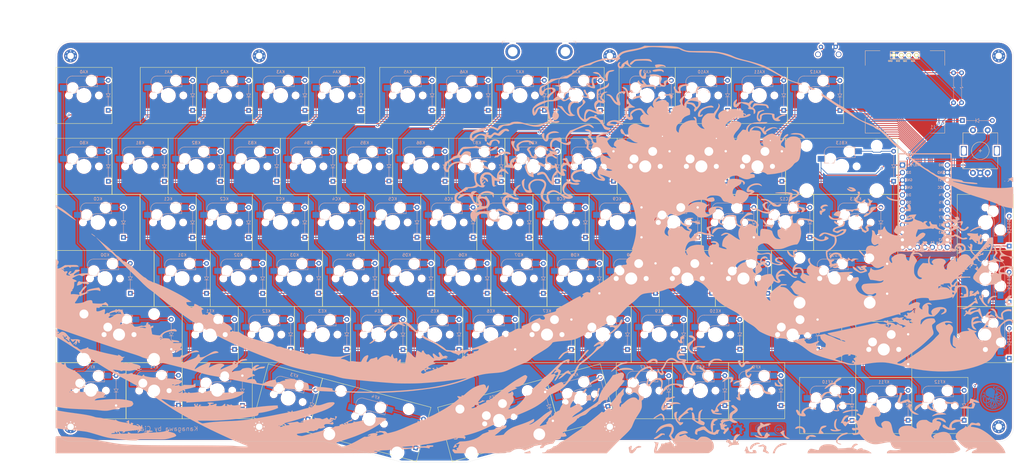
<source format=kicad_pcb>
(kicad_pcb (version 20171130) (host pcbnew "(5.1.10)-1")
  (layers (0 F.Cu signal) (31 B.Cu signal) (34 B.Paste user) (35 F.Paste user) (36 B.SilkS user hide) (37 F.SilkS user) (38 B.Mask user) (39 F.Mask user) (44 Edge.Cuts user))
  (net 0 "")
  (net 1 row00)
  (net 2 "Net-(DA0-Pad2)")
  (net 3 "Net-(DA1-Pad2)")
  (net 4 "Net-(DA2-Pad2)")
  (net 5 "Net-(DA3-Pad2)")
  (net 6 "Net-(DA4-Pad2)")
  (net 7 "Net-(DA5-Pad2)")
  (net 8 "Net-(DA6-Pad2)")
  (net 9 "Net-(DA7-Pad2)")
  (net 10 "Net-(DA8-Pad2)")
  (net 11 "Net-(DA9-Pad2)")
  (net 12 "Net-(DA10-Pad2)")
  (net 13 "Net-(DA11-Pad2)")
  (net 14 "Net-(DA12-Pad2)")
  (net 15 row01)
  (net 16 "Net-(DB0-Pad2)")
  (net 17 "Net-(DB1-Pad2)")
  (net 18 "Net-(DB2-Pad2)")
  (net 19 "Net-(DB3-Pad2)")
  (net 20 "Net-(DB4-Pad2)")
  (net 21 "Net-(DB5-Pad2)")
  (net 22 "Net-(DB6-Pad2)")
  (net 23 "Net-(DB7-Pad2)")
  (net 24 "Net-(DB8-Pad2)")
  (net 25 "Net-(DB9-Pad2)")
  (net 26 "Net-(DB10-Pad2)")
  (net 27 "Net-(DB11-Pad2)")
  (net 28 "Net-(DB12-Pad2)")
  (net 29 "Net-(DB13-Pad2)")
  (net 30 "Net-(DC0-Pad2)")
  (net 31 row02)
  (net 32 "Net-(DC1-Pad2)")
  (net 33 "Net-(DC2-Pad2)")
  (net 34 "Net-(DC3-Pad2)")
  (net 35 "Net-(DC4-Pad2)")
  (net 36 "Net-(DC5-Pad2)")
  (net 37 "Net-(DC6-Pad2)")
  (net 38 "Net-(DC7-Pad2)")
  (net 39 "Net-(DC8-Pad2)")
  (net 40 "Net-(DC9-Pad2)")
  (net 41 "Net-(DC10-Pad2)")
  (net 42 "Net-(DC11-Pad2)")
  (net 43 "Net-(DC12-Pad2)")
  (net 44 "Net-(DC13-Pad2)")
  (net 45 "Net-(DD0-Pad2)")
  (net 46 row03)
  (net 47 "Net-(DD1-Pad2)")
  (net 48 "Net-(DD2-Pad2)")
  (net 49 "Net-(DD3-Pad2)")
  (net 50 "Net-(DD4-Pad2)")
  (net 51 "Net-(DD5-Pad2)")
  (net 52 "Net-(DD6-Pad2)")
  (net 53 "Net-(DD7-Pad2)")
  (net 54 "Net-(DD8-Pad2)")
  (net 55 "Net-(DD9-Pad2)")
  (net 56 "Net-(DD10-Pad2)")
  (net 57 "Net-(DD11-Pad2)")
  (net 58 "Net-(DD12-Pad2)")
  (net 59 "Net-(DD13-Pad2)")
  (net 60 "Net-(DE0-Pad2)")
  (net 61 row04)
  (net 62 "Net-(DE1-Pad2)")
  (net 63 "Net-(DE2-Pad2)")
  (net 64 "Net-(DE3-Pad2)")
  (net 65 "Net-(DE4-Pad2)")
  (net 66 "Net-(DE5-Pad2)")
  (net 67 "Net-(DE6-Pad2)")
  (net 68 "Net-(DE7-Pad2)")
  (net 69 "Net-(DE8-Pad2)")
  (net 70 "Net-(DE9-Pad2)")
  (net 71 "Net-(DE10-Pad2)")
  (net 72 "Net-(DE11-Pad2)")
  (net 73 "Net-(DE12-Pad2)")
  (net 74 "Net-(DF0-Pad2)")
  (net 75 row05)
  (net 76 "Net-(DF1-Pad2)")
  (net 77 "Net-(DF2-Pad2)")
  (net 78 "Net-(DF3-Pad2)")
  (net 79 "Net-(DF4-Pad2)")
  (net 80 "Net-(DF5-Pad2)")
  (net 81 "Net-(DF6-Pad2)")
  (net 82 "Net-(DF7-Pad2)")
  (net 83 "Net-(DF8-Pad2)")
  (net 84 "Net-(DF9-Pad2)")
  (net 85 "Net-(DF10-Pad2)")
  (net 86 "Net-(DF11-Pad2)")
  (net 87 "Net-(DF12-Pad2)")
  (net 88 VCC)
  (net 89 GND)
  (net 90 SDA)
  (net 91 SCL)
  (net 92 ENCB)
  (net 93 ENCA)
  (net 94 col00)
  (net 95 col01)
  (net 96 col02)
  (net 97 col03)
  (net 98 col04)
  (net 99 col05)
  (net 100 col06)
  (net 101 col07)
  (net 102 col08)
  (net 103 col09)
  (net 104 col10)
  (net 105 col11)
  (net 106 col12)
  (net 107 "Net-(DE13-Pad2)")
  (net 108 "Net-(DF13-Pad2)")
  (net 109 /SW99B)
  (net 110 col13)
  (net 111 RESET)
  (module keyboard:SW_RST (layer F.Cu) (at 319.05 78.182)
    (fp_text reference RSW0 hide)
    (fp_text value SW_Push)
    (pad 1 thru_hole circle (at -2.5 0) (size 1.524 1.524) (drill 0.762) (layers *.Cu *.Mask) (net 111 RESET))
    (pad 2 thru_hole circle (at 2.5 0) (size 1.524 1.524) (drill 0.762) (layers *.Cu *.Mask) (net 89 GND))
    (pad 3 thru_hole circle (at -3.5 2.5) (size 1.9 1.9) (drill 1.4) (layers *.Cu *.Mask))
    (pad 3 thru_hole circle (at 3.5 2.5) (size 1.9 1.9) (drill 1.4) (layers *.Cu *.Mask))
  )
  (module keyboard:SW_Cherry_MX_2.25u_Hotswap (layer F.Cu) (at 56.89 166.388999)
    (fp_text reference KE0 hide)
    (fp_text value KEY_SW hide)
    (fp_text user %R (at 21.43125 1.525) (layer B.SilkS) (effects (justify mirror)))
    (pad "" np_thru_hole circle (at 33.33125 17.765) (size 4 4) (drill 4) (layers *.Cu *.Mask))
    (pad "" np_thru_hole circle (at 33.33125 2.525) (size 3.05 3.05) (drill 3.05) (layers *.Cu *.Mask))
    (pad "" np_thru_hole circle (at 9.53125 2.525) (size 3.05 3.05) (drill 3.05) (layers *.Cu *.Mask))
    (pad "" np_thru_hole circle (at 9.53125 17.765) (size 4 4) (drill 4) (layers *.Cu *.Mask))
    (pad "" np_thru_hole circle (at 16.35125 9.525) (size 1.7 1.7) (drill 1.7) (layers *.Cu *.Mask))
    (pad "" np_thru_hole circle (at 26.51125 9.525) (size 1.7 1.7) (drill 1.7) (layers *.Cu *.Mask))
    (pad "" np_thru_hole circle (at 23.97125 4.445 180) (size 3 3) (drill 3) (layers *.Cu *.Mask))
    (pad "" np_thru_hole circle (at 21.43125 9.525 90) (size 4.1 4.1) (drill 4.1) (layers *.Cu *.Mask))
    (pad 2 smd rect (at 27.13125 4.405 180) (size 2.3 2) (layers B.Cu B.Paste B.Mask) (net 60 "Net-(DE0-Pad2)"))
    (pad "" np_thru_hole circle (at 17.62125 6.985 180) (size 3 3) (drill 3) (layers *.Cu *.Mask))
    (pad 1 smd rect (at 14.43125 6.945 180) (size 2.3 2) (layers B.Cu B.Paste B.Mask) (net 94 col00))
  )
  (module keyboard:SW_Cherry_MX_2.25u_Hotswap (layer F.Cu) (at 299.777499 147.338999)
    (fp_text reference KD12 hide)
    (fp_text value KEY_SW hide)
    (fp_text user %R (at 21.43125 1.525) (layer B.SilkS) (effects (justify mirror)))
    (pad "" np_thru_hole circle (at 33.33125 17.765) (size 4 4) (drill 4) (layers *.Cu *.Mask))
    (pad "" np_thru_hole circle (at 33.33125 2.525) (size 3.05 3.05) (drill 3.05) (layers *.Cu *.Mask))
    (pad "" np_thru_hole circle (at 9.53125 2.525) (size 3.05 3.05) (drill 3.05) (layers *.Cu *.Mask))
    (pad "" np_thru_hole circle (at 9.53125 17.765) (size 4 4) (drill 4) (layers *.Cu *.Mask))
    (pad "" np_thru_hole circle (at 16.35125 9.525) (size 1.7 1.7) (drill 1.7) (layers *.Cu *.Mask))
    (pad "" np_thru_hole circle (at 26.51125 9.525) (size 1.7 1.7) (drill 1.7) (layers *.Cu *.Mask))
    (pad "" np_thru_hole circle (at 23.97125 4.445 180) (size 3 3) (drill 3) (layers *.Cu *.Mask))
    (pad "" np_thru_hole circle (at 21.43125 9.525 90) (size 4.1 4.1) (drill 4.1) (layers *.Cu *.Mask))
    (pad 2 smd rect (at 27.13125 4.405 180) (size 2.3 2) (layers B.Cu B.Paste B.Mask) (net 58 "Net-(DD12-Pad2)"))
    (pad "" np_thru_hole circle (at 17.62125 6.985 180) (size 3 3) (drill 3) (layers *.Cu *.Mask))
    (pad 1 smd rect (at 14.43125 6.945 180) (size 2.3 2) (layers B.Cu B.Paste B.Mask) (net 106 col12))
  )
  (module keyboard:SW_Cherry_MX_2.00u_Hotswap (layer F.Cu) (at 304.539999 109.238999)
    (fp_text reference KB13 hide)
    (fp_text value KEY_SW hide)
    (fp_text user %R (at 19.05 1.525) (layer B.SilkS) (effects (justify mirror)))
    (pad "" np_thru_hole circle (at 30.95 17.765) (size 4 4) (drill 4) (layers *.Cu *.Mask))
    (pad "" np_thru_hole circle (at 30.95 2.525) (size 3.05 3.05) (drill 3.05) (layers *.Cu *.Mask))
    (pad "" np_thru_hole circle (at 7.15 2.525) (size 3.05 3.05) (drill 3.05) (layers *.Cu *.Mask))
    (pad "" np_thru_hole circle (at 7.15 17.765) (size 4 4) (drill 4) (layers *.Cu *.Mask))
    (pad "" np_thru_hole circle (at 13.97 9.525) (size 1.7 1.7) (drill 1.7) (layers *.Cu *.Mask))
    (pad "" np_thru_hole circle (at 24.13 9.525) (size 1.7 1.7) (drill 1.7) (layers *.Cu *.Mask))
    (pad "" np_thru_hole circle (at 21.59 4.445 180) (size 3 3) (drill 3) (layers *.Cu *.Mask))
    (pad "" np_thru_hole circle (at 19.05 9.525 90) (size 4.1 4.1) (drill 4.1) (layers *.Cu *.Mask))
    (pad 2 smd rect (at 24.75 4.405 180) (size 2.3 2) (layers B.Cu B.Paste B.Mask) (net 29 "Net-(DB13-Pad2)"))
    (pad "" np_thru_hole circle (at 15.24 6.985 180) (size 3 3) (drill 3) (layers *.Cu *.Mask))
    (pad 1 smd rect (at 12.05 6.945 180) (size 2.3 2) (layers B.Cu B.Paste B.Mask) (net 110 col13))
  )
  (module keyboard:SW_Cherry_MX_2.00u_Hotswap (layer F.Cu) (at 147.397658 190.77906 345)
    (fp_text reference KF4 hide)
    (fp_text value KEY_SW hide)
    (fp_text user %R (at 19.05 1.525 165) (layer B.SilkS) (effects (justify mirror)))
    (pad "" np_thru_hole circle (at 30.95 17.765 345) (size 4 4) (drill 4) (layers *.Cu *.Mask))
    (pad "" np_thru_hole circle (at 30.95 2.525 345) (size 3.05 3.05) (drill 3.05) (layers *.Cu *.Mask))
    (pad "" np_thru_hole circle (at 7.15 2.525 345) (size 3.05 3.05) (drill 3.05) (layers *.Cu *.Mask))
    (pad "" np_thru_hole circle (at 7.15 17.765 345) (size 4 4) (drill 4) (layers *.Cu *.Mask))
    (pad "" np_thru_hole circle (at 13.97 9.525 345) (size 1.7 1.7) (drill 1.7) (layers *.Cu *.Mask))
    (pad "" np_thru_hole circle (at 24.13 9.525 345) (size 1.7 1.7) (drill 1.7) (layers *.Cu *.Mask))
    (pad "" np_thru_hole circle (at 21.59 4.445 165) (size 3 3) (drill 3) (layers *.Cu *.Mask))
    (pad "" np_thru_hole circle (at 19.05 9.525 75) (size 4.1 4.1) (drill 4.1) (layers *.Cu *.Mask))
    (pad 2 smd rect (at 24.75 4.405 165) (size 2.3 2) (layers B.Cu B.Paste B.Mask) (net 79 "Net-(DF4-Pad2)"))
    (pad "" np_thru_hole circle (at 15.24 6.985 165) (size 3 3) (drill 3) (layers *.Cu *.Mask))
    (pad 1 smd rect (at 12.05 6.945 165) (size 2.3 2) (layers B.Cu B.Paste B.Mask) (net 98 col04))
  )
  (module keyboard:SW_Cherry_MX_2.00u_Hotswap (layer F.Cu) (at 186.468067 200.640066 15)
    (fp_text reference KF5 hide)
    (fp_text value KEY_SW hide)
    (fp_text user %R (at 19.05 1.525 15) (layer B.SilkS) (effects (justify mirror)))
    (pad "" np_thru_hole circle (at 30.95 17.765 15) (size 4 4) (drill 4) (layers *.Cu *.Mask))
    (pad "" np_thru_hole circle (at 30.95 2.525 15) (size 3.05 3.05) (drill 3.05) (layers *.Cu *.Mask))
    (pad "" np_thru_hole circle (at 7.15 2.525 15) (size 3.05 3.05) (drill 3.05) (layers *.Cu *.Mask))
    (pad "" np_thru_hole circle (at 7.15 17.765 15) (size 4 4) (drill 4) (layers *.Cu *.Mask))
    (pad "" np_thru_hole circle (at 13.97 9.525 15) (size 1.7 1.7) (drill 1.7) (layers *.Cu *.Mask))
    (pad "" np_thru_hole circle (at 24.13 9.525 15) (size 1.7 1.7) (drill 1.7) (layers *.Cu *.Mask))
    (pad "" np_thru_hole circle (at 21.59 4.445 195) (size 3 3) (drill 3) (layers *.Cu *.Mask))
    (pad "" np_thru_hole circle (at 19.05 9.525 105) (size 4.1 4.1) (drill 4.1) (layers *.Cu *.Mask))
    (pad 2 smd rect (at 24.75 4.405 195) (size 2.3 2) (layers B.Cu B.Paste B.Mask) (net 80 "Net-(DF5-Pad2)"))
    (pad "" np_thru_hole circle (at 15.24 6.985 195) (size 3 3) (drill 3) (layers *.Cu *.Mask))
    (pad 1 smd rect (at 12.05 6.945 195) (size 2.3 2) (layers B.Cu B.Paste B.Mask) (net 99 col05))
  )
  (module keyboard:SW_Cherry_MX_1.50u_Hotswap (layer F.Cu) (at 56.89 128.288999)
    (fp_text reference KC0 hide)
    (fp_text value KEY_SW hide)
    (fp_text user %R (at 14.2875 1.525) (layer B.SilkS) (effects (justify mirror)))
    (pad "" np_thru_hole circle (at 9.2075 9.525) (size 1.7 1.7) (drill 1.7) (layers *.Cu *.Mask))
    (pad "" np_thru_hole circle (at 19.3675 9.525) (size 1.7 1.7) (drill 1.7) (layers *.Cu *.Mask))
    (pad "" np_thru_hole circle (at 16.8275 4.445 180) (size 3 3) (drill 3) (layers *.Cu *.Mask))
    (pad "" np_thru_hole circle (at 14.2875 9.525 90) (size 4.1 4.1) (drill 4.1) (layers *.Cu *.Mask))
    (pad 2 smd rect (at 19.9875 4.405 180) (size 2.3 2) (layers B.Cu B.Paste B.Mask) (net 30 "Net-(DC0-Pad2)"))
    (pad "" np_thru_hole circle (at 10.4775 6.985 180) (size 3 3) (drill 3) (layers *.Cu *.Mask))
    (pad 1 smd rect (at 7.2875 6.945 180) (size 2.3 2) (layers B.Cu B.Paste B.Mask) (net 94 col00))
  )
  (module keyboard:SW_Cherry_MX_1.50u_Hotswap (layer F.Cu) (at 314.064999 128.288999)
    (fp_text reference KC13 hide)
    (fp_text value KEY_SW hide)
    (fp_text user %R (at 14.2875 1.525) (layer B.SilkS) (effects (justify mirror)))
    (pad "" np_thru_hole circle (at 9.2075 9.525) (size 1.7 1.7) (drill 1.7) (layers *.Cu *.Mask))
    (pad "" np_thru_hole circle (at 19.3675 9.525) (size 1.7 1.7) (drill 1.7) (layers *.Cu *.Mask))
    (pad "" np_thru_hole circle (at 16.8275 4.445 180) (size 3 3) (drill 3) (layers *.Cu *.Mask))
    (pad "" np_thru_hole circle (at 14.2875 9.525 90) (size 4.1 4.1) (drill 4.1) (layers *.Cu *.Mask))
    (pad 2 smd rect (at 19.9875 4.405 180) (size 2.3 2) (layers B.Cu B.Paste B.Mask) (net 44 "Net-(DC13-Pad2)"))
    (pad "" np_thru_hole circle (at 10.4775 6.985 180) (size 3 3) (drill 3) (layers *.Cu *.Mask))
    (pad 1 smd rect (at 7.2875 6.945 180) (size 2.3 2) (layers B.Cu B.Paste B.Mask) (net 110 col13))
  )
  (module keyboard:SW_Cherry_MX_1.75u_Hotswap (layer F.Cu) (at 56.89 147.338999)
    (fp_text reference KD0 hide)
    (fp_text value KEY_SW hide)
    (fp_text user %R (at 16.66875 1.525) (layer B.SilkS) (effects (justify mirror)))
    (pad "" np_thru_hole circle (at 11.58875 9.525) (size 1.7 1.7) (drill 1.7) (layers *.Cu *.Mask))
    (pad "" np_thru_hole circle (at 21.74875 9.525) (size 1.7 1.7) (drill 1.7) (layers *.Cu *.Mask))
    (pad "" np_thru_hole circle (at 19.20875 4.445 180) (size 3 3) (drill 3) (layers *.Cu *.Mask))
    (pad "" np_thru_hole circle (at 16.66875 9.525 90) (size 4.1 4.1) (drill 4.1) (layers *.Cu *.Mask))
    (pad 2 smd rect (at 22.36875 4.405 180) (size 2.3 2) (layers B.Cu B.Paste B.Mask) (net 45 "Net-(DD0-Pad2)"))
    (pad "" np_thru_hole circle (at 12.85875 6.985 180) (size 3 3) (drill 3) (layers *.Cu *.Mask))
    (pad 1 smd rect (at 9.66875 6.945 180) (size 2.3 2) (layers B.Cu B.Paste B.Mask) (net 94 col00))
  )
  (module keyboard:SW_Cherry_MX_1.75u_Hotswap (layer F.Cu) (at 290.252499 166.389)
    (fp_text reference KE11 hide)
    (fp_text value KEY_SW hide)
    (fp_text user %R (at 16.66875 1.525) (layer B.SilkS) (effects (justify mirror)))
    (pad "" np_thru_hole circle (at 11.58875 9.525) (size 1.7 1.7) (drill 1.7) (layers *.Cu *.Mask))
    (pad "" np_thru_hole circle (at 21.74875 9.525) (size 1.7 1.7) (drill 1.7) (layers *.Cu *.Mask))
    (pad "" np_thru_hole circle (at 19.20875 4.445 180) (size 3 3) (drill 3) (layers *.Cu *.Mask))
    (pad "" np_thru_hole circle (at 16.66875 9.525 90) (size 4.1 4.1) (drill 4.1) (layers *.Cu *.Mask))
    (pad 2 smd rect (at 22.36875 4.405 180) (size 2.3 2) (layers B.Cu B.Paste B.Mask) (net 72 "Net-(DE11-Pad2)"))
    (pad "" np_thru_hole circle (at 12.85875 6.985 180) (size 3 3) (drill 3) (layers *.Cu *.Mask))
    (pad 1 smd rect (at 9.66875 6.945 180) (size 2.3 2) (layers B.Cu B.Paste B.Mask) (net 105 col11))
  )
  (module keyboard:SW_Cherry_MX_1.25u_Hotswap (layer F.Cu) (at 56.89 185.439)
    (fp_text reference KF0 hide)
    (fp_text value KEY_SW hide)
    (fp_text user %R (at 11.90625 1.525) (layer B.SilkS) (effects (justify mirror)))
    (pad "" np_thru_hole circle (at 6.82625 9.525) (size 1.7 1.7) (drill 1.7) (layers *.Cu *.Mask))
    (pad "" np_thru_hole circle (at 16.98625 9.525) (size 1.7 1.7) (drill 1.7) (layers *.Cu *.Mask))
    (pad "" np_thru_hole circle (at 14.44625 4.445 180) (size 3 3) (drill 3) (layers *.Cu *.Mask))
    (pad "" np_thru_hole circle (at 11.90625 9.525 90) (size 4.1 4.1) (drill 4.1) (layers *.Cu *.Mask))
    (pad 2 smd rect (at 17.60625 4.405 180) (size 2.3 2) (layers B.Cu B.Paste B.Mask) (net 74 "Net-(DF0-Pad2)"))
    (pad "" np_thru_hole circle (at 8.09625 6.985 180) (size 3 3) (drill 3) (layers *.Cu *.Mask))
    (pad 1 smd rect (at 4.90625 6.945 180) (size 2.3 2) (layers B.Cu B.Paste B.Mask) (net 94 col00))
  )
  (module keyboard:SW_Cherry_MX_1.25u_Hotswap (layer F.Cu) (at 99.752499 185.439)
    (fp_text reference KF2 hide)
    (fp_text value KEY_SW hide)
    (fp_text user %R (at 11.90625 1.525) (layer B.SilkS) (effects (justify mirror)))
    (pad "" np_thru_hole circle (at 6.82625 9.525) (size 1.7 1.7) (drill 1.7) (layers *.Cu *.Mask))
    (pad "" np_thru_hole circle (at 16.98625 9.525) (size 1.7 1.7) (drill 1.7) (layers *.Cu *.Mask))
    (pad "" np_thru_hole circle (at 14.44625 4.445 180) (size 3 3) (drill 3) (layers *.Cu *.Mask))
    (pad "" np_thru_hole circle (at 11.90625 9.525 90) (size 4.1 4.1) (drill 4.1) (layers *.Cu *.Mask))
    (pad 2 smd rect (at 17.60625 4.405 180) (size 2.3 2) (layers B.Cu B.Paste B.Mask) (net 77 "Net-(DF2-Pad2)"))
    (pad "" np_thru_hole circle (at 8.09625 6.985 180) (size 3 3) (drill 3) (layers *.Cu *.Mask))
    (pad 1 smd rect (at 4.90625 6.945 180) (size 2.3 2) (layers B.Cu B.Paste B.Mask) (net 96 col02))
  )
  (module keyboard:SW_Cherry_MX_1.00u_Hotswap (layer F.Cu) (at 286.139999 85.138999)
    (fp_text reference KA11 hide)
    (fp_text value KEY_SW hide)
    (fp_text user %R (at 9.525 1.525) (layer B.SilkS) (effects (justify mirror)))
    (pad "" np_thru_hole circle (at 4.445 9.525) (size 1.7 1.7) (drill 1.7) (layers *.Cu *.Mask))
    (pad "" np_thru_hole circle (at 14.605 9.525) (size 1.7 1.7) (drill 1.7) (layers *.Cu *.Mask))
    (pad "" np_thru_hole circle (at 12.065 4.445 180) (size 3 3) (drill 3) (layers *.Cu *.Mask))
    (pad "" np_thru_hole circle (at 9.525 9.525 90) (size 4.1 4.1) (drill 4.1) (layers *.Cu *.Mask))
    (pad 2 smd rect (at 15.225 4.405 180) (size 2.3 2) (layers B.Cu B.Paste B.Mask) (net 13 "Net-(DA11-Pad2)"))
    (pad "" np_thru_hole circle (at 5.715 6.985 180) (size 3 3) (drill 3) (layers *.Cu *.Mask))
    (pad 1 smd rect (at 2.525 6.945 180) (size 2.3 2) (layers B.Cu B.Paste B.Mask) (net 105 col11))
  )
  (module keyboard:SW_Cherry_MX_1.00u_Hotswap (layer F.Cu) (at 56.89 85.138999)
    (fp_text reference KA0 hide)
    (fp_text value KEY_SW hide)
    (fp_text user %R (at 9.525 1.525) (layer B.SilkS) (effects (justify mirror)))
    (pad "" np_thru_hole circle (at 4.445 9.525) (size 1.7 1.7) (drill 1.7) (layers *.Cu *.Mask))
    (pad "" np_thru_hole circle (at 14.605 9.525) (size 1.7 1.7) (drill 1.7) (layers *.Cu *.Mask))
    (pad "" np_thru_hole circle (at 12.065 4.445 180) (size 3 3) (drill 3) (layers *.Cu *.Mask))
    (pad "" np_thru_hole circle (at 9.525 9.525 90) (size 4.1 4.1) (drill 4.1) (layers *.Cu *.Mask))
    (pad 2 smd rect (at 15.225 4.405 180) (size 2.3 2) (layers B.Cu B.Paste B.Mask) (net 2 "Net-(DA0-Pad2)"))
    (pad "" np_thru_hole circle (at 5.715 6.985 180) (size 3 3) (drill 3) (layers *.Cu *.Mask))
    (pad 1 smd rect (at 2.525 6.945 180) (size 2.3 2) (layers B.Cu B.Paste B.Mask) (net 94 col00))
  )
  (module keyboard:SW_Cherry_MX_1.00u_Hotswap (layer F.Cu) (at 85.54 85.138999)
    (fp_text reference KA1 hide)
    (fp_text value KEY_SW hide)
    (fp_text user %R (at 9.525 1.525) (layer B.SilkS) (effects (justify mirror)))
    (pad "" np_thru_hole circle (at 4.445 9.525) (size 1.7 1.7) (drill 1.7) (layers *.Cu *.Mask))
    (pad "" np_thru_hole circle (at 14.605 9.525) (size 1.7 1.7) (drill 1.7) (layers *.Cu *.Mask))
    (pad "" np_thru_hole circle (at 12.065 4.445 180) (size 3 3) (drill 3) (layers *.Cu *.Mask))
    (pad "" np_thru_hole circle (at 9.525 9.525 90) (size 4.1 4.1) (drill 4.1) (layers *.Cu *.Mask))
    (pad 2 smd rect (at 15.225 4.405 180) (size 2.3 2) (layers B.Cu B.Paste B.Mask) (net 3 "Net-(DA1-Pad2)"))
    (pad "" np_thru_hole circle (at 5.715 6.985 180) (size 3 3) (drill 3) (layers *.Cu *.Mask))
    (pad 1 smd rect (at 2.525 6.945 180) (size 2.3 2) (layers B.Cu B.Paste B.Mask) (net 95 col01))
  )
  (module keyboard:SW_Cherry_MX_1.00u_Hotswap (layer F.Cu) (at 104.589999 85.138999)
    (fp_text reference KA2 hide)
    (fp_text value KEY_SW hide)
    (fp_text user %R (at 9.525 1.525) (layer B.SilkS) (effects (justify mirror)))
    (pad "" np_thru_hole circle (at 4.445 9.525) (size 1.7 1.7) (drill 1.7) (layers *.Cu *.Mask))
    (pad "" np_thru_hole circle (at 14.605 9.525) (size 1.7 1.7) (drill 1.7) (layers *.Cu *.Mask))
    (pad "" np_thru_hole circle (at 12.065 4.445 180) (size 3 3) (drill 3) (layers *.Cu *.Mask))
    (pad "" np_thru_hole circle (at 9.525 9.525 90) (size 4.1 4.1) (drill 4.1) (layers *.Cu *.Mask))
    (pad 2 smd rect (at 15.225 4.405 180) (size 2.3 2) (layers B.Cu B.Paste B.Mask) (net 4 "Net-(DA2-Pad2)"))
    (pad "" np_thru_hole circle (at 5.715 6.985 180) (size 3 3) (drill 3) (layers *.Cu *.Mask))
    (pad 1 smd rect (at 2.525 6.945 180) (size 2.3 2) (layers B.Cu B.Paste B.Mask) (net 96 col02))
  )
  (module keyboard:SW_Cherry_MX_1.00u_Hotswap (layer F.Cu) (at 123.64 85.138999)
    (fp_text reference KA3 hide)
    (fp_text value KEY_SW hide)
    (fp_text user %R (at 9.525 1.525) (layer B.SilkS) (effects (justify mirror)))
    (pad "" np_thru_hole circle (at 4.445 9.525) (size 1.7 1.7) (drill 1.7) (layers *.Cu *.Mask))
    (pad "" np_thru_hole circle (at 14.605 9.525) (size 1.7 1.7) (drill 1.7) (layers *.Cu *.Mask))
    (pad "" np_thru_hole circle (at 12.065 4.445 180) (size 3 3) (drill 3) (layers *.Cu *.Mask))
    (pad "" np_thru_hole circle (at 9.525 9.525 90) (size 4.1 4.1) (drill 4.1) (layers *.Cu *.Mask))
    (pad 2 smd rect (at 15.225 4.405 180) (size 2.3 2) (layers B.Cu B.Paste B.Mask) (net 5 "Net-(DA3-Pad2)"))
    (pad "" np_thru_hole circle (at 5.715 6.985 180) (size 3 3) (drill 3) (layers *.Cu *.Mask))
    (pad 1 smd rect (at 2.525 6.945 180) (size 2.3 2) (layers B.Cu B.Paste B.Mask) (net 97 col03))
  )
  (module keyboard:SW_Cherry_MX_1.00u_Hotswap (layer F.Cu) (at 142.69 85.138999)
    (fp_text reference KA4 hide)
    (fp_text value KEY_SW hide)
    (fp_text user %R (at 9.525 1.525) (layer B.SilkS) (effects (justify mirror)))
    (pad "" np_thru_hole circle (at 4.445 9.525) (size 1.7 1.7) (drill 1.7) (layers *.Cu *.Mask))
    (pad "" np_thru_hole circle (at 14.605 9.525) (size 1.7 1.7) (drill 1.7) (layers *.Cu *.Mask))
    (pad "" np_thru_hole circle (at 12.065 4.445 180) (size 3 3) (drill 3) (layers *.Cu *.Mask))
    (pad "" np_thru_hole circle (at 9.525 9.525 90) (size 4.1 4.1) (drill 4.1) (layers *.Cu *.Mask))
    (pad 2 smd rect (at 15.225 4.405 180) (size 2.3 2) (layers B.Cu B.Paste B.Mask) (net 6 "Net-(DA4-Pad2)"))
    (pad "" np_thru_hole circle (at 5.715 6.985 180) (size 3 3) (drill 3) (layers *.Cu *.Mask))
    (pad 1 smd rect (at 2.525 6.945 180) (size 2.3 2) (layers B.Cu B.Paste B.Mask) (net 98 col04))
  )
  (module keyboard:SW_Cherry_MX_1.00u_Hotswap (layer F.Cu) (at 166.79 85.138999)
    (fp_text reference KA5 hide)
    (fp_text value KEY_SW hide)
    (fp_text user %R (at 9.525 1.525) (layer B.SilkS) (effects (justify mirror)))
    (pad "" np_thru_hole circle (at 4.445 9.525) (size 1.7 1.7) (drill 1.7) (layers *.Cu *.Mask))
    (pad "" np_thru_hole circle (at 14.605 9.525) (size 1.7 1.7) (drill 1.7) (layers *.Cu *.Mask))
    (pad "" np_thru_hole circle (at 12.065 4.445 180) (size 3 3) (drill 3) (layers *.Cu *.Mask))
    (pad "" np_thru_hole circle (at 9.525 9.525 90) (size 4.1 4.1) (drill 4.1) (layers *.Cu *.Mask))
    (pad 2 smd rect (at 15.225 4.405 180) (size 2.3 2) (layers B.Cu B.Paste B.Mask) (net 7 "Net-(DA5-Pad2)"))
    (pad "" np_thru_hole circle (at 5.715 6.985 180) (size 3 3) (drill 3) (layers *.Cu *.Mask))
    (pad 1 smd rect (at 2.525 6.945 180) (size 2.3 2) (layers B.Cu B.Paste B.Mask) (net 99 col05))
  )
  (module keyboard:SW_Cherry_MX_1.00u_Hotswap (layer F.Cu) (at 185.84 85.138999)
    (fp_text reference KA6 hide)
    (fp_text value KEY_SW hide)
    (fp_text user %R (at 9.525 1.525) (layer B.SilkS) (effects (justify mirror)))
    (pad "" np_thru_hole circle (at 4.445 9.525) (size 1.7 1.7) (drill 1.7) (layers *.Cu *.Mask))
    (pad "" np_thru_hole circle (at 14.605 9.525) (size 1.7 1.7) (drill 1.7) (layers *.Cu *.Mask))
    (pad "" np_thru_hole circle (at 12.065 4.445 180) (size 3 3) (drill 3) (layers *.Cu *.Mask))
    (pad "" np_thru_hole circle (at 9.525 9.525 90) (size 4.1 4.1) (drill 4.1) (layers *.Cu *.Mask))
    (pad 2 smd rect (at 15.225 4.405 180) (size 2.3 2) (layers B.Cu B.Paste B.Mask) (net 8 "Net-(DA6-Pad2)"))
    (pad "" np_thru_hole circle (at 5.715 6.985 180) (size 3 3) (drill 3) (layers *.Cu *.Mask))
    (pad 1 smd rect (at 2.525 6.945 180) (size 2.3 2) (layers B.Cu B.Paste B.Mask) (net 100 col06))
  )
  (module keyboard:SW_Cherry_MX_1.00u_Hotswap (layer F.Cu) (at 204.89 85.138999)
    (fp_text reference KA7 hide)
    (fp_text value KEY_SW hide)
    (fp_text user %R (at 9.525 1.525) (layer B.SilkS) (effects (justify mirror)))
    (pad "" np_thru_hole circle (at 4.445 9.525) (size 1.7 1.7) (drill 1.7) (layers *.Cu *.Mask))
    (pad "" np_thru_hole circle (at 14.605 9.525) (size 1.7 1.7) (drill 1.7) (layers *.Cu *.Mask))
    (pad "" np_thru_hole circle (at 12.065 4.445 180) (size 3 3) (drill 3) (layers *.Cu *.Mask))
    (pad "" np_thru_hole circle (at 9.525 9.525 90) (size 4.1 4.1) (drill 4.1) (layers *.Cu *.Mask))
    (pad 2 smd rect (at 15.225 4.405 180) (size 2.3 2) (layers B.Cu B.Paste B.Mask) (net 9 "Net-(DA7-Pad2)"))
    (pad "" np_thru_hole circle (at 5.715 6.985 180) (size 3 3) (drill 3) (layers *.Cu *.Mask))
    (pad 1 smd rect (at 2.525 6.945 180) (size 2.3 2) (layers B.Cu B.Paste B.Mask) (net 101 col07))
  )
  (module keyboard:SW_Cherry_MX_1.00u_Hotswap (layer F.Cu) (at 223.939999 85.138999)
    (fp_text reference KA8 hide)
    (fp_text value KEY_SW hide)
    (fp_text user %R (at 9.525 1.525) (layer B.SilkS) (effects (justify mirror)))
    (pad "" np_thru_hole circle (at 4.445 9.525) (size 1.7 1.7) (drill 1.7) (layers *.Cu *.Mask))
    (pad "" np_thru_hole circle (at 14.605 9.525) (size 1.7 1.7) (drill 1.7) (layers *.Cu *.Mask))
    (pad "" np_thru_hole circle (at 12.065 4.445 180) (size 3 3) (drill 3) (layers *.Cu *.Mask))
    (pad "" np_thru_hole circle (at 9.525 9.525 90) (size 4.1 4.1) (drill 4.1) (layers *.Cu *.Mask))
    (pad 2 smd rect (at 15.225 4.405 180) (size 2.3 2) (layers B.Cu B.Paste B.Mask) (net 10 "Net-(DA8-Pad2)"))
    (pad "" np_thru_hole circle (at 5.715 6.985 180) (size 3 3) (drill 3) (layers *.Cu *.Mask))
    (pad 1 smd rect (at 2.525 6.945 180) (size 2.3 2) (layers B.Cu B.Paste B.Mask) (net 102 col08))
  )
  (module keyboard:SW_Cherry_MX_1.00u_Hotswap (layer F.Cu) (at 248.039999 85.138999)
    (fp_text reference KA9 hide)
    (fp_text value KEY_SW hide)
    (fp_text user %R (at 9.525 1.525) (layer B.SilkS) (effects (justify mirror)))
    (pad "" np_thru_hole circle (at 4.445 9.525) (size 1.7 1.7) (drill 1.7) (layers *.Cu *.Mask))
    (pad "" np_thru_hole circle (at 14.605 9.525) (size 1.7 1.7) (drill 1.7) (layers *.Cu *.Mask))
    (pad "" np_thru_hole circle (at 12.065 4.445 180) (size 3 3) (drill 3) (layers *.Cu *.Mask))
    (pad "" np_thru_hole circle (at 9.525 9.525 90) (size 4.1 4.1) (drill 4.1) (layers *.Cu *.Mask))
    (pad 2 smd rect (at 15.225 4.405 180) (size 2.3 2) (layers B.Cu B.Paste B.Mask) (net 11 "Net-(DA9-Pad2)"))
    (pad "" np_thru_hole circle (at 5.715 6.985 180) (size 3 3) (drill 3) (layers *.Cu *.Mask))
    (pad 1 smd rect (at 2.525 6.945 180) (size 2.3 2) (layers B.Cu B.Paste B.Mask) (net 103 col09))
  )
  (module keyboard:SW_Cherry_MX_1.00u_Hotswap (layer F.Cu) (at 267.089999 85.138999)
    (fp_text reference KA10 hide)
    (fp_text value KEY_SW hide)
    (fp_text user %R (at 9.525 1.525) (layer B.SilkS) (effects (justify mirror)))
    (pad "" np_thru_hole circle (at 4.445 9.525) (size 1.7 1.7) (drill 1.7) (layers *.Cu *.Mask))
    (pad "" np_thru_hole circle (at 14.605 9.525) (size 1.7 1.7) (drill 1.7) (layers *.Cu *.Mask))
    (pad "" np_thru_hole circle (at 12.065 4.445 180) (size 3 3) (drill 3) (layers *.Cu *.Mask))
    (pad "" np_thru_hole circle (at 9.525 9.525 90) (size 4.1 4.1) (drill 4.1) (layers *.Cu *.Mask))
    (pad 2 smd rect (at 15.225 4.405 180) (size 2.3 2) (layers B.Cu B.Paste B.Mask) (net 12 "Net-(DA10-Pad2)"))
    (pad "" np_thru_hole circle (at 5.715 6.985 180) (size 3 3) (drill 3) (layers *.Cu *.Mask))
    (pad 1 smd rect (at 2.525 6.945 180) (size 2.3 2) (layers B.Cu B.Paste B.Mask) (net 104 col10))
  )
  (module keyboard:SW_Cherry_MX_1.00u_Hotswap (layer F.Cu) (at 305.189999 85.138999)
    (fp_text reference KA12 hide)
    (fp_text value KEY_SW hide)
    (fp_text user %R (at 9.525 1.525) (layer B.SilkS) (effects (justify mirror)))
    (pad "" np_thru_hole circle (at 4.445 9.525) (size 1.7 1.7) (drill 1.7) (layers *.Cu *.Mask))
    (pad "" np_thru_hole circle (at 14.605 9.525) (size 1.7 1.7) (drill 1.7) (layers *.Cu *.Mask))
    (pad "" np_thru_hole circle (at 12.065 4.445 180) (size 3 3) (drill 3) (layers *.Cu *.Mask))
    (pad "" np_thru_hole circle (at 9.525 9.525 90) (size 4.1 4.1) (drill 4.1) (layers *.Cu *.Mask))
    (pad 2 smd rect (at 15.225 4.405 180) (size 2.3 2) (layers B.Cu B.Paste B.Mask) (net 14 "Net-(DA12-Pad2)"))
    (pad "" np_thru_hole circle (at 5.715 6.985 180) (size 3 3) (drill 3) (layers *.Cu *.Mask))
    (pad 1 smd rect (at 2.525 6.945 180) (size 2.3 2) (layers B.Cu B.Paste B.Mask) (net 106 col12))
  )
  (module keyboard:SW_Cherry_MX_1.00u_Hotswap (layer F.Cu) (at 56.89 109.238999)
    (fp_text reference KB0 hide)
    (fp_text value KEY_SW hide)
    (fp_text user %R (at 9.525 1.525) (layer B.SilkS) (effects (justify mirror)))
    (pad "" np_thru_hole circle (at 4.445 9.525) (size 1.7 1.7) (drill 1.7) (layers *.Cu *.Mask))
    (pad "" np_thru_hole circle (at 14.605 9.525) (size 1.7 1.7) (drill 1.7) (layers *.Cu *.Mask))
    (pad "" np_thru_hole circle (at 12.065 4.445 180) (size 3 3) (drill 3) (layers *.Cu *.Mask))
    (pad "" np_thru_hole circle (at 9.525 9.525 90) (size 4.1 4.1) (drill 4.1) (layers *.Cu *.Mask))
    (pad 2 smd rect (at 15.225 4.405 180) (size 2.3 2) (layers B.Cu B.Paste B.Mask) (net 16 "Net-(DB0-Pad2)"))
    (pad "" np_thru_hole circle (at 5.715 6.985 180) (size 3 3) (drill 3) (layers *.Cu *.Mask))
    (pad 1 smd rect (at 2.525 6.945 180) (size 2.3 2) (layers B.Cu B.Paste B.Mask) (net 94 col00))
  )
  (module keyboard:SW_Cherry_MX_1.00u_Hotswap (layer F.Cu) (at 75.939999 109.238999)
    (fp_text reference KB1 hide)
    (fp_text value KEY_SW hide)
    (fp_text user %R (at 9.525 1.525) (layer B.SilkS) (effects (justify mirror)))
    (pad "" np_thru_hole circle (at 4.445 9.525) (size 1.7 1.7) (drill 1.7) (layers *.Cu *.Mask))
    (pad "" np_thru_hole circle (at 14.605 9.525) (size 1.7 1.7) (drill 1.7) (layers *.Cu *.Mask))
    (pad "" np_thru_hole circle (at 12.065 4.445 180) (size 3 3) (drill 3) (layers *.Cu *.Mask))
    (pad "" np_thru_hole circle (at 9.525 9.525 90) (size 4.1 4.1) (drill 4.1) (layers *.Cu *.Mask))
    (pad 2 smd rect (at 15.225 4.405 180) (size 2.3 2) (layers B.Cu B.Paste B.Mask) (net 17 "Net-(DB1-Pad2)"))
    (pad "" np_thru_hole circle (at 5.715 6.985 180) (size 3 3) (drill 3) (layers *.Cu *.Mask))
    (pad 1 smd rect (at 2.525 6.945 180) (size 2.3 2) (layers B.Cu B.Paste B.Mask) (net 95 col01))
  )
  (module keyboard:SW_Cherry_MX_1.00u_Hotswap (layer F.Cu) (at 94.989999 109.238999)
    (fp_text reference KB2 hide)
    (fp_text value KEY_SW hide)
    (fp_text user %R (at 9.525 1.525) (layer B.SilkS) (effects (justify mirror)))
    (pad "" np_thru_hole circle (at 4.445 9.525) (size 1.7 1.7) (drill 1.7) (layers *.Cu *.Mask))
    (pad "" np_thru_hole circle (at 14.605 9.525) (size 1.7 1.7) (drill 1.7) (layers *.Cu *.Mask))
    (pad "" np_thru_hole circle (at 12.065 4.445 180) (size 3 3) (drill 3) (layers *.Cu *.Mask))
    (pad "" np_thru_hole circle (at 9.525 9.525 90) (size 4.1 4.1) (drill 4.1) (layers *.Cu *.Mask))
    (pad 2 smd rect (at 15.225 4.405 180) (size 2.3 2) (layers B.Cu B.Paste B.Mask) (net 18 "Net-(DB2-Pad2)"))
    (pad "" np_thru_hole circle (at 5.715 6.985 180) (size 3 3) (drill 3) (layers *.Cu *.Mask))
    (pad 1 smd rect (at 2.525 6.945 180) (size 2.3 2) (layers B.Cu B.Paste B.Mask) (net 96 col02))
  )
  (module keyboard:SW_Cherry_MX_1.00u_Hotswap (layer F.Cu) (at 114.04 109.238999)
    (fp_text reference KB3 hide)
    (fp_text value KEY_SW hide)
    (fp_text user %R (at 9.525 1.525) (layer B.SilkS) (effects (justify mirror)))
    (pad "" np_thru_hole circle (at 4.445 9.525) (size 1.7 1.7) (drill 1.7) (layers *.Cu *.Mask))
    (pad "" np_thru_hole circle (at 14.605 9.525) (size 1.7 1.7) (drill 1.7) (layers *.Cu *.Mask))
    (pad "" np_thru_hole circle (at 12.065 4.445 180) (size 3 3) (drill 3) (layers *.Cu *.Mask))
    (pad "" np_thru_hole circle (at 9.525 9.525 90) (size 4.1 4.1) (drill 4.1) (layers *.Cu *.Mask))
    (pad 2 smd rect (at 15.225 4.405 180) (size 2.3 2) (layers B.Cu B.Paste B.Mask) (net 19 "Net-(DB3-Pad2)"))
    (pad "" np_thru_hole circle (at 5.715 6.985 180) (size 3 3) (drill 3) (layers *.Cu *.Mask))
    (pad 1 smd rect (at 2.525 6.945 180) (size 2.3 2) (layers B.Cu B.Paste B.Mask) (net 97 col03))
  )
  (module keyboard:SW_Cherry_MX_1.00u_Hotswap (layer F.Cu) (at 133.09 109.238999)
    (fp_text reference KB4 hide)
    (fp_text value KEY_SW hide)
    (fp_text user %R (at 9.525 1.525) (layer B.SilkS) (effects (justify mirror)))
    (pad "" np_thru_hole circle (at 4.445 9.525) (size 1.7 1.7) (drill 1.7) (layers *.Cu *.Mask))
    (pad "" np_thru_hole circle (at 14.605 9.525) (size 1.7 1.7) (drill 1.7) (layers *.Cu *.Mask))
    (pad "" np_thru_hole circle (at 12.065 4.445 180) (size 3 3) (drill 3) (layers *.Cu *.Mask))
    (pad "" np_thru_hole circle (at 9.525 9.525 90) (size 4.1 4.1) (drill 4.1) (layers *.Cu *.Mask))
    (pad 2 smd rect (at 15.225 4.405 180) (size 2.3 2) (layers B.Cu B.Paste B.Mask) (net 20 "Net-(DB4-Pad2)"))
    (pad "" np_thru_hole circle (at 5.715 6.985 180) (size 3 3) (drill 3) (layers *.Cu *.Mask))
    (pad 1 smd rect (at 2.525 6.945 180) (size 2.3 2) (layers B.Cu B.Paste B.Mask) (net 98 col04))
  )
  (module keyboard:SW_Cherry_MX_1.00u_Hotswap (layer F.Cu) (at 152.14 109.238999)
    (fp_text reference KB5 hide)
    (fp_text value KEY_SW hide)
    (fp_text user %R (at 9.525 1.525) (layer B.SilkS) (effects (justify mirror)))
    (pad "" np_thru_hole circle (at 4.445 9.525) (size 1.7 1.7) (drill 1.7) (layers *.Cu *.Mask))
    (pad "" np_thru_hole circle (at 14.605 9.525) (size 1.7 1.7) (drill 1.7) (layers *.Cu *.Mask))
    (pad "" np_thru_hole circle (at 12.065 4.445 180) (size 3 3) (drill 3) (layers *.Cu *.Mask))
    (pad "" np_thru_hole circle (at 9.525 9.525 90) (size 4.1 4.1) (drill 4.1) (layers *.Cu *.Mask))
    (pad 2 smd rect (at 15.225 4.405 180) (size 2.3 2) (layers B.Cu B.Paste B.Mask) (net 21 "Net-(DB5-Pad2)"))
    (pad "" np_thru_hole circle (at 5.715 6.985 180) (size 3 3) (drill 3) (layers *.Cu *.Mask))
    (pad 1 smd rect (at 2.525 6.945 180) (size 2.3 2) (layers B.Cu B.Paste B.Mask) (net 99 col05))
  )
  (module keyboard:SW_Cherry_MX_1.00u_Hotswap (layer F.Cu) (at 171.19 109.238999)
    (fp_text reference KB6 hide)
    (fp_text value KEY_SW hide)
    (fp_text user %R (at 9.525 1.525) (layer B.SilkS) (effects (justify mirror)))
    (pad "" np_thru_hole circle (at 4.445 9.525) (size 1.7 1.7) (drill 1.7) (layers *.Cu *.Mask))
    (pad "" np_thru_hole circle (at 14.605 9.525) (size 1.7 1.7) (drill 1.7) (layers *.Cu *.Mask))
    (pad "" np_thru_hole circle (at 12.065 4.445 180) (size 3 3) (drill 3) (layers *.Cu *.Mask))
    (pad "" np_thru_hole circle (at 9.525 9.525 90) (size 4.1 4.1) (drill 4.1) (layers *.Cu *.Mask))
    (pad 2 smd rect (at 15.225 4.405 180) (size 2.3 2) (layers B.Cu B.Paste B.Mask) (net 22 "Net-(DB6-Pad2)"))
    (pad "" np_thru_hole circle (at 5.715 6.985 180) (size 3 3) (drill 3) (layers *.Cu *.Mask))
    (pad 1 smd rect (at 2.525 6.945 180) (size 2.3 2) (layers B.Cu B.Paste B.Mask) (net 100 col06))
  )
  (module keyboard:SW_Cherry_MX_1.00u_Hotswap (layer F.Cu) (at 190.24 109.238999)
    (fp_text reference KB7 hide)
    (fp_text value KEY_SW hide)
    (fp_text user %R (at 9.525 1.525) (layer B.SilkS) (effects (justify mirror)))
    (pad "" np_thru_hole circle (at 4.445 9.525) (size 1.7 1.7) (drill 1.7) (layers *.Cu *.Mask))
    (pad "" np_thru_hole circle (at 14.605 9.525) (size 1.7 1.7) (drill 1.7) (layers *.Cu *.Mask))
    (pad "" np_thru_hole circle (at 12.065 4.445 180) (size 3 3) (drill 3) (layers *.Cu *.Mask))
    (pad "" np_thru_hole circle (at 9.525 9.525 90) (size 4.1 4.1) (drill 4.1) (layers *.Cu *.Mask))
    (pad 2 smd rect (at 15.225 4.405 180) (size 2.3 2) (layers B.Cu B.Paste B.Mask) (net 23 "Net-(DB7-Pad2)"))
    (pad "" np_thru_hole circle (at 5.715 6.985 180) (size 3 3) (drill 3) (layers *.Cu *.Mask))
    (pad 1 smd rect (at 2.525 6.945 180) (size 2.3 2) (layers B.Cu B.Paste B.Mask) (net 101 col07))
  )
  (module keyboard:SW_Cherry_MX_1.00u_Hotswap (layer F.Cu) (at 209.29 109.238999)
    (fp_text reference KB8 hide)
    (fp_text value KEY_SW hide)
    (fp_text user %R (at 9.525 1.525) (layer B.SilkS) (effects (justify mirror)))
    (pad "" np_thru_hole circle (at 4.445 9.525) (size 1.7 1.7) (drill 1.7) (layers *.Cu *.Mask))
    (pad "" np_thru_hole circle (at 14.605 9.525) (size 1.7 1.7) (drill 1.7) (layers *.Cu *.Mask))
    (pad "" np_thru_hole circle (at 12.065 4.445 180) (size 3 3) (drill 3) (layers *.Cu *.Mask))
    (pad "" np_thru_hole circle (at 9.525 9.525 90) (size 4.1 4.1) (drill 4.1) (layers *.Cu *.Mask))
    (pad 2 smd rect (at 15.225 4.405 180) (size 2.3 2) (layers B.Cu B.Paste B.Mask) (net 24 "Net-(DB8-Pad2)"))
    (pad "" np_thru_hole circle (at 5.715 6.985 180) (size 3 3) (drill 3) (layers *.Cu *.Mask))
    (pad 1 smd rect (at 2.525 6.945 180) (size 2.3 2) (layers B.Cu B.Paste B.Mask) (net 102 col08))
  )
  (module keyboard:SW_Cherry_MX_1.00u_Hotswap (layer F.Cu) (at 228.34 109.238999)
    (fp_text reference KB9 hide)
    (fp_text value KEY_SW hide)
    (fp_text user %R (at 9.525 1.525) (layer B.SilkS) (effects (justify mirror)))
    (pad "" np_thru_hole circle (at 4.445 9.525) (size 1.7 1.7) (drill 1.7) (layers *.Cu *.Mask))
    (pad "" np_thru_hole circle (at 14.605 9.525) (size 1.7 1.7) (drill 1.7) (layers *.Cu *.Mask))
    (pad "" np_thru_hole circle (at 12.065 4.445 180) (size 3 3) (drill 3) (layers *.Cu *.Mask))
    (pad "" np_thru_hole circle (at 9.525 9.525 90) (size 4.1 4.1) (drill 4.1) (layers *.Cu *.Mask))
    (pad 2 smd rect (at 15.225 4.405 180) (size 2.3 2) (layers B.Cu B.Paste B.Mask) (net 25 "Net-(DB9-Pad2)"))
    (pad "" np_thru_hole circle (at 5.715 6.985 180) (size 3 3) (drill 3) (layers *.Cu *.Mask))
    (pad 1 smd rect (at 2.525 6.945 180) (size 2.3 2) (layers B.Cu B.Paste B.Mask) (net 103 col09))
  )
  (module keyboard:SW_Cherry_MX_1.00u_Hotswap (layer F.Cu) (at 247.39 109.238999)
    (fp_text reference KB10 hide)
    (fp_text value KEY_SW hide)
    (fp_text user %R (at 9.525 1.525) (layer B.SilkS) (effects (justify mirror)))
    (pad "" np_thru_hole circle (at 4.445 9.525) (size 1.7 1.7) (drill 1.7) (layers *.Cu *.Mask))
    (pad "" np_thru_hole circle (at 14.605 9.525) (size 1.7 1.7) (drill 1.7) (layers *.Cu *.Mask))
    (pad "" np_thru_hole circle (at 12.065 4.445 180) (size 3 3) (drill 3) (layers *.Cu *.Mask))
    (pad "" np_thru_hole circle (at 9.525 9.525 90) (size 4.1 4.1) (drill 4.1) (layers *.Cu *.Mask))
    (pad 2 smd rect (at 15.225 4.405 180) (size 2.3 2) (layers B.Cu B.Paste B.Mask) (net 26 "Net-(DB10-Pad2)"))
    (pad "" np_thru_hole circle (at 5.715 6.985 180) (size 3 3) (drill 3) (layers *.Cu *.Mask))
    (pad 1 smd rect (at 2.525 6.945 180) (size 2.3 2) (layers B.Cu B.Paste B.Mask) (net 104 col10))
  )
  (module keyboard:SW_Cherry_MX_1.00u_Hotswap (layer F.Cu) (at 266.439999 109.238999)
    (fp_text reference KB11 hide)
    (fp_text value KEY_SW hide)
    (fp_text user %R (at 9.525 1.525) (layer B.SilkS) (effects (justify mirror)))
    (pad "" np_thru_hole circle (at 4.445 9.525) (size 1.7 1.7) (drill 1.7) (layers *.Cu *.Mask))
    (pad "" np_thru_hole circle (at 14.605 9.525) (size 1.7 1.7) (drill 1.7) (layers *.Cu *.Mask))
    (pad "" np_thru_hole circle (at 12.065 4.445 180) (size 3 3) (drill 3) (layers *.Cu *.Mask))
    (pad "" np_thru_hole circle (at 9.525 9.525 90) (size 4.1 4.1) (drill 4.1) (layers *.Cu *.Mask))
    (pad 2 smd rect (at 15.225 4.405 180) (size 2.3 2) (layers B.Cu B.Paste B.Mask) (net 27 "Net-(DB11-Pad2)"))
    (pad "" np_thru_hole circle (at 5.715 6.985 180) (size 3 3) (drill 3) (layers *.Cu *.Mask))
    (pad 1 smd rect (at 2.525 6.945 180) (size 2.3 2) (layers B.Cu B.Paste B.Mask) (net 105 col11))
  )
  (module keyboard:SW_Cherry_MX_1.00u_Hotswap (layer F.Cu) (at 285.489999 109.238999)
    (fp_text reference KB12 hide)
    (fp_text value KEY_SW hide)
    (fp_text user %R (at 9.525 1.525) (layer B.SilkS) (effects (justify mirror)))
    (pad "" np_thru_hole circle (at 4.445 9.525) (size 1.7 1.7) (drill 1.7) (layers *.Cu *.Mask))
    (pad "" np_thru_hole circle (at 14.605 9.525) (size 1.7 1.7) (drill 1.7) (layers *.Cu *.Mask))
    (pad "" np_thru_hole circle (at 12.065 4.445 180) (size 3 3) (drill 3) (layers *.Cu *.Mask))
    (pad "" np_thru_hole circle (at 9.525 9.525 90) (size 4.1 4.1) (drill 4.1) (layers *.Cu *.Mask))
    (pad 2 smd rect (at 15.225 4.405 180) (size 2.3 2) (layers B.Cu B.Paste B.Mask) (net 28 "Net-(DB12-Pad2)"))
    (pad "" np_thru_hole circle (at 5.715 6.985 180) (size 3 3) (drill 3) (layers *.Cu *.Mask))
    (pad 1 smd rect (at 2.525 6.945 180) (size 2.3 2) (layers B.Cu B.Paste B.Mask) (net 106 col12))
  )
  (module keyboard:SW_Cherry_MX_1.00u_Hotswap (layer F.Cu) (at 85.465 128.288999)
    (fp_text reference KC1 hide)
    (fp_text value KEY_SW hide)
    (fp_text user %R (at 9.525 1.525) (layer B.SilkS) (effects (justify mirror)))
    (pad "" np_thru_hole circle (at 4.445 9.525) (size 1.7 1.7) (drill 1.7) (layers *.Cu *.Mask))
    (pad "" np_thru_hole circle (at 14.605 9.525) (size 1.7 1.7) (drill 1.7) (layers *.Cu *.Mask))
    (pad "" np_thru_hole circle (at 12.065 4.445 180) (size 3 3) (drill 3) (layers *.Cu *.Mask))
    (pad "" np_thru_hole circle (at 9.525 9.525 90) (size 4.1 4.1) (drill 4.1) (layers *.Cu *.Mask))
    (pad 2 smd rect (at 15.225 4.405 180) (size 2.3 2) (layers B.Cu B.Paste B.Mask) (net 32 "Net-(DC1-Pad2)"))
    (pad "" np_thru_hole circle (at 5.715 6.985 180) (size 3 3) (drill 3) (layers *.Cu *.Mask))
    (pad 1 smd rect (at 2.525 6.945 180) (size 2.3 2) (layers B.Cu B.Paste B.Mask) (net 95 col01))
  )
  (module keyboard:SW_Cherry_MX_1.00u_Hotswap (layer F.Cu) (at 104.515 128.288999)
    (fp_text reference KC2 hide)
    (fp_text value KEY_SW hide)
    (fp_text user %R (at 9.525 1.525) (layer B.SilkS) (effects (justify mirror)))
    (pad "" np_thru_hole circle (at 4.445 9.525) (size 1.7 1.7) (drill 1.7) (layers *.Cu *.Mask))
    (pad "" np_thru_hole circle (at 14.605 9.525) (size 1.7 1.7) (drill 1.7) (layers *.Cu *.Mask))
    (pad "" np_thru_hole circle (at 12.065 4.445 180) (size 3 3) (drill 3) (layers *.Cu *.Mask))
    (pad "" np_thru_hole circle (at 9.525 9.525 90) (size 4.1 4.1) (drill 4.1) (layers *.Cu *.Mask))
    (pad 2 smd rect (at 15.225 4.405 180) (size 2.3 2) (layers B.Cu B.Paste B.Mask) (net 33 "Net-(DC2-Pad2)"))
    (pad "" np_thru_hole circle (at 5.715 6.985 180) (size 3 3) (drill 3) (layers *.Cu *.Mask))
    (pad 1 smd rect (at 2.525 6.945 180) (size 2.3 2) (layers B.Cu B.Paste B.Mask) (net 96 col02))
  )
  (module keyboard:SW_Cherry_MX_1.00u_Hotswap (layer F.Cu) (at 123.565 128.288999)
    (fp_text reference KC3 hide)
    (fp_text value KEY_SW hide)
    (fp_text user %R (at 9.525 1.525) (layer B.SilkS) (effects (justify mirror)))
    (pad "" np_thru_hole circle (at 4.445 9.525) (size 1.7 1.7) (drill 1.7) (layers *.Cu *.Mask))
    (pad "" np_thru_hole circle (at 14.605 9.525) (size 1.7 1.7) (drill 1.7) (layers *.Cu *.Mask))
    (pad "" np_thru_hole circle (at 12.065 4.445 180) (size 3 3) (drill 3) (layers *.Cu *.Mask))
    (pad "" np_thru_hole circle (at 9.525 9.525 90) (size 4.1 4.1) (drill 4.1) (layers *.Cu *.Mask))
    (pad 2 smd rect (at 15.225 4.405 180) (size 2.3 2) (layers B.Cu B.Paste B.Mask) (net 34 "Net-(DC3-Pad2)"))
    (pad "" np_thru_hole circle (at 5.715 6.985 180) (size 3 3) (drill 3) (layers *.Cu *.Mask))
    (pad 1 smd rect (at 2.525 6.945 180) (size 2.3 2) (layers B.Cu B.Paste B.Mask) (net 97 col03))
  )
  (module keyboard:SW_Cherry_MX_1.00u_Hotswap (layer F.Cu) (at 142.615 128.288999)
    (fp_text reference KC4 hide)
    (fp_text value KEY_SW hide)
    (fp_text user %R (at 9.525 1.525) (layer B.SilkS) (effects (justify mirror)))
    (pad "" np_thru_hole circle (at 4.445 9.525) (size 1.7 1.7) (drill 1.7) (layers *.Cu *.Mask))
    (pad "" np_thru_hole circle (at 14.605 9.525) (size 1.7 1.7) (drill 1.7) (layers *.Cu *.Mask))
    (pad "" np_thru_hole circle (at 12.065 4.445 180) (size 3 3) (drill 3) (layers *.Cu *.Mask))
    (pad "" np_thru_hole circle (at 9.525 9.525 90) (size 4.1 4.1) (drill 4.1) (layers *.Cu *.Mask))
    (pad 2 smd rect (at 15.225 4.405 180) (size 2.3 2) (layers B.Cu B.Paste B.Mask) (net 35 "Net-(DC4-Pad2)"))
    (pad "" np_thru_hole circle (at 5.715 6.985 180) (size 3 3) (drill 3) (layers *.Cu *.Mask))
    (pad 1 smd rect (at 2.525 6.945 180) (size 2.3 2) (layers B.Cu B.Paste B.Mask) (net 98 col04))
  )
  (module keyboard:SW_Cherry_MX_1.00u_Hotswap (layer F.Cu) (at 161.665 128.288999)
    (fp_text reference KC5 hide)
    (fp_text value KEY_SW hide)
    (fp_text user %R (at 9.525 1.525) (layer B.SilkS) (effects (justify mirror)))
    (pad "" np_thru_hole circle (at 4.445 9.525) (size 1.7 1.7) (drill 1.7) (layers *.Cu *.Mask))
    (pad "" np_thru_hole circle (at 14.605 9.525) (size 1.7 1.7) (drill 1.7) (layers *.Cu *.Mask))
    (pad "" np_thru_hole circle (at 12.065 4.445 180) (size 3 3) (drill 3) (layers *.Cu *.Mask))
    (pad "" np_thru_hole circle (at 9.525 9.525 90) (size 4.1 4.1) (drill 4.1) (layers *.Cu *.Mask))
    (pad 2 smd rect (at 15.225 4.405 180) (size 2.3 2) (layers B.Cu B.Paste B.Mask) (net 36 "Net-(DC5-Pad2)"))
    (pad "" np_thru_hole circle (at 5.715 6.985 180) (size 3 3) (drill 3) (layers *.Cu *.Mask))
    (pad 1 smd rect (at 2.525 6.945 180) (size 2.3 2) (layers B.Cu B.Paste B.Mask) (net 99 col05))
  )
  (module keyboard:SW_Cherry_MX_1.00u_Hotswap (layer F.Cu) (at 180.715 128.288999)
    (fp_text reference KC6 hide)
    (fp_text value KEY_SW hide)
    (fp_text user %R (at 9.525 1.525) (layer B.SilkS) (effects (justify mirror)))
    (pad "" np_thru_hole circle (at 4.445 9.525) (size 1.7 1.7) (drill 1.7) (layers *.Cu *.Mask))
    (pad "" np_thru_hole circle (at 14.605 9.525) (size 1.7 1.7) (drill 1.7) (layers *.Cu *.Mask))
    (pad "" np_thru_hole circle (at 12.065 4.445 180) (size 3 3) (drill 3) (layers *.Cu *.Mask))
    (pad "" np_thru_hole circle (at 9.525 9.525 90) (size 4.1 4.1) (drill 4.1) (layers *.Cu *.Mask))
    (pad 2 smd rect (at 15.225 4.405 180) (size 2.3 2) (layers B.Cu B.Paste B.Mask) (net 37 "Net-(DC6-Pad2)"))
    (pad "" np_thru_hole circle (at 5.715 6.985 180) (size 3 3) (drill 3) (layers *.Cu *.Mask))
    (pad 1 smd rect (at 2.525 6.945 180) (size 2.3 2) (layers B.Cu B.Paste B.Mask) (net 100 col06))
  )
  (module keyboard:SW_Cherry_MX_1.00u_Hotswap (layer F.Cu) (at 199.765 128.288999)
    (fp_text reference KC7 hide)
    (fp_text value KEY_SW hide)
    (fp_text user %R (at 9.525 1.525) (layer B.SilkS) (effects (justify mirror)))
    (pad "" np_thru_hole circle (at 4.445 9.525) (size 1.7 1.7) (drill 1.7) (layers *.Cu *.Mask))
    (pad "" np_thru_hole circle (at 14.605 9.525) (size 1.7 1.7) (drill 1.7) (layers *.Cu *.Mask))
    (pad "" np_thru_hole circle (at 12.065 4.445 180) (size 3 3) (drill 3) (layers *.Cu *.Mask))
    (pad "" np_thru_hole circle (at 9.525 9.525 90) (size 4.1 4.1) (drill 4.1) (layers *.Cu *.Mask))
    (pad 2 smd rect (at 15.225 4.405 180) (size 2.3 2) (layers B.Cu B.Paste B.Mask) (net 38 "Net-(DC7-Pad2)"))
    (pad "" np_thru_hole circle (at 5.715 6.985 180) (size 3 3) (drill 3) (layers *.Cu *.Mask))
    (pad 1 smd rect (at 2.525 6.945 180) (size 2.3 2) (layers B.Cu B.Paste B.Mask) (net 101 col07))
  )
  (module keyboard:SW_Cherry_MX_1.00u_Hotswap (layer F.Cu) (at 218.815 128.288999)
    (fp_text reference KC8 hide)
    (fp_text value KEY_SW hide)
    (fp_text user %R (at 9.525 1.525) (layer B.SilkS) (effects (justify mirror)))
    (pad "" np_thru_hole circle (at 4.445 9.525) (size 1.7 1.7) (drill 1.7) (layers *.Cu *.Mask))
    (pad "" np_thru_hole circle (at 14.605 9.525) (size 1.7 1.7) (drill 1.7) (layers *.Cu *.Mask))
    (pad "" np_thru_hole circle (at 12.065 4.445 180) (size 3 3) (drill 3) (layers *.Cu *.Mask))
    (pad "" np_thru_hole circle (at 9.525 9.525 90) (size 4.1 4.1) (drill 4.1) (layers *.Cu *.Mask))
    (pad 2 smd rect (at 15.225 4.405 180) (size 2.3 2) (layers B.Cu B.Paste B.Mask) (net 39 "Net-(DC8-Pad2)"))
    (pad "" np_thru_hole circle (at 5.715 6.985 180) (size 3 3) (drill 3) (layers *.Cu *.Mask))
    (pad 1 smd rect (at 2.525 6.945 180) (size 2.3 2) (layers B.Cu B.Paste B.Mask) (net 102 col08))
  )
  (module keyboard:SW_Cherry_MX_1.00u_Hotswap (layer F.Cu) (at 237.865 128.288999)
    (fp_text reference KC9 hide)
    (fp_text value KEY_SW hide)
    (fp_text user %R (at 9.525 1.525) (layer B.SilkS) (effects (justify mirror)))
    (pad "" np_thru_hole circle (at 4.445 9.525) (size 1.7 1.7) (drill 1.7) (layers *.Cu *.Mask))
    (pad "" np_thru_hole circle (at 14.605 9.525) (size 1.7 1.7) (drill 1.7) (layers *.Cu *.Mask))
    (pad "" np_thru_hole circle (at 12.065 4.445 180) (size 3 3) (drill 3) (layers *.Cu *.Mask))
    (pad "" np_thru_hole circle (at 9.525 9.525 90) (size 4.1 4.1) (drill 4.1) (layers *.Cu *.Mask))
    (pad 2 smd rect (at 15.225 4.405 180) (size 2.3 2) (layers B.Cu B.Paste B.Mask) (net 40 "Net-(DC9-Pad2)"))
    (pad "" np_thru_hole circle (at 5.715 6.985 180) (size 3 3) (drill 3) (layers *.Cu *.Mask))
    (pad 1 smd rect (at 2.525 6.945 180) (size 2.3 2) (layers B.Cu B.Paste B.Mask) (net 103 col09))
  )
  (module keyboard:SW_Cherry_MX_1.00u_Hotswap (layer F.Cu) (at 256.914999 128.288999)
    (fp_text reference KC10 hide)
    (fp_text value KEY_SW hide)
    (fp_text user %R (at 9.525 1.525) (layer B.SilkS) (effects (justify mirror)))
    (pad "" np_thru_hole circle (at 4.445 9.525) (size 1.7 1.7) (drill 1.7) (layers *.Cu *.Mask))
    (pad "" np_thru_hole circle (at 14.605 9.525) (size 1.7 1.7) (drill 1.7) (layers *.Cu *.Mask))
    (pad "" np_thru_hole circle (at 12.065 4.445 180) (size 3 3) (drill 3) (layers *.Cu *.Mask))
    (pad "" np_thru_hole circle (at 9.525 9.525 90) (size 4.1 4.1) (drill 4.1) (layers *.Cu *.Mask))
    (pad 2 smd rect (at 15.225 4.405 180) (size 2.3 2) (layers B.Cu B.Paste B.Mask) (net 41 "Net-(DC10-Pad2)"))
    (pad "" np_thru_hole circle (at 5.715 6.985 180) (size 3 3) (drill 3) (layers *.Cu *.Mask))
    (pad 1 smd rect (at 2.525 6.945 180) (size 2.3 2) (layers B.Cu B.Paste B.Mask) (net 104 col10))
  )
  (module keyboard:SW_Cherry_MX_1.00u_Hotswap (layer F.Cu) (at 275.964999 128.288999)
    (fp_text reference KC11 hide)
    (fp_text value KEY_SW hide)
    (fp_text user %R (at 9.525 1.525) (layer B.SilkS) (effects (justify mirror)))
    (pad "" np_thru_hole circle (at 4.445 9.525) (size 1.7 1.7) (drill 1.7) (layers *.Cu *.Mask))
    (pad "" np_thru_hole circle (at 14.605 9.525) (size 1.7 1.7) (drill 1.7) (layers *.Cu *.Mask))
    (pad "" np_thru_hole circle (at 12.065 4.445 180) (size 3 3) (drill 3) (layers *.Cu *.Mask))
    (pad "" np_thru_hole circle (at 9.525 9.525 90) (size 4.1 4.1) (drill 4.1) (layers *.Cu *.Mask))
    (pad 2 smd rect (at 15.225 4.405 180) (size 2.3 2) (layers B.Cu B.Paste B.Mask) (net 42 "Net-(DC11-Pad2)"))
    (pad "" np_thru_hole circle (at 5.715 6.985 180) (size 3 3) (drill 3) (layers *.Cu *.Mask))
    (pad 1 smd rect (at 2.525 6.945 180) (size 2.3 2) (layers B.Cu B.Paste B.Mask) (net 105 col11))
  )
  (module keyboard:SW_Cherry_MX_1.00u_Hotswap (layer F.Cu) (at 90.2275 147.339)
    (fp_text reference KD1 hide)
    (fp_text value KEY_SW hide)
    (fp_text user %R (at 9.525 1.525) (layer B.SilkS) (effects (justify mirror)))
    (pad "" np_thru_hole circle (at 4.445 9.525) (size 1.7 1.7) (drill 1.7) (layers *.Cu *.Mask))
    (pad "" np_thru_hole circle (at 14.605 9.525) (size 1.7 1.7) (drill 1.7) (layers *.Cu *.Mask))
    (pad "" np_thru_hole circle (at 12.065 4.445 180) (size 3 3) (drill 3) (layers *.Cu *.Mask))
    (pad "" np_thru_hole circle (at 9.525 9.525 90) (size 4.1 4.1) (drill 4.1) (layers *.Cu *.Mask))
    (pad 2 smd rect (at 15.225 4.405 180) (size 2.3 2) (layers B.Cu B.Paste B.Mask) (net 47 "Net-(DD1-Pad2)"))
    (pad "" np_thru_hole circle (at 5.715 6.985 180) (size 3 3) (drill 3) (layers *.Cu *.Mask))
    (pad 1 smd rect (at 2.525 6.945 180) (size 2.3 2) (layers B.Cu B.Paste B.Mask) (net 95 col01))
  )
  (module keyboard:SW_Cherry_MX_1.00u_Hotswap (layer F.Cu) (at 109.2775 147.339)
    (fp_text reference KD2 hide)
    (fp_text value KEY_SW hide)
    (fp_text user %R (at 9.525 1.525) (layer B.SilkS) (effects (justify mirror)))
    (pad "" np_thru_hole circle (at 4.445 9.525) (size 1.7 1.7) (drill 1.7) (layers *.Cu *.Mask))
    (pad "" np_thru_hole circle (at 14.605 9.525) (size 1.7 1.7) (drill 1.7) (layers *.Cu *.Mask))
    (pad "" np_thru_hole circle (at 12.065 4.445 180) (size 3 3) (drill 3) (layers *.Cu *.Mask))
    (pad "" np_thru_hole circle (at 9.525 9.525 90) (size 4.1 4.1) (drill 4.1) (layers *.Cu *.Mask))
    (pad 2 smd rect (at 15.225 4.405 180) (size 2.3 2) (layers B.Cu B.Paste B.Mask) (net 48 "Net-(DD2-Pad2)"))
    (pad "" np_thru_hole circle (at 5.715 6.985 180) (size 3 3) (drill 3) (layers *.Cu *.Mask))
    (pad 1 smd rect (at 2.525 6.945 180) (size 2.3 2) (layers B.Cu B.Paste B.Mask) (net 96 col02))
  )
  (module keyboard:SW_Cherry_MX_1.00u_Hotswap (layer F.Cu) (at 128.3275 147.339)
    (fp_text reference KD3 hide)
    (fp_text value KEY_SW hide)
    (fp_text user %R (at 9.525 1.525) (layer B.SilkS) (effects (justify mirror)))
    (pad "" np_thru_hole circle (at 4.445 9.525) (size 1.7 1.7) (drill 1.7) (layers *.Cu *.Mask))
    (pad "" np_thru_hole circle (at 14.605 9.525) (size 1.7 1.7) (drill 1.7) (layers *.Cu *.Mask))
    (pad "" np_thru_hole circle (at 12.065 4.445 180) (size 3 3) (drill 3) (layers *.Cu *.Mask))
    (pad "" np_thru_hole circle (at 9.525 9.525 90) (size 4.1 4.1) (drill 4.1) (layers *.Cu *.Mask))
    (pad 2 smd rect (at 15.225 4.405 180) (size 2.3 2) (layers B.Cu B.Paste B.Mask) (net 49 "Net-(DD3-Pad2)"))
    (pad "" np_thru_hole circle (at 5.715 6.985 180) (size 3 3) (drill 3) (layers *.Cu *.Mask))
    (pad 1 smd rect (at 2.525 6.945 180) (size 2.3 2) (layers B.Cu B.Paste B.Mask) (net 97 col03))
  )
  (module keyboard:SW_Cherry_MX_1.00u_Hotswap (layer F.Cu) (at 147.3775 147.339)
    (fp_text reference KD4 hide)
    (fp_text value KEY_SW hide)
    (fp_text user %R (at 9.525 1.525) (layer B.SilkS) (effects (justify mirror)))
    (pad "" np_thru_hole circle (at 4.445 9.525) (size 1.7 1.7) (drill 1.7) (layers *.Cu *.Mask))
    (pad "" np_thru_hole circle (at 14.605 9.525) (size 1.7 1.7) (drill 1.7) (layers *.Cu *.Mask))
    (pad "" np_thru_hole circle (at 12.065 4.445 180) (size 3 3) (drill 3) (layers *.Cu *.Mask))
    (pad "" np_thru_hole circle (at 9.525 9.525 90) (size 4.1 4.1) (drill 4.1) (layers *.Cu *.Mask))
    (pad 2 smd rect (at 15.225 4.405 180) (size 2.3 2) (layers B.Cu B.Paste B.Mask) (net 50 "Net-(DD4-Pad2)"))
    (pad "" np_thru_hole circle (at 5.715 6.985 180) (size 3 3) (drill 3) (layers *.Cu *.Mask))
    (pad 1 smd rect (at 2.525 6.945 180) (size 2.3 2) (layers B.Cu B.Paste B.Mask) (net 98 col04))
  )
  (module keyboard:SW_Cherry_MX_1.00u_Hotswap (layer F.Cu) (at 166.4275 147.339)
    (fp_text reference KD5 hide)
    (fp_text value KEY_SW hide)
    (fp_text user %R (at 9.525 1.525) (layer B.SilkS) (effects (justify mirror)))
    (pad "" np_thru_hole circle (at 4.445 9.525) (size 1.7 1.7) (drill 1.7) (layers *.Cu *.Mask))
    (pad "" np_thru_hole circle (at 14.605 9.525) (size 1.7 1.7) (drill 1.7) (layers *.Cu *.Mask))
    (pad "" np_thru_hole circle (at 12.065 4.445 180) (size 3 3) (drill 3) (layers *.Cu *.Mask))
    (pad "" np_thru_hole circle (at 9.525 9.525 90) (size 4.1 4.1) (drill 4.1) (layers *.Cu *.Mask))
    (pad 2 smd rect (at 15.225 4.405 180) (size 2.3 2) (layers B.Cu B.Paste B.Mask) (net 51 "Net-(DD5-Pad2)"))
    (pad "" np_thru_hole circle (at 5.715 6.985 180) (size 3 3) (drill 3) (layers *.Cu *.Mask))
    (pad 1 smd rect (at 2.525 6.945 180) (size 2.3 2) (layers B.Cu B.Paste B.Mask) (net 99 col05))
  )
  (module keyboard:SW_Cherry_MX_1.00u_Hotswap (layer F.Cu) (at 185.4775 147.339)
    (fp_text reference KD6 hide)
    (fp_text value KEY_SW hide)
    (fp_text user %R (at 9.525 1.525) (layer B.SilkS) (effects (justify mirror)))
    (pad "" np_thru_hole circle (at 4.445 9.525) (size 1.7 1.7) (drill 1.7) (layers *.Cu *.Mask))
    (pad "" np_thru_hole circle (at 14.605 9.525) (size 1.7 1.7) (drill 1.7) (layers *.Cu *.Mask))
    (pad "" np_thru_hole circle (at 12.065 4.445 180) (size 3 3) (drill 3) (layers *.Cu *.Mask))
    (pad "" np_thru_hole circle (at 9.525 9.525 90) (size 4.1 4.1) (drill 4.1) (layers *.Cu *.Mask))
    (pad 2 smd rect (at 15.225 4.405 180) (size 2.3 2) (layers B.Cu B.Paste B.Mask) (net 52 "Net-(DD6-Pad2)"))
    (pad "" np_thru_hole circle (at 5.715 6.985 180) (size 3 3) (drill 3) (layers *.Cu *.Mask))
    (pad 1 smd rect (at 2.525 6.945 180) (size 2.3 2) (layers B.Cu B.Paste B.Mask) (net 100 col06))
  )
  (module keyboard:SW_Cherry_MX_1.00u_Hotswap (layer F.Cu) (at 204.5275 147.339)
    (fp_text reference KD7 hide)
    (fp_text value KEY_SW hide)
    (fp_text user %R (at 9.525 1.525) (layer B.SilkS) (effects (justify mirror)))
    (pad "" np_thru_hole circle (at 4.445 9.525) (size 1.7 1.7) (drill 1.7) (layers *.Cu *.Mask))
    (pad "" np_thru_hole circle (at 14.605 9.525) (size 1.7 1.7) (drill 1.7) (layers *.Cu *.Mask))
    (pad "" np_thru_hole circle (at 12.065 4.445 180) (size 3 3) (drill 3) (layers *.Cu *.Mask))
    (pad "" np_thru_hole circle (at 9.525 9.525 90) (size 4.1 4.1) (drill 4.1) (layers *.Cu *.Mask))
    (pad 2 smd rect (at 15.225 4.405 180) (size 2.3 2) (layers B.Cu B.Paste B.Mask) (net 53 "Net-(DD7-Pad2)"))
    (pad "" np_thru_hole circle (at 5.715 6.985 180) (size 3 3) (drill 3) (layers *.Cu *.Mask))
    (pad 1 smd rect (at 2.525 6.945 180) (size 2.3 2) (layers B.Cu B.Paste B.Mask) (net 101 col07))
  )
  (module keyboard:SW_Cherry_MX_1.00u_Hotswap (layer F.Cu) (at 223.5775 147.339)
    (fp_text reference KD8 hide)
    (fp_text value KEY_SW hide)
    (fp_text user %R (at 9.525 1.525) (layer B.SilkS) (effects (justify mirror)))
    (pad "" np_thru_hole circle (at 4.445 9.525) (size 1.7 1.7) (drill 1.7) (layers *.Cu *.Mask))
    (pad "" np_thru_hole circle (at 14.605 9.525) (size 1.7 1.7) (drill 1.7) (layers *.Cu *.Mask))
    (pad "" np_thru_hole circle (at 12.065 4.445 180) (size 3 3) (drill 3) (layers *.Cu *.Mask))
    (pad "" np_thru_hole circle (at 9.525 9.525 90) (size 4.1 4.1) (drill 4.1) (layers *.Cu *.Mask))
    (pad 2 smd rect (at 15.225 4.405 180) (size 2.3 2) (layers B.Cu B.Paste B.Mask) (net 54 "Net-(DD8-Pad2)"))
    (pad "" np_thru_hole circle (at 5.715 6.985 180) (size 3 3) (drill 3) (layers *.Cu *.Mask))
    (pad 1 smd rect (at 2.525 6.945 180) (size 2.3 2) (layers B.Cu B.Paste B.Mask) (net 102 col08))
  )
  (module keyboard:SW_Cherry_MX_1.00u_Hotswap (layer F.Cu) (at 242.6275 147.339)
    (fp_text reference KD9 hide)
    (fp_text value KEY_SW hide)
    (fp_text user %R (at 9.525 1.525) (layer B.SilkS) (effects (justify mirror)))
    (pad "" np_thru_hole circle (at 4.445 9.525) (size 1.7 1.7) (drill 1.7) (layers *.Cu *.Mask))
    (pad "" np_thru_hole circle (at 14.605 9.525) (size 1.7 1.7) (drill 1.7) (layers *.Cu *.Mask))
    (pad "" np_thru_hole circle (at 12.065 4.445 180) (size 3 3) (drill 3) (layers *.Cu *.Mask))
    (pad "" np_thru_hole circle (at 9.525 9.525 90) (size 4.1 4.1) (drill 4.1) (layers *.Cu *.Mask))
    (pad 2 smd rect (at 15.225 4.405 180) (size 2.3 2) (layers B.Cu B.Paste B.Mask) (net 55 "Net-(DD9-Pad2)"))
    (pad "" np_thru_hole circle (at 5.715 6.985 180) (size 3 3) (drill 3) (layers *.Cu *.Mask))
    (pad 1 smd rect (at 2.525 6.945 180) (size 2.3 2) (layers B.Cu B.Paste B.Mask) (net 103 col09))
  )
  (module keyboard:SW_Cherry_MX_1.00u_Hotswap (layer F.Cu) (at 261.677499 147.339)
    (fp_text reference KD10 hide)
    (fp_text value KEY_SW hide)
    (fp_text user %R (at 9.525 1.525) (layer B.SilkS) (effects (justify mirror)))
    (pad "" np_thru_hole circle (at 4.445 9.525) (size 1.7 1.7) (drill 1.7) (layers *.Cu *.Mask))
    (pad "" np_thru_hole circle (at 14.605 9.525) (size 1.7 1.7) (drill 1.7) (layers *.Cu *.Mask))
    (pad "" np_thru_hole circle (at 12.065 4.445 180) (size 3 3) (drill 3) (layers *.Cu *.Mask))
    (pad "" np_thru_hole circle (at 9.525 9.525 90) (size 4.1 4.1) (drill 4.1) (layers *.Cu *.Mask))
    (pad 2 smd rect (at 15.225 4.405 180) (size 2.3 2) (layers B.Cu B.Paste B.Mask) (net 56 "Net-(DD10-Pad2)"))
    (pad "" np_thru_hole circle (at 5.715 6.985 180) (size 3 3) (drill 3) (layers *.Cu *.Mask))
    (pad 1 smd rect (at 2.525 6.945 180) (size 2.3 2) (layers B.Cu B.Paste B.Mask) (net 104 col10))
  )
  (module keyboard:SW_Cherry_MX_1.00u_Hotswap (layer F.Cu) (at 280.727499 147.339)
    (fp_text reference KD11 hide)
    (fp_text value KEY_SW hide)
    (fp_text user %R (at 9.525 1.525) (layer B.SilkS) (effects (justify mirror)))
    (pad "" np_thru_hole circle (at 4.445 9.525) (size 1.7 1.7) (drill 1.7) (layers *.Cu *.Mask))
    (pad "" np_thru_hole circle (at 14.605 9.525) (size 1.7 1.7) (drill 1.7) (layers *.Cu *.Mask))
    (pad "" np_thru_hole circle (at 12.065 4.445 180) (size 3 3) (drill 3) (layers *.Cu *.Mask))
    (pad "" np_thru_hole circle (at 9.525 9.525 90) (size 4.1 4.1) (drill 4.1) (layers *.Cu *.Mask))
    (pad 2 smd rect (at 15.225 4.405 180) (size 2.3 2) (layers B.Cu B.Paste B.Mask) (net 57 "Net-(DD11-Pad2)"))
    (pad "" np_thru_hole circle (at 5.715 6.985 180) (size 3 3) (drill 3) (layers *.Cu *.Mask))
    (pad 1 smd rect (at 2.525 6.945 180) (size 2.3 2) (layers B.Cu B.Paste B.Mask) (net 105 col11))
  )
  (module keyboard:SW_Cherry_MX_1.00u_Hotswap (layer F.Cu) (at 99.7525 166.389)
    (fp_text reference KE1 hide)
    (fp_text value KEY_SW hide)
    (fp_text user %R (at 9.525 1.525) (layer B.SilkS) (effects (justify mirror)))
    (pad "" np_thru_hole circle (at 4.445 9.525) (size 1.7 1.7) (drill 1.7) (layers *.Cu *.Mask))
    (pad "" np_thru_hole circle (at 14.605 9.525) (size 1.7 1.7) (drill 1.7) (layers *.Cu *.Mask))
    (pad "" np_thru_hole circle (at 12.065 4.445 180) (size 3 3) (drill 3) (layers *.Cu *.Mask))
    (pad "" np_thru_hole circle (at 9.525 9.525 90) (size 4.1 4.1) (drill 4.1) (layers *.Cu *.Mask))
    (pad 2 smd rect (at 15.225 4.405 180) (size 2.3 2) (layers B.Cu B.Paste B.Mask) (net 62 "Net-(DE1-Pad2)"))
    (pad "" np_thru_hole circle (at 5.715 6.985 180) (size 3 3) (drill 3) (layers *.Cu *.Mask))
    (pad 1 smd rect (at 2.525 6.945 180) (size 2.3 2) (layers B.Cu B.Paste B.Mask) (net 95 col01))
  )
  (module keyboard:SW_Cherry_MX_1.00u_Hotswap (layer F.Cu) (at 118.8025 166.389)
    (fp_text reference KE2 hide)
    (fp_text value KEY_SW hide)
    (fp_text user %R (at 9.525 1.525) (layer B.SilkS) (effects (justify mirror)))
    (pad "" np_thru_hole circle (at 4.445 9.525) (size 1.7 1.7) (drill 1.7) (layers *.Cu *.Mask))
    (pad "" np_thru_hole circle (at 14.605 9.525) (size 1.7 1.7) (drill 1.7) (layers *.Cu *.Mask))
    (pad "" np_thru_hole circle (at 12.065 4.445 180) (size 3 3) (drill 3) (layers *.Cu *.Mask))
    (pad "" np_thru_hole circle (at 9.525 9.525 90) (size 4.1 4.1) (drill 4.1) (layers *.Cu *.Mask))
    (pad 2 smd rect (at 15.225 4.405 180) (size 2.3 2) (layers B.Cu B.Paste B.Mask) (net 63 "Net-(DE2-Pad2)"))
    (pad "" np_thru_hole circle (at 5.715 6.985 180) (size 3 3) (drill 3) (layers *.Cu *.Mask))
    (pad 1 smd rect (at 2.525 6.945 180) (size 2.3 2) (layers B.Cu B.Paste B.Mask) (net 96 col02))
  )
  (module keyboard:SW_Cherry_MX_1.00u_Hotswap (layer F.Cu) (at 137.8525 166.389)
    (fp_text reference KE3 hide)
    (fp_text value KEY_SW hide)
    (fp_text user %R (at 9.525 1.525) (layer B.SilkS) (effects (justify mirror)))
    (pad "" np_thru_hole circle (at 4.445 9.525) (size 1.7 1.7) (drill 1.7) (layers *.Cu *.Mask))
    (pad "" np_thru_hole circle (at 14.605 9.525) (size 1.7 1.7) (drill 1.7) (layers *.Cu *.Mask))
    (pad "" np_thru_hole circle (at 12.065 4.445 180) (size 3 3) (drill 3) (layers *.Cu *.Mask))
    (pad "" np_thru_hole circle (at 9.525 9.525 90) (size 4.1 4.1) (drill 4.1) (layers *.Cu *.Mask))
    (pad 2 smd rect (at 15.225 4.405 180) (size 2.3 2) (layers B.Cu B.Paste B.Mask) (net 64 "Net-(DE3-Pad2)"))
    (pad "" np_thru_hole circle (at 5.715 6.985 180) (size 3 3) (drill 3) (layers *.Cu *.Mask))
    (pad 1 smd rect (at 2.525 6.945 180) (size 2.3 2) (layers B.Cu B.Paste B.Mask) (net 97 col03))
  )
  (module keyboard:SW_Cherry_MX_1.00u_Hotswap (layer F.Cu) (at 156.9025 166.389)
    (fp_text reference KE4 hide)
    (fp_text value KEY_SW hide)
    (fp_text user %R (at 9.525 1.525) (layer B.SilkS) (effects (justify mirror)))
    (pad "" np_thru_hole circle (at 4.445 9.525) (size 1.7 1.7) (drill 1.7) (layers *.Cu *.Mask))
    (pad "" np_thru_hole circle (at 14.605 9.525) (size 1.7 1.7) (drill 1.7) (layers *.Cu *.Mask))
    (pad "" np_thru_hole circle (at 12.065 4.445 180) (size 3 3) (drill 3) (layers *.Cu *.Mask))
    (pad "" np_thru_hole circle (at 9.525 9.525 90) (size 4.1 4.1) (drill 4.1) (layers *.Cu *.Mask))
    (pad 2 smd rect (at 15.225 4.405 180) (size 2.3 2) (layers B.Cu B.Paste B.Mask) (net 65 "Net-(DE4-Pad2)"))
    (pad "" np_thru_hole circle (at 5.715 6.985 180) (size 3 3) (drill 3) (layers *.Cu *.Mask))
    (pad 1 smd rect (at 2.525 6.945 180) (size 2.3 2) (layers B.Cu B.Paste B.Mask) (net 98 col04))
  )
  (module keyboard:SW_Cherry_MX_1.00u_Hotswap (layer F.Cu) (at 175.9525 166.389)
    (fp_text reference KE5 hide)
    (fp_text value KEY_SW hide)
    (fp_text user %R (at 9.525 1.525) (layer B.SilkS) (effects (justify mirror)))
    (pad "" np_thru_hole circle (at 4.445 9.525) (size 1.7 1.7) (drill 1.7) (layers *.Cu *.Mask))
    (pad "" np_thru_hole circle (at 14.605 9.525) (size 1.7 1.7) (drill 1.7) (layers *.Cu *.Mask))
    (pad "" np_thru_hole circle (at 12.065 4.445 180) (size 3 3) (drill 3) (layers *.Cu *.Mask))
    (pad "" np_thru_hole circle (at 9.525 9.525 90) (size 4.1 4.1) (drill 4.1) (layers *.Cu *.Mask))
    (pad 2 smd rect (at 15.225 4.405 180) (size 2.3 2) (layers B.Cu B.Paste B.Mask) (net 66 "Net-(DE5-Pad2)"))
    (pad "" np_thru_hole circle (at 5.715 6.985 180) (size 3 3) (drill 3) (layers *.Cu *.Mask))
    (pad 1 smd rect (at 2.525 6.945 180) (size 2.3 2) (layers B.Cu B.Paste B.Mask) (net 99 col05))
  )
  (module keyboard:SW_Cherry_MX_1.00u_Hotswap (layer F.Cu) (at 195.0025 166.389)
    (fp_text reference KE6 hide)
    (fp_text value KEY_SW hide)
    (fp_text user %R (at 9.525 1.525) (layer B.SilkS) (effects (justify mirror)))
    (pad "" np_thru_hole circle (at 4.445 9.525) (size 1.7 1.7) (drill 1.7) (layers *.Cu *.Mask))
    (pad "" np_thru_hole circle (at 14.605 9.525) (size 1.7 1.7) (drill 1.7) (layers *.Cu *.Mask))
    (pad "" np_thru_hole circle (at 12.065 4.445 180) (size 3 3) (drill 3) (layers *.Cu *.Mask))
    (pad "" np_thru_hole circle (at 9.525 9.525 90) (size 4.1 4.1) (drill 4.1) (layers *.Cu *.Mask))
    (pad 2 smd rect (at 15.225 4.405 180) (size 2.3 2) (layers B.Cu B.Paste B.Mask) (net 67 "Net-(DE6-Pad2)"))
    (pad "" np_thru_hole circle (at 5.715 6.985 180) (size 3 3) (drill 3) (layers *.Cu *.Mask))
    (pad 1 smd rect (at 2.525 6.945 180) (size 2.3 2) (layers B.Cu B.Paste B.Mask) (net 100 col06))
  )
  (module keyboard:SW_Cherry_MX_1.00u_Hotswap (layer F.Cu) (at 214.0525 166.389)
    (fp_text reference KE7 hide)
    (fp_text value KEY_SW hide)
    (fp_text user %R (at 9.525 1.525) (layer B.SilkS) (effects (justify mirror)))
    (pad "" np_thru_hole circle (at 4.445 9.525) (size 1.7 1.7) (drill 1.7) (layers *.Cu *.Mask))
    (pad "" np_thru_hole circle (at 14.605 9.525) (size 1.7 1.7) (drill 1.7) (layers *.Cu *.Mask))
    (pad "" np_thru_hole circle (at 12.065 4.445 180) (size 3 3) (drill 3) (layers *.Cu *.Mask))
    (pad "" np_thru_hole circle (at 9.525 9.525 90) (size 4.1 4.1) (drill 4.1) (layers *.Cu *.Mask))
    (pad 2 smd rect (at 15.225 4.405 180) (size 2.3 2) (layers B.Cu B.Paste B.Mask) (net 68 "Net-(DE7-Pad2)"))
    (pad "" np_thru_hole circle (at 5.715 6.985 180) (size 3 3) (drill 3) (layers *.Cu *.Mask))
    (pad 1 smd rect (at 2.525 6.945 180) (size 2.3 2) (layers B.Cu B.Paste B.Mask) (net 101 col07))
  )
  (module keyboard:SW_Cherry_MX_1.00u_Hotswap (layer F.Cu) (at 233.1025 166.389)
    (fp_text reference KE8 hide)
    (fp_text value KEY_SW hide)
    (fp_text user %R (at 9.525 1.525) (layer B.SilkS) (effects (justify mirror)))
    (pad "" np_thru_hole circle (at 4.445 9.525) (size 1.7 1.7) (drill 1.7) (layers *.Cu *.Mask))
    (pad "" np_thru_hole circle (at 14.605 9.525) (size 1.7 1.7) (drill 1.7) (layers *.Cu *.Mask))
    (pad "" np_thru_hole circle (at 12.065 4.445 180) (size 3 3) (drill 3) (layers *.Cu *.Mask))
    (pad "" np_thru_hole circle (at 9.525 9.525 90) (size 4.1 4.1) (drill 4.1) (layers *.Cu *.Mask))
    (pad 2 smd rect (at 15.225 4.405 180) (size 2.3 2) (layers B.Cu B.Paste B.Mask) (net 69 "Net-(DE8-Pad2)"))
    (pad "" np_thru_hole circle (at 5.715 6.985 180) (size 3 3) (drill 3) (layers *.Cu *.Mask))
    (pad 1 smd rect (at 2.525 6.945 180) (size 2.3 2) (layers B.Cu B.Paste B.Mask) (net 102 col08))
  )
  (module keyboard:SW_Cherry_MX_1.00u_Hotswap (layer F.Cu) (at 252.152499 166.389)
    (fp_text reference KE9 hide)
    (fp_text value KEY_SW hide)
    (fp_text user %R (at 9.525 1.525) (layer B.SilkS) (effects (justify mirror)))
    (pad "" np_thru_hole circle (at 4.445 9.525) (size 1.7 1.7) (drill 1.7) (layers *.Cu *.Mask))
    (pad "" np_thru_hole circle (at 14.605 9.525) (size 1.7 1.7) (drill 1.7) (layers *.Cu *.Mask))
    (pad "" np_thru_hole circle (at 12.065 4.445 180) (size 3 3) (drill 3) (layers *.Cu *.Mask))
    (pad "" np_thru_hole circle (at 9.525 9.525 90) (size 4.1 4.1) (drill 4.1) (layers *.Cu *.Mask))
    (pad 2 smd rect (at 15.225 4.405 180) (size 2.3 2) (layers B.Cu B.Paste B.Mask) (net 70 "Net-(DE9-Pad2)"))
    (pad "" np_thru_hole circle (at 5.715 6.985 180) (size 3 3) (drill 3) (layers *.Cu *.Mask))
    (pad 1 smd rect (at 2.525 6.945 180) (size 2.3 2) (layers B.Cu B.Paste B.Mask) (net 103 col09))
  )
  (module keyboard:SW_Cherry_MX_1.00u_Hotswap (layer F.Cu) (at 271.202499 166.389)
    (fp_text reference KE10 hide)
    (fp_text value KEY_SW hide)
    (fp_text user %R (at 9.525 1.525) (layer B.SilkS) (effects (justify mirror)))
    (pad "" np_thru_hole circle (at 4.445 9.525) (size 1.7 1.7) (drill 1.7) (layers *.Cu *.Mask))
    (pad "" np_thru_hole circle (at 14.605 9.525) (size 1.7 1.7) (drill 1.7) (layers *.Cu *.Mask))
    (pad "" np_thru_hole circle (at 12.065 4.445 180) (size 3 3) (drill 3) (layers *.Cu *.Mask))
    (pad "" np_thru_hole circle (at 9.525 9.525 90) (size 4.1 4.1) (drill 4.1) (layers *.Cu *.Mask))
    (pad 2 smd rect (at 15.225 4.405 180) (size 2.3 2) (layers B.Cu B.Paste B.Mask) (net 71 "Net-(DE10-Pad2)"))
    (pad "" np_thru_hole circle (at 5.715 6.985 180) (size 3 3) (drill 3) (layers *.Cu *.Mask))
    (pad 1 smd rect (at 2.525 6.945 180) (size 2.3 2) (layers B.Cu B.Paste B.Mask) (net 104 col10))
  )
  (module keyboard:SW_Cherry_MX_1.00u_Hotswap (layer F.Cu) (at 328.352499 171.438999)
    (fp_text reference KE12 hide)
    (fp_text value KEY_SW hide)
    (fp_text user %R (at 9.525 1.525) (layer B.SilkS) (effects (justify mirror)))
    (pad "" np_thru_hole circle (at 4.445 9.525) (size 1.7 1.7) (drill 1.7) (layers *.Cu *.Mask))
    (pad "" np_thru_hole circle (at 14.605 9.525) (size 1.7 1.7) (drill 1.7) (layers *.Cu *.Mask))
    (pad "" np_thru_hole circle (at 12.065 4.445 180) (size 3 3) (drill 3) (layers *.Cu *.Mask))
    (pad "" np_thru_hole circle (at 9.525 9.525 90) (size 4.1 4.1) (drill 4.1) (layers *.Cu *.Mask))
    (pad 2 smd rect (at 15.225 4.405 180) (size 2.3 2) (layers B.Cu B.Paste B.Mask) (net 73 "Net-(DE12-Pad2)"))
    (pad "" np_thru_hole circle (at 5.715 6.985 180) (size 3 3) (drill 3) (layers *.Cu *.Mask))
    (pad 1 smd rect (at 2.525 6.945 180) (size 2.3 2) (layers B.Cu B.Paste B.Mask) (net 106 col12))
  )
  (module keyboard:SW_Cherry_MX_1.00u_Hotswap (layer F.Cu) (at 80.7025 185.439)
    (fp_text reference KF1 hide)
    (fp_text value KEY_SW hide)
    (fp_text user %R (at 9.525 1.525) (layer B.SilkS) (effects (justify mirror)))
    (pad "" np_thru_hole circle (at 4.445 9.525) (size 1.7 1.7) (drill 1.7) (layers *.Cu *.Mask))
    (pad "" np_thru_hole circle (at 14.605 9.525) (size 1.7 1.7) (drill 1.7) (layers *.Cu *.Mask))
    (pad "" np_thru_hole circle (at 12.065 4.445 180) (size 3 3) (drill 3) (layers *.Cu *.Mask))
    (pad "" np_thru_hole circle (at 9.525 9.525 90) (size 4.1 4.1) (drill 4.1) (layers *.Cu *.Mask))
    (pad 2 smd rect (at 15.225 4.405 180) (size 2.3 2) (layers B.Cu B.Paste B.Mask) (net 76 "Net-(DF1-Pad2)"))
    (pad "" np_thru_hole circle (at 5.715 6.985 180) (size 3 3) (drill 3) (layers *.Cu *.Mask))
    (pad 1 smd rect (at 2.525 6.945 180) (size 2.3 2) (layers B.Cu B.Paste B.Mask) (net 95 col01))
  )
  (module keyboard:SW_Cherry_MX_1.00u_Hotswap (layer F.Cu) (at 128.996772 185.848557 345)
    (fp_text reference KF3 hide)
    (fp_text value KEY_SW hide)
    (fp_text user %R (at 9.525 1.525 165) (layer B.SilkS) (effects (justify mirror)))
    (pad "" np_thru_hole circle (at 4.445 9.525 345) (size 1.7 1.7) (drill 1.7) (layers *.Cu *.Mask))
    (pad "" np_thru_hole circle (at 14.605 9.525 345) (size 1.7 1.7) (drill 1.7) (layers *.Cu *.Mask))
    (pad "" np_thru_hole circle (at 12.065 4.445 165) (size 3 3) (drill 3) (layers *.Cu *.Mask))
    (pad "" np_thru_hole circle (at 9.525 9.525 75) (size 4.1 4.1) (drill 4.1) (layers *.Cu *.Mask))
    (pad 2 smd rect (at 15.225 4.405 165) (size 2.3 2) (layers B.Cu B.Paste B.Mask) (net 78 "Net-(DF3-Pad2)"))
    (pad "" np_thru_hole circle (at 5.715 6.985 165) (size 3 3) (drill 3) (layers *.Cu *.Mask))
    (pad 1 smd rect (at 2.525 6.945 165) (size 2.3 2) (layers B.Cu B.Paste B.Mask) (net 97 col03))
  )
  (module keyboard:SW_Cherry_MX_1.00u_Hotswap (layer F.Cu) (at 223.269841 190.77906 15)
    (fp_text reference KF6 hide)
    (fp_text value KEY_SW hide)
    (fp_text user %R (at 9.525 1.525 15) (layer B.SilkS) (effects (justify mirror)))
    (pad "" np_thru_hole circle (at 4.445 9.525 15) (size 1.7 1.7) (drill 1.7) (layers *.Cu *.Mask))
    (pad "" np_thru_hole circle (at 14.605 9.525 15) (size 1.7 1.7) (drill 1.7) (layers *.Cu *.Mask))
    (pad "" np_thru_hole circle (at 12.065 4.445 195) (size 3 3) (drill 3) (layers *.Cu *.Mask))
    (pad "" np_thru_hole circle (at 9.525 9.525 105) (size 4.1 4.1) (drill 4.1) (layers *.Cu *.Mask))
    (pad 2 smd rect (at 15.225 4.405 195) (size 2.3 2) (layers B.Cu B.Paste B.Mask) (net 81 "Net-(DF6-Pad2)"))
    (pad "" np_thru_hole circle (at 5.715 6.985 195) (size 3 3) (drill 3) (layers *.Cu *.Mask))
    (pad 1 smd rect (at 2.525 6.945 195) (size 2.3 2) (layers B.Cu B.Paste B.Mask) (net 100 col06))
  )
  (module keyboard:SW_Cherry_MX_1.00u_Hotswap (layer F.Cu) (at 266.1525 185.439)
    (fp_text reference KF8 hide)
    (fp_text value KEY_SW hide)
    (fp_text user %R (at 9.525 1.525) (layer B.SilkS) (effects (justify mirror)))
    (pad "" np_thru_hole circle (at 4.445 9.525) (size 1.7 1.7) (drill 1.7) (layers *.Cu *.Mask))
    (pad "" np_thru_hole circle (at 14.605 9.525) (size 1.7 1.7) (drill 1.7) (layers *.Cu *.Mask))
    (pad "" np_thru_hole circle (at 12.065 4.445 180) (size 3 3) (drill 3) (layers *.Cu *.Mask))
    (pad "" np_thru_hole circle (at 9.525 9.525 90) (size 4.1 4.1) (drill 4.1) (layers *.Cu *.Mask))
    (pad 2 smd rect (at 15.225 4.405 180) (size 2.3 2) (layers B.Cu B.Paste B.Mask) (net 83 "Net-(DF8-Pad2)"))
    (pad "" np_thru_hole circle (at 5.715 6.985 180) (size 3 3) (drill 3) (layers *.Cu *.Mask))
    (pad 1 smd rect (at 2.525 6.945 180) (size 2.3 2) (layers B.Cu B.Paste B.Mask) (net 102 col08))
  )
  (module keyboard:SW_Cherry_MX_1.00u_Hotswap (layer F.Cu) (at 309.3025 190.488999)
    (fp_text reference KF10 hide)
    (fp_text value KEY_SW hide)
    (fp_text user %R (at 9.525 1.525) (layer B.SilkS) (effects (justify mirror)))
    (pad "" np_thru_hole circle (at 4.445 9.525) (size 1.7 1.7) (drill 1.7) (layers *.Cu *.Mask))
    (pad "" np_thru_hole circle (at 14.605 9.525) (size 1.7 1.7) (drill 1.7) (layers *.Cu *.Mask))
    (pad "" np_thru_hole circle (at 12.065 4.445 180) (size 3 3) (drill 3) (layers *.Cu *.Mask))
    (pad "" np_thru_hole circle (at 9.525 9.525 90) (size 4.1 4.1) (drill 4.1) (layers *.Cu *.Mask))
    (pad 2 smd rect (at 15.225 4.405 180) (size 2.3 2) (layers B.Cu B.Paste B.Mask) (net 85 "Net-(DF10-Pad2)"))
    (pad "" np_thru_hole circle (at 5.715 6.985 180) (size 3 3) (drill 3) (layers *.Cu *.Mask))
    (pad 1 smd rect (at 2.525 6.945 180) (size 2.3 2) (layers B.Cu B.Paste B.Mask) (net 104 col10))
  )
  (module keyboard:SW_Cherry_MX_1.00u_Hotswap (layer F.Cu) (at 328.3525 190.488999)
    (fp_text reference KF11 hide)
    (fp_text value KEY_SW hide)
    (fp_text user %R (at 9.525 1.525) (layer B.SilkS) (effects (justify mirror)))
    (pad "" np_thru_hole circle (at 4.445 9.525) (size 1.7 1.7) (drill 1.7) (layers *.Cu *.Mask))
    (pad "" np_thru_hole circle (at 14.605 9.525) (size 1.7 1.7) (drill 1.7) (layers *.Cu *.Mask))
    (pad "" np_thru_hole circle (at 12.065 4.445 180) (size 3 3) (drill 3) (layers *.Cu *.Mask))
    (pad "" np_thru_hole circle (at 9.525 9.525 90) (size 4.1 4.1) (drill 4.1) (layers *.Cu *.Mask))
    (pad 2 smd rect (at 15.225 4.405 180) (size 2.3 2) (layers B.Cu B.Paste B.Mask) (net 86 "Net-(DF11-Pad2)"))
    (pad "" np_thru_hole circle (at 5.715 6.985 180) (size 3 3) (drill 3) (layers *.Cu *.Mask))
    (pad 1 smd rect (at 2.525 6.945 180) (size 2.3 2) (layers B.Cu B.Paste B.Mask) (net 105 col11))
  )
  (module keyboard:SW_Cherry_MX_1.00u_Hotswap (layer F.Cu) (at 347.402499 190.488999)
    (fp_text reference KF12 hide)
    (fp_text value KEY_SW hide)
    (fp_text user %R (at 9.525 1.525) (layer B.SilkS) (effects (justify mirror)))
    (pad "" np_thru_hole circle (at 4.445 9.525) (size 1.7 1.7) (drill 1.7) (layers *.Cu *.Mask))
    (pad "" np_thru_hole circle (at 14.605 9.525) (size 1.7 1.7) (drill 1.7) (layers *.Cu *.Mask))
    (pad "" np_thru_hole circle (at 12.065 4.445 180) (size 3 3) (drill 3) (layers *.Cu *.Mask))
    (pad "" np_thru_hole circle (at 9.525 9.525 90) (size 4.1 4.1) (drill 4.1) (layers *.Cu *.Mask))
    (pad 2 smd rect (at 15.225 4.405 180) (size 2.3 2) (layers B.Cu B.Paste B.Mask) (net 87 "Net-(DF12-Pad2)"))
    (pad "" np_thru_hole circle (at 5.715 6.985 180) (size 3 3) (drill 3) (layers *.Cu *.Mask))
    (pad 1 smd rect (at 2.525 6.945 180) (size 2.3 2) (layers B.Cu B.Paste B.Mask) (net 106 col12))
  )
  (module keyboard:SW_Cherry_MX_1.00u_Hotswap (layer F.Cu) (at 295.014999 128.288999)
    (fp_text reference KC12 hide)
    (fp_text value KEY_SW hide)
    (fp_text user %R (at 9.525 1.525) (layer B.SilkS) (effects (justify mirror)))
    (pad "" np_thru_hole circle (at 4.445 9.525) (size 1.7 1.7) (drill 1.7) (layers *.Cu *.Mask))
    (pad "" np_thru_hole circle (at 14.605 9.525) (size 1.7 1.7) (drill 1.7) (layers *.Cu *.Mask))
    (pad "" np_thru_hole circle (at 12.065 4.445 180) (size 3 3) (drill 3) (layers *.Cu *.Mask))
    (pad "" np_thru_hole circle (at 9.525 9.525 90) (size 4.1 4.1) (drill 4.1) (layers *.Cu *.Mask))
    (pad 2 smd rect (at 15.225 4.405 180) (size 2.3 2) (layers B.Cu B.Paste B.Mask) (net 43 "Net-(DC12-Pad2)"))
    (pad "" np_thru_hole circle (at 5.715 6.985 180) (size 3 3) (drill 3) (layers *.Cu *.Mask))
    (pad 1 smd rect (at 2.525 6.945 180) (size 2.3 2) (layers B.Cu B.Paste B.Mask) (net 106 col12))
  )
  (module keyboard:SW_Cherry_MX_1.00u_Hotswap (layer F.Cu) (at 247.102499 185.439)
    (fp_text reference KF7 hide)
    (fp_text value KEY_SW hide)
    (fp_text user %R (at 9.525 1.525) (layer B.SilkS) (effects (justify mirror)))
    (pad "" np_thru_hole circle (at 4.445 9.525) (size 1.7 1.7) (drill 1.7) (layers *.Cu *.Mask))
    (pad "" np_thru_hole circle (at 14.605 9.525) (size 1.7 1.7) (drill 1.7) (layers *.Cu *.Mask))
    (pad "" np_thru_hole circle (at 12.065 4.445 180) (size 3 3) (drill 3) (layers *.Cu *.Mask))
    (pad "" np_thru_hole circle (at 9.525 9.525 90) (size 4.1 4.1) (drill 4.1) (layers *.Cu *.Mask))
    (pad 2 smd rect (at 15.225 4.405 180) (size 2.3 2) (layers B.Cu B.Paste B.Mask) (net 82 "Net-(DF7-Pad2)"))
    (pad "" np_thru_hole circle (at 5.715 6.985 180) (size 3 3) (drill 3) (layers *.Cu *.Mask))
    (pad 1 smd rect (at 2.525 6.945 180) (size 2.3 2) (layers B.Cu B.Paste B.Mask) (net 101 col07))
  )
  (module keyboard:SW_Cherry_MX_1.00u_Hotswap (layer F.Cu) (at 285.2025 185.439)
    (fp_text reference KF9 hide)
    (fp_text value KEY_SW hide)
    (fp_text user %R (at 9.525 1.525) (layer B.SilkS) (effects (justify mirror)))
    (pad "" np_thru_hole circle (at 4.445 9.525) (size 1.7 1.7) (drill 1.7) (layers *.Cu *.Mask))
    (pad "" np_thru_hole circle (at 14.605 9.525) (size 1.7 1.7) (drill 1.7) (layers *.Cu *.Mask))
    (pad "" np_thru_hole circle (at 12.065 4.445 180) (size 3 3) (drill 3) (layers *.Cu *.Mask))
    (pad "" np_thru_hole circle (at 9.525 9.525 90) (size 4.1 4.1) (drill 4.1) (layers *.Cu *.Mask))
    (pad 2 smd rect (at 15.225 4.405 180) (size 2.3 2) (layers B.Cu B.Paste B.Mask) (net 84 "Net-(DF9-Pad2)"))
    (pad "" np_thru_hole circle (at 5.715 6.985 180) (size 3 3) (drill 3) (layers *.Cu *.Mask))
    (pad 1 smd rect (at 2.525 6.945 180) (size 2.3 2) (layers B.Cu B.Paste B.Mask) (net 103 col09))
  )
  (module keyboard:SW_Cherry_MX_1.00u_Hotswap (layer F.Cu) (at 381.889999 128.288999 270)
    (fp_text reference KD13 hide)
    (fp_text value KEY_SW hide)
    (fp_text user %R (at 9.525 1.525 90) (layer B.SilkS) (effects (justify mirror)))
    (pad "" np_thru_hole circle (at 4.445 9.525 270) (size 1.7 1.7) (drill 1.7) (layers *.Cu *.Mask))
    (pad "" np_thru_hole circle (at 14.605 9.525 270) (size 1.7 1.7) (drill 1.7) (layers *.Cu *.Mask))
    (pad "" np_thru_hole circle (at 12.065 4.445 90) (size 3 3) (drill 3) (layers *.Cu *.Mask))
    (pad "" np_thru_hole circle (at 9.525 9.525) (size 4.1 4.1) (drill 4.1) (layers *.Cu *.Mask))
    (pad 2 smd rect (at 15.225 4.405 90) (size 2.3 2) (layers B.Cu B.Paste B.Mask) (net 59 "Net-(DD13-Pad2)"))
    (pad "" np_thru_hole circle (at 5.715 6.985 90) (size 3 3) (drill 3) (layers *.Cu *.Mask))
    (pad 1 smd rect (at 2.525 6.945 90) (size 2.3 2) (layers B.Cu B.Paste B.Mask) (net 110 col13))
  )
  (module keyboard:SW_Cherry_MX_1.00u_Hotswap (layer F.Cu) (at 381.889999 147.339 270)
    (fp_text reference KE13 hide)
    (fp_text value KEY_SW hide)
    (fp_text user %R (at 9.525 1.525 90) (layer B.SilkS) (effects (justify mirror)))
    (pad "" np_thru_hole circle (at 4.445 9.525 270) (size 1.7 1.7) (drill 1.7) (layers *.Cu *.Mask))
    (pad "" np_thru_hole circle (at 14.605 9.525 270) (size 1.7 1.7) (drill 1.7) (layers *.Cu *.Mask))
    (pad "" np_thru_hole circle (at 12.065 4.445 90) (size 3 3) (drill 3) (layers *.Cu *.Mask))
    (pad "" np_thru_hole circle (at 9.525 9.525) (size 4.1 4.1) (drill 4.1) (layers *.Cu *.Mask))
    (pad 2 smd rect (at 15.225 4.405 90) (size 2.3 2) (layers B.Cu B.Paste B.Mask) (net 107 "Net-(DE13-Pad2)"))
    (pad "" np_thru_hole circle (at 5.715 6.985 90) (size 3 3) (drill 3) (layers *.Cu *.Mask))
    (pad 1 smd rect (at 2.525 6.945 90) (size 2.3 2) (layers B.Cu B.Paste B.Mask) (net 110 col13))
  )
  (module keyboard:SW_Cherry_MX_1.00u_Hotswap (layer F.Cu) (at 381.889999 166.389 270)
    (fp_text reference KF13 hide)
    (fp_text value KEY_SW hide)
    (fp_text user %R (at 9.525 1.525 90) (layer B.SilkS) (effects (justify mirror)))
    (pad "" np_thru_hole circle (at 4.445 9.525 270) (size 1.7 1.7) (drill 1.7) (layers *.Cu *.Mask))
    (pad "" np_thru_hole circle (at 14.605 9.525 270) (size 1.7 1.7) (drill 1.7) (layers *.Cu *.Mask))
    (pad "" np_thru_hole circle (at 12.065 4.445 90) (size 3 3) (drill 3) (layers *.Cu *.Mask))
    (pad "" np_thru_hole circle (at 9.525 9.525) (size 4.1 4.1) (drill 4.1) (layers *.Cu *.Mask))
    (pad 2 smd rect (at 15.225 4.405 90) (size 2.3 2) (layers B.Cu B.Paste B.Mask) (net 108 "Net-(DF13-Pad2)"))
    (pad "" np_thru_hole circle (at 5.715 6.985 90) (size 3 3) (drill 3) (layers *.Cu *.Mask))
    (pad 1 smd rect (at 2.525 6.945 90) (size 2.3 2) (layers B.Cu B.Paste B.Mask) (net 110 col13))
  )
  (module keyboard:MountingHole_2.2mm_M2_Pad_Via (layer F.Cu) (at 125.89 81.232)
    (fp_text reference MountBaseMiddleTop3 hide)
    (fp_text value MountingHole)
    (pad 1 thru_hole circle (at 1.166726 -1.166726) (size 0.7 0.7) (drill 0.4) (layers *.Cu *.Mask))
    (pad 1 thru_hole circle (at 0 -1.65) (size 0.7 0.7) (drill 0.4) (layers *.Cu *.Mask))
    (pad 1 thru_hole circle (at -1.166726 -1.166726) (size 0.7 0.7) (drill 0.4) (layers *.Cu *.Mask))
    (pad 1 thru_hole circle (at -1.65 0) (size 0.7 0.7) (drill 0.4) (layers *.Cu *.Mask))
    (pad 1 thru_hole circle (at -1.166726 1.166726) (size 0.7 0.7) (drill 0.4) (layers *.Cu *.Mask))
    (pad 1 thru_hole circle (at 0 1.65) (size 0.7 0.7) (drill 0.4) (layers *.Cu *.Mask))
    (pad 1 thru_hole circle (at 1.166726 1.166726) (size 0.7 0.7) (drill 0.4) (layers *.Cu *.Mask))
    (pad 1 thru_hole circle (at 1.65 0) (size 0.7 0.7) (drill 0.4) (layers *.Cu *.Mask))
    (pad 1 thru_hole circle (at 0 0) (size 4.4 4.4) (drill 2.2) (layers *.Cu *.Mask))
  )
  (module keyboard:MountingHole_2.2mm_M2_Pad_Via (layer F.Cu) (at 125.89 207.232)
    (fp_text reference MountBaseMiddleTop4 hide)
    (fp_text value MountingHole)
    (pad 1 thru_hole circle (at 0 0) (size 4.4 4.4) (drill 2.2) (layers *.Cu *.Mask))
    (pad 1 thru_hole circle (at 1.65 0) (size 0.7 0.7) (drill 0.4) (layers *.Cu *.Mask))
    (pad 1 thru_hole circle (at 1.166726 1.166726) (size 0.7 0.7) (drill 0.4) (layers *.Cu *.Mask))
    (pad 1 thru_hole circle (at 0 1.65) (size 0.7 0.7) (drill 0.4) (layers *.Cu *.Mask))
    (pad 1 thru_hole circle (at -1.166726 1.166726) (size 0.7 0.7) (drill 0.4) (layers *.Cu *.Mask))
    (pad 1 thru_hole circle (at -1.65 0) (size 0.7 0.7) (drill 0.4) (layers *.Cu *.Mask))
    (pad 1 thru_hole circle (at -1.166726 -1.166726) (size 0.7 0.7) (drill 0.4) (layers *.Cu *.Mask))
    (pad 1 thru_hole circle (at 0 -1.65) (size 0.7 0.7) (drill 0.4) (layers *.Cu *.Mask))
    (pad 1 thru_hole circle (at 1.166726 -1.166726) (size 0.7 0.7) (drill 0.4) (layers *.Cu *.Mask))
  )
  (module keyboard:Keebio_USB-C_breakout_shadow (layer F.Cu) (at 220.86 82.182)
    (fp_text reference MountMiddle0 hide)
    (fp_text value "MountingHole USB breakout")
    (pad "" thru_hole circle (at -8.9081 -2.3981) (size 5 5) (drill 3.2) (layers *.Cu *.Mask))
    (pad "" thru_hole circle (at 8.9512 -2.3981) (size 5 5) (drill 3.2) (layers *.Cu *.Mask))
  )
  (module keyboard:MountingHole_2.2mm_M2_Pad_Via (layer F.Cu) (at 61.89 81.232)
    (fp_text reference MountBaseMiddleTop1 hide)
    (fp_text value MountingHole)
    (pad 1 thru_hole circle (at 1.166726 -1.166726) (size 0.7 0.7) (drill 0.4) (layers *.Cu *.Mask))
    (pad 1 thru_hole circle (at 0 -1.65) (size 0.7 0.7) (drill 0.4) (layers *.Cu *.Mask))
    (pad 1 thru_hole circle (at -1.166726 -1.166726) (size 0.7 0.7) (drill 0.4) (layers *.Cu *.Mask))
    (pad 1 thru_hole circle (at -1.65 0) (size 0.7 0.7) (drill 0.4) (layers *.Cu *.Mask))
    (pad 1 thru_hole circle (at -1.166726 1.166726) (size 0.7 0.7) (drill 0.4) (layers *.Cu *.Mask))
    (pad 1 thru_hole circle (at 0 1.65) (size 0.7 0.7) (drill 0.4) (layers *.Cu *.Mask))
    (pad 1 thru_hole circle (at 1.166726 1.166726) (size 0.7 0.7) (drill 0.4) (layers *.Cu *.Mask))
    (pad 1 thru_hole circle (at 1.65 0) (size 0.7 0.7) (drill 0.4) (layers *.Cu *.Mask))
    (pad 1 thru_hole circle (at 0 0) (size 4.4 4.4) (drill 2.2) (layers *.Cu *.Mask))
  )
  (module keyboard:MountingHole_2.2mm_M2_Pad_Via (layer F.Cu) (at 61.89 207.232)
    (fp_text reference MountBaseMiddleTop2 hide)
    (fp_text value MountingHole)
    (pad 1 thru_hole circle (at 1.166726 -1.166726) (size 0.7 0.7) (drill 0.4) (layers *.Cu *.Mask))
    (pad 1 thru_hole circle (at 0 -1.65) (size 0.7 0.7) (drill 0.4) (layers *.Cu *.Mask))
    (pad 1 thru_hole circle (at -1.166726 -1.166726) (size 0.7 0.7) (drill 0.4) (layers *.Cu *.Mask))
    (pad 1 thru_hole circle (at -1.65 0) (size 0.7 0.7) (drill 0.4) (layers *.Cu *.Mask))
    (pad 1 thru_hole circle (at -1.166726 1.166726) (size 0.7 0.7) (drill 0.4) (layers *.Cu *.Mask))
    (pad 1 thru_hole circle (at 0 1.65) (size 0.7 0.7) (drill 0.4) (layers *.Cu *.Mask))
    (pad 1 thru_hole circle (at 1.166726 1.166726) (size 0.7 0.7) (drill 0.4) (layers *.Cu *.Mask))
    (pad 1 thru_hole circle (at 1.65 0) (size 0.7 0.7) (drill 0.4) (layers *.Cu *.Mask))
    (pad 1 thru_hole circle (at 0 0) (size 4.4 4.4) (drill 2.2) (layers *.Cu *.Mask))
  )
  (module keyboard:MountingHole_2.2mm_M2_Pad_Via (layer F.Cu) (at 244.89 81.232)
    (fp_text reference MountBaseMiddleTop5 hide)
    (fp_text value MountingHole)
    (pad 1 thru_hole circle (at 1.166726 -1.166726) (size 0.7 0.7) (drill 0.4) (layers *.Cu *.Mask))
    (pad 1 thru_hole circle (at 0 -1.65) (size 0.7 0.7) (drill 0.4) (layers *.Cu *.Mask))
    (pad 1 thru_hole circle (at -1.166726 -1.166726) (size 0.7 0.7) (drill 0.4) (layers *.Cu *.Mask))
    (pad 1 thru_hole circle (at -1.65 0) (size 0.7 0.7) (drill 0.4) (layers *.Cu *.Mask))
    (pad 1 thru_hole circle (at -1.166726 1.166726) (size 0.7 0.7) (drill 0.4) (layers *.Cu *.Mask))
    (pad 1 thru_hole circle (at 0 1.65) (size 0.7 0.7) (drill 0.4) (layers *.Cu *.Mask))
    (pad 1 thru_hole circle (at 1.166726 1.166726) (size 0.7 0.7) (drill 0.4) (layers *.Cu *.Mask))
    (pad 1 thru_hole circle (at 1.65 0) (size 0.7 0.7) (drill 0.4) (layers *.Cu *.Mask))
    (pad 1 thru_hole circle (at 0 0) (size 4.4 4.4) (drill 2.2) (layers *.Cu *.Mask))
  )
  (module keyboard:MountingHole_2.2mm_M2_Pad_Via (layer F.Cu) (at 244.89 207.232)
    (fp_text reference MountBaseMiddleTop6 hide)
    (fp_text value MountingHole)
    (pad 1 thru_hole circle (at 1.166726 -1.166726) (size 0.7 0.7) (drill 0.4) (layers *.Cu *.Mask))
    (pad 1 thru_hole circle (at 0 -1.65) (size 0.7 0.7) (drill 0.4) (layers *.Cu *.Mask))
    (pad 1 thru_hole circle (at -1.166726 -1.166726) (size 0.7 0.7) (drill 0.4) (layers *.Cu *.Mask))
    (pad 1 thru_hole circle (at -1.65 0) (size 0.7 0.7) (drill 0.4) (layers *.Cu *.Mask))
    (pad 1 thru_hole circle (at -1.166726 1.166726) (size 0.7 0.7) (drill 0.4) (layers *.Cu *.Mask))
    (pad 1 thru_hole circle (at 0 1.65) (size 0.7 0.7) (drill 0.4) (layers *.Cu *.Mask))
    (pad 1 thru_hole circle (at 1.166726 1.166726) (size 0.7 0.7) (drill 0.4) (layers *.Cu *.Mask))
    (pad 1 thru_hole circle (at 1.65 0) (size 0.7 0.7) (drill 0.4) (layers *.Cu *.Mask))
    (pad 1 thru_hole circle (at 0 0) (size 4.4 4.4) (drill 2.2) (layers *.Cu *.Mask))
  )
  (module keyboard:MountingHole_2.2mm_M2_Pad_Via (layer F.Cu) (at 376.89 81.232)
    (fp_text reference MountBaseMiddleTop7 hide)
    (fp_text value MountingHole)
    (pad 1 thru_hole circle (at 1.166726 -1.166726) (size 0.7 0.7) (drill 0.4) (layers *.Cu *.Mask))
    (pad 1 thru_hole circle (at 0 -1.65) (size 0.7 0.7) (drill 0.4) (layers *.Cu *.Mask))
    (pad 1 thru_hole circle (at -1.166726 -1.166726) (size 0.7 0.7) (drill 0.4) (layers *.Cu *.Mask))
    (pad 1 thru_hole circle (at -1.65 0) (size 0.7 0.7) (drill 0.4) (layers *.Cu *.Mask))
    (pad 1 thru_hole circle (at -1.166726 1.166726) (size 0.7 0.7) (drill 0.4) (layers *.Cu *.Mask))
    (pad 1 thru_hole circle (at 0 1.65) (size 0.7 0.7) (drill 0.4) (layers *.Cu *.Mask))
    (pad 1 thru_hole circle (at 1.166726 1.166726) (size 0.7 0.7) (drill 0.4) (layers *.Cu *.Mask))
    (pad 1 thru_hole circle (at 1.65 0) (size 0.7 0.7) (drill 0.4) (layers *.Cu *.Mask))
    (pad 1 thru_hole circle (at 0 0) (size 4.4 4.4) (drill 2.2) (layers *.Cu *.Mask))
  )
  (module keyboard:MountingHole_2.2mm_M2_Pad_Via (layer F.Cu) (at 376.89 207.232)
    (fp_text reference MountBaseMiddleTop8 hide)
    (fp_text value MountingHole)
    (pad 1 thru_hole circle (at 1.166726 -1.166726) (size 0.7 0.7) (drill 0.4) (layers *.Cu *.Mask))
    (pad 1 thru_hole circle (at 0 -1.65) (size 0.7 0.7) (drill 0.4) (layers *.Cu *.Mask))
    (pad 1 thru_hole circle (at -1.166726 -1.166726) (size 0.7 0.7) (drill 0.4) (layers *.Cu *.Mask))
    (pad 1 thru_hole circle (at -1.65 0) (size 0.7 0.7) (drill 0.4) (layers *.Cu *.Mask))
    (pad 1 thru_hole circle (at -1.166726 1.166726) (size 0.7 0.7) (drill 0.4) (layers *.Cu *.Mask))
    (pad 1 thru_hole circle (at 0 1.65) (size 0.7 0.7) (drill 0.4) (layers *.Cu *.Mask))
    (pad 1 thru_hole circle (at 1.166726 1.166726) (size 0.7 0.7) (drill 0.4) (layers *.Cu *.Mask))
    (pad 1 thru_hole circle (at 1.65 0) (size 0.7 0.7) (drill 0.4) (layers *.Cu *.Mask))
    (pad 1 thru_hole circle (at 0 0) (size 4.4 4.4) (drill 2.2) (layers *.Cu *.Mask))
  )
  (module keyboard:hokusai (layer B.Cu) (at 219.33 146.222 180)
    (fp_text reference LogoBase1 hide)
    (fp_text value LOGO hide)
  )
  (module keyboard:Resistors_THT (layer F.Cu) (at 364.28 97.112 90)
    (fp_text reference R1 hide)
    (fp_text value 4.7k)
    (pad 2 thru_hole oval (at 10.16 0 90) (size 1.6 1.6) (drill 0.8) (layers *.Cu *.Mask) (net 88 VCC))
    (pad 1 thru_hole circle (at 0 0 90) (size 1.6 1.6) (drill 0.8) (layers *.Cu *.Mask) (net 90 SDA))
  )
  (module keyboard:Resistors_THT (layer F.Cu) (at 361.56 97.122 90)
    (fp_text reference R2 hide)
    (fp_text value 4.7k)
    (pad 2 thru_hole oval (at 10.16 0 90) (size 1.6 1.6) (drill 0.8) (layers *.Cu *.Mask) (net 88 VCC))
    (pad 1 thru_hole circle (at 0 0 90) (size 1.6 1.6) (drill 0.8) (layers *.Cu *.Mask) (net 91 SCL))
  )
  (module keyboard:Diode_THT (layer F.Cu) (at 74.65 99.692 90)
    (fp_text reference DA0 hide)
    (fp_text value D)
    (pad 2 thru_hole oval (at 10.16 0 90) (size 1.6 1.6) (drill 0.8) (layers *.Cu *.Mask) (net 2 "Net-(DA0-Pad2)"))
    (pad 1 thru_hole rect (at 0 0 90) (size 1.6 1.6) (drill 0.8) (layers *.Cu *.Mask) (net 1 row00))
  )
  (module keyboard:Diode_THT (layer F.Cu) (at 103.32 99.692 90)
    (fp_text reference DA1 hide)
    (fp_text value D)
    (pad 2 thru_hole oval (at 10.16 0 90) (size 1.6 1.6) (drill 0.8) (layers *.Cu *.Mask) (net 3 "Net-(DA1-Pad2)"))
    (pad 1 thru_hole rect (at 0 0 90) (size 1.6 1.6) (drill 0.8) (layers *.Cu *.Mask) (net 1 row00))
  )
  (module keyboard:Diode_THT (layer F.Cu) (at 122.33 99.75 90)
    (fp_text reference DA2 hide)
    (fp_text value D)
    (pad 2 thru_hole oval (at 10.16 0 90) (size 1.6 1.6) (drill 0.8) (layers *.Cu *.Mask) (net 4 "Net-(DA2-Pad2)"))
    (pad 1 thru_hole rect (at 0 0 90) (size 1.6 1.6) (drill 0.8) (layers *.Cu *.Mask) (net 1 row00))
  )
  (module keyboard:Diode_THT (layer F.Cu) (at 141.4 99.692 90)
    (fp_text reference DA3 hide)
    (fp_text value D)
    (pad 2 thru_hole oval (at 10.16 0 90) (size 1.6 1.6) (drill 0.8) (layers *.Cu *.Mask) (net 5 "Net-(DA3-Pad2)"))
    (pad 1 thru_hole rect (at 0 0 90) (size 1.6 1.6) (drill 0.8) (layers *.Cu *.Mask) (net 1 row00))
  )
  (module keyboard:Diode_THT (layer F.Cu) (at 160.45 99.692 90)
    (fp_text reference DA4 hide)
    (fp_text value D)
    (pad 2 thru_hole oval (at 10.16 0 90) (size 1.6 1.6) (drill 0.8) (layers *.Cu *.Mask) (net 6 "Net-(DA4-Pad2)"))
    (pad 1 thru_hole rect (at 0 0 90) (size 1.6 1.6) (drill 0.8) (layers *.Cu *.Mask) (net 1 row00))
  )
  (module keyboard:Diode_THT (layer F.Cu) (at 184.58 99.692 90)
    (fp_text reference DA5 hide)
    (fp_text value D)
    (pad 2 thru_hole oval (at 10.16 0 90) (size 1.6 1.6) (drill 0.8) (layers *.Cu *.Mask) (net 7 "Net-(DA5-Pad2)"))
    (pad 1 thru_hole rect (at 0 0 90) (size 1.6 1.6) (drill 0.8) (layers *.Cu *.Mask) (net 1 row00))
  )
  (module keyboard:Diode_THT (layer F.Cu) (at 203.62 99.692 90)
    (fp_text reference DA6 hide)
    (fp_text value D)
    (pad 2 thru_hole oval (at 10.16 0 90) (size 1.6 1.6) (drill 0.8) (layers *.Cu *.Mask) (net 8 "Net-(DA6-Pad2)"))
    (pad 1 thru_hole rect (at 0 0 90) (size 1.6 1.6) (drill 0.8) (layers *.Cu *.Mask) (net 1 row00))
  )
  (module keyboard:Diode_THT (layer F.Cu) (at 222.67 99.692 90)
    (fp_text reference DA7 hide)
    (fp_text value D)
    (pad 2 thru_hole oval (at 10.16 0 90) (size 1.6 1.6) (drill 0.8) (layers *.Cu *.Mask) (net 9 "Net-(DA7-Pad2)"))
    (pad 1 thru_hole rect (at 0 0 90) (size 1.6 1.6) (drill 0.8) (layers *.Cu *.Mask) (net 1 row00))
  )
  (module keyboard:Diode_THT (layer F.Cu) (at 241.7 99.75 90)
    (fp_text reference DA8 hide)
    (fp_text value D)
    (pad 2 thru_hole oval (at 10.16 0 90) (size 1.6 1.6) (drill 0.8) (layers *.Cu *.Mask) (net 10 "Net-(DA8-Pad2)"))
    (pad 1 thru_hole rect (at 0 0 90) (size 1.6 1.6) (drill 0.8) (layers *.Cu *.Mask) (net 1 row00))
  )
  (module keyboard:Diode_THT (layer F.Cu) (at 265.8 99.692 90)
    (fp_text reference DA9 hide)
    (fp_text value D)
    (pad 2 thru_hole oval (at 10.16 0 90) (size 1.6 1.6) (drill 0.8) (layers *.Cu *.Mask) (net 11 "Net-(DA9-Pad2)"))
    (pad 1 thru_hole rect (at 0 0 90) (size 1.6 1.6) (drill 0.8) (layers *.Cu *.Mask) (net 1 row00))
  )
  (module keyboard:Diode_THT (layer F.Cu) (at 284.85 99.692 90)
    (fp_text reference DA10 hide)
    (fp_text value D)
    (pad 2 thru_hole oval (at 10.16 0 90) (size 1.6 1.6) (drill 0.8) (layers *.Cu *.Mask) (net 12 "Net-(DA10-Pad2)"))
    (pad 1 thru_hole rect (at 0 0 90) (size 1.6 1.6) (drill 0.8) (layers *.Cu *.Mask) (net 1 row00))
  )
  (module keyboard:Diode_THT (layer F.Cu) (at 303.93 99.692 90)
    (fp_text reference DA11 hide)
    (fp_text value D)
    (pad 2 thru_hole oval (at 10.16 0 90) (size 1.6 1.6) (drill 0.8) (layers *.Cu *.Mask) (net 13 "Net-(DA11-Pad2)"))
    (pad 1 thru_hole rect (at 0 0 90) (size 1.6 1.6) (drill 0.8) (layers *.Cu *.Mask) (net 1 row00))
  )
  (module keyboard:Diode_THT (layer F.Cu) (at 322.99 99.742 90)
    (fp_text reference DA12 hide)
    (fp_text value D)
    (pad 2 thru_hole oval (at 10.16 0 90) (size 1.6 1.6) (drill 0.8) (layers *.Cu *.Mask) (net 14 "Net-(DA12-Pad2)"))
    (pad 1 thru_hole rect (at 0 0 90) (size 1.6 1.6) (drill 0.8) (layers *.Cu *.Mask) (net 1 row00))
  )
  (module keyboard:Diode_THT (layer F.Cu) (at 74.69 123.822 90)
    (fp_text reference DB0 hide)
    (fp_text value D)
    (pad 2 thru_hole oval (at 10.16 0 90) (size 1.6 1.6) (drill 0.8) (layers *.Cu *.Mask) (net 16 "Net-(DB0-Pad2)"))
    (pad 1 thru_hole rect (at 0 0 90) (size 1.6 1.6) (drill 0.8) (layers *.Cu *.Mask) (net 15 row01))
  )
  (module keyboard:Diode_THT (layer F.Cu) (at 93.72 123.822 90)
    (fp_text reference DB1 hide)
    (fp_text value D)
    (pad 2 thru_hole oval (at 10.16 0 90) (size 1.6 1.6) (drill 0.8) (layers *.Cu *.Mask) (net 17 "Net-(DB1-Pad2)"))
    (pad 1 thru_hole rect (at 0 0 90) (size 1.6 1.6) (drill 0.8) (layers *.Cu *.Mask) (net 15 row01))
  )
  (module keyboard:Diode_THT (layer F.Cu) (at 112.77 123.822 90)
    (fp_text reference DB2 hide)
    (fp_text value D)
    (pad 2 thru_hole oval (at 10.16 0 90) (size 1.6 1.6) (drill 0.8) (layers *.Cu *.Mask) (net 18 "Net-(DB2-Pad2)"))
    (pad 1 thru_hole rect (at 0 0 90) (size 1.6 1.6) (drill 0.8) (layers *.Cu *.Mask) (net 15 row01))
  )
  (module keyboard:Diode_THT (layer F.Cu) (at 131.85 123.772 90)
    (fp_text reference DB3 hide)
    (fp_text value D)
    (pad 2 thru_hole oval (at 10.16 0 90) (size 1.6 1.6) (drill 0.8) (layers *.Cu *.Mask) (net 19 "Net-(DB3-Pad2)"))
    (pad 1 thru_hole rect (at 0 0 90) (size 1.6 1.6) (drill 0.8) (layers *.Cu *.Mask) (net 15 row01))
  )
  (module keyboard:Diode_THT (layer F.Cu) (at 150.9 123.822 90)
    (fp_text reference DB4 hide)
    (fp_text value D)
    (pad 2 thru_hole oval (at 10.16 0 90) (size 1.6 1.6) (drill 0.8) (layers *.Cu *.Mask) (net 20 "Net-(DB4-Pad2)"))
    (pad 1 thru_hole rect (at 0 0 90) (size 1.6 1.6) (drill 0.8) (layers *.Cu *.Mask) (net 15 row01))
  )
  (module keyboard:Diode_THT (layer F.Cu) (at 169.94 123.752 90)
    (fp_text reference DB5 hide)
    (fp_text value D)
    (pad 2 thru_hole oval (at 10.16 0 90) (size 1.6 1.6) (drill 0.8) (layers *.Cu *.Mask) (net 21 "Net-(DB5-Pad2)"))
    (pad 1 thru_hole rect (at 0 0 90) (size 1.6 1.6) (drill 0.8) (layers *.Cu *.Mask) (net 15 row01))
  )
  (module keyboard:Diode_THT (layer F.Cu) (at 188.97 123.822 90)
    (fp_text reference DB6 hide)
    (fp_text value D)
    (pad 2 thru_hole oval (at 10.16 0 90) (size 1.6 1.6) (drill 0.8) (layers *.Cu *.Mask) (net 22 "Net-(DB6-Pad2)"))
    (pad 1 thru_hole rect (at 0 0 90) (size 1.6 1.6) (drill 0.8) (layers *.Cu *.Mask) (net 15 row01))
  )
  (module keyboard:Diode_THT (layer F.Cu) (at 208.04 123.802 90)
    (fp_text reference DB7 hide)
    (fp_text value D)
    (pad 2 thru_hole oval (at 10.16 0 90) (size 1.6 1.6) (drill 0.8) (layers *.Cu *.Mask) (net 23 "Net-(DB7-Pad2)"))
    (pad 1 thru_hole rect (at 0 0 90) (size 1.6 1.6) (drill 0.8) (layers *.Cu *.Mask) (net 15 row01))
  )
  (module keyboard:Diode_THT (layer F.Cu) (at 227.08 123.822 90)
    (fp_text reference DB8 hide)
    (fp_text value D)
    (pad 2 thru_hole oval (at 10.16 0 90) (size 1.6 1.6) (drill 0.8) (layers *.Cu *.Mask) (net 24 "Net-(DB8-Pad2)"))
    (pad 1 thru_hole rect (at 0 0 90) (size 1.6 1.6) (drill 0.8) (layers *.Cu *.Mask) (net 15 row01))
  )
  (module keyboard:Diode_THT (layer F.Cu) (at 246.14 123.802 90)
    (fp_text reference DB9 hide)
    (fp_text value D)
    (pad 2 thru_hole oval (at 10.16 0 90) (size 1.6 1.6) (drill 0.8) (layers *.Cu *.Mask) (net 25 "Net-(DB9-Pad2)"))
    (pad 1 thru_hole rect (at 0 0 90) (size 1.6 1.6) (drill 0.8) (layers *.Cu *.Mask) (net 15 row01))
  )
  (module keyboard:Diode_THT (layer F.Cu) (at 265.18 123.802 90)
    (fp_text reference DB10 hide)
    (fp_text value D)
    (pad 2 thru_hole oval (at 10.16 0 90) (size 1.6 1.6) (drill 0.8) (layers *.Cu *.Mask) (net 26 "Net-(DB10-Pad2)"))
    (pad 1 thru_hole rect (at 0 0 90) (size 1.6 1.6) (drill 0.8) (layers *.Cu *.Mask) (net 15 row01))
  )
  (module keyboard:Diode_THT (layer F.Cu) (at 284.24 123.772 90)
    (fp_text reference DB11 hide)
    (fp_text value D)
    (pad 2 thru_hole oval (at 10.16 0 90) (size 1.6 1.6) (drill 0.8) (layers *.Cu *.Mask) (net 27 "Net-(DB11-Pad2)"))
    (pad 1 thru_hole rect (at 0 0 90) (size 1.6 1.6) (drill 0.8) (layers *.Cu *.Mask) (net 15 row01))
  )
  (module keyboard:Diode_THT (layer F.Cu) (at 303.28 123.802 90)
    (fp_text reference DB12 hide)
    (fp_text value D)
    (pad 2 thru_hole oval (at 10.16 0 90) (size 1.6 1.6) (drill 0.8) (layers *.Cu *.Mask) (net 28 "Net-(DB12-Pad2)"))
    (pad 1 thru_hole rect (at 0 0 90) (size 1.6 1.6) (drill 0.8) (layers *.Cu *.Mask) (net 15 row01))
  )
  (module keyboard:Diode_THT (layer F.Cu) (at 341.24 123.78 90)
    (fp_text reference DB13 hide)
    (fp_text value D)
    (pad 2 thru_hole oval (at 10.16 0 90) (size 1.6 1.6) (drill 0.8) (layers *.Cu *.Mask) (net 29 "Net-(DB13-Pad2)"))
    (pad 1 thru_hole rect (at 0 0 90) (size 1.6 1.6) (drill 0.8) (layers *.Cu *.Mask) (net 15 row01))
  )
  (module keyboard:Diode_THT (layer F.Cu) (at 79.83 142.89 90)
    (fp_text reference DC0 hide)
    (fp_text value D)
    (pad 2 thru_hole oval (at 10.16 0 90) (size 1.6 1.6) (drill 0.8) (layers *.Cu *.Mask) (net 30 "Net-(DC0-Pad2)"))
    (pad 1 thru_hole rect (at 0 0 90) (size 1.6 1.6) (drill 0.8) (layers *.Cu *.Mask) (net 31 row02))
  )
  (module keyboard:Diode_THT (layer F.Cu) (at 103.26 142.88 90)
    (fp_text reference DC1 hide)
    (fp_text value D)
    (pad 2 thru_hole oval (at 10.16 0 90) (size 1.6 1.6) (drill 0.8) (layers *.Cu *.Mask) (net 32 "Net-(DC1-Pad2)"))
    (pad 1 thru_hole rect (at 0 0 90) (size 1.6 1.6) (drill 0.8) (layers *.Cu *.Mask) (net 31 row02))
  )
  (module keyboard:Diode_THT (layer F.Cu) (at 122.3 142.88 90)
    (fp_text reference DC2 hide)
    (fp_text value D)
    (pad 2 thru_hole oval (at 10.16 0 90) (size 1.6 1.6) (drill 0.8) (layers *.Cu *.Mask) (net 33 "Net-(DC2-Pad2)"))
    (pad 1 thru_hole rect (at 0 0 90) (size 1.6 1.6) (drill 0.8) (layers *.Cu *.Mask) (net 31 row02))
  )
  (module keyboard:Diode_THT (layer F.Cu) (at 141.37 142.862 90)
    (fp_text reference DC3 hide)
    (fp_text value D)
    (pad 2 thru_hole oval (at 10.16 0 90) (size 1.6 1.6) (drill 0.8) (layers *.Cu *.Mask) (net 34 "Net-(DC3-Pad2)"))
    (pad 1 thru_hole rect (at 0 0 90) (size 1.6 1.6) (drill 0.8) (layers *.Cu *.Mask) (net 31 row02))
  )
  (module keyboard:Diode_THT (layer F.Cu) (at 160.41 142.852 90)
    (fp_text reference DC4 hide)
    (fp_text value D)
    (pad 2 thru_hole oval (at 10.16 0 90) (size 1.6 1.6) (drill 0.8) (layers *.Cu *.Mask) (net 35 "Net-(DC4-Pad2)"))
    (pad 1 thru_hole rect (at 0 0 90) (size 1.6 1.6) (drill 0.8) (layers *.Cu *.Mask) (net 31 row02))
  )
  (module keyboard:Diode_THT (layer F.Cu) (at 179.46 142.842 90)
    (fp_text reference DC5 hide)
    (fp_text value D)
    (pad 2 thru_hole oval (at 10.16 0 90) (size 1.6 1.6) (drill 0.8) (layers *.Cu *.Mask) (net 36 "Net-(DC5-Pad2)"))
    (pad 1 thru_hole rect (at 0 0 90) (size 1.6 1.6) (drill 0.8) (layers *.Cu *.Mask) (net 31 row02))
  )
  (module keyboard:Diode_THT (layer F.Cu) (at 198.52 142.842 90)
    (fp_text reference DC6 hide)
    (fp_text value D)
    (pad 2 thru_hole oval (at 10.16 0 90) (size 1.6 1.6) (drill 0.8) (layers *.Cu *.Mask) (net 37 "Net-(DC6-Pad2)"))
    (pad 1 thru_hole rect (at 0 0 90) (size 1.6 1.6) (drill 0.8) (layers *.Cu *.Mask) (net 31 row02))
  )
  (module keyboard:Diode_THT (layer F.Cu) (at 217.57 142.842 90)
    (fp_text reference DC7 hide)
    (fp_text value D)
    (pad 2 thru_hole oval (at 10.16 0 90) (size 1.6 1.6) (drill 0.8) (layers *.Cu *.Mask) (net 38 "Net-(DC7-Pad2)"))
    (pad 1 thru_hole rect (at 0 0 90) (size 1.6 1.6) (drill 0.8) (layers *.Cu *.Mask) (net 31 row02))
  )
  (module keyboard:Diode_THT (layer F.Cu) (at 236.61 142.861 90)
    (fp_text reference DC8 hide)
    (fp_text value D)
    (pad 2 thru_hole oval (at 10.16 0 90) (size 1.6 1.6) (drill 0.8) (layers *.Cu *.Mask) (net 39 "Net-(DC8-Pad2)"))
    (pad 1 thru_hole rect (at 0 0 90) (size 1.6 1.6) (drill 0.8) (layers *.Cu *.Mask) (net 31 row02))
  )
  (module keyboard:Diode_THT (layer F.Cu) (at 255.65 142.861 90)
    (fp_text reference DC9 hide)
    (fp_text value D)
    (pad 2 thru_hole oval (at 10.16 0 90) (size 1.6 1.6) (drill 0.8) (layers *.Cu *.Mask) (net 40 "Net-(DC9-Pad2)"))
    (pad 1 thru_hole rect (at 0 0 90) (size 1.6 1.6) (drill 0.8) (layers *.Cu *.Mask) (net 31 row02))
  )
  (module keyboard:Diode_THT (layer F.Cu) (at 274.72 142.882 90)
    (fp_text reference DC10 hide)
    (fp_text value D)
    (pad 2 thru_hole oval (at 10.16 0 90) (size 1.6 1.6) (drill 0.8) (layers *.Cu *.Mask) (net 41 "Net-(DC10-Pad2)"))
    (pad 1 thru_hole rect (at 0 0 90) (size 1.6 1.6) (drill 0.8) (layers *.Cu *.Mask) (net 31 row02))
  )
  (module keyboard:Diode_THT (layer F.Cu) (at 293.78 142.862 90)
    (fp_text reference DC11 hide)
    (fp_text value D)
    (pad 2 thru_hole oval (at 10.16 0 90) (size 1.6 1.6) (drill 0.8) (layers *.Cu *.Mask) (net 42 "Net-(DC11-Pad2)"))
    (pad 1 thru_hole rect (at 0 0 90) (size 1.6 1.6) (drill 0.8) (layers *.Cu *.Mask) (net 31 row02))
  )
  (module keyboard:Diode_THT (layer F.Cu) (at 312.81 142.862 90)
    (fp_text reference DC12 hide)
    (fp_text value D)
    (pad 2 thru_hole oval (at 10.16 0 90) (size 1.6 1.6) (drill 0.8) (layers *.Cu *.Mask) (net 43 "Net-(DC12-Pad2)"))
    (pad 1 thru_hole rect (at 0 0 90) (size 1.6 1.6) (drill 0.8) (layers *.Cu *.Mask) (net 31 row02))
  )
  (module keyboard:Diode_THT (layer F.Cu) (at 336.901 142.851 90)
    (fp_text reference DC13 hide)
    (fp_text value D)
    (pad 2 thru_hole oval (at 10.16 0 90) (size 1.6 1.6) (drill 0.8) (layers *.Cu *.Mask) (net 44 "Net-(DC13-Pad2)"))
    (pad 1 thru_hole rect (at 0 0 90) (size 1.6 1.6) (drill 0.8) (layers *.Cu *.Mask) (net 31 row02))
  )
  (module keyboard:Diode_THT (layer F.Cu) (at 82.149 161.884 90)
    (fp_text reference DD0 hide)
    (fp_text value D)
    (pad 2 thru_hole oval (at 10.16 0 90) (size 1.6 1.6) (drill 0.8) (layers *.Cu *.Mask) (net 45 "Net-(DD0-Pad2)"))
    (pad 1 thru_hole rect (at 0 0 90) (size 1.6 1.6) (drill 0.8) (layers *.Cu *.Mask) (net 46 row03))
  )
  (module keyboard:Diode_THT (layer F.Cu) (at 108.021 161.904 90)
    (fp_text reference DD1 hide)
    (fp_text value D)
    (pad 2 thru_hole oval (at 10.16 0 90) (size 1.6 1.6) (drill 0.8) (layers *.Cu *.Mask) (net 47 "Net-(DD1-Pad2)"))
    (pad 1 thru_hole rect (at 0 0 90) (size 1.6 1.6) (drill 0.8) (layers *.Cu *.Mask) (net 46 row03))
  )
  (module keyboard:Diode_THT (layer F.Cu) (at 127.081 161.924 90)
    (fp_text reference DD2 hide)
    (fp_text value D)
    (pad 2 thru_hole oval (at 10.16 0 90) (size 1.6 1.6) (drill 0.8) (layers *.Cu *.Mask) (net 48 "Net-(DD2-Pad2)"))
    (pad 1 thru_hole rect (at 0 0 90) (size 1.6 1.6) (drill 0.8) (layers *.Cu *.Mask) (net 46 row03))
  )
  (module keyboard:Diode_THT (layer F.Cu) (at 146.111 161.834 90)
    (fp_text reference DD3 hide)
    (fp_text value D)
    (pad 2 thru_hole oval (at 10.16 0 90) (size 1.6 1.6) (drill 0.8) (layers *.Cu *.Mask) (net 49 "Net-(DD3-Pad2)"))
    (pad 1 thru_hole rect (at 0 0 90) (size 1.6 1.6) (drill 0.8) (layers *.Cu *.Mask) (net 46 row03))
  )
  (module keyboard:Diode_THT (layer F.Cu) (at 165.181 161.854 90)
    (fp_text reference DD4 hide)
    (fp_text value D)
    (pad 2 thru_hole oval (at 10.16 0 90) (size 1.6 1.6) (drill 0.8) (layers *.Cu *.Mask) (net 50 "Net-(DD4-Pad2)"))
    (pad 1 thru_hole rect (at 0 0 90) (size 1.6 1.6) (drill 0.8) (layers *.Cu *.Mask) (net 46 row03))
  )
  (module keyboard:Diode_THT (layer F.Cu) (at 184.211 161.911 90)
    (fp_text reference DD5 hide)
    (fp_text value D)
    (pad 2 thru_hole oval (at 10.16 0 90) (size 1.6 1.6) (drill 0.8) (layers *.Cu *.Mask) (net 51 "Net-(DD5-Pad2)"))
    (pad 1 thru_hole rect (at 0 0 90) (size 1.6 1.6) (drill 0.8) (layers *.Cu *.Mask) (net 46 row03))
  )
  (module keyboard:Diode_THT (layer F.Cu) (at 203.281 161.874 90)
    (fp_text reference DD6 hide)
    (fp_text value D)
    (pad 2 thru_hole oval (at 10.16 0 90) (size 1.6 1.6) (drill 0.8) (layers *.Cu *.Mask) (net 52 "Net-(DD6-Pad2)"))
    (pad 1 thru_hole rect (at 0 0 90) (size 1.6 1.6) (drill 0.8) (layers *.Cu *.Mask) (net 46 row03))
  )
  (module keyboard:Diode_THT (layer F.Cu) (at 222.331 161.92 90)
    (fp_text reference DD7 hide)
    (fp_text value D)
    (pad 2 thru_hole oval (at 10.16 0 90) (size 1.6 1.6) (drill 0.8) (layers *.Cu *.Mask) (net 53 "Net-(DD7-Pad2)"))
    (pad 1 thru_hole rect (at 0 0 90) (size 1.6 1.6) (drill 0.8) (layers *.Cu *.Mask) (net 46 row03))
  )
  (module keyboard:Diode_THT (layer F.Cu) (at 241.361 161.884 90)
    (fp_text reference DD8 hide)
    (fp_text value D)
    (pad 2 thru_hole oval (at 10.16 0 90) (size 1.6 1.6) (drill 0.8) (layers *.Cu *.Mask) (net 54 "Net-(DD8-Pad2)"))
    (pad 1 thru_hole rect (at 0 0 90) (size 1.6 1.6) (drill 0.8) (layers *.Cu *.Mask) (net 46 row03))
  )
  (module keyboard:Diode_THT (layer F.Cu) (at 260.411 161.874 90)
    (fp_text reference DD9 hide)
    (fp_text value D)
    (pad 2 thru_hole oval (at 10.16 0 90) (size 1.6 1.6) (drill 0.8) (layers *.Cu *.Mask) (net 55 "Net-(DD9-Pad2)"))
    (pad 1 thru_hole rect (at 0 0 90) (size 1.6 1.6) (drill 0.8) (layers *.Cu *.Mask) (net 46 row03))
  )
  (module keyboard:Diode_THT (layer F.Cu) (at 279.471 161.864 90)
    (fp_text reference DD10 hide)
    (fp_text value D)
    (pad 2 thru_hole oval (at 10.16 0 90) (size 1.6 1.6) (drill 0.8) (layers *.Cu *.Mask) (net 56 "Net-(DD10-Pad2)"))
    (pad 1 thru_hole rect (at 0 0 90) (size 1.6 1.6) (drill 0.8) (layers *.Cu *.Mask) (net 46 row03))
  )
  (module keyboard:Diode_THT (layer F.Cu) (at 298.508 161.91 90)
    (fp_text reference DD11 hide)
    (fp_text value D)
    (pad 2 thru_hole oval (at 10.16 0 90) (size 1.6 1.6) (drill 0.8) (layers *.Cu *.Mask) (net 57 "Net-(DD11-Pad2)"))
    (pad 1 thru_hole rect (at 0 0 90) (size 1.6 1.6) (drill 0.8) (layers *.Cu *.Mask) (net 46 row03))
  )
  (module keyboard:Diode_THT (layer F.Cu) (at 339.02 162.022 90)
    (fp_text reference DD12 hide)
    (fp_text value D)
    (pad 2 thru_hole oval (at 10.16 0 90) (size 1.6 1.6) (drill 0.8) (layers *.Cu *.Mask) (net 58 "Net-(DD12-Pad2)"))
    (pad 1 thru_hole rect (at 0 0 90) (size 1.6 1.6) (drill 0.8) (layers *.Cu *.Mask) (net 46 row03))
  )
  (module keyboard:Diode_THT (layer F.Cu) (at 380.45 145.822 90)
    (fp_text reference DD13 hide)
    (fp_text value D)
    (pad 2 thru_hole oval (at 10.16 0 90) (size 1.6 1.6) (drill 0.8) (layers *.Cu *.Mask) (net 59 "Net-(DD13-Pad2)"))
    (pad 1 thru_hole rect (at 0 0 90) (size 1.6 1.6) (drill 0.8) (layers *.Cu *.Mask) (net 46 row03))
  )
  (module keyboard:Diode_THT (layer F.Cu) (at 96.05 180.892 90)
    (fp_text reference DE0 hide)
    (fp_text value D)
    (pad 2 thru_hole oval (at 10.16 0 90) (size 1.6 1.6) (drill 0.8) (layers *.Cu *.Mask) (net 60 "Net-(DE0-Pad2)"))
    (pad 1 thru_hole rect (at 0 0 90) (size 1.6 1.6) (drill 0.8) (layers *.Cu *.Mask) (net 61 row04))
  )
  (module keyboard:Diode_THT (layer F.Cu) (at 117.526 180.921 90)
    (fp_text reference DE1 hide)
    (fp_text value D)
    (pad 2 thru_hole oval (at 10.16 0 90) (size 1.6 1.6) (drill 0.8) (layers *.Cu *.Mask) (net 62 "Net-(DE1-Pad2)"))
    (pad 1 thru_hole rect (at 0 0 90) (size 1.6 1.6) (drill 0.8) (layers *.Cu *.Mask) (net 61 row04))
  )
  (module keyboard:Diode_THT (layer F.Cu) (at 136.576 180.931 90)
    (fp_text reference DE2 hide)
    (fp_text value D)
    (pad 2 thru_hole oval (at 10.16 0 90) (size 1.6 1.6) (drill 0.8) (layers *.Cu *.Mask) (net 63 "Net-(DE2-Pad2)"))
    (pad 1 thru_hole rect (at 0 0 90) (size 1.6 1.6) (drill 0.8) (layers *.Cu *.Mask) (net 61 row04))
  )
  (module keyboard:Diode_THT (layer F.Cu) (at 155.636 180.924 90)
    (fp_text reference DE3 hide)
    (fp_text value D)
    (pad 2 thru_hole oval (at 10.16 0 90) (size 1.6 1.6) (drill 0.8) (layers *.Cu *.Mask) (net 64 "Net-(DE3-Pad2)"))
    (pad 1 thru_hole rect (at 0 0 90) (size 1.6 1.6) (drill 0.8) (layers *.Cu *.Mask) (net 61 row04))
  )
  (module keyboard:Diode_THT (layer F.Cu) (at 174.686 181.004 90)
    (fp_text reference DE4 hide)
    (fp_text value D)
    (pad 2 thru_hole oval (at 10.16 0 90) (size 1.6 1.6) (drill 0.8) (layers *.Cu *.Mask) (net 65 "Net-(DE4-Pad2)"))
    (pad 1 thru_hole rect (at 0 0 90) (size 1.6 1.6) (drill 0.8) (layers *.Cu *.Mask) (net 61 row04))
  )
  (module keyboard:Diode_THT (layer F.Cu) (at 193.726 180.962 90)
    (fp_text reference DE5 hide)
    (fp_text value D)
    (pad 2 thru_hole oval (at 10.16 0 90) (size 1.6 1.6) (drill 0.8) (layers *.Cu *.Mask) (net 66 "Net-(DE5-Pad2)"))
    (pad 1 thru_hole rect (at 0 0 90) (size 1.6 1.6) (drill 0.8) (layers *.Cu *.Mask) (net 61 row04))
  )
  (module keyboard:Diode_THT (layer F.Cu) (at 212.776 180.94 90)
    (fp_text reference DE6 hide)
    (fp_text value D)
    (pad 2 thru_hole oval (at 10.16 0 90) (size 1.6 1.6) (drill 0.8) (layers *.Cu *.Mask) (net 67 "Net-(DE6-Pad2)"))
    (pad 1 thru_hole rect (at 0 0 90) (size 1.6 1.6) (drill 0.8) (layers *.Cu *.Mask) (net 61 row04))
  )
  (module keyboard:Diode_THT (layer F.Cu) (at 231.856 180.96 90)
    (fp_text reference DE7 hide)
    (fp_text value D)
    (pad 2 thru_hole oval (at 10.16 0 90) (size 1.6 1.6) (drill 0.8) (layers *.Cu *.Mask) (net 68 "Net-(DE7-Pad2)"))
    (pad 1 thru_hole rect (at 0 0 90) (size 1.6 1.6) (drill 0.8) (layers *.Cu *.Mask) (net 61 row04))
  )
  (module keyboard:Diode_THT (layer F.Cu) (at 250.886 180.971 90)
    (fp_text reference DE8 hide)
    (fp_text value D)
    (pad 2 thru_hole oval (at 10.16 0 90) (size 1.6 1.6) (drill 0.8) (layers *.Cu *.Mask) (net 69 "Net-(DE8-Pad2)"))
    (pad 1 thru_hole rect (at 0 0 90) (size 1.6 1.6) (drill 0.8) (layers *.Cu *.Mask) (net 61 row04))
  )
  (module keyboard:Diode_THT (layer F.Cu) (at 269.96 180.961 90)
    (fp_text reference DE9 hide)
    (fp_text value D)
    (pad 2 thru_hole oval (at 10.16 0 90) (size 1.6 1.6) (drill 0.8) (layers *.Cu *.Mask) (net 70 "Net-(DE9-Pad2)"))
    (pad 1 thru_hole rect (at 0 0 90) (size 1.6 1.6) (drill 0.8) (layers *.Cu *.Mask) (net 61 row04))
  )
  (module keyboard:Diode_THT (layer F.Cu) (at 289.016 180.911 90)
    (fp_text reference DE10 hide)
    (fp_text value D)
    (pad 2 thru_hole oval (at 10.16 0 90) (size 1.6 1.6) (drill 0.8) (layers *.Cu *.Mask) (net 71 "Net-(DE10-Pad2)"))
    (pad 1 thru_hole rect (at 0 0 90) (size 1.6 1.6) (drill 0.8) (layers *.Cu *.Mask) (net 61 row04))
  )
  (module keyboard:Diode_THT (layer F.Cu) (at 315.41 180.962 90)
    (fp_text reference DE11 hide)
    (fp_text value D)
    (pad 2 thru_hole oval (at 10.16 0 90) (size 1.6 1.6) (drill 0.8) (layers *.Cu *.Mask) (net 72 "Net-(DE11-Pad2)"))
    (pad 1 thru_hole rect (at 0 0 90) (size 1.6 1.6) (drill 0.8) (layers *.Cu *.Mask) (net 61 row04))
  )
  (module keyboard:Diode_THT (layer F.Cu) (at 346.151 185.97 90)
    (fp_text reference DE12 hide)
    (fp_text value D)
    (pad 2 thru_hole oval (at 10.16 0 90) (size 1.6 1.6) (drill 0.8) (layers *.Cu *.Mask) (net 73 "Net-(DE12-Pad2)"))
    (pad 1 thru_hole rect (at 0 0 90) (size 1.6 1.6) (drill 0.8) (layers *.Cu *.Mask) (net 61 row04))
  )
  (module keyboard:Diode_THT (layer F.Cu) (at 77.323 200.011 90)
    (fp_text reference DF0 hide)
    (fp_text value D)
    (pad 2 thru_hole oval (at 10.16 0 90) (size 1.6 1.6) (drill 0.8) (layers *.Cu *.Mask) (net 74 "Net-(DF0-Pad2)"))
    (pad 1 thru_hole rect (at 0 0 90) (size 1.6 1.6) (drill 0.8) (layers *.Cu *.Mask) (net 75 row05))
  )
  (module keyboard:Diode_THT (layer F.Cu) (at 98.486 199.911 90)
    (fp_text reference DF1 hide)
    (fp_text value D)
    (pad 2 thru_hole oval (at 10.16 0 90) (size 1.6 1.6) (drill 0.8) (layers *.Cu *.Mask) (net 76 "Net-(DF1-Pad2)"))
    (pad 1 thru_hole rect (at 0 0 90) (size 1.6 1.6) (drill 0.8) (layers *.Cu *.Mask) (net 75 row05))
  )
  (module keyboard:Diode_THT (layer F.Cu) (at 120.189 200.021 90)
    (fp_text reference DF2 hide)
    (fp_text value D)
    (pad 2 thru_hole oval (at 10.16 0 90) (size 1.6 1.6) (drill 0.8) (layers *.Cu *.Mask) (net 77 "Net-(DF2-Pad2)"))
    (pad 1 thru_hole rect (at 0 0 90) (size 1.6 1.6) (drill 0.8) (layers *.Cu *.Mask) (net 75 row05))
  )
  (module keyboard:Diode_THT (layer F.Cu) (at 142.41 204.57 75)
    (fp_text reference DF3 hide)
    (fp_text value D)
    (pad 2 thru_hole oval (at 10.16 0 75) (size 1.6 1.6) (drill 0.8) (layers *.Cu *.Mask) (net 78 "Net-(DF3-Pad2)"))
    (pad 1 thru_hole rect (at 0 0 75) (size 1.6 1.6) (drill 0.8) (layers *.Cu *.Mask) (net 75 row05))
  )
  (module keyboard:Diode_THT (layer F.Cu) (at 179.03 214.412 75)
    (fp_text reference DF4 hide)
    (fp_text value D)
    (pad 2 thru_hole oval (at 10.16 0 75) (size 1.6 1.6) (drill 0.8) (layers *.Cu *.Mask) (net 79 "Net-(DF4-Pad2)"))
    (pad 1 thru_hole rect (at 0 0 75) (size 1.6 1.6) (drill 0.8) (layers *.Cu *.Mask) (net 75 row05))
  )
  (module keyboard:Diode_THT (layer F.Cu) (at 225.57 205.222 105)
    (fp_text reference DF5 hide)
    (fp_text value D)
    (pad 2 thru_hole oval (at 10.16 0 105) (size 1.6 1.6) (drill 0.8) (layers *.Cu *.Mask) (net 80 "Net-(DF5-Pad2)"))
    (pad 1 thru_hole rect (at 0 0 105) (size 1.6 1.6) (drill 0.8) (layers *.Cu *.Mask) (net 75 row05))
  )
  (module keyboard:Diode_THT (layer F.Cu) (at 244.23 200.25 105)
    (fp_text reference DF6 hide)
    (fp_text value D)
    (pad 2 thru_hole oval (at 10.16 0 105) (size 1.6 1.6) (drill 0.8) (layers *.Cu *.Mask) (net 81 "Net-(DF6-Pad2)"))
    (pad 1 thru_hole rect (at 0 0 105) (size 1.6 1.6) (drill 0.8) (layers *.Cu *.Mask) (net 75 row05))
  )
  (module keyboard:Diode_THT (layer F.Cu) (at 264.893 200.041 90)
    (fp_text reference DF7 hide)
    (fp_text value D)
    (pad 2 thru_hole oval (at 10.16 0 90) (size 1.6 1.6) (drill 0.8) (layers *.Cu *.Mask) (net 82 "Net-(DF7-Pad2)"))
    (pad 1 thru_hole rect (at 0 0 90) (size 1.6 1.6) (drill 0.8) (layers *.Cu *.Mask) (net 75 row05))
  )
  (module keyboard:Diode_THT (layer F.Cu) (at 283.936 199.99 90)
    (fp_text reference DF8 hide)
    (fp_text value D)
    (pad 2 thru_hole oval (at 10.16 0 90) (size 1.6 1.6) (drill 0.8) (layers *.Cu *.Mask) (net 83 "Net-(DF8-Pad2)"))
    (pad 1 thru_hole rect (at 0 0 90) (size 1.6 1.6) (drill 0.8) (layers *.Cu *.Mask) (net 75 row05))
  )
  (module keyboard:Diode_THT (layer F.Cu) (at 302.989 200.001 90)
    (fp_text reference DF9 hide)
    (fp_text value D)
    (pad 2 thru_hole oval (at 10.16 0 90) (size 1.6 1.6) (drill 0.8) (layers *.Cu *.Mask) (net 84 "Net-(DF9-Pad2)"))
    (pad 1 thru_hole rect (at 0 0 90) (size 1.6 1.6) (drill 0.8) (layers *.Cu *.Mask) (net 75 row05))
  )
  (module keyboard:Diode_THT (layer F.Cu) (at 327.091 205.06 90)
    (fp_text reference DF10 hide)
    (fp_text value D)
    (pad 2 thru_hole oval (at 10.16 0 90) (size 1.6 1.6) (drill 0.8) (layers *.Cu *.Mask) (net 85 "Net-(DF10-Pad2)"))
    (pad 1 thru_hole rect (at 0 0 90) (size 1.6 1.6) (drill 0.8) (layers *.Cu *.Mask) (net 75 row05))
  )
  (module keyboard:Diode_THT (layer F.Cu) (at 346.141 205.023 90)
    (fp_text reference DF11 hide)
    (fp_text value D)
    (pad 2 thru_hole oval (at 10.16 0 90) (size 1.6 1.6) (drill 0.8) (layers *.Cu *.Mask) (net 86 "Net-(DF11-Pad2)"))
    (pad 1 thru_hole rect (at 0 0 90) (size 1.6 1.6) (drill 0.8) (layers *.Cu *.Mask) (net 75 row05))
  )
  (module keyboard:Diode_THT (layer F.Cu) (at 365.171 205.04 90)
    (fp_text reference DF12 hide)
    (fp_text value D)
    (pad 2 thru_hole oval (at 10.16 0 90) (size 1.6 1.6) (drill 0.8) (layers *.Cu *.Mask) (net 87 "Net-(DF12-Pad2)"))
    (pad 1 thru_hole rect (at 0 0 90) (size 1.6 1.6) (drill 0.8) (layers *.Cu *.Mask) (net 75 row05))
  )
  (module keyboard:Diode_THT (layer F.Cu) (at 364.56 103.192)
    (fp_text reference DA13 hide)
    (fp_text value D)
    (pad 2 thru_hole oval (at 10.16 0) (size 1.6 1.6) (drill 0.8) (layers *.Cu *.Mask) (net 109 /SW99B))
    (pad 1 thru_hole rect (at 0 0) (size 1.6 1.6) (drill 0.8) (layers *.Cu *.Mask) (net 1 row00))
  )
  (module keyboard:Diode_THT (layer F.Cu) (at 380.43 164.882 90)
    (fp_text reference DE13 hide)
    (fp_text value D)
    (pad 2 thru_hole oval (at 10.16 0 90) (size 1.6 1.6) (drill 0.8) (layers *.Cu *.Mask) (net 107 "Net-(DE13-Pad2)"))
    (pad 1 thru_hole rect (at 0 0 90) (size 1.6 1.6) (drill 0.8) (layers *.Cu *.Mask) (net 61 row04))
  )
  (module keyboard:Diode_THT (layer F.Cu) (at 380.47 183.952 90)
    (fp_text reference DF13 hide)
    (fp_text value D)
    (pad 2 thru_hole oval (at 10.16 0 90) (size 1.6 1.6) (drill 0.8) (layers *.Cu *.Mask) (net 108 "Net-(DF13-Pad2)"))
    (pad 1 thru_hole rect (at 0 0 90) (size 1.6 1.6) (drill 0.8) (layers *.Cu *.Mask) (net 75 row05))
  )
  (module keyboard:RotaryEncoder_Alps_EC11E-Switch_Vertical_H20mm (layer F.Cu) (at 370.65 113.462 90)
    (fp_text reference SW99 hide)
    (fp_text value Rotary_Encoder_Switch)
    (pad A thru_hole circle (at -7.5 -2.5 90) (size 2 2) (drill 1) (layers *.Cu *.Mask) (net 93 ENCA))
    (pad C thru_hole circle (at -7.5 0 90) (size 2 2) (drill 1) (layers *.Cu *.Mask) (net 89 GND))
    (pad B thru_hole circle (at -7.5 2.5 90) (size 2 2) (drill 1) (layers *.Cu *.Mask) (net 92 ENCB))
    (pad MP thru_hole rect (at 0 -5.6 90) (size 3.2 2) (drill oval 2.8 1.5) (layers *.Cu *.Mask))
    (pad MP thru_hole rect (at 0 5.6 90) (size 3.2 2) (drill oval 2.8 1.5) (layers *.Cu *.Mask))
    (pad S2 thru_hole circle (at 7 -2.5 90) (size 2 2) (drill 1) (layers *.Cu *.Mask) (net 109 /SW99B))
    (pad S1 thru_hole circle (at 7 2.5 90) (size 2 2) (drill 1) (layers *.Cu *.Mask) (net 110 col13))
  )
  (module keyboard:OLED_128x64_I2C_cutout (layer F.Cu) (at 331.6 79.452)
    (fp_text reference J1 (at 23 26 180) (layer B.SilkS) (effects (font (size 1.27 1.27)) (justify mirror)))
    (fp_text value Conn_01x04)
    (fp_text user SDA (at 16.2 3.5 180) (layer B.SilkS) (effects (font (size 0.5 0.5) (thickness 0.1)) (justify mirror)))
    (fp_text user SCL (at 13.5 3.5 180) (layer B.SilkS) (effects (font (size 0.5 0.5) (thickness 0.1)) (justify mirror)))
    (fp_text user VCC (at 11.1 3.5 180) (layer B.SilkS) (effects (font (size 0.5 0.5) (thickness 0.1)) (justify mirror)))
    (fp_text user GND (at 8.5 3.5 180) (layer B.SilkS) (effects (font (size 0.5 0.5) (thickness 0.1)) (justify mirror)))
    (fp_text user GND (at 8.5 3.5 180) (layer F.SilkS) (effects (font (size 0.5 0.5) (thickness 0.1))))
    (fp_text user VCC (at 11.1 3.5 180) (layer F.SilkS) (effects (font (size 0.5 0.5) (thickness 0.1))))
    (fp_text user SCL (at 13.5 3.5 180) (layer F.SilkS) (effects (font (size 0.5 0.5) (thickness 0.1))))
    (fp_text user SDA (at 16.2 3.5 180) (layer F.SilkS) (effects (font (size 0.5 0.5) (thickness 0.1))))
    (pad 2 thru_hole circle (at 12.23 1.5) (size 1.397 1.397) (drill 0.8128) (layers *.Cu *.Mask F.SilkS) (net 88 VCC))
    (pad 3 thru_hole circle (at 14.77 1.5) (size 1.397 1.397) (drill 0.8128) (layers *.Cu *.Mask F.SilkS) (net 91 SCL))
    (pad 4 thru_hole circle (at 17.31 1.5) (size 1.397 1.397) (drill 0.8128) (layers *.Cu *.Mask F.SilkS) (net 90 SDA))
    (pad 1 thru_hole circle (at 9.69 1.5) (size 1.397 1.397) (drill 0.8128) (layers *.Cu *.Mask F.SilkS) (net 89 GND))
  )
  (module keyboard:Cthulhu_logo (layer B.Cu) (at 374.89 197.232 30)
    (fp_text reference LogoMiddle hide)
    (fp_text value LOGO hide)
    (fp_poly (pts (xy 2.958138 -2.25369) (xy 3.086543 -2.18693) (xy 3.206386 -2.086115) (xy 3.309407 -1.959303) (xy 3.387345 -1.814553) (xy 3.424695 -1.697619) (xy 3.435033 -1.609299) (xy 3.427858 -1.532243) (xy 3.405845 -1.480289) (xy 3.379941 -1.466093) (xy 3.359019 -1.488074) (xy 3.331642 -1.544332) (xy 3.314959 -1.58952) (xy 3.247126 -1.732119) (xy 3.150439 -1.851062) (xy 3.034916 -1.935258) (xy 2.981986 -1.958004) (xy 2.868118 -1.981906) (xy 2.76153 -1.978039) (xy 2.679512 -1.94727) (xy 2.673027 -1.942512) (xy 2.636511 -1.940062) (xy 2.572536 -1.971862) (xy 2.510894 -2.014232) (xy 2.379905 -2.110387) (xy 2.436613 -2.156306) (xy 2.507415 -2.196917) (xy 2.60788 -2.235082) (xy 2.717034 -2.264287) (xy 2.813903 -2.278016) (xy 2.829432 -2.278336) (xy 2.958138 -2.25369)) (layer B.Cu) (width 0.01))
    (fp_poly (pts (xy -0.541111 2.61263) (xy -0.517045 2.64771) (xy -0.527405 2.712076) (xy -0.561087 2.798635) (xy -0.600092 2.877618) (xy -0.63526 2.917427) (xy -0.674054 2.928107) (xy -0.768309 2.946717) (xy -0.895451 3.002109) (xy -1.054035 3.09362) (xy -1.100028 3.12311) (xy -1.268686 3.229108) (xy -1.407573 3.306125) (xy -1.525683 3.358011) (xy -1.632011 3.388616) (xy -1.735552 3.401791) (xy -1.752886 3.402553) (xy -1.855822 3.400926) (xy -1.952199 3.391001) (xy -2.007528 3.378797) (xy -2.10457 3.327097) (xy -2.206728 3.240228) (xy -2.302244 3.130934) (xy -2.379359 3.01196) (xy -2.412362 2.940019) (xy -2.445415 2.844778) (xy -2.471795 2.755551) (xy -2.483091 2.705857) (xy -2.487227 2.65434) (xy -2.472688 2.628572) (xy -2.431375 2.626707) (xy -2.355194 2.646904) (xy -2.301826 2.664587) (xy -2.212523 2.705506) (xy -2.140798 2.767491) (xy -2.092493 2.82861) (xy -1.9833 2.952331) (xy -1.868593 3.028324) (xy -1.750673 3.05508) (xy -1.746847 3.055107) (xy -1.665141 3.03966) (xy -1.548332 2.994801) (xy -1.401067 2.922749) (xy -1.227994 2.825725) (xy -1.087317 2.739961) (xy -0.985799 2.678662) (xy -0.907981 2.640367) (xy -0.836165 2.618638) (xy -0.752652 2.607039) (xy -0.713166 2.603876) (xy -0.604763 2.600223) (xy -0.541111 2.61263)) (layer B.Cu) (width 0.01))
    (fp_poly (pts (xy -1.560608 1.846886) (xy -1.543698 1.880908) (xy -1.540073 1.893057) (xy -1.529126 1.946406) (xy -1.514255 2.038788) (xy -1.49693 2.158721) (xy -1.478621 2.294725) (xy -1.460798 2.435319) (xy -1.444931 2.569022) (xy -1.432489 2.684353) (xy -1.424943 2.769831) (xy -1.423357 2.804699) (xy -1.423866 2.846698) (xy -1.431004 2.876603) (xy -1.453142 2.900953) (xy -1.498649 2.926285) (xy -1.575895 2.959139) (xy -1.668409 2.996125) (xy -1.706422 2.989831) (xy -1.713854 2.981455) (xy -1.721157 2.947917) (xy -1.730318 2.873325) (xy -1.74036 2.767348) (xy -1.750311 2.639652) (xy -1.75437 2.579673) (xy -1.763832 2.439452) (xy -1.773253 2.310812) (xy -1.781727 2.205402) (xy -1.788349 2.134868) (xy -1.7901 2.120293) (xy -1.79143 2.065573) (xy -1.772422 2.018469) (xy -1.724845 1.962479) (xy -1.69829 1.936143) (xy -1.629346 1.872173) (xy -1.586305 1.843197) (xy -1.560608 1.846886)) (layer B.Cu) (width 0.01))
    (fp_poly (pts (xy 1.793824 -0.95149) (xy 1.859491 -0.887466) (xy 1.882722 -0.862843) (xy 1.996211 -0.724613) (xy 2.069275 -0.59042) (xy 2.108247 -0.444449) (xy 2.119465 -0.271795) (xy 2.116499 -0.153053) (xy 2.105722 -0.065417) (xy 2.083327 0.010649) (xy 2.049719 0.086124) (xy 2.004256 0.169938) (xy 1.958429 0.240048) (xy 1.930525 0.272853) (xy 1.896768 0.298984) (xy 1.869943 0.297075) (xy 1.833923 0.262323) (xy 1.813096 0.237872) (xy 1.722651 0.153085) (xy 1.627972 0.101879) (xy 1.537336 0.083907) (xy 1.459021 0.098822) (xy 1.401302 0.146278) (xy 1.372457 0.225929) (xy 1.370672 0.256396) (xy 1.395718 0.333592) (xy 1.470487 0.403128) (xy 1.594427 0.464611) (xy 1.726272 0.507107) (xy 1.839776 0.528641) (xy 1.988804 0.54375) (xy 2.158438 0.552032) (xy 2.333761 0.553087) (xy 2.499854 0.546514) (xy 2.641801 0.531912) (xy 2.642978 0.531735) (xy 2.784985 0.510263) (xy 2.824303 0.595235) (xy 2.865755 0.6912) (xy 2.883116 0.753268) (xy 2.877387 0.791712) (xy 2.849571 0.816803) (xy 2.846103 0.818712) (xy 2.72782 0.863586) (xy 2.562007 0.896919) (xy 2.348279 0.918736) (xy 2.08625 0.929061) (xy 1.775535 0.927918) (xy 1.41575 0.915334) (xy 1.370672 0.913127) (xy 1.214638 0.905649) (xy 1.100634 0.901662) (xy 1.019976 0.901686) (xy 0.96398 0.906239) (xy 0.923962 0.915841) (xy 0.89124 0.93101) (xy 0.871561 0.942959) (xy 0.788916 1.015524) (xy 0.705027 1.123795) (xy 0.629797 1.253917) (xy 0.596456 1.327907) (xy 0.570474 1.423274) (xy 0.55128 1.557511) (xy 0.539366 1.719077) (xy 0.535221 1.896434) (xy 0.539337 2.078042) (xy 0.552205 2.252362) (xy 0.555772 2.284497) (xy 0.58519 2.533935) (xy 0.463581 2.641145) (xy 0.396341 2.69704) (xy 0.34194 2.736183) (xy 0.314731 2.749331) (xy 0.300421 2.726044) (xy 0.280734 2.661158) (xy 0.257871 2.563306) (xy 0.234032 2.441121) (xy 0.229207 2.413757) (xy 0.189677 2.159109) (xy 0.159533 1.90948) (xy 0.139129 1.672294) (xy 0.128819 1.45498) (xy 0.128959 1.264962) (xy 0.139901 1.109669) (xy 0.161638 0.997707) (xy 0.187182 0.922122) (xy 0.225575 0.817638) (xy 0.270127 0.702248) (xy 0.289088 0.654807) (xy 0.381522 0.426207) (xy 0.677945 0.271879) (xy 0.793784 0.208595) (xy 0.896431 0.147032) (xy 0.975465 0.093816) (xy 1.02046 0.055576) (xy 1.022912 0.052531) (xy 1.052257 -0.005075) (xy 1.074846 -0.081532) (xy 1.0878 -0.159922) (xy 1.088238 -0.223327) (xy 1.075085 -0.253899) (xy 1.038956 -0.255014) (xy 0.976592 -0.240847) (xy 0.957855 -0.234802) (xy 0.891984 -0.217937) (xy 0.863365 -0.224267) (xy 0.862672 -0.227829) (xy 0.877085 -0.258384) (xy 0.916088 -0.320327) (xy 0.973324 -0.404758) (xy 1.042438 -0.502779) (xy 1.117073 -0.60549) (xy 1.190872 -0.703993) (xy 1.257481 -0.789389) (xy 1.302626 -0.843793) (xy 1.354161 -0.897958) (xy 1.392415 -0.928862) (xy 1.405109 -0.931702) (xy 1.40588 -0.90179) (xy 1.391823 -0.841401) (xy 1.380147 -0.804702) (xy 1.35631 -0.689185) (xy 1.356686 -0.566552) (xy 1.379428 -0.45464) (xy 1.422689 -0.371284) (xy 1.425343 -0.368202) (xy 1.459239 -0.332064) (xy 1.466821 -0.333693) (xy 1.458105 -0.361193) (xy 1.439474 -0.426076) (xy 1.427696 -0.481843) (xy 1.425193 -0.532139) (xy 1.450791 -0.549961) (xy 1.483243 -0.551694) (xy 1.560475 -0.575329) (xy 1.63006 -0.63919) (xy 1.685146 -0.73271) (xy 1.718882 -0.845319) (xy 1.72613 -0.926343) (xy 1.732097 -0.96892) (xy 1.753011 -0.977971) (xy 1.793824 -0.95149)) (layer B.Cu) (width 0.01))
    (fp_poly (pts (xy 0.600466 -4.240612) (xy 0.973914 -4.181374) (xy 1.261722 -4.114144) (xy 1.533367 -4.02999) (xy 1.806464 -3.922732) (xy 2.094572 -3.78821) (xy 2.507839 -3.554839) (xy 2.889853 -3.282559) (xy 3.238624 -2.973987) (xy 3.552162 -2.631739) (xy 3.828479 -2.25843) (xy 4.065585 -1.856675) (xy 4.261491 -1.429091) (xy 4.414209 -0.978293) (xy 4.499296 -0.626096) (xy 4.519738 -0.51805) (xy 4.534862 -0.418455) (xy 4.545417 -0.316498) (xy 4.552151 -0.201364) (xy 4.555812 -0.062242) (xy 4.557149 0.111681) (xy 4.557186 0.210307) (xy 4.554716 0.457891) (xy 4.546807 0.666991) (xy 4.531799 0.849781) (xy 4.508032 1.018435) (xy 4.473847 1.185127) (xy 4.427585 1.362032) (xy 4.377265 1.530366) (xy 4.217348 1.972436) (xy 4.022014 2.380534) (xy 3.787932 2.760071) (xy 3.511772 3.116459) (xy 3.196154 3.449386) (xy 2.853588 3.751752) (xy 2.498454 4.009439) (xy 2.12498 4.225422) (xy 1.727397 4.402674) (xy 1.299933 4.54417) (xy 0.875372 4.645311) (xy 0.748044 4.664129) (xy 0.582258 4.678928) (xy 0.39021 4.689514) (xy 0.184099 4.695691) (xy -0.023878 4.697267) (xy -0.221524 4.694045) (xy -0.396642 4.685832) (xy -0.537033 4.672433) (xy -0.565098 4.668279) (xy -1.047098 4.565816) (xy -1.506143 4.419501) (xy -1.940332 4.23038) (xy -2.347763 3.999499) (xy -2.726535 3.727904) (xy -3.074745 3.41664) (xy -3.317211 3.154853) (xy -3.610205 2.773916) (xy -3.858711 2.371068) (xy -4.061966 1.94948) (xy -4.21921 1.512324) (xy -4.32968 1.062771) (xy -4.392615 0.603995) (xy -4.402933 0.276348) (xy -4.036727 0.276348) (xy -4.028055 0.537246) (xy -4.007909 0.782772) (xy -3.976542 0.997833) (xy -3.966229 1.048507) (xy -3.843809 1.494475) (xy -3.678168 1.917226) (xy -3.471837 2.31438) (xy -3.227345 2.683557) (xy -2.947221 3.022379) (xy -2.633994 3.328464) (xy -2.290194 3.599434) (xy -1.91835 3.83291) (xy -1.520991 4.026512) (xy -1.100647 4.17786) (xy -0.659847 4.284575) (xy -0.497797 4.311439) (xy -0.324023 4.330394) (xy -0.121239 4.342296) (xy 0.093195 4.346938) (xy 0.301917 4.344112) (xy 0.487567 4.33361) (xy 0.575084 4.324286) (xy 1.031272 4.239559) (xy 1.468192 4.109362) (xy 1.883167 3.935603) (xy 2.273517 3.720189) (xy 2.636564 3.465026) (xy 2.969629 3.172021) (xy 3.270034 2.843081) (xy 3.535099 2.480113) (xy 3.762148 2.085024) (xy 3.784971 2.039107) (xy 3.967148 1.611705) (xy 4.099173 1.176776) (xy 4.180933 0.735326) (xy 4.212313 0.288363) (xy 4.193199 -0.163104) (xy 4.123477 -0.618069) (xy 4.098772 -0.729493) (xy 3.973543 -1.154019) (xy 3.803507 -1.559813) (xy 3.591821 -1.943698) (xy 3.341642 -2.302497) (xy 3.056126 -2.633035) (xy 2.73843 -2.932135) (xy 2.391711 -3.19662) (xy 2.019127 -3.423314) (xy 1.623834 -3.609041) (xy 1.208988 -3.750623) (xy 1.057357 -3.789729) (xy 0.758889 -3.850652) (xy 0.474261 -3.887045) (xy 0.182053 -3.900904) (xy -0.087729 -3.896482) (xy -0.538062 -3.853911) (xy -0.973503 -3.764421) (xy -1.391335 -3.630409) (xy -1.788845 -3.454273) (xy -2.163318 -3.238413) (xy -2.512038 -2.985228) (xy -2.832291 -2.697115) (xy -3.121363 -2.376473) (xy -3.376537 -2.025701) (xy -3.5951 -1.647197) (xy -3.774336 -1.243361) (xy -3.91153 -0.816589) (xy -3.991363 -0.447638) (xy -4.018635 -0.231188) (xy -4.033671 0.015172) (xy -4.036727 0.276348) (xy -4.402933 0.276348) (xy -4.407254 0.139167) (xy -4.372836 -0.328543) (xy -4.288599 -0.79596) (xy -4.277104 -0.843793) (xy -4.210625 -1.092517) (xy -4.138886 -1.312478) (xy -4.053857 -1.525635) (xy -3.947507 -1.753951) (xy -3.935308 -1.778627) (xy -3.70362 -2.189921) (xy -3.434647 -2.568967) (xy -3.131596 -2.914195) (xy -2.797671 -3.224038) (xy -2.43608 -3.496926) (xy -2.050027 -3.73129) (xy -1.642718 -3.925562) (xy -1.217358 -4.078171) (xy -0.777155 -4.18755) (xy -0.325312 -4.252129) (xy 0.134963 -4.270339) (xy 0.600466 -4.240612)) (layer B.Cu) (width 0.01))
    (fp_poly (pts (xy -0.084596 2.975667) (xy -0.057456 3.029298) (xy -0.032166 3.108759) (xy -0.01239 3.201714) (xy -0.001792 3.295825) (xy -0.000928 3.327176) (xy -0.022766 3.478656) (xy -0.082814 3.62596) (xy -0.172879 3.752994) (xy -0.25423 3.824622) (xy -0.312868 3.852441) (xy -0.377672 3.866191) (xy -0.431616 3.864443) (xy -0.457675 3.845768) (xy -0.458128 3.84173) (xy -0.44048 3.810728) (xy -0.395754 3.762071) (xy -0.367931 3.73636) (xy -0.286933 3.653739) (xy -0.236554 3.568296) (xy -0.210422 3.464386) (xy -0.202196 3.329418) (xy -0.194504 3.20004) (xy -0.175936 3.089114) (xy -0.149027 3.006781) (xy -0.11631 2.963182) (xy -0.10992 2.960204) (xy -0.084596 2.975667)) (layer B.Cu) (width 0.01))
    (fp_poly (pts (xy -2.39061 -1.80224) (xy -2.345139 -1.753267) (xy -2.326717 -1.728034) (xy -2.263074 -1.634375) (xy -2.612519 -1.277184) (xy -2.782272 -1.098913) (xy -2.916209 -0.946619) (xy -3.018245 -0.81462) (xy -3.092294 -0.697235) (xy -3.14227 -0.588784) (xy -3.172087 -0.483584) (xy -3.176645 -0.458392) (xy -3.190707 -0.239945) (xy -3.160009 -0.042986) (xy -3.086777 0.130308) (xy -2.973237 0.277762) (xy -2.821615 0.397199) (xy -2.634136 0.486443) (xy -2.413026 0.543319) (xy -2.160512 0.565651) (xy -2.128848 0.565907) (xy -1.938929 0.55825) (xy -1.755115 0.536714) (xy -1.585506 0.503445) (xy -1.438202 0.460595) (xy -1.321304 0.41031) (xy -1.242913 0.354739) (xy -1.220285 0.324899) (xy -1.197078 0.239989) (xy -1.217154 0.167247) (xy -1.273177 0.11455) (xy -1.357809 0.089776) (xy -1.435156 0.094167) (xy -1.499462 0.11898) (xy -1.57009 0.164345) (xy -1.632258 0.218291) (xy -1.67118 0.268844) (xy -1.677328 0.290274) (xy -1.688311 0.31642) (xy -1.71736 0.305466) (xy -1.758626 0.265133) (xy -1.80626 0.203139) (xy -1.854414 0.127204) (xy -1.897238 0.045046) (xy -1.928884 -0.035614) (xy -1.931909 -0.045718) (xy -1.951332 -0.160388) (xy -1.955403 -0.29816) (xy -1.944735 -0.435265) (xy -1.919939 -0.547933) (xy -1.918911 -0.550894) (xy -1.889631 -0.612137) (xy -1.841405 -0.691449) (xy -1.782203 -0.778041) (xy -1.71999 -0.861125) (xy -1.662737 -0.92991) (xy -1.61841 -0.973609) (xy -1.599425 -0.983493) (xy -1.578311 -0.961712) (xy -1.561751 -0.913643) (xy -1.514975 -0.750668) (xy -1.454666 -0.636338) (xy -1.380539 -0.570253) (xy -1.303377 -0.551693) (xy -1.262511 -0.547005) (xy -1.248298 -0.525264) (xy -1.258008 -0.474959) (xy -1.273865 -0.427187) (xy -1.291301 -0.359552) (xy -1.285566 -0.333787) (xy -1.261242 -0.352707) (xy -1.231771 -0.401339) (xy -1.199336 -0.505524) (xy -1.1904 -0.633827) (xy -1.20558 -0.765011) (xy -1.219729 -0.817184) (xy -1.236554 -0.879861) (xy -1.239917 -0.9191) (xy -1.238107 -0.923182) (xy -1.216296 -0.911818) (xy -1.170751 -0.867059) (xy -1.107601 -0.796606) (xy -1.032972 -0.708158) (xy -0.952993 -0.609417) (xy -0.873791 -0.508084) (xy -0.801495 -0.411859) (xy -0.742232 -0.328444) (xy -0.702129 -0.26554) (xy -0.687317 -0.230991) (xy -0.707122 -0.218934) (xy -0.7686 -0.232424) (xy -0.799619 -0.242984) (xy -0.869502 -0.263547) (xy -0.918582 -0.269609) (xy -0.929879 -0.266209) (xy -0.935648 -0.23031) (xy -0.925141 -0.164162) (xy -0.902856 -0.083874) (xy -0.873289 -0.005558) (xy -0.840937 0.054677) (xy -0.839918 0.056109) (xy -0.799872 0.092464) (xy -0.724606 0.144391) (xy -0.624565 0.205211) (xy -0.510197 0.268242) (xy -0.499535 0.273807) (xy -0.206138 0.426207) (xy -0.102291 0.703485) (xy -0.034667 0.903027) (xy 0.010061 1.086438) (xy 0.033917 1.269672) (xy 0.038924 1.468684) (xy 0.027105 1.699429) (xy 0.025921 1.714433) (xy 0.004356 1.933295) (xy -0.025555 2.166148) (xy -0.061304 2.396836) (xy -0.100388 2.609202) (xy -0.1403 2.78709) (xy -0.140636 2.788407) (xy -0.202293 2.973068) (xy -0.28972 3.155773) (xy -0.396068 3.326629) (xy -0.514489 3.475742) (xy -0.638135 3.59322) (xy -0.745691 3.66251) (xy -0.854524 3.696906) (xy -0.988167 3.713266) (xy -1.12342 3.710162) (xy -1.220293 3.691774) (xy -1.353313 3.63593) (xy -1.460869 3.560597) (xy -1.498716 3.52027) (xy -1.553189 3.451019) (xy -1.406645 3.376918) (xy -1.321962 3.336791) (xy -1.264399 3.31913) (xy -1.217332 3.320575) (xy -1.181161 3.331362) (xy -1.076776 3.356925) (xy -0.982726 3.347552) (xy -0.89201 3.310168) (xy -0.750163 3.209456) (xy -0.630224 3.063826) (xy -0.532586 2.87438) (xy -0.457639 2.642219) (xy -0.405777 2.368443) (xy -0.37739 2.054153) (xy -0.371802 1.848607) (xy -0.369228 1.442207) (xy -0.451532 1.273991) (xy -0.509941 1.17078) (xy -0.580061 1.069579) (xy -0.638671 1.000941) (xy -0.693516 0.947954) (xy -0.737413 0.916722) (xy -0.786765 0.901478) (xy -0.857972 0.896455) (xy -0.937367 0.895925) (xy -1.034614 0.89785) (xy -1.167022 0.903256) (xy -1.319129 0.911378) (xy -1.475476 0.921456) (xy -1.519829 0.924667) (xy -1.89275 0.938046) (xy -2.227165 0.919541) (xy -2.524354 0.868849) (xy -2.7856 0.78567) (xy -3.012183 0.669703) (xy -3.19407 0.531114) (xy -3.344215 0.36128) (xy -3.449875 0.166994) (xy -3.510953 -0.051491) (xy -3.52735 -0.293922) (xy -3.525963 -0.332073) (xy -3.500384 -0.540662) (xy -3.442527 -0.737238) (xy -3.348793 -0.928779) (xy -3.215585 -1.122264) (xy -3.039305 -1.324673) (xy -2.98582 -1.379776) (xy -2.87859 -1.483383) (xy -2.766826 -1.583181) (xy -2.658352 -1.673008) (xy -2.560989 -1.746704) (xy -2.482558 -1.798107) (xy -2.430884 -1.821058) (xy -2.42475 -1.821693) (xy -2.39061 -1.80224)) (layer B.Cu) (width 0.01))
    (fp_poly (pts (xy 1.228263 0.951316) (xy 1.343424 0.955724) (xy 1.419152 0.961899) (xy 1.466796 0.972991) (xy 1.497706 0.992152) (xy 1.52323 1.022533) (xy 1.532578 1.035807) (xy 1.577106 1.091342) (xy 1.644721 1.166244) (xy 1.721469 1.24511) (xy 1.728175 1.251707) (xy 1.87075 1.391407) (xy 1.789613 1.525188) (xy 1.744901 1.597657) (xy 1.710485 1.651148) (xy 1.695721 1.671724) (xy 1.671499 1.662691) (xy 1.614769 1.628745) (xy 1.533855 1.575194) (xy 1.437083 1.507343) (xy 1.431569 1.503376) (xy 1.236491 1.370788) (xy 1.069117 1.274645) (xy 0.924625 1.212372) (xy 0.843622 1.189468) (xy 0.787664 1.171566) (xy 0.76136 1.151922) (xy 0.761072 1.150068) (xy 0.778878 1.123018) (xy 0.824797 1.075762) (xy 0.869022 1.035846) (xy 0.976972 0.943026) (xy 1.228263 0.951316)) (layer B.Cu) (width 0.01))
    (fp_poly (pts (xy -2.150723 1.172822) (xy -2.053737 1.202456) (xy -1.958579 1.243554) (xy -1.877307 1.289417) (xy -1.82198 1.333347) (xy -1.804328 1.365228) (xy -1.82261 1.401169) (xy -1.868924 1.451954) (xy -1.897448 1.477165) (xy -1.990567 1.553922) (xy -2.061903 1.493897) (xy -2.137623 1.443541) (xy -2.222484 1.404438) (xy -2.22556 1.403403) (xy -2.292784 1.386507) (xy -2.340659 1.394558) (xy -2.384955 1.42265) (xy -2.442239 1.489914) (xy -2.477614 1.576005) (xy -2.500298 1.656115) (xy -2.521488 1.691451) (xy -2.54812 1.687335) (xy -2.581301 1.655596) (xy -2.614148 1.598584) (xy -2.628458 1.513609) (xy -2.629828 1.462856) (xy -2.626388 1.377431) (xy -2.610777 1.32199) (xy -2.575066 1.275897) (xy -2.548402 1.250985) (xy -2.434758 1.180892) (xy -2.299888 1.155681) (xy -2.150723 1.172822)) (layer B.Cu) (width 0.01))
    (fp_poly (pts (xy 0.939613 2.60619) (xy 1.012484 2.622564) (xy 1.076945 2.648296) (xy 1.164918 2.692511) (xy 1.262503 2.747098) (xy 1.355797 2.803947) (xy 1.4309 2.854945) (xy 1.473604 2.891613) (xy 1.487533 2.92648) (xy 1.480463 2.982086) (xy 1.457274 3.054636) (xy 1.4283 3.125725) (xy 1.402895 3.171998) (xy 1.391501 3.182107) (xy 1.3617 3.169685) (xy 1.300951 3.136812) (xy 1.221309 3.090081) (xy 1.204941 3.080121) (xy 1.034414 2.989828) (xy 0.8855 2.942888) (xy 0.753361 2.939283) (xy 0.633161 2.978995) (xy 0.520063 3.062006) (xy 0.504083 3.077518) (xy 0.409472 3.199608) (xy 0.365472 3.326015) (xy 0.37208 3.4567) (xy 0.429294 3.59162) (xy 0.537112 3.730736) (xy 0.538315 3.73201) (xy 0.66684 3.867907) (xy 0.578012 3.867907) (xy 0.492527 3.8521) (xy 0.407019 3.81267) (xy 0.402878 3.809949) (xy 0.340336 3.753263) (xy 0.276595 3.673001) (xy 0.247315 3.625799) (xy 0.206837 3.540732) (xy 0.185549 3.45887) (xy 0.178067 3.35669) (xy 0.177713 3.321807) (xy 0.198846 3.137834) (xy 0.259053 2.972869) (xy 0.352433 2.831853) (xy 0.473082 2.719733) (xy 0.615096 2.641453) (xy 0.772574 2.601957) (xy 0.939613 2.60619)) (layer B.Cu) (width 0.01))
    (fp_poly (pts (xy 2.598241 1.175051) (xy 2.6271 1.186206) (xy 2.715454 1.249293) (xy 2.772107 1.347839) (xy 2.793034 1.474699) (xy 2.793072 1.480715) (xy 2.783954 1.575304) (xy 2.760679 1.642907) (xy 2.729364 1.678798) (xy 2.696126 1.678249) (xy 2.667081 1.636533) (xy 2.653925 1.588257) (xy 2.616513 1.479604) (xy 2.553069 1.414564) (xy 2.463651 1.393175) (xy 2.378223 1.406174) (xy 2.281034 1.457203) (xy 2.188107 1.551036) (xy 2.104442 1.679682) (xy 2.035036 1.835149) (xy 1.984886 2.009447) (xy 1.977388 2.047047) (xy 1.959324 2.137108) (xy 1.942713 2.187863) (xy 1.921271 2.210214) (xy 1.888713 2.215063) (xy 1.880631 2.214901) (xy 1.805542 2.204235) (xy 1.745322 2.187385) (xy 1.699207 2.157143) (xy 1.677623 2.104733) (xy 1.680223 2.023532) (xy 1.706661 1.906919) (xy 1.727071 1.838476) (xy 1.8148 1.615309) (xy 1.924084 1.435485) (xy 2.053918 1.300223) (xy 2.2033 1.21074) (xy 2.261869 1.189907) (xy 2.394457 1.158355) (xy 2.500913 1.153461) (xy 2.598241 1.175051)) (layer B.Cu) (width 0.01))
    (fp_poly (pts (xy 2.239087 1.703842) (xy 2.29246 1.759317) (xy 2.358263 1.841636) (xy 2.429541 1.942502) (xy 2.45527 1.981864) (xy 2.529912 2.117232) (xy 2.593429 2.26756) (xy 2.640067 2.416333) (xy 2.664076 2.547035) (xy 2.666072 2.587106) (xy 2.646377 2.750645) (xy 2.591968 2.91806) (xy 2.509852 3.076199) (xy 2.407039 3.211909) (xy 2.290539 3.312036) (xy 2.274492 3.321907) (xy 2.194556 3.358657) (xy 2.100958 3.387102) (xy 2.007675 3.404863) (xy 1.928686 3.409565) (xy 1.877968 3.39883) (xy 1.869363 3.390794) (xy 1.861559 3.34466) (xy 1.864635 3.330449) (xy 1.877843 3.285692) (xy 1.896973 3.214801) (xy 1.903751 3.188626) (xy 1.935532 3.106077) (xy 1.986947 3.054438) (xy 2.012955 3.039676) (xy 2.156632 2.946559) (xy 2.25318 2.835709) (xy 2.302649 2.706773) (xy 2.305086 2.559398) (xy 2.260543 2.393232) (xy 2.169067 2.207921) (xy 2.136472 2.154784) (xy 2.092726 2.078443) (xy 2.063668 2.01308) (xy 2.056472 1.982489) (xy 2.067024 1.935677) (xy 2.093659 1.867828) (xy 2.128841 1.7941) (xy 2.165037 1.729648) (xy 2.194711 1.689629) (xy 2.205101 1.683507) (xy 2.239087 1.703842)) (layer B.Cu) (width 0.01))
    (fp_poly (pts (xy -1.703339 -2.988147) (xy -1.610398 -2.909957) (xy -1.564177 -2.845498) (xy -1.536742 -2.786893) (xy -1.522379 -2.693004) (xy -1.523944 -2.57781) (xy -1.540124 -2.46779) (xy -1.554969 -2.418593) (xy -1.595887 -2.332887) (xy -1.652886 -2.236917) (xy -1.718448 -2.140784) (xy -1.785058 -2.054587) (xy -1.8452 -1.988428) (xy -1.891357 -1.952406) (xy -1.90464 -1.948693) (xy -1.931635 -1.96537) (xy -1.977152 -2.006753) (xy -1.990076 -2.019933) (xy -2.045093 -2.09362) (xy -2.053436 -2.153973) (xy -2.01589 -2.205933) (xy -1.977875 -2.247214) (xy -1.928412 -2.313455) (xy -1.90159 -2.353716) (xy -1.854215 -2.45149) (xy -1.829672 -2.552211) (xy -1.828733 -2.642919) (xy -1.852171 -2.710653) (xy -1.878859 -2.7352) (xy -1.966568 -2.759862) (xy -2.061149 -2.740313) (xy -2.15848 -2.683423) (xy -2.221106 -2.641895) (xy -2.265927 -2.619279) (xy -2.279123 -2.618221) (xy -2.282137 -2.65268) (xy -2.264182 -2.714555) (xy -2.231595 -2.788425) (xy -2.190714 -2.858867) (xy -2.16742 -2.890051) (xy -2.060094 -2.985146) (xy -1.942212 -3.033364) (xy -1.820913 -3.034449) (xy -1.703339 -2.988147)) (layer B.Cu) (width 0.01))
    (fp_poly (pts (xy -3.097573 0.721971) (xy -3.030397 0.752932) (xy -3.022887 0.756732) (xy -2.952123 0.794947) (xy -2.902122 0.826335) (xy -2.887804 0.838875) (xy -2.887189 0.872521) (xy -2.898494 0.938506) (xy -2.912901 0.998108) (xy -2.937665 1.151437) (xy -2.941856 1.349675) (xy -2.940882 1.378707) (xy -2.93394 1.502159) (xy -2.921864 1.592699) (xy -2.900663 1.668197) (xy -2.866349 1.746529) (xy -2.85277 1.773511) (xy -2.797429 1.868711) (xy -2.734537 1.95831) (xy -2.689261 2.010744) (xy -2.561117 2.10996) (xy -2.398135 2.194928) (xy -2.215652 2.259341) (xy -2.029007 2.296896) (xy -1.982128 2.301451) (xy -1.842428 2.311739) (xy -1.827304 2.623307) (xy -2.025366 2.622357) (xy -2.203566 2.609805) (xy -2.364444 2.570894) (xy -2.388564 2.562595) (xy -2.556309 2.497269) (xy -2.688655 2.430983) (xy -2.800383 2.354874) (xy -2.906275 2.260078) (xy -2.92565 2.240557) (xy -3.043518 2.097445) (xy -3.151618 1.924598) (xy -3.239883 1.74069) (xy -3.298247 1.564396) (xy -3.304048 1.538579) (xy -3.322911 1.361752) (xy -3.31409 1.168656) (xy -3.27959 0.983636) (xy -3.251165 0.896107) (xy -3.210571 0.795992) (xy -3.177928 0.737559) (xy -3.143506 0.714866) (xy -3.097573 0.721971)) (layer B.Cu) (width 0.01))
    (fp_poly (pts (xy -0.499416 1.356649) (xy -0.473964 1.440811) (xy -0.451382 1.543436) (xy -0.43373 1.650337) (xy -0.423066 1.747327) (xy -0.421452 1.820218) (xy -0.427652 1.85096) (xy -0.459727 1.888703) (xy -0.523438 1.949927) (xy -0.61004 2.027295) (xy -0.710785 2.113472) (xy -0.816925 2.20112) (xy -0.919714 2.282904) (xy -1.010403 2.351486) (xy -1.080247 2.399531) (xy -1.085779 2.402942) (xy -1.178278 2.456339) (xy -1.262801 2.500245) (xy -1.329186 2.529902) (xy -1.367272 2.540551) (xy -1.372528 2.537245) (xy -1.376857 2.50957) (xy -1.387953 2.44794) (xy -1.397225 2.398417) (xy -1.408881 2.317126) (xy -1.411388 2.25328) (xy -1.408115 2.232217) (xy -1.381129 2.201642) (xy -1.322686 2.154234) (xy -1.244726 2.099564) (xy -1.233785 2.092426) (xy -1.058355 1.9598) (xy -0.931573 1.81917) (xy -0.851544 1.667634) (xy -0.816372 1.502292) (xy -0.814286 1.450056) (xy -0.810194 1.368945) (xy -0.800211 1.310398) (xy -0.790435 1.291108) (xy -0.752647 1.279102) (xy -0.685026 1.265865) (xy -0.653984 1.261202) (xy -0.540827 1.245692) (xy -0.499416 1.356649)) (layer B.Cu) (width 0.01))
    (fp_poly (pts (xy -2.573693 -2.267466) (xy -2.396861 -2.214158) (xy -2.230207 -2.124465) (xy -2.085038 -2.006793) (xy -1.972663 -1.869546) (xy -1.928563 -1.787932) (xy -1.900082 -1.712351) (xy -1.88079 -1.6293) (xy -1.868391 -1.524766) (xy -1.860585 -1.384733) (xy -1.860036 -1.370109) (xy -1.85659 -1.235381) (xy -1.858983 -1.134059) (xy -1.869129 -1.0489) (xy -1.888947 -0.962662) (xy -1.915085 -0.874809) (xy -1.955781 -0.764022) (xy -2.014145 -0.629188) (xy -2.081443 -0.489658) (xy -2.131352 -0.395671) (xy -2.21235 -0.254827) (xy -2.298869 -0.11189) (xy -2.386367 0.026414) (xy -2.470305 0.153356) (xy -2.546143 0.262207) (xy -2.609339 0.346238) (xy -2.655354 0.398722) (xy -2.677386 0.413507) (xy -2.716201 0.399463) (xy -2.777843 0.363638) (xy -2.816518 0.337147) (xy -2.876456 0.290306) (xy -2.914492 0.254) (xy -2.921614 0.241897) (xy -2.907834 0.215085) (xy -2.87032 0.154945) (xy -2.814441 0.069787) (xy -2.745565 -0.032081) (xy -2.728868 -0.056393) (xy -2.586972 -0.264102) (xy -2.472115 -0.437114) (xy -2.381242 -0.58166) (xy -2.311296 -0.703967) (xy -2.259221 -0.810267) (xy -2.221963 -0.906788) (xy -2.196466 -0.99976) (xy -2.179673 -1.095412) (xy -2.168656 -1.198468) (xy -2.162116 -1.37854) (xy -2.178003 -1.524101) (xy -2.218516 -1.64724) (xy -2.265449 -1.730744) (xy -2.37207 -1.85286) (xy -2.49588 -1.93173) (xy -2.62908 -1.968335) (xy -2.763869 -1.963657) (xy -2.892446 -1.918679) (xy -3.007013 -1.834382) (xy -3.099767 -1.711748) (xy -3.141601 -1.620457) (xy -3.17768 -1.530294) (xy -3.20478 -1.485834) (xy -3.227027 -1.483696) (xy -3.248548 -1.520504) (xy -3.252234 -1.52987) (xy -3.267981 -1.609705) (xy -3.255511 -1.702246) (xy -3.212698 -1.817049) (xy -3.16863 -1.906174) (xy -3.068238 -2.056036) (xy -2.947083 -2.169941) (xy -2.811789 -2.243868) (xy -2.668978 -2.273795) (xy -2.573693 -2.267466)) (layer B.Cu) (width 0.01))
    (fp_poly (pts (xy 0.839784 1.258286) (xy 0.903721 1.277513) (xy 0.945042 1.295682) (xy 0.968191 1.322936) (xy 0.979566 1.373344) (xy 0.985371 1.457079) (xy 0.997757 1.562578) (xy 1.021235 1.666187) (xy 1.038953 1.717022) (xy 1.12677 1.859131) (xy 1.258881 1.988515) (xy 1.429674 2.101944) (xy 1.633538 2.196184) (xy 1.864862 2.268005) (xy 2.062758 2.306681) (xy 2.150843 2.342683) (xy 2.209094 2.417004) (xy 2.233706 2.524343) (xy 2.234272 2.545845) (xy 2.234272 2.623307) (xy 2.024722 2.621635) (xy 1.903442 2.616013) (xy 1.780748 2.60278) (xy 1.681712 2.584703) (xy 1.675472 2.583107) (xy 1.522483 2.533577) (xy 1.370822 2.464343) (xy 1.213593 2.371005) (xy 1.043905 2.249164) (xy 0.854864 2.094422) (xy 0.711644 1.96807) (xy 0.573317 1.843178) (xy 0.600211 1.642692) (xy 0.618591 1.532152) (xy 0.641885 1.428271) (xy 0.665332 1.352) (xy 0.667392 1.346957) (xy 0.70733 1.280767) (xy 0.761317 1.252232) (xy 0.839784 1.258286)) (layer B.Cu) (width 0.01))
    (fp_poly (pts (xy 2.132105 -1.74444) (xy 2.155814 -1.729745) (xy 2.22233 -1.681761) (xy 2.288489 -1.625962) (xy 2.321382 -1.592408) (xy 2.340298 -1.558505) (xy 2.347941 -1.510756) (xy 2.347013 -1.435665) (xy 2.342498 -1.3562) (xy 2.338776 -1.224443) (xy 2.346773 -1.102842) (xy 2.369284 -0.984563) (xy 2.409103 -0.86277) (xy 2.469026 -0.730627) (xy 2.551848 -0.5813) (xy 2.660363 -0.407954) (xy 2.797367 -0.203753) (xy 2.837632 -0.145293) (xy 3.039758 0.160223) (xy 3.202772 0.435867) (xy 3.327508 0.683151) (xy 3.413801 0.900585) (xy 3.448776 1.01909) (xy 3.468961 1.129172) (xy 3.477713 1.253596) (xy 3.478872 1.342146) (xy 3.477841 1.455703) (xy 3.472052 1.53944) (xy 3.457457 1.610718) (xy 3.430009 1.6869) (xy 3.385659 1.785349) (xy 3.365696 1.827645) (xy 3.286313 1.973765) (xy 3.191882 2.113432) (xy 3.08912 2.239516) (xy 2.984745 2.344886) (xy 2.885473 2.422414) (xy 2.798023 2.464967) (xy 2.759704 2.470907) (xy 2.731774 2.445968) (xy 2.704585 2.372997) (xy 2.691338 2.317877) (xy 2.675834 2.236842) (xy 2.667932 2.178843) (xy 2.668817 2.1581) (xy 2.848969 2.009848) (xy 2.983065 1.840245) (xy 3.071467 1.648551) (xy 3.114535 1.434025) (xy 3.116261 1.240321) (xy 3.108395 1.150426) (xy 3.095644 1.066324) (xy 3.075492 0.982722) (xy 3.045426 0.894327) (xy 3.00293 0.795843) (xy 2.94549 0.681978) (xy 2.87059 0.547437) (xy 2.775716 0.386925) (xy 2.658353 0.19515) (xy 2.515986 -0.033183) (xy 2.496696 -0.063939) (xy 2.362141 -0.283046) (xy 2.255286 -0.46945) (xy 2.173191 -0.630967) (xy 2.112918 -0.775417) (xy 2.071528 -0.910616) (xy 2.046081 -1.044382) (xy 2.033639 -1.184533) (xy 2.031072 -1.302525) (xy 2.033853 -1.426773) (xy 2.041345 -1.542695) (xy 2.052272 -1.634247) (xy 2.060564 -1.672936) (xy 2.080938 -1.7347) (xy 2.100281 -1.755848) (xy 2.132105 -1.74444)) (layer B.Cu) (width 0.01))
    (fp_poly (pts (xy -0.95351 0.951563) (xy -0.848037 0.964206) (xy -0.77841 0.982207) (xy -0.712331 1.01894) (xy -0.64835 1.06854) (xy -0.601143 1.118124) (xy -0.585128 1.151881) (xy -0.607398 1.167767) (xy -0.664023 1.188363) (xy -0.702541 1.199041) (xy -0.799389 1.229823) (xy -0.903996 1.272245) (xy -0.939478 1.289173) (xy -1.038929 1.348085) (xy -1.164469 1.435313) (xy -1.306456 1.54306) (xy -1.455248 1.663534) (xy -1.601201 1.78894) (xy -1.734673 1.911483) (xy -1.840637 2.017623) (xy -1.92516 2.104359) (xy -1.99967 2.175194) (xy -2.056188 2.222915) (xy -2.086733 2.24031) (xy -2.086986 2.240301) (xy -2.131013 2.23101) (xy -2.200815 2.209983) (xy -2.231624 2.199469) (xy -2.300618 2.168914) (xy -2.346595 2.137124) (xy -2.354821 2.125719) (xy -2.347975 2.079674) (xy -2.30714 2.006418) (xy -2.237035 1.911643) (xy -2.142378 1.801039) (xy -2.027888 1.680295) (xy -1.898283 1.555102) (xy -1.831439 1.494523) (xy -1.715987 1.389905) (xy -1.603724 1.284248) (xy -1.505027 1.187587) (xy -1.430271 1.109955) (xy -1.409185 1.08623) (xy -1.290158 0.946907) (xy -1.076527 0.946907) (xy -0.95351 0.951563)) (layer B.Cu) (width 0.01))
    (fp_poly (pts (xy 2.1462 -3.025643) (xy 2.261197 -2.969421) (xy 2.335936 -2.895351) (xy 2.373335 -2.839236) (xy 2.413016 -2.767424) (xy 2.445751 -2.698183) (xy 2.462312 -2.649779) (xy 2.462872 -2.644092) (xy 2.444426 -2.632497) (xy 2.397456 -2.646358) (xy 2.334509 -2.681235) (xy 2.310472 -2.697993) (xy 2.210415 -2.749772) (xy 2.116918 -2.755833) (xy 2.036814 -2.715935) (xy 2.028273 -2.707895) (xy 1.993108 -2.659957) (xy 1.985137 -2.601788) (xy 1.990683 -2.554182) (xy 2.014116 -2.46659) (xy 2.058849 -2.376724) (xy 2.128677 -2.280384) (xy 2.227393 -2.173374) (xy 2.358793 -2.051495) (xy 2.526671 -1.910549) (xy 2.688296 -1.782403) (xy 2.961359 -1.557005) (xy 3.188343 -1.341011) (xy 3.372293 -1.130889) (xy 3.516255 -0.923108) (xy 3.623275 -0.714136) (xy 3.635735 -0.683958) (xy 3.673903 -0.544951) (xy 3.693496 -0.376947) (xy 3.694531 -0.198226) (xy 3.677023 -0.027068) (xy 3.640989 0.118248) (xy 3.635016 0.134107) (xy 3.591999 0.226952) (xy 3.537706 0.322027) (xy 3.479706 0.408424) (xy 3.425569 0.475231) (xy 3.382865 0.51154) (xy 3.370675 0.515081) (xy 3.342134 0.494533) (xy 3.300858 0.441401) (xy 3.266792 0.386187) (xy 3.194412 0.257319) (xy 3.273142 0.109608) (xy 3.313118 0.028869) (xy 3.336783 -0.040309) (xy 3.348284 -0.117052) (xy 3.351768 -0.220488) (xy 3.351872 -0.253605) (xy 3.34692 -0.379561) (xy 3.33358 -0.493582) (xy 3.314636 -0.574643) (xy 3.236457 -0.739415) (xy 3.112117 -0.921036) (xy 2.941291 -1.119897) (xy 2.72365 -1.336387) (xy 2.531474 -1.508853) (xy 2.29049 -1.724184) (xy 2.092087 -1.917371) (xy 1.934565 -2.091163) (xy 1.816221 -2.248311) (xy 1.735355 -2.391563) (xy 1.690264 -2.523669) (xy 1.679247 -2.647377) (xy 1.700603 -2.765438) (xy 1.720854 -2.818662) (xy 1.788855 -2.929828) (xy 1.880091 -2.998972) (xy 2.003816 -3.032886) (xy 2.014529 -3.034184) (xy 2.1462 -3.025643)) (layer B.Cu) (width 0.01))
    (fp_poly (pts (xy -0.011089 -3.40863) (xy 0.015686 -3.399332) (xy 0.085827 -3.382503) (xy 0.1605 -3.398412) (xy 0.199731 -3.408804) (xy 0.243149 -3.40944) (xy 0.30093 -3.39816) (xy 0.383252 -3.372803) (xy 0.500292 -3.33121) (xy 0.532101 -3.319522) (xy 0.739475 -3.24022) (xy 0.925014 -3.163648) (xy 1.081674 -3.092955) (xy 1.202412 -3.031288) (xy 1.268634 -2.990405) (xy 1.326001 -2.928494) (xy 1.39113 -2.820913) (xy 1.462252 -2.671893) (xy 1.537604 -2.485663) (xy 1.615419 -2.266453) (xy 1.693931 -2.018494) (xy 1.738797 -1.864216) (xy 1.809174 -1.614638) (xy 1.750295 -1.534016) (xy 1.714369 -1.48712) (xy 1.653143 -1.409628) (xy 1.573543 -1.310209) (xy 1.482499 -1.197536) (xy 1.422013 -1.123193) (xy 1.098724 -0.71712) (xy 0.794929 -0.315915) (xy 0.520055 0.067923) (xy 0.483151 0.121407) (xy 0.404693 0.23435) (xy 0.332704 0.33552) (xy 0.27376 0.415848) (xy 0.234438 0.466267) (xy 0.226659 0.475034) (xy 0.1919 0.506468) (xy 0.166419 0.503626) (xy 0.129931 0.463877) (xy 0.128659 0.462334) (xy 0.077913 0.400807) (xy 0.037052 0.457957) (xy 0 0.5) (xy -0.025359 0.515107) (xy -0.045894 0.495208) (xy -0.090281 0.439796) (xy -0.153706 0.355296) (xy -0.231354 0.248132) (xy -0.318411 0.124731) (xy -0.325345 0.11477) (xy -0.495636 -0.127382) (xy -0.663467 -0.360926) (xy -0.823676 -0.578915) (xy -0.9711 -0.774402) (xy -1.100579 -0.940438) (xy -1.196544 -1.057817) (xy -1.326845 -1.212316) (xy -1.427865 -1.333389) (xy -1.503175 -1.426356) (xy -1.556346 -1.496539) (xy -1.590949 -1.54926) (xy -1.610555 -1.589839) (xy -1.618733 -1.623599) (xy -1.619056 -1.655861) (xy -1.616179 -1.683181) (xy -1.602976 -1.746369) (xy -1.575638 -1.847279) (xy -1.537422 -1.975904) (xy -1.491585 -2.122237) (xy -1.441384 -2.27627) (xy -1.390076 -2.427996) (xy -1.340919 -2.567407) (xy -1.297168 -2.684497) (xy -1.264323 -2.764284) (xy -1.206416 -2.867941) (xy -1.138162 -2.951711) (xy -1.113368 -2.973365) (xy -1.025391 -3.029802) (xy -0.898831 -3.096388) (xy -0.743722 -3.16855) (xy -0.5701 -3.241713) (xy -0.388 -3.311302) (xy -0.316576 -3.336579) (xy -0.194922 -3.377317) (xy -0.110322 -3.401608) (xy -0.052478 -3.411397) (xy -0.011089 -3.40863)) (layer B.Cu) (width 0.01))
    (fp_poly (pts (xy 1.768899 2.657999) (xy 1.852303 2.681611) (xy 1.910168 2.714551) (xy 1.929472 2.748243) (xy 1.921194 2.816398) (xy 1.899168 2.917594) (xy 1.867605 3.03735) (xy 1.830716 3.161188) (xy 1.792712 3.274629) (xy 1.757805 3.363194) (xy 1.74068 3.397383) (xy 1.632548 3.540802) (xy 1.503256 3.639039) (xy 1.371424 3.687572) (xy 1.186778 3.712717) (xy 1.030772 3.701549) (xy 0.922218 3.666463) (xy 0.856164 3.626012) (xy 0.773625 3.560856) (xy 0.685512 3.481504) (xy 0.602739 3.398462) (xy 0.536218 3.322236) (xy 0.496861 3.263334) (xy 0.492642 3.252857) (xy 0.499246 3.197124) (xy 0.542838 3.132357) (xy 0.61404 3.070282) (xy 0.661634 3.041506) (xy 0.697063 3.026267) (xy 0.72762 3.027713) (xy 0.764324 3.051741) (xy 0.818195 3.104243) (xy 0.858662 3.14689) (xy 0.991186 3.267144) (xy 1.11446 3.337788) (xy 1.227204 3.359384) (xy 1.328133 3.332495) (xy 1.415966 3.25768) (xy 1.489421 3.135503) (xy 1.547214 2.966525) (xy 1.575601 2.832857) (xy 1.593206 2.738155) (xy 1.608999 2.683068) (xy 1.628622 2.656962) (xy 1.657716 2.649199) (xy 1.673189 2.648848) (xy 1.768899 2.657999)) (layer B.Cu) (width 0.01))
  )
  (module keyboard:Elite-C-29pin-holes (layer F.Cu) (at 351.83 132.28 270)
    (fp_text reference U0 hide)
    (fp_text value Elite-C hide)
    (fp_text user D2 (at -11.43 5.461) (layer B.SilkS) (effects (font (size 0.8 0.8)) (justify mirror)))
    (fp_text user D0 (at -1.27 5.461) (layer B.SilkS) (effects (font (size 0.8 0.8)) (justify mirror)))
    (fp_text user D1 (at -3.81 5.461) (layer B.SilkS) (effects (font (size 0.8 0.8)) (justify mirror)))
    (fp_text user GND (at -6.35 5.461) (layer B.SilkS) (effects (font (size 0.8 0.8)) (justify mirror)))
    (fp_text user GND (at -8.89 5.461) (layer B.SilkS) (effects (font (size 0.8 0.8)) (justify mirror)))
    (fp_text user D4 (at 1.27 5.461) (layer B.SilkS) (effects (font (size 0.8 0.8)) (justify mirror)))
    (fp_text user C6 (at 3.81 5.461) (layer B.SilkS) (effects (font (size 0.8 0.8)) (justify mirror)))
    (fp_text user D7 (at 6.35 5.461) (layer B.SilkS) (effects (font (size 0.8 0.8)) (justify mirror)))
    (fp_text user E6 (at 8.89 5.461) (layer B.SilkS) (effects (font (size 0.8 0.8)) (justify mirror)))
    (fp_text user B4 (at 11.43 5.461) (layer B.SilkS) (effects (font (size 0.8 0.8)) (justify mirror)))
    (fp_text user B5 (at 12.7 6.4 135) (layer B.SilkS) (effects (font (size 0.7 0.7)) (justify mirror)))
    (fp_text user B3 (at 8.89 -5.461) (layer B.SilkS) (effects (font (size 0.8 0.8)) (justify mirror)))
    (fp_text user B1 (at 6.35 -5.461) (layer B.SilkS) (effects (font (size 0.8 0.8)) (justify mirror)))
    (fp_text user F4 (at -3.81 -5.461) (layer B.SilkS) (effects (font (size 0.8 0.8)) (justify mirror)))
    (fp_text user VCC (at -6.35 -5.461) (layer B.SilkS) (effects (font (size 0.8 0.8)) (justify mirror)))
    (fp_text user GND (at -11.43 -5.461) (layer B.SilkS) (effects (font (size 0.8 0.8)) (justify mirror)))
    (fp_text user B0 (at -13.97 -5.461) (layer B.SilkS) (effects (font (size 0.8 0.8)) (justify mirror)))
    (fp_text user F5 (at -1.27 -5.461) (layer B.SilkS) (effects (font (size 0.8 0.8)) (justify mirror)))
    (fp_text user F6 (at 1.27 -5.461) (layer B.SilkS) (effects (font (size 0.8 0.8)) (justify mirror)))
    (fp_text user F7 (at 3.81 -5.461) (layer B.SilkS) (effects (font (size 0.8 0.8)) (justify mirror)))
    (fp_text user B2 (at 11.43 -5.461) (layer B.SilkS) (effects (font (size 0.8 0.8)) (justify mirror)))
    (fp_text user TX0/D3 (at -13.97 3.571872) (layer B.SilkS) (effects (font (size 0.8 0.8)) (justify mirror)))
    (fp_text user RST (at -8.91 -5.5) (layer B.SilkS) (effects (font (size 0.8 0.8)) (justify mirror)))
    (fp_text user B7 (at 12.6 4.5) (layer B.SilkS) (effects (font (size 0.7 0.7)) (justify mirror)))
    (fp_text user F0 (at 12.6 -4.5) (layer B.SilkS) (effects (font (size 0.7 0.7)) (justify mirror)))
    (fp_text user B6 (at 12.7 -6.4 45 unlocked) (layer B.SilkS) (effects (font (size 0.7 0.7)) (justify mirror)))
    (fp_text user C7 (at 12.4 0) (layer B.SilkS) (effects (font (size 0.8 0.8)) (justify mirror)))
    (fp_text user F1 (at 12.4 -2.54) (layer B.SilkS) (effects (font (size 0.8 0.8)) (justify mirror)))
    (fp_text user D5 (at 12.4 2.54) (layer B.SilkS) (effects (font (size 0.8 0.8)) (justify mirror)))
    (pad 25 thru_hole circle (at 13.97 5.08 270) (size 1.7526 1.7526) (drill 1.0922) (layers *.Cu *.Mask) (net 99 col05))
    (pad 26 thru_hole circle (at 13.97 2.54 270) (size 1.7526 1.7526) (drill 1.0922) (layers *.Cu *.Mask) (net 98 col04))
    (pad 27 thru_hole circle (at 13.97 0 270) (size 1.7526 1.7526) (drill 1.0922) (layers *.Cu *.Mask) (net 97 col03))
    (pad 28 thru_hole circle (at 13.97 -2.54 270) (size 1.7526 1.7526) (drill 1.0922) (layers *.Cu *.Mask) (net 96 col02))
    (pad 29 thru_hole circle (at 13.97 -5.08 270) (size 1.7526 1.7526) (drill 1.0922) (layers *.Cu *.Mask) (net 95 col01))
    (pad 24 thru_hole circle (at -13.97 -7.62 270) (size 1.7526 1.7526) (drill 1.0922) (layers *.Cu *.Mask) (net 93 ENCA))
    (pad 12 thru_hole circle (at 13.97 7.62 270) (size 1.7526 1.7526) (drill 1.0922) (layers *.Cu *.Mask) (net 100 col06))
    (pad 23 thru_hole circle (at -11.43 -7.62 270) (size 1.7526 1.7526) (drill 1.0922) (layers *.Cu *.Mask) (net 89 GND))
    (pad 22 thru_hole circle (at -8.89 -7.62 270) (size 1.7526 1.7526) (drill 1.0922) (layers *.Cu *.Mask) (net 111 RESET))
    (pad 21 thru_hole circle (at -6.35 -7.62 270) (size 1.7526 1.7526) (drill 1.0922) (layers *.Cu *.Mask) (net 88 VCC))
    (pad 20 thru_hole circle (at -3.81 -7.62 270) (size 1.7526 1.7526) (drill 1.0922) (layers *.Cu *.Mask) (net 92 ENCB))
    (pad 19 thru_hole circle (at -1.27 -7.62 270) (size 1.7526 1.7526) (drill 1.0922) (layers *.Cu *.Mask) (net 75 row05))
    (pad 18 thru_hole circle (at 1.27 -7.62 270) (size 1.7526 1.7526) (drill 1.0922) (layers *.Cu *.Mask) (net 61 row04))
    (pad 17 thru_hole circle (at 3.81 -7.62 270) (size 1.7526 1.7526) (drill 1.0922) (layers *.Cu *.Mask) (net 46 row03))
    (pad 16 thru_hole circle (at 6.35 -7.62 270) (size 1.7526 1.7526) (drill 1.0922) (layers *.Cu *.Mask) (net 31 row02))
    (pad 15 thru_hole circle (at 8.89 -7.62 270) (size 1.7526 1.7526) (drill 1.0922) (layers *.Cu *.Mask) (net 15 row01))
    (pad 14 thru_hole circle (at 11.43 -7.62 270) (size 1.7526 1.7526) (drill 1.0922) (layers *.Cu *.Mask) (net 1 row00))
    (pad 13 thru_hole circle (at 13.97 -7.62 270) (size 1.7526 1.7526) (drill 1.0922) (layers *.Cu *.Mask) (net 94 col00))
    (pad 11 thru_hole circle (at 11.43 7.62 270) (size 1.7526 1.7526) (drill 1.0922) (layers *.Cu *.Mask) (net 101 col07))
    (pad 10 thru_hole circle (at 8.89 7.62 270) (size 1.7526 1.7526) (drill 1.0922) (layers *.Cu *.Mask) (net 102 col08))
    (pad 9 thru_hole circle (at 6.35 7.62 270) (size 1.7526 1.7526) (drill 1.0922) (layers *.Cu *.Mask) (net 103 col09))
    (pad 8 thru_hole circle (at 3.81 7.62 270) (size 1.7526 1.7526) (drill 1.0922) (layers *.Cu *.Mask) (net 104 col10))
    (pad 7 thru_hole circle (at 1.27 7.62 270) (size 1.7526 1.7526) (drill 1.0922) (layers *.Cu *.Mask) (net 105 col11))
    (pad 6 thru_hole circle (at -1.27 7.62 270) (size 1.7526 1.7526) (drill 1.0922) (layers *.Cu *.Mask) (net 91 SCL))
    (pad 5 thru_hole circle (at -3.81 7.62 270) (size 1.7526 1.7526) (drill 1.0922) (layers *.Cu *.Mask) (net 90 SDA))
    (pad 4 thru_hole circle (at -6.35 7.62 270) (size 1.7526 1.7526) (drill 1.0922) (layers *.Cu *.Mask) (net 89 GND))
    (pad 3 thru_hole circle (at -8.89 7.62 270) (size 1.7526 1.7526) (drill 1.0922) (layers *.Cu *.Mask) (net 89 GND))
    (pad 2 thru_hole circle (at -11.43 7.62 270) (size 1.7526 1.7526) (drill 1.0922) (layers *.Cu *.Mask) (net 106 col12))
    (pad 1 thru_hole rect (at -13.97 7.62 270) (size 1.7526 1.7526) (drill 1.0922) (layers *.Cu *.Mask) (net 110 col13))
  )
  (module keyboard:oshw (layer B.Cu) (at 288.208359 207.924893 180)
    (fp_text reference LogoMiddle2 hide)
    (fp_text value oshw_logo hide)
    (fp_poly (pts (xy 0.033713 1.976836) (xy 0.060461 1.976757) (xy 0.086332 1.976631) (xy 0.110932 1.97646) (xy 0.133869 1.976242) (xy 0.154751 1.975979) (xy 0.173184 1.97567) (xy 0.188777 1.975314) (xy 0.201137 1.974913) (xy 0.20987 1.974467) (xy 0.214586 1.973974) (xy 0.21532 1.973696) (xy 0.215864 1.971118) (xy 0.2172 1.964262) (xy 0.219279 1.953395) (xy 0.222052 1.938778) (xy 0.225468 1.920677) (xy 0.22948 1.899356) (xy 0.234036 1.875078) (xy 0.239088 1.848107) (xy 0.244586 1.818708) (xy 0.250481 1.787145) (xy 0.256722 1.753681) (xy 0.263261 1.718581) (xy 0.270047 1.682108) (xy 0.273722 1.662345) (xy 0.331054 1.353879) (xy 0.364686 1.346305) (xy 0.447844 1.325219) (xy 0.529942 1.299682) (xy 0.610757 1.269787) (xy 0.690064 1.235625) (xy 0.76764 1.197288) (xy 0.843261 1.154867) (xy 0.865815 1.141183) (xy 0.875724 1.135286) (xy 0.884342 1.130576) (xy 0.890869 1.127459) (xy 0.894508 1.12634) (xy 0.894866 1.126416) (xy 0.89705 1.12789) (xy 0.902818 1.131827) (xy 0.911948 1.138072) (xy 0.924218 1.146474) (xy 0.939404 1.15688) (xy 0.957285 1.169137) (xy 0.977638 1.183093) (xy 1.00024 1.198596) (xy 1.024869 1.215491) (xy 1.051302 1.233628) (xy 1.079317 1.252853) (xy 1.108691 1.273014) (xy 1.139203 1.293958) (xy 1.153917 1.30406) (xy 1.184868 1.325298) (xy 1.214779 1.345804) (xy 1.243428 1.365426) (xy 1.270596 1.384014) (xy 1.296059 1.401416) (xy 1.319595 1.417481) (xy 1.340985 1.432059) (xy 1.360005 1.444999) (xy 1.376434 1.456149) (xy 1.390051 1.465358) (xy 1.400633 1.472475) (xy 1.407959 1.47735) (xy 1.411808 1.479831) (xy 1.412355 1.480128) (xy 1.414242 1.478536) (xy 1.419104 1.473944) (xy 1.426663 1.466633) (xy 1.436641 1.456879) (xy 1.448758 1.44496) (xy 1.462737 1.431156) (xy 1.478299 1.415744) (xy 1.495165 1.399003) (xy 1.513057 1.381211) (xy 1.531697 1.362646) (xy 1.550805 1.343586) (xy 1.570104 1.32431) (xy 1.589315 1.305096) (xy 1.608159 1.286221) (xy 1.626358 1.267966) (xy 1.643633 1.250607) (xy 1.659707 1.234423) (xy 1.6743 1.219692) (xy 1.687134 1.206692) (xy 1.69793 1.195702) (xy 1.706411 1.187) (xy 1.712297 1.180864) (xy 1.71531 1.177573) (xy 1.715654 1.17709) (xy 1.714371 1.175017) (xy 1.710624 1.16936) (xy 1.704563 1.160343) (xy 1.69634 1.148186) (xy 1.686107 1.133113) (xy 1.674016 1.115345) (xy 1.660217 1.095105) (xy 1.644863 1.072615) (xy 1.628105 1.048097) (xy 1.610094 1.021774) (xy 1.590983 0.993867) (xy 1.570922 0.964599) (xy 1.550064 0.934192) (xy 1.540933 0.920889) (xy 1.519775 0.890051) (xy 1.499351 0.860247) (xy 1.479811 0.8317) (xy 1.461309 0.804634) (xy 1.443994 0.77927) (xy 1.42802 0.755833) (xy 1.413537 0.734544) (xy 1.400698 0.715628) (xy 1.389653 0.699307) (xy 1.380555 0.685804) (xy 1.373555 0.675342) (xy 1.368805 0.668144) (xy 1.366456 0.664433) (xy 1.366222 0.663966) (xy 1.367428 0.661258) (xy 1.370734 0.655464) (xy 1.375686 0.647342) (xy 1.381827 0.637651) (xy 1.384293 0.633846) (xy 1.407424 0.596966) (xy 1.430914 0.556893) (xy 1.454053 0.514926) (xy 1.476133 0.472364) (xy 1.496445 0.430508) (xy 1.502898 0.4165) (xy 1.52193 0.37235) (xy 1.54051 0.32497) (xy 1.55817 0.275727) (xy 1.574442 0.225991) (xy 1.588857 0.177131) (xy 1.600946 0.130516) (xy 1.601339 0.128865) (xy 1.609948 0.092629) (xy 1.619506 0.090611) (xy 1.622932 0.089945) (xy 1.630618 0.088489) (xy 1.642285 0.086296) (xy 1.657653 0.083417) (xy 1.676441 0.079905) (xy 1.698369 0.075812) (xy 1.723158 0.071191) (xy 1.750526 0.066092) (xy 1.780194 0.06057) (xy 1.811883 0.054676) (xy 1.845311 0.048462) (xy 1.880198 0.04198) (xy 1.916266 0.035283) (xy 1.920572 0.034483) (xy 2.212081 -0.019627) (xy 2.212095 -0.23468) (xy 2.212094 -0.271089) (xy 2.212081 -0.303156) (xy 2.212053 -0.331157) (xy 2.212003 -0.355368) (xy 2.211927 -0.376064) (xy 2.21182 -0.393523) (xy 2.211676 -0.40802) (xy 2.211489 -0.419831) (xy 2.211256 -0.429233) (xy 2.210971 -0.4365) (xy 2.210628 -0.44191) (xy 2.210223 -0.445739) (xy 2.209751 -0.448261) (xy 2.209206 -0.449755) (xy 2.208583 -0.450495) (xy 2.208068 -0.450719) (xy 2.205336 -0.451256) (xy 2.198336 -0.452584) (xy 2.187343 -0.454653) (xy 2.172629 -0.457412) (xy 2.154467 -0.46081) (xy 2.133132 -0.464795) (xy 2.108896 -0.469317) (xy 2.082033 -0.474325) (xy 2.052816 -0.479767) (xy 2.021518 -0.485593) (xy 1.988413 -0.491752) (xy 1.953774 -0.498193) (xy 1.917875 -0.504865) (xy 1.912763 -0.505814) (xy 1.6215 -0.559924) (xy 1.612995 -0.600348) (xy 1.593611 -0.681838) (xy 1.569948 -0.762634) (xy 1.542186 -0.842286) (xy 1.510504 -0.920342) (xy 1.475082 -0.996355) (xy 1.4361 -1.069873) (xy 1.404188 -1.123825) (xy 1.397619 -1.134508) (xy 1.391889 -1.143978) (xy 1.38746 -1.151463) (xy 1.384792 -1.156188) (xy 1.384264 -1.157269) (xy 1.38537 -1.15966) (xy 1.389025 -1.165709) (xy 1.395142 -1.175288) (xy 1.403632 -1.188264) (xy 1.414408 -1.204507) (xy 1.42738 -1.223884) (xy 1.442462 -1.246266) (xy 1.459564 -1.271521) (xy 1.4786 -1.299518) (xy 1.49948 -1.330126) (xy 1.522116 -1.363213) (xy 1.546421 -1.398649) (xy 1.548577 -1.401788) (xy 1.56918 -1.431811) (xy 1.589047 -1.46081) (xy 1.608021 -1.488555) (xy 1.625947 -1.514815) (xy 1.642669 -1.539361) (xy 1.65803 -1.561962) (xy 1.671874 -1.582387) (xy 1.684045 -1.600406) (xy 1.694387 -1.615789) (xy 1.702743 -1.628305) (xy 1.708958 -1.637723) (xy 1.712875 -1.643814) (xy 1.714339 -1.646346) (xy 1.714345 -1.646381) (xy 1.712765 -1.648479) (xy 1.708131 -1.653593) (xy 1.700672 -1.66149) (xy 1.690616 -1.671937) (xy 1.678192 -1.684701) (xy 1.663628 -1.69955) (xy 1.647153 -1.716251) (xy 1.628995 -1.73457) (xy 1.609383 -1.754276) (xy 1.588545 -1.775135) (xy 1.56671 -1.796914) (xy 1.563171 -1.800437) (xy 1.411841 -1.951029) (xy 1.202952 -1.807712) (xy 1.174336 -1.788078) (xy 1.146298 -1.768841) (xy 1.119131 -1.750203) (xy 1.093132 -1.732364) (xy 1.068594 -1.715529) (xy 1.045812 -1.699898) (xy 1.025081 -1.685675) (xy 1.006695 -1.67306) (xy 0.990949 -1.662257) (xy 0.978138 -1.653467) (xy 0.968556 -1.646892) (xy 0.962648 -1.642838) (xy 0.931233 -1.621282) (xy 0.909539 -1.635769) (xy 0.895989 -1.644625) (xy 0.880894 -1.65416) (xy 0.864723 -1.664106) (xy 0.847947 -1.674197) (xy 0.831039 -1.684164) (xy 0.814468 -1.69374) (xy 0.798706 -1.702657) (xy 0.784224 -1.710648) (xy 0.771492 -1.717444) (xy 0.760982 -1.72278) (xy 0.753166 -1.726386) (xy 0.748513 -1.727995) (xy 0.747423 -1.727872) (xy 0.746463 -1.725625) (xy 0.743842 -1.719363) (xy 0.739666 -1.709341) (xy 0.734039 -1.695811) (xy 0.727066 -1.679027) (xy 0.718852 -1.659242) (xy 0.709503 -1.636709) (xy 0.699122 -1.611682) (xy 0.687815 -1.584415) (xy 0.675687 -1.555159) (xy 0.662842 -1.524169) (xy 0.649386 -1.491699) (xy 0.635423 -1.458) (xy 0.621059 -1.423327) (xy 0.606397 -1.387933) (xy 0.591544 -1.352071) (xy 0.576604 -1.315995) (xy 0.561682 -1.279957) (xy 0.546882 -1.244212) (xy 0.53231 -1.209012) (xy 0.518071 -1.174611) (xy 0.504269 -1.141262) (xy 0.49101 -1.109218) (xy 0.478398 -1.078733) (xy 0.466538 -1.05006) (xy 0.455535 -1.023453) (xy 0.445494 -0.999163) (xy 0.43652 -0.977446) (xy 0.428718 -0.958554) (xy 0.422193 -0.942741) (xy 0.417049 -0.930259) (xy 0.413392 -0.921363) (xy 0.411326 -0.916305) (xy 0.410917 -0.91528) (xy 0.410569 -0.913148) (xy 0.411538 -0.910818) (xy 0.414341 -0.907827) (xy 0.419496 -0.903708) (xy 0.427521 -0.897996) (xy 0.438322 -0.890637) (xy 0.465557 -0.871542) (xy 0.490465 -0.852449) (xy 0.514338 -0.832283) (xy 0.538468 -0.80997) (xy 0.55535 -0.793358) (xy 0.578856 -0.769066) (xy 0.599494 -0.746169) (xy 0.618234 -0.723491) (xy 0.636043 -0.699858) (xy 0.653893 -0.674094) (xy 0.654557 -0.6731) (xy 0.686082 -0.621845) (xy 0.713287 -0.569088) (xy 0.736216 -0.51471) (xy 0.75491 -0.458592) (xy 0.769412 -0.400615) (xy 0.779765 -0.340661) (xy 0.782974 -0.314036) (xy 0.784085 -0.300052) (xy 0.784904 -0.282714) (xy 0.785428 -0.263084) (xy 0.785657 -0.242223) (xy 0.785592 -0.221194) (xy 0.785232 -0.201059) (xy 0.784576 -0.18288) (xy 0.783623 -0.16772) (xy 0.783039 -0.161636) (xy 0.774528 -0.102351) (xy 0.762512 -0.045778) (xy 0.746827 0.008561) (xy 0.727307 0.061144) (xy 0.703788 0.112449) (xy 0.676104 0.162954) (xy 0.664218 0.182419) (xy 0.631139 0.230781) (xy 0.594405 0.276477) (xy 0.554261 0.319314) (xy 0.510952 0.359101) (xy 0.464721 0.395646) (xy 0.415813 0.428757) (xy 0.364473 0.45824) (xy 0.310946 0.483906) (xy 0.255476 0.505561) (xy 0.250536 0.507259) (xy 0.215173 0.518124) (xy 0.177009 0.527767) (xy 0.137786 0.535819) (xy 0.099243 0.541911) (xy 0.073891 0.544783) (xy 0.05885 0.545831) (xy 0.040429 0.546577) (xy 0.019803 0.547021) (xy -0.001852 0.54716) (xy -0.02336 0.546995) (xy -0.043547 0.546524) (xy -0.061236 0.545746) (xy -0.072737 0.544908) (xy -0.131527 0.537201) (xy -0.189177 0.525116) (xy -0.245469 0.508802) (xy -0.300185 0.488406) (xy -0.353111 0.464075) (xy -0.404027 0.435958) (xy -0.452717 0.404201) (xy -0.498964 0.368953) (xy -0.542552 0.330361) (xy -0.583262 0.288573) (xy -0.620878 0.243737) (xy -0.655183 0.195999) (xy -0.68596 0.145508) (xy -0.700725 0.117764) (xy -0.724681 0.066401) (xy -0.744489 0.014892) (xy -0.760385 -0.03755) (xy -0.772608 -0.091718) (xy -0.781396 -0.1484) (xy -0.781741 -0.151245) (xy -0.783343 -0.168408) (xy -0.784534 -0.188983) (xy -0.785305 -0.211783) (xy -0.785647 -0.235624) (xy -0.785552 -0.259318) (xy -0.78501 -0.281679) (xy -0.784012 -0.301522) (xy -0.78296 -0.314036) (xy -0.774632 -0.373667) (xy -0.762312 -0.431188) (xy -0.745881 -0.486998) (xy -0.725226 -0.541496) (xy -0.702235 -0.591127) (xy -0.672996 -0.644032) (xy -0.64001 -0.694278) (xy -0.603401 -0.741728) (xy -0.56329 -0.786242) (xy -0.519802 -0.827682) (xy -0.47306 -0.865909) (xy -0.432288 -0.894828) (xy -0.423302 -0.901037) (xy -0.416049 -0.906512) (xy -0.411233 -0.910687) (xy -0.409558 -0.912996) (xy -0.409579 -0.913079) (xy -0.410557 -0.915435) (xy -0.413215 -0.921846) (xy -0.417466 -0.932103) (xy -0.423222 -0.945994) (xy -0.430397 -0.963308) (xy -0.438902 -0.983836) (xy -0.448651 -1.007365) (xy -0.459555 -1.033686) (xy -0.471529 -1.062587) (xy -0.484484 -1.093858) (xy -0.498334 -1.127289) (xy -0.51299 -1.162667) (xy -0.528366 -1.199784) (xy -0.544374 -1.238427) (xy -0.560927 -1.278386) (xy -0.575627 -1.313872) (xy -0.592625 -1.354904) (xy -0.609178 -1.394863) (xy -0.625198 -1.433532) (xy -0.640595 -1.470697) (xy -0.65528 -1.506142) (xy -0.669165 -1.539653) (xy -0.682159 -1.571014) (xy -0.694174 -1.60001) (xy -0.70512 -1.626426) (xy -0.714909 -1.650046) (xy -0.723451 -1.670656) (xy -0.730657 -1.688041) (xy -0.736439 -1.701984) (xy -0.740705 -1.712271) (xy -0.743369 -1.718688) (xy -0.744301 -1.720926) (xy -0.747974 -1.729662) (xy -0.762492 -1.722354) (xy -0.777861 -1.714313) (xy -0.79614 -1.704254) (xy -0.816397 -1.692725) (xy -0.837703 -1.680277) (xy -0.859128 -1.667458) (xy -0.879742 -1.654816) (xy -0.898615 -1.642903) (xy -0.91302 -1.633473) (xy -0.922014 -1.627809) (xy -0.928952 -1.624162) (xy -0.933158 -1.622869) (xy -0.933887 -1.623056) (xy -0.936083 -1.624593) (xy -0.941807 -1.628547) (xy -0.950778 -1.634725) (xy -0.962717 -1.642936) (xy -0.977341 -1.652987) (xy -0.99437 -1.664684) (xy -1.013522 -1.677835) (xy -1.034518 -1.692247) (xy -1.057075 -1.707727) (xy -1.080912 -1.724084) (xy -1.105749 -1.741123) (xy -1.131305 -1.758654) (xy -1.157298 -1.776481) (xy -1.183448 -1.794414) (xy -1.209473 -1.812259) (xy -1.235093 -1.829823) (xy -1.260027 -1.846915) (xy -1.283993 -1.86334) (xy -1.30671 -1.878907) (xy -1.327898 -1.893423) (xy -1.347275 -1.906694) (xy -1.364561 -1.918529) (xy -1.379474 -1.928735) (xy -1.391734 -1.937118) (xy -1.401059 -1.943487) (xy -1.407168 -1.947648) (xy -1.409781 -1.949408) (xy -1.409841 -1.949446) (xy -1.411791 -1.948062) (xy -1.416767 -1.943628) (xy -1.424538 -1.936368) (xy -1.434873 -1.926506) (xy -1.447543 -1.914269) (xy -1.462317 -1.899879) (xy -1.478964 -1.883562) (xy -1.497253 -1.865542) (xy -1.516955 -1.846045) (xy -1.53784 -1.825294) (xy -1.559675 -1.803514) (xy -1.564275 -1.798916) (xy -1.592142 -1.771012) (xy -1.616825 -1.746223) (xy -1.638437 -1.724431) (xy -1.657089 -1.705521) (xy -1.672898 -1.689373) (xy -1.685975 -1.675871) (xy -1.696433 -1.664898) (xy -1.704388 -1.656336) (xy -1.709951 -1.650069) (xy -1.713236 -1.645978) (xy -1.714358 -1.643947) (xy -1.714324 -1.643763) (xy -1.712798 -1.641499) (xy -1.708816 -1.635658) (xy -1.702537 -1.626473) (xy -1.694118 -1.614173) (xy -1.683719 -1.598991) (xy -1.671497 -1.581158) (xy -1.657612 -1.560903) (xy -1.642221 -1.538459) (xy -1.625482 -1.514057) (xy -1.607555 -1.487927) (xy -1.588598 -1.4603) (xy -1.568768 -1.431409) (xy -1.548225 -1.401482) (xy -1.547767 -1.400815) (xy -1.527244 -1.370906) (xy -1.507457 -1.342047) (xy -1.488565 -1.314465) (xy -1.470722 -1.288391) (xy -1.454085 -1.264054) (xy -1.438811 -1.241681) (xy -1.425055 -1.221504) (xy -1.412973 -1.203749) (xy -1.402722 -1.188647) (xy -1.394458 -1.176427) (xy -1.388337 -1.167318) (xy -1.384514 -1.161548) (xy -1.383147 -1.159347) (xy -1.383146 -1.159337) (xy -1.384305 -1.156859) (xy -1.387481 -1.151251) (xy -1.39222 -1.143285) (xy -1.398071 -1.133733) (xy -1.399599 -1.131276) (xy -1.44246 -1.058318) (xy -1.481619 -0.982889) (xy -1.516917 -0.905384) (xy -1.548195 -0.826197) (xy -1.575294 -0.745723) (xy -1.598056 -0.664355) (xy -1.611987 -0.60393) (xy -1.614844 -0.590396) (xy -1.617389 -0.578533) (xy -1.61947 -0.569035) (xy -1.620933 -0.562595) (xy -1.621626 -0.559908) (xy -1.621649 -0.559872) (xy -1.623936 -0.559424) (xy -1.630494 -0.558185) (xy -1.641054 -0.556206) (xy -1.655346 -0.553536) (xy -1.6731 -0.550226) (xy -1.694047 -0.546326) (xy -1.717916 -0.541887) (xy -1.74444 -0.536957) (xy -1.773346 -0.531589) (xy -1.804367 -0.52583) (xy -1.837232 -0.519733) (xy -1.871672 -0.513346) (xy -1.907416 -0.506721) (xy -1.911927 -0.505885) (xy -1.947916 -0.499214) (xy -1.982697 -0.492763) (xy -2.015995 -0.486584) (xy -2.047536 -0.480727) (xy -2.077043 -0.475245) (xy -2.10424 -0.470187) (xy -2.128854 -0.465606) (xy -2.150607 -0.461553) (xy -2.169224 -0.458078) (xy -2.18443 -0.455235) (xy -2.195949 -0.453072) (xy -2.203506 -0.451643) (xy -2.206825 -0.450998) (xy -2.206914 -0.450978) (xy -2.212109 -0.449772) (xy -2.212096 -0.234699) (xy -2.212082 -0.019627) (xy -1.9148 0.035405) (xy -1.878373 0.042151) (xy -1.84317 0.048675) (xy -1.80946 0.054928) (xy -1.777515 0.060858) (xy -1.747604 0.066416) (xy -1.719997 0.07155) (xy -1.694965 0.076212) (xy -1.672779 0.08035) (xy -1.653707 0.083914) (xy -1.638022 0.086854) (xy -1.625992 0.089119) (xy -1.617889 0.090659) (xy -1.613982 0.091424) (xy -1.613679 0.091492) (xy -1.611829 0.093193) (xy -1.609741 0.097631) (xy -1.607259 0.10528) (xy -1.604224 0.116613) (xy -1.601251 0.128824) (xy -1.581053 0.204918) (xy -1.556542 0.281116) (xy -1.527969 0.356828) (xy -1.495587 0.431465) (xy -1.459647 0.504438) (xy -1.420403 0.575156) (xy -1.387111 0.629228) (xy -1.380166 0.640141) (xy -1.374199 0.649782) (xy -1.369628 0.657454) (xy -1.366871 0.662458) (xy -1.366244 0.664012) (xy -1.367524 0.666179) (xy -1.371269 0.671928) (xy -1.377329 0.681036) (xy -1.385551 0.693279) (xy -1.395785 0.708435) (xy -1.407878 0.72628) (xy -1.421679 0.746592) (xy -1.437036 0.769148) (xy -1.453798 0.793724) (xy -1.471812 0.820097) (xy -1.490929 0.848045) (xy -1.510995 0.877345) (xy -1.531859 0.907773) (xy -1.540934 0.920996) (xy -1.562086 0.951823) (xy -1.582506 0.981605) (xy -1.602042 1.01012) (xy -1.620542 1.037147) (xy -1.637854 1.062463) (xy -1.653827 1.085845) (xy -1.668309 1.107072) (xy -1.68115 1.125922) (xy -1.692196 1.142172) (xy -1.701298 1.1556) (xy -1.708303 1.165984) (xy -1.71306 1.173102) (xy -1.715417 1.176731) (xy -1.715655 1.177164) (xy -1.714061 1.179045) (xy -1.709465 1.183898) (xy -1.702147 1.191446) (xy -1.692383 1.20141) (xy -1.680453 1.213512) (xy -1.666636 1.227473) (xy -1.651209 1.243017) (xy -1.634452 1.259863) (xy -1.616642 1.277734) (xy -1.598059 1.296353) (xy -1.578981 1.31544) (xy -1.559686 1.334718) (xy -1.540454 1.353907) (xy -1.521562 1.372732) (xy -1.503289 1.390912) (xy -1.485913 1.408169) (xy -1.469714 1.424227) (xy -1.454969 1.438805) (xy -1.441957 1.451627) (xy -1.430957 1.462414) (xy -1.422248 1.470888) (xy -1.416107 1.47677) (xy -1.412813 1.479782) (xy -1.41233 1.480128) (xy -1.410223 1.478845) (xy -1.404532 1.475095) (xy -1.395479 1.469031) (xy -1.383286 1.460804) (xy -1.368174 1.450563) (xy -1.350365 1.43846) (xy -1.330082 1.424647) (xy -1.307544 1.409274) (xy -1.282975 1.392492) (xy -1.256595 1.374452) (xy -1.228626 1.355306) (xy -1.199291 1.335204) (xy -1.16881 1.314297) (xy -1.153895 1.30406) (xy -1.122926 1.282799) (xy -1.092988 1.26225) (xy -1.064305 1.242565) (xy -1.037099 1.223896) (xy -1.011593 1.206397) (xy -0.988008 1.190219) (xy -0.966568 1.175515) (xy -0.947495 1.162437) (xy -0.931012 1.15114) (xy -0.917341 1.141774) (xy -0.906704 1.134493) (xy -0.899325 1.129449) (xy -0.895425 1.126794) (xy -0.894856 1.126416) (xy -0.892046 1.126987) (xy -0.886152 1.129655) (xy -0.877973 1.134014) (xy -0.868307 1.139659) (xy -0.865816 1.141183) (xy -0.792332 1.183985) (xy -0.71674 1.22297) (xy -0.6394 1.257992) (xy -0.56067 1.288903) (xy -0.480907 1.315556) (xy -0.400471 1.337806) (xy -0.364688 1.346223) (xy -0.331058 1.353706) (xy -0.273695 1.662258) (xy -0.266795 1.699355) (xy -0.260117 1.735219) (xy -0.25371 1.769587) (xy -0.247625 1.802194) (xy -0.24191 1.832776) (xy -0.236616 1.861071) (xy -0.231791 1.886812) (xy -0.227485 1.909737) (xy -0.223748 1.929582) (xy -0.220629 1.946082) (xy -0.218178 1.958974) (xy -0.216444 1.967993) (xy -0.215477 1.972875) (xy -0.215292 1.973696) (xy -0.212854 1.974213) (xy -0.20619 1.974684) (xy -0.195694 1.975109) (xy -0.181757 1.975488) (xy -0.164773 1.975822) (xy -0.145133 1.976109) (xy -0.123231 1.976351) (xy -0.099459 1.976547) (xy -0.074209 1.976696) (xy -0.047875 1.9768) (xy -0.020848 1.976858) (xy 0.006479 1.97687) (xy 0.033713 1.976836)) (layer B.Cu) (width 0.01))
  )
  (module keyboard:cc (layer B.Cu) (at 298.488358 208.254891 180)
    (fp_text reference LogoMiddle1 hide)
    (fp_text value cc_logo hide)
    (fp_poly (pts (xy 3.114611 1.170276) (xy 3.17569 1.16388) (xy 3.233941 1.151611) (xy 3.283354 1.135928) (xy 3.341015 1.110996) (xy 3.394126 1.080483) (xy 3.442552 1.044568) (xy 3.486158 1.003431) (xy 3.524809 0.95725) (xy 3.55837 0.906204) (xy 3.586706 0.850473) (xy 3.609682 0.790235) (xy 3.627163 0.72567) (xy 3.637835 0.665843) (xy 3.640283 0.641929) (xy 3.64189 0.613051) (xy 3.642657 0.58129) (xy 3.642583 0.548725) (xy 3.64167 0.517436) (xy 3.639919 0.489503) (xy 3.637764 0.4699) (xy 3.624938 0.403393) (xy 3.606146 0.340528) (xy 3.581648 0.281569) (xy 3.551702 0.226783) (xy 3.516565 0.176436) (xy 3.476496 0.130792) (xy 3.431754 0.090118) (xy 3.382596 0.054679) (xy 3.329281 0.024742) (xy 3.272067 0.000571) (xy 3.211212 -0.017568) (xy 3.153228 -0.02856) (xy 3.136746 -0.030417) (xy 3.116232 -0.032044) (xy 3.093654 -0.033357) (xy 3.070977 -0.034271) (xy 3.050168 -0.034703) (xy 3.033192 -0.034568) (xy 3.024414 -0.03407) (xy 2.962787 -0.025579) (xy 2.90634 -0.012411) (xy 2.854495 0.005691) (xy 2.806675 0.028988) (xy 2.762302 0.057736) (xy 2.720798 0.092195) (xy 2.702531 0.110014) (xy 2.665428 0.153142) (xy 2.633809 0.201008) (xy 2.607672 0.253619) (xy 2.587011 0.310984) (xy 2.571823 0.373111) (xy 2.571177 0.376506) (xy 2.566227 0.402855) (xy 2.708054 0.401906) (xy 2.84988 0.400957) (xy 2.85414 0.371929) (xy 2.862827 0.333543) (xy 2.876902 0.300017) (xy 2.896361 0.271356) (xy 2.921198 0.247569) (xy 2.951406 0.22866) (xy 2.986979 0.214638) (xy 2.995385 0.212247) (xy 3.008042 0.209527) (xy 3.025437 0.206665) (xy 3.04507 0.20404) (xy 3.0607 0.202365) (xy 3.100424 0.200708) (xy 3.135861 0.203796) (xy 3.168392 0.211841) (xy 3.195423 0.223047) (xy 3.229493 0.243861) (xy 3.259909 0.270658) (xy 3.286523 0.303064) (xy 3.309189 0.340708) (xy 3.327757 0.383217) (xy 3.342079 0.430219) (xy 3.352008 0.481341) (xy 3.357396 0.536211) (xy 3.358093 0.594456) (xy 3.356417 0.627903) (xy 3.350032 0.685209) (xy 3.339495 0.736758) (xy 3.324836 0.782504) (xy 3.306081 0.822404) (xy 3.28326 0.856414) (xy 3.256401 0.884489) (xy 3.225532 0.906586) (xy 3.190681 0.922661) (xy 3.161627 0.930806) (xy 3.126991 0.935539) (xy 3.088803 0.936238) (xy 3.049452 0.933038) (xy 3.011329 0.926073) (xy 2.994018 0.921387) (xy 2.95858 0.907094) (xy 2.927743 0.887211) (xy 2.90161 0.861847) (xy 2.880283 0.831107) (xy 2.863867 0.795098) (xy 2.859668 0.782482) (xy 2.855833 0.768757) (xy 2.853098 0.756696) (xy 2.852057 0.748918) (xy 2.852281 0.745159) (xy 2.853786 0.742678) (xy 2.857821 0.741211) (xy 2.865636 0.740491) (xy 2.87848 0.740252) (xy 2.892871 0.740229) (xy 2.933685 0.740229) (xy 2.822114 0.628658) (xy 2.710543 0.517086) (xy 2.4874 0.740229) (xy 2.575292 0.740229) (xy 2.581576 0.771979) (xy 2.596462 0.830544) (xy 2.617136 0.885868) (xy 2.643269 0.937491) (xy 2.674533 0.984956) (xy 2.710599 1.027803) (xy 2.751137 1.065574) (xy 2.795819 1.097811) (xy 2.828677 1.116477) (xy 2.87083 1.135962) (xy 2.912266 1.150697) (xy 2.954831 1.161139) (xy 3.000372 1.167742) (xy 3.049814 1.17093) (xy 3.114611 1.170276)) (layer B.Cu) (width 0.01))
    (fp_poly (pts (xy 0.361352 1.300153) (xy 0.39072 1.289429) (xy 0.417679 1.273306) (xy 0.441001 1.252362) (xy 0.458935 1.22808) (xy 0.471889 1.199066) (xy 0.478648 1.167781) (xy 0.479237 1.135648) (xy 0.473678 1.104093) (xy 0.461994 1.07454) (xy 0.456253 1.064601) (xy 0.443522 1.048194) (xy 0.426772 1.03167) (xy 0.408461 1.017198) (xy 0.391048 1.00695) (xy 0.390862 1.006865) (xy 0.376406 1.00145) (xy 0.359307 0.996673) (xy 0.348343 0.994447) (xy 0.334304 0.992294) (xy 0.324402 0.991336) (xy 0.315614 0.991568) (xy 0.304919 0.992985) (xy 0.296509 0.994373) (xy 0.270835 1.001677) (xy 0.245052 1.014346) (xy 0.221742 1.031008) (xy 0.213685 1.038485) (xy 0.192873 1.064081) (xy 0.178456 1.091759) (xy 0.170171 1.120712) (xy 0.167752 1.150136) (xy 0.170938 1.179224) (xy 0.179464 1.207172) (xy 0.193066 1.233175) (xy 0.211481 1.256426) (xy 0.234446 1.276121) (xy 0.261696 1.291454) (xy 0.292968 1.301621) (xy 0.300307 1.303074) (xy 0.330805 1.304895) (xy 0.361352 1.300153)) (layer B.Cu) (width 0.01))
    (fp_poly (pts (xy 0.265604 0.932195) (xy 0.312806 0.931994) (xy 0.335643 0.931884) (xy 0.382961 0.931643) (xy 0.423569 0.931406) (xy 0.458014 0.931157) (xy 0.486844 0.930877) (xy 0.510606 0.930549) (xy 0.529846 0.930155) (xy 0.545113 0.929679) (xy 0.556953 0.929102) (xy 0.565913 0.928407) (xy 0.572541 0.927577) (xy 0.577383 0.926594) (xy 0.580988 0.92544) (xy 0.583901 0.924099) (xy 0.5842 0.923941) (xy 0.598851 0.914892) (xy 0.609157 0.904933) (xy 0.617821 0.891426) (xy 0.61815 0.890814) (xy 0.619697 0.887802) (xy 0.621027 0.884602) (xy 0.622158 0.880667) (xy 0.623111 0.875446) (xy 0.623903 0.868393) (xy 0.624555 0.858958) (xy 0.625084 0.846592) (xy 0.625511 0.830748) (xy 0.625855 0.810875) (xy 0.626133 0.786427) (xy 0.626367 0.756854) (xy 0.626573 0.721607) (xy 0.626773 0.680138) (xy 0.626959 0.637722) (xy 0.62799 0.399143) (xy 0.497114 0.399143) (xy 0.497114 -0.145143) (xy 0.148771 -0.145143) (xy 0.148771 0.399143) (xy 0.021771 0.399143) (xy 0.021851 0.635907) (xy 0.021861 0.684929) (xy 0.021891 0.727235) (xy 0.021992 0.763368) (xy 0.022216 0.793868) (xy 0.022614 0.819279) (xy 0.023238 0.840141) (xy 0.024138 0.856996) (xy 0.025367 0.870386) (xy 0.026975 0.880853) (xy 0.029015 0.888938) (xy 0.031537 0.895183) (xy 0.034594 0.900129) (xy 0.038236 0.90432) (xy 0.042516 0.908295) (xy 0.047484 0.912597) (xy 0.048187 0.913213) (xy 0.052669 0.916998) (xy 0.057233 0.920269) (xy 0.062414 0.92306) (xy 0.068745 0.925405) (xy 0.076762 0.92734) (xy 0.086997 0.928898) (xy 0.099984 0.930116) (xy 0.116257 0.931027) (xy 0.136351 0.931665) (xy 0.160799 0.932067) (xy 0.190134 0.932266) (xy 0.224891 0.932297) (xy 0.265604 0.932195)) (layer B.Cu) (width 0.01))
    (fp_poly (pts (xy -3.304449 0.604686) (xy -3.243341 0.59923) (xy -3.186921 0.588281) (xy -3.135046 0.571763) (xy -3.087576 0.549598) (xy -3.044367 0.521711) (xy -3.005279 0.488025) (xy -2.970168 0.448463) (xy -2.943342 0.410153) (xy -2.928579 0.386691) (xy -3.030922 0.334849) (xy -3.055941 0.32228) (xy -3.078806 0.310992) (xy -3.098742 0.301351) (xy -3.11497 0.293728) (xy -3.126715 0.288488) (xy -3.133199 0.286001) (xy -3.134239 0.285929) (xy -3.139178 0.296459) (xy -3.147676 0.310469) (xy -3.158413 0.32607) (xy -3.170068 0.341372) (xy -3.181321 0.354482) (xy -3.184221 0.357504) (xy -3.210886 0.379664) (xy -3.240373 0.39517) (xy -3.272726 0.404031) (xy -3.307986 0.40626) (xy -3.346195 0.401867) (xy -3.350923 0.400907) (xy -3.385313 0.390293) (xy -3.415221 0.373971) (xy -3.440636 0.35195) (xy -3.461551 0.324236) (xy -3.472347 0.303996) (xy -3.484151 0.274726) (xy -3.492612 0.24428) (xy -3.498198 0.21061) (xy -3.500989 0.178707) (xy -3.50228 0.122537) (xy -3.499091 0.071872) (xy -3.49145 0.026754) (xy -3.479385 -0.012773) (xy -3.462922 -0.046668) (xy -3.44209 -0.074887) (xy -3.416915 -0.09739) (xy -3.387426 -0.114133) (xy -3.353648 -0.125074) (xy -3.31561 -0.13017) (xy -3.301272 -0.130565) (xy -3.262359 -0.127587) (xy -3.227256 -0.118437) (xy -3.195886 -0.103071) (xy -3.168172 -0.081442) (xy -3.144037 -0.053505) (xy -3.128032 -0.02801) (xy -3.112582 0.000139) (xy -3.101156 -0.006705) (xy -3.094837 -0.01022) (xy -3.083078 -0.016506) (xy -3.066898 -0.025029) (xy -3.047317 -0.035252) (xy -3.025354 -0.046641) (xy -3.007073 -0.056068) (xy -2.924418 -0.098587) (xy -2.932368 -0.111886) (xy -2.95479 -0.145926) (xy -2.980572 -0.179174) (xy -3.008289 -0.210023) (xy -3.036514 -0.236867) (xy -3.059326 -0.254968) (xy -3.102601 -0.281719) (xy -3.150143 -0.303566) (xy -3.20029 -0.3198) (xy -3.222262 -0.324881) (xy -3.242316 -0.327915) (xy -3.267596 -0.330172) (xy -3.296107 -0.331612) (xy -3.325855 -0.332199) (xy -3.354847 -0.331894) (xy -3.381088 -0.330661) (xy -3.402585 -0.32846) (xy -3.4036 -0.328309) (xy -3.459929 -0.316438) (xy -3.512406 -0.298647) (xy -3.560785 -0.275104) (xy -3.604823 -0.245981) (xy -3.644274 -0.211446) (xy -3.678894 -0.171669) (xy -3.708436 -0.126821) (xy -3.716942 -0.111106) (xy -3.732014 -0.077637) (xy -3.745473 -0.03958) (xy -3.756455 0.000431) (xy -3.761704 0.0254) (xy -3.764762 0.047845) (xy -3.766902 0.075603) (xy -3.768126 0.106811) (xy -3.768435 0.139603) (xy -3.767829 0.172115) (xy -3.766309 0.202482) (xy -3.763876 0.22884) (xy -3.761592 0.244115) (xy -3.74801 0.300974) (xy -3.729137 0.353069) (xy -3.704771 0.400809) (xy -3.674712 0.444603) (xy -3.647443 0.476016) (xy -3.607056 0.513399) (xy -3.563416 0.544374) (xy -3.516447 0.568968) (xy -3.466069 0.587212) (xy -3.412203 0.599134) (xy -3.354773 0.604765) (xy -3.304449 0.604686)) (layer B.Cu) (width 0.01))
    (fp_poly (pts (xy -4.181929 0.604746) (xy -4.122563 0.599887) (xy -4.068311 0.590219) (xy -4.018688 0.575551) (xy -3.973211 0.555693) (xy -3.931396 0.530454) (xy -3.892758 0.499643) (xy -3.87698 0.484614) (xy -3.866854 0.473761) (xy -3.855375 0.460321) (xy -3.843357 0.445393) (xy -3.831615 0.430078) (xy -3.820962 0.415473) (xy -3.812214 0.402678) (xy -3.806184 0.392792) (xy -3.803687 0.386914) (xy -3.803863 0.385928) (xy -3.807483 0.383818) (xy -3.816539 0.378982) (xy -3.830081 0.371904) (xy -3.847159 0.363068) (xy -3.866823 0.352957) (xy -3.888124 0.342055) (xy -3.910111 0.330845) (xy -3.931835 0.319813) (xy -3.952346 0.30944) (xy -3.970694 0.300212) (xy -3.985928 0.292612) (xy -3.997101 0.287124) (xy -4.003261 0.284231) (xy -4.004166 0.283911) (xy -4.006059 0.287341) (xy -4.010415 0.29553) (xy -4.016343 0.306803) (xy -4.017194 0.308429) (xy -4.028615 0.326509) (xy -4.043796 0.345291) (xy -4.060984 0.36297) (xy -4.078428 0.377746) (xy -4.094268 0.387761) (xy -4.128222 0.400495) (xy -4.163386 0.406077) (xy -4.173098 0.406357) (xy -4.212168 0.40347) (xy -4.247038 0.394678) (xy -4.277685 0.380013) (xy -4.304088 0.359506) (xy -4.326222 0.333186) (xy -4.344065 0.301083) (xy -4.357596 0.263229) (xy -4.366791 0.219654) (xy -4.371628 0.170388) (xy -4.372429 0.137886) (xy -4.370253 0.085055) (xy -4.363735 0.037954) (xy -4.352892 -0.003397) (xy -4.337738 -0.038974) (xy -4.31829 -0.068757) (xy -4.294564 -0.092724) (xy -4.266576 -0.110854) (xy -4.234341 -0.123126) (xy -4.197875 -0.129517) (xy -4.174672 -0.130521) (xy -4.135618 -0.127284) (xy -4.099775 -0.117699) (xy -4.067483 -0.10196) (xy -4.039083 -0.080257) (xy -4.014913 -0.052784) (xy -4.002315 -0.033136) (xy -3.995452 -0.021212) (xy -3.989602 -0.011397) (xy -3.986015 -0.005792) (xy -3.985986 -0.005752) (xy -3.983722 -0.004889) (xy -3.978948 -0.005807) (xy -3.971043 -0.008791) (xy -3.959388 -0.014129) (xy -3.943363 -0.022106) (xy -3.922349 -0.033009) (xy -3.895726 -0.047125) (xy -3.890701 -0.049809) (xy -3.799045 -0.098817) (xy -3.806925 -0.112001) (xy -3.82926 -0.145911) (xy -3.854971 -0.179071) (xy -3.882628 -0.209868) (xy -3.910799 -0.23669) (xy -3.933811 -0.254968) (xy -3.977106 -0.281729) (xy -4.024679 -0.303586) (xy -4.074889 -0.319835) (xy -4.096748 -0.324895) (xy -4.116424 -0.32788) (xy -4.141347 -0.330128) (xy -4.169537 -0.3316) (xy -4.199019 -0.332259) (xy -4.227815 -0.332069) (xy -4.253946 -0.330992) (xy -4.275437 -0.328992) (xy -4.2799 -0.328335) (xy -4.336885 -0.315978) (xy -4.389252 -0.298089) (xy -4.437186 -0.27458) (xy -4.480872 -0.245359) (xy -4.51839 -0.212444) (xy -4.550693 -0.176539) (xy -4.577844 -0.137843) (xy -4.600314 -0.09545) (xy -4.618575 -0.048456) (xy -4.633101 0.004045) (xy -4.63443 0.009921) (xy -4.637716 0.029699) (xy -4.640249 0.054987) (xy -4.642018 0.084181) (xy -4.643011 0.115676) (xy -4.643217 0.147867) (xy -4.642624 0.179152) (xy -4.641219 0.207925) (xy -4.638993 0.232582) (xy -4.636182 0.250372) (xy -4.622167 0.304452) (xy -4.604104 0.353132) (xy -4.581506 0.397333) (xy -4.553892 0.437974) (xy -4.520777 0.475978) (xy -4.514 0.482802) (xy -4.472097 0.519431) (xy -4.427139 0.54953) (xy -4.379053 0.573126) (xy -4.327769 0.590243) (xy -4.273218 0.600909) (xy -4.215329 0.605148) (xy -4.181929 0.604746)) (layer B.Cu) (width 0.01))
    (fp_poly (pts (xy 3.153526 1.701977) (xy 3.240243 1.693352) (xy 3.325137 1.678717) (xy 3.407616 1.658174) (xy 3.487091 1.63182) (xy 3.562969 1.599756) (xy 3.626197 1.566952) (xy 3.699278 1.521499) (xy 3.769269 1.470167) (xy 3.835588 1.413567) (xy 3.897649 1.352306) (xy 3.95487 1.286994) (xy 4.006668 1.21824) (xy 4.052458 1.146654) (xy 4.083402 1.089692) (xy 4.117639 1.013585) (xy 4.145949 0.933745) (xy 4.168248 0.850745) (xy 4.184452 0.765156) (xy 4.194477 0.677552) (xy 4.198237 0.588506) (xy 4.195649 0.49859) (xy 4.186627 0.408377) (xy 4.185336 0.399143) (xy 4.16929 0.312123) (xy 4.146571 0.227869) (xy 4.117271 0.146525) (xy 4.081484 0.068232) (xy 4.039302 -0.006867) (xy 3.990818 -0.078629) (xy 3.936124 -0.146913) (xy 3.875315 -0.211577) (xy 3.808482 -0.272477) (xy 3.735718 -0.329471) (xy 3.689338 -0.361676) (xy 3.614171 -0.407244) (xy 3.535723 -0.446455) (xy 3.454468 -0.479137) (xy 3.370879 -0.505119) (xy 3.285431 -0.52423) (xy 3.210957 -0.535023) (xy 3.187274 -0.537194) (xy 3.159325 -0.5391) (xy 3.128946 -0.540673) (xy 3.097976 -0.541848) (xy 3.06825 -0.542558) (xy 3.041605 -0.542736) (xy 3.01988 -0.542315) (xy 3.015343 -0.542104) (xy 2.924295 -0.533817) (xy 2.83627 -0.518964) (xy 2.751202 -0.497512) (xy 2.669026 -0.469432) (xy 2.589677 -0.434694) (xy 2.513087 -0.393267) (xy 2.439193 -0.345121) (xy 2.367928 -0.290225) (xy 2.299226 -0.228549) (xy 2.265571 -0.194906) (xy 2.203792 -0.126226) (xy 2.148833 -0.055098) (xy 2.10065 0.018571) (xy 2.059197 0.094873) (xy 2.024432 0.1739) (xy 1.996309 0.255746) (xy 1.974783 0.340504) (xy 1.959811 0.428265) (xy 1.957376 0.448129) (xy 1.955022 0.474482) (xy 1.953262 0.505979) (xy 1.952108 0.540811) (xy 1.951574 0.577173) (xy 1.951583 0.580572) (xy 2.155371 0.580572) (xy 2.158643 0.498657) (xy 2.168491 0.419652) (xy 2.184967 0.34344) (xy 2.208121 0.269904) (xy 2.238003 0.198926) (xy 2.274663 0.130391) (xy 2.318153 0.06418) (xy 2.368522 0.000178) (xy 2.42582 -0.061734) (xy 2.437024 -0.072811) (xy 2.466444 -0.100864) (xy 2.49318 -0.124789) (xy 2.519109 -0.146108) (xy 2.546103 -0.166341) (xy 2.576036 -0.187009) (xy 2.585357 -0.193185) (xy 2.651218 -0.23221) (xy 2.720995 -0.265391) (xy 2.794019 -0.292512) (xy 2.869621 -0.313356) (xy 2.947132 -0.327704) (xy 3.0226 -0.335161) (xy 3.043618 -0.335781) (xy 3.069786 -0.335679) (xy 3.09904 -0.334938) (xy 3.129317 -0.333641) (xy 3.158552 -0.331873) (xy 3.184685 -0.329716) (xy 3.2004 -0.327972) (xy 3.2757 -0.314726) (xy 3.350348 -0.294558) (xy 3.423571 -0.267803) (xy 3.494596 -0.234794) (xy 3.562649 -0.195866) (xy 3.626957 -0.151352) (xy 3.648909 -0.134132) (xy 3.668533 -0.117427) (xy 3.691348 -0.096711) (xy 3.71582 -0.073485) (xy 3.74042 -0.049248) (xy 3.763612 -0.0255) (xy 3.783867 -0.003742) (xy 3.794648 0.008526) (xy 3.84075 0.068241) (xy 3.881039 0.13221) (xy 3.915426 0.200223) (xy 3.943819 0.272071) (xy 3.96613 0.347545) (xy 3.982267 0.426436) (xy 3.986274 0.453572) (xy 3.989199 0.482054) (xy 3.991214 0.515699) (xy 3.992319 0.552574) (xy 3.992512 0.590743) (xy 3.991793 0.628272) (xy 3.99016 0.663228) (xy 3.987614 0.693675) (xy 3.986369 0.703943) (xy 3.971923 0.785723) (xy 3.951163 0.86397) (xy 3.924103 0.938653) (xy 3.890757 1.009739) (xy 3.851138 1.077194) (xy 3.805261 1.140986) (xy 3.79878 1.14908) (xy 3.78057 1.170431) (xy 3.75832 1.194774) (xy 3.733607 1.220514) (xy 3.708012 1.246051) (xy 3.683115 1.26979) (xy 3.660495 1.290133) (xy 3.652821 1.296643) (xy 3.590483 1.34387) (xy 3.524146 1.385436) (xy 3.454523 1.420998) (xy 3.382326 1.450214) (xy 3.308268 1.472741) (xy 3.267939 1.481965) (xy 3.222337 1.489544) (xy 3.171922 1.495028) (xy 3.118855 1.498339) (xy 3.065295 1.499399) (xy 3.013402 1.498129) (xy 2.965336 1.494451) (xy 2.955471 1.493308) (xy 2.875879 1.480041) (xy 2.79957 1.460327) (xy 2.726341 1.434084) (xy 2.65599 1.401229) (xy 2.588312 1.361682) (xy 2.532039 1.322215) (xy 2.518228 1.311077) (xy 2.500736 1.295945) (xy 2.480918 1.278053) (xy 2.460131 1.258631) (xy 2.439731 1.238913) (xy 2.432805 1.232041) (xy 2.381547 1.177824) (xy 2.336733 1.123899) (xy 2.297666 1.069246) (xy 2.263652 1.012848) (xy 2.233996 0.953688) (xy 2.219038 0.918985) (xy 2.19381 0.848502) (xy 2.175017 0.776259) (xy 2.162535 0.701598) (xy 2.156241 0.623862) (xy 2.155371 0.580572) (xy 1.951583 0.580572) (xy 1.951673 0.61326) (xy 1.952417 0.647263) (xy 1.953822 0.677378) (xy 1.955536 0.6985) (xy 1.968171 0.78793) (xy 1.987038 0.873791) (xy 2.012259 0.956429) (xy 2.043956 1.036189) (xy 2.082249 1.113417) (xy 2.127261 1.188458) (xy 2.128383 1.190172) (xy 2.179224 1.261548) (xy 2.235764 1.329684) (xy 2.297158 1.393716) (xy 2.362559 1.452781) (xy 2.431121 1.506017) (xy 2.452914 1.521221) (xy 2.527097 1.567346) (xy 2.603908 1.606716) (xy 2.683419 1.639357) (xy 2.7657 1.665298) (xy 2.850826 1.684567) (xy 2.888343 1.690811) (xy 2.976985 1.700806) (xy 3.065576 1.704495) (xy 3.153526 1.701977)) (layer B.Cu) (width 0.01))
    (fp_poly (pts (xy 0.402747 1.701166) (xy 0.477708 1.695042) (xy 0.549107 1.684559) (xy 0.618229 1.669481) (xy 0.686355 1.649574) (xy 0.754767 1.624604) (xy 0.756557 1.623887) (xy 0.83288 1.589448) (xy 0.906604 1.548666) (xy 0.977305 1.502006) (xy 1.044561 1.449929) (xy 1.107951 1.392899) (xy 1.167052 1.33138) (xy 1.221442 1.265833) (xy 1.2707 1.196722) (xy 1.314402 1.12451) (xy 1.352127 1.049659) (xy 1.383453 0.972634) (xy 1.401775 0.916199) (xy 1.414926 0.867845) (xy 1.425425 0.821836) (xy 1.43349 0.77653) (xy 1.439338 0.730282) (xy 1.443188 0.681449) (xy 1.445257 0.628388) (xy 1.445772 0.5842) (xy 1.445693 0.546114) (xy 1.445209 0.513712) (xy 1.444203 0.485426) (xy 1.44256 0.459689) (xy 1.440163 0.434932) (xy 1.436896 0.409588) (xy 1.432643 0.38209) (xy 1.429388 0.362857) (xy 1.4111 0.278363) (xy 1.38598 0.19609) (xy 1.354198 0.116341) (xy 1.315921 0.039418) (xy 1.271317 -0.034375) (xy 1.220554 -0.104736) (xy 1.163801 -0.171362) (xy 1.101224 -0.23395) (xy 1.094993 -0.239666) (xy 1.022949 -0.300792) (xy 0.948681 -0.355027) (xy 0.872203 -0.402364) (xy 0.793531 -0.442795) (xy 0.712681 -0.476314) (xy 0.629669 -0.502912) (xy 0.54451 -0.522582) (xy 0.4605 -0.534969) (xy 0.42296 -0.538299) (xy 0.382032 -0.540681) (xy 0.340061 -0.542052) (xy 0.29939 -0.542351) (xy 0.262364 -0.541515) (xy 0.246064 -0.540659) (xy 0.158849 -0.531821) (xy 0.074954 -0.516767) (xy -0.006344 -0.495308) (xy -0.08577 -0.467254) (xy -0.161472 -0.433675) (xy -0.235476 -0.393712) (xy -0.30716 -0.347431) (xy -0.375945 -0.295429) (xy -0.441249 -0.238301) (xy -0.502494 -0.176643) (xy -0.5591 -0.111049) (xy -0.610484 -0.042117) (xy -0.656069 0.029559) (xy -0.695273 0.103382) (xy -0.705083 0.124478) (xy -0.735344 0.198659) (xy -0.759496 0.273615) (xy -0.777722 0.350234) (xy -0.790202 0.429401) (xy -0.79712 0.512003) (xy -0.798772 0.580572) (xy -0.798485 0.592426) (xy -0.593531 0.592426) (xy -0.593427 0.556018) (xy -0.592565 0.520798) (xy -0.590943 0.488433) (xy -0.588559 0.460586) (xy -0.586697 0.446314) (xy -0.571048 0.36704) (xy -0.549187 0.291284) (xy -0.520988 0.218795) (xy -0.486325 0.149325) (xy -0.445073 0.082622) (xy -0.397105 0.018437) (xy -0.342297 -0.04348) (xy -0.337914 -0.048031) (xy -0.298413 -0.087238) (xy -0.260227 -0.121666) (xy -0.221364 -0.152995) (xy -0.179834 -0.182905) (xy -0.171126 -0.188802) (xy -0.104356 -0.229263) (xy -0.034316 -0.263357) (xy 0.038636 -0.291006) (xy 0.114142 -0.312129) (xy 0.191847 -0.326645) (xy 0.271392 -0.334475) (xy 0.35242 -0.33554) (xy 0.434575 -0.329758) (xy 0.449943 -0.327922) (xy 0.524479 -0.314884) (xy 0.598534 -0.294956) (xy 0.671288 -0.2685) (xy 0.741923 -0.235874) (xy 0.80962 -0.19744) (xy 0.873558 -0.153557) (xy 0.907143 -0.126965) (xy 0.928513 -0.108366) (xy 0.952449 -0.086206) (xy 0.97749 -0.061948) (xy 1.002173 -0.037054) (xy 1.025036 -0.012985) (xy 1.044618 0.008795) (xy 1.054022 0.019957) (xy 1.09916 0.081065) (xy 1.138386 0.146133) (xy 1.171598 0.214776) (xy 1.198695 0.286606) (xy 1.219574 0.361237) (xy 1.234134 0.438282) (xy 1.242273 0.517353) (xy 1.24389 0.598065) (xy 1.238882 0.680029) (xy 1.235443 0.709731) (xy 1.22158 0.78944) (xy 1.20114 0.866092) (xy 1.174085 0.939778) (xy 1.140376 1.010587) (xy 1.099977 1.078607) (xy 1.05285 1.143929) (xy 1.052049 1.144942) (xy 1.035179 1.165083) (xy 1.014136 1.188378) (xy 0.990356 1.213378) (xy 0.965273 1.238629) (xy 0.940322 1.262682) (xy 0.916939 1.284083) (xy 0.900895 1.297849) (xy 0.837971 1.345492) (xy 0.7724 1.386625) (xy 0.703823 1.421409) (xy 0.631878 1.450002) (xy 0.556205 1.472565) (xy 0.476444 1.489255) (xy 0.462643 1.49149) (xy 0.438537 1.494452) (xy 0.40918 1.496818) (xy 0.376559 1.498515) (xy 0.342662 1.499472) (xy 0.309475 1.499617) (xy 0.278985 1.498878) (xy 0.270328 1.498454) (xy 0.188965 1.490725) (xy 0.111303 1.47682) (xy 0.037118 1.456668) (xy -0.033812 1.430199) (xy -0.10171 1.397343) (xy -0.161472 1.361555) (xy -0.194983 1.338806) (xy -0.224699 1.31686) (xy -0.252767 1.293984) (xy -0.281337 1.268445) (xy -0.306109 1.244822) (xy -0.3652 1.182896) (xy -0.417362 1.119003) (xy -0.462706 1.052934) (xy -0.501345 0.984475) (xy -0.533391 0.913417) (xy -0.558956 0.839547) (xy -0.578152 0.762655) (xy -0.586403 0.716643) (xy -0.589313 0.692131) (xy -0.591472 0.662148) (xy -0.592879 0.628358) (xy -0.593531 0.592426) (xy -0.798485 0.592426) (xy -0.796984 0.654383) (xy -0.791469 0.72352) (xy -0.781966 0.789682) (xy -0.768215 0.854572) (xy -0.749954 0.919889) (xy -0.743693 0.939414) (xy -0.714405 1.017055) (xy -0.678506 1.092931) (xy -0.636471 1.166527) (xy -0.588773 1.237326) (xy -0.535887 1.304815) (xy -0.478287 1.368478) (xy -0.416448 1.4278) (xy -0.350842 1.482265) (xy -0.281946 1.531359) (xy -0.210232 1.574566) (xy -0.136175 1.611371) (xy -0.117929 1.619268) (xy -0.04829 1.645918) (xy 0.021501 1.66721) (xy 0.092591 1.683361) (xy 0.16613 1.694592) (xy 0.243268 1.701119) (xy 0.322943 1.703164) (xy 0.402747 1.701166)) (layer B.Cu) (width 0.01))
    (fp_poly (pts (xy -3.756529 1.649235) (xy -3.717089 1.648586) (xy -3.680017 1.647434) (xy -3.646686 1.64578) (xy -3.618467 1.643624) (xy -3.608615 1.642586) (xy -3.518094 1.629956) (xy -3.432835 1.613672) (xy -3.35165 1.593401) (xy -3.273347 1.568811) (xy -3.196737 1.539569) (xy -3.124969 1.507431) (xy -3.048086 1.468) (xy -2.975629 1.42534) (xy -2.906399 1.378606) (xy -2.839197 1.326953) (xy -2.772825 1.269537) (xy -2.729113 1.228289) (xy -2.655139 1.151813) (xy -2.588003 1.073055) (xy -2.527595 0.991829) (xy -2.473806 0.907947) (xy -2.426525 0.821224) (xy -2.385642 0.73147) (xy -2.351047 0.638501) (xy -2.322631 0.542128) (xy -2.320506 0.53381) (xy -2.29946 0.43675) (xy -2.284502 0.337075) (xy -2.275611 0.235659) (xy -2.272764 0.133372) (xy -2.275937 0.031085) (xy -2.285109 -0.070328) (xy -2.300258 -0.169998) (xy -2.321359 -0.267051) (xy -2.343291 -0.344714) (xy -2.361303 -0.397296) (xy -2.382945 -0.45245) (xy -2.407307 -0.508192) (xy -2.433482 -0.562537) (xy -2.460561 -0.6135) (xy -2.4857 -0.656023) (xy -2.540528 -0.737048) (xy -2.601743 -0.815747) (xy -2.668646 -0.891367) (xy -2.74054 -0.963156) (xy -2.816727 -1.030362) (xy -2.877457 -1.0782) (xy -2.962153 -1.137714) (xy -3.048094 -1.190287) (xy -3.135768 -1.236113) (xy -3.22566 -1.275385) (xy -3.318256 -1.308296) (xy -3.414042 -1.335041) (xy -3.513505 -1.355812) (xy -3.610508 -1.37003) (xy -3.626877 -1.371531) (xy -3.649166 -1.37294) (xy -3.676039 -1.374227) (xy -3.706159 -1.37536) (xy -3.73819 -1.376309) (xy -3.770794 -1.377043) (xy -3.802636 -1.377531) (xy -3.832378 -1.377741) (xy -3.858685 -1.377644) (xy -3.880218 -1.377207) (xy -3.893457 -1.376569) (xy -3.997893 -1.365852) (xy -4.099259 -1.348638) (xy -4.197669 -1.324875) (xy -4.293234 -1.294514) (xy -4.386068 -1.257503) (xy -4.476281 -1.213792) (xy -4.563987 -1.16333) (xy -4.649297 -1.106066) (xy -4.732324 -1.04195) (xy -4.813179 -0.97093) (xy -4.834527 -0.950686) (xy -4.858945 -0.926381) (xy -4.885954 -0.898174) (xy -4.913804 -0.867979) (xy -4.940747 -0.837713) (xy -4.965034 -0.809288) (xy -4.977009 -0.794657) (xy -5.039484 -0.711187) (xy -5.095277 -0.624899) (xy -5.144371 -0.535851) (xy -5.186746 -0.4441) (xy -5.222385 -0.349702) (xy -5.251269 -0.252716) (xy -5.27338 -0.153199) (xy -5.288699 -0.051208) (xy -5.297209 0.0532) (xy -5.298654 0.144985) (xy -5.02364 0.144985) (xy -5.023353 0.108472) (xy -5.022512 0.072724) (xy -5.021128 0.03934) (xy -5.019213 0.009919) (xy -5.016939 -0.0127) (xy -5.002325 -0.103994) (xy -4.982035 -0.191323) (xy -4.95586 -0.275134) (xy -4.923592 -0.355874) (xy -4.885021 -0.433988) (xy -4.83994 -0.509925) (xy -4.78814 -0.584131) (xy -4.729412 -0.657052) (xy -4.701096 -0.689095) (xy -4.636326 -0.75568) (xy -4.567409 -0.817455) (xy -4.495055 -0.873886) (xy -4.419973 -0.924434) (xy -4.342873 -0.968565) (xy -4.308929 -0.985601) (xy -4.226366 -1.021281) (xy -4.140755 -1.050492) (xy -4.052453 -1.073174) (xy -3.961818 -1.089266) (xy -3.869207 -1.098707) (xy -3.774977 -1.101439) (xy -3.679484 -1.0974) (xy -3.6576 -1.095528) (xy -3.565766 -1.083417) (xy -3.476197 -1.064466) (xy -3.388823 -1.038648) (xy -3.303576 -1.005933) (xy -3.220386 -0.966292) (xy -3.139183 -0.919698) (xy -3.059897 -0.866121) (xy -3.011715 -0.829417) (xy -2.992094 -0.813026) (xy -2.96912 -0.792541) (xy -2.943817 -0.768987) (xy -2.917211 -0.743385) (xy -2.890325 -0.716761) (xy -2.864184 -0.690138) (xy -2.839814 -0.664539) (xy -2.818238 -0.640988) (xy -2.800482 -0.620509) (xy -2.791683 -0.6096) (xy -2.739592 -0.537494) (xy -2.694348 -0.464388) (xy -2.655622 -0.389531) (xy -2.623089 -0.312172) (xy -2.596422 -0.231562) (xy -2.575294 -0.146949) (xy -2.563753 -0.085715) (xy -2.560064 -0.061828) (xy -2.556491 -0.035913) (xy -2.553415 -0.010896) (xy -2.551213 0.010301) (xy -2.551005 0.0127) (xy -2.549475 0.036533) (xy -2.548371 0.065549) (xy -2.547693 0.098035) (xy -2.54744 0.132277) (xy -2.547612 0.166562) (xy -2.548207 0.199176) (xy -2.549225 0.228406) (xy -2.550666 0.252537) (xy -2.551097 0.257629) (xy -2.563018 0.352149) (xy -2.581232 0.443142) (xy -2.605851 0.530879) (xy -2.636983 0.615632) (xy -2.674739 0.697672) (xy -2.719229 0.77727) (xy -2.770562 0.854697) (xy -2.818867 0.918029) (xy -2.837917 0.940399) (xy -2.861329 0.966038) (xy -2.887808 0.993666) (xy -2.916061 1.022002) (xy -2.944794 1.049768) (xy -2.972713 1.075685) (xy -2.998525 1.098472) (xy -3.015946 1.112918) (xy -3.091763 1.16905) (xy -3.170335 1.218471) (xy -3.251682 1.261188) (xy -3.335822 1.29721) (xy -3.422776 1.326545) (xy -3.512564 1.3492) (xy -3.605205 1.365184) (xy -3.663043 1.371653) (xy -3.687196 1.373298) (xy -3.716574 1.374475) (xy -3.749407 1.375185) (xy -3.783927 1.375428) (xy -3.818362 1.375203) (xy -3.850943 1.374512) (xy -3.879899 1.373353) (xy -3.903461 1.371727) (xy -3.904343 1.371645) (xy -3.998349 1.359507) (xy -4.088878 1.341091) (xy -4.176076 1.316322) (xy -4.260087 1.28513) (xy -4.341057 1.247441) (xy -4.41913 1.203182) (xy -4.494452 1.152281) (xy -4.567168 1.094666) (xy -4.637422 1.030264) (xy -4.685933 0.980329) (xy -4.749551 0.907183) (xy -4.806265 0.83228) (xy -4.856276 0.755332) (xy -4.899225 0.677174) (xy -4.933087 0.603941) (xy -4.961329 0.529986) (xy -4.98431 0.454078) (xy -5.002392 0.374984) (xy -5.015932 0.291472) (xy -5.019008 0.2667) (xy -5.021057 0.24312) (xy -5.022504 0.213908) (xy -5.023361 0.180663) (xy -5.02364 0.144985) (xy -5.298654 0.144985) (xy -5.298891 0.159968) (xy -5.297421 0.208643) (xy -5.291927 0.291898) (xy -5.28284 0.370495) (xy -5.269826 0.44626) (xy -5.252552 0.521018) (xy -5.230687 0.596595) (xy -5.221708 0.624114) (xy -5.198656 0.688583) (xy -5.173971 0.748848) (xy -5.146767 0.80671) (xy -5.116155 0.863969) (xy -5.081247 0.922424) (xy -5.052455 0.967014) (xy -4.991985 1.052069) (xy -4.926592 1.13267) (xy -4.856668 1.208469) (xy -4.782607 1.279118) (xy -4.704801 1.34427) (xy -4.623645 1.403575) (xy -4.539532 1.456687) (xy -4.452854 1.503256) (xy -4.439557 1.509702) (xy -4.370699 1.540612) (xy -4.302162 1.567186) (xy -4.232627 1.589795) (xy -4.160776 1.608807) (xy -4.08529 1.624595) (xy -4.004848 1.637527) (xy -3.966029 1.642594) (xy -3.941205 1.644956) (xy -3.910515 1.646816) (xy -3.875329 1.648174) (xy -3.837021 1.64903) (xy -3.796964 1.649384) (xy -3.756529 1.649235)) (layer B.Cu) (width 0.01))
    (fp_poly (pts (xy 3.263843 -1.303804) (xy 3.267745 -1.311837) (xy 3.27301 -1.324588) (xy 3.279177 -1.340973) (xy 3.283217 -1.352375) (xy 3.291119 -1.375185) (xy 3.300446 -1.402112) (xy 3.310248 -1.430414) (xy 3.319576 -1.457348) (xy 3.323494 -1.468664) (xy 3.345165 -1.531257) (xy 3.261509 -1.531257) (xy 3.234782 -1.531225) (xy 3.214475 -1.531087) (xy 3.199752 -1.530777) (xy 3.189777 -1.53023) (xy 3.183712 -1.529379) (xy 3.180722 -1.52816) (xy 3.179969 -1.526507) (xy 3.180383 -1.524907) (xy 3.18219 -1.520012) (xy 3.186104 -1.50916) (xy 3.19181 -1.493238) (xy 3.198992 -1.473128) (xy 3.207333 -1.449716) (xy 3.216518 -1.423886) (xy 3.220912 -1.411514) (xy 3.230358 -1.38506) (xy 3.239129 -1.3608) (xy 3.246909 -1.339584) (xy 3.253382 -1.322261) (xy 3.258233 -1.30968) (xy 3.261145 -1.302692) (xy 3.26176 -1.301575) (xy 3.263843 -1.303804)) (layer B.Cu) (width 0.01))
    (fp_poly (pts (xy -0.048123 -1.250212) (xy -0.022728 -1.250829) (xy -0.002701 -1.252054) (xy 0.0129 -1.254048) (xy 0.025015 -1.256973) (xy 0.034586 -1.26099) (xy 0.042555 -1.266259) (xy 0.049034 -1.272105) (xy 0.059833 -1.28767) (xy 0.066138 -1.307067) (xy 0.06771 -1.328252) (xy 0.064311 -1.349178) (xy 0.059446 -1.361434) (xy 0.05055 -1.372935) (xy 0.037024 -1.383712) (xy 0.021394 -1.391827) (xy 0.018508 -1.39287) (xy 0.010075 -1.394361) (xy -0.005088 -1.39554) (xy -0.02646 -1.396387) (xy -0.053517 -1.396878) (xy -0.078631 -1.397) (xy -0.163436 -1.397) (xy -0.162454 -1.323521) (xy -0.161472 -1.250043) (xy -0.079829 -1.250043) (xy -0.048123 -1.250212)) (layer B.Cu) (width 0.01))
    (fp_poly (pts (xy -0.040317 -1.495113) (xy -0.013724 -1.495643) (xy 0.007479 -1.496718) (xy 0.024225 -1.498496) (xy 0.037446 -1.501136) (xy 0.048075 -1.504793) (xy 0.057043 -1.509625) (xy 0.065283 -1.515791) (xy 0.068942 -1.518989) (xy 0.083027 -1.536508) (xy 0.0914 -1.558269) (xy 0.09392 -1.583858) (xy 0.093636 -1.590552) (xy 0.089453 -1.615215) (xy 0.080545 -1.63449) (xy 0.066813 -1.648579) (xy 0.065099 -1.649758) (xy 0.055911 -1.655403) (xy 0.046696 -1.659847) (xy 0.036456 -1.66323) (xy 0.02419 -1.665692) (xy 0.008899 -1.667374) (xy -0.010416 -1.668416) (xy -0.034755 -1.668956) (xy -0.065116 -1.669137) (xy -0.073148 -1.669143) (xy -0.163286 -1.669143) (xy -0.163286 -1.494971) (xy -0.07323 -1.494971) (xy -0.040317 -1.495113)) (layer B.Cu) (width 0.01))
    (fp_poly (pts (xy 0.164653 2.032266) (xy 0.339839 2.032261) (xy 0.514732 2.032252) (xy 0.689181 2.032239) (xy 0.863036 2.032223) (xy 1.036145 2.032203) (xy 1.208357 2.032179) (xy 1.379521 2.032152) (xy 1.549487 2.032121) (xy 1.718102 2.032087) (xy 1.885217 2.032048) (xy 2.05068 2.032006) (xy 2.214341 2.031961) (xy 2.376047 2.031912) (xy 2.535649 2.031859) (xy 2.692995 2.031802) (xy 2.847934 2.031742) (xy 3.000315 2.031678) (xy 3.149988 2.031611) (xy 3.2968 2.03154) (xy 3.440602 2.031465) (xy 3.581242 2.031386) (xy 3.71857 2.031304) (xy 3.852433 2.031218) (xy 3.982682 2.031129) (xy 4.109165 2.031036) (xy 4.231731 2.030939) (xy 4.35023 2.030839) (xy 4.46451 2.030735) (xy 4.57442 2.030627) (xy 4.679809 2.030515) (xy 4.780526 2.0304) (xy 4.876421 2.030281) (xy 4.967341 2.030159) (xy 5.053137 2.030033) (xy 5.133658 2.029903) (xy 5.208751 2.02977) (xy 5.278267 2.029633) (xy 5.342054 2.029492) (xy 5.399961 2.029348) (xy 5.451838 2.0292) (xy 5.497532 2.029048) (xy 5.536894 2.028893) (xy 5.569772 2.028734) (xy 5.596016 2.028571) (xy 5.615473 2.028405) (xy 5.627994 2.028235) (xy 5.633427 2.028061) (xy 5.633598 2.02804) (xy 5.656622 2.021761) (xy 5.681702 2.011571) (xy 5.705918 1.99884) (xy 5.726346 1.984936) (xy 5.727415 1.984072) (xy 5.753169 1.95908) (xy 5.775081 1.929915) (xy 5.792147 1.898227) (xy 5.803361 1.865662) (xy 5.805382 1.856255) (xy 5.805701 1.852069) (xy 5.806006 1.843003) (xy 5.806295 1.82896) (xy 5.80657 1.809846) (xy 5.806831 1.785566) (xy 5.807078 1.756024) (xy 5.807311 1.721126) (xy 5.807529 1.680776) (xy 5.807735 1.634878) (xy 5.807927 1.583339) (xy 5.808106 1.526062) (xy 5.808271 1.462952) (xy 5.808424 1.393915) (xy 5.808565 1.318855) (xy 5.808693 1.237677) (xy 5.808808 1.150286) (xy 5.808912 1.056586) (xy 5.809004 0.956483) (xy 5.809084 0.84988) (xy 5.809153 0.736685) (xy 5.809211 0.6168) (xy 5.809257 0.49013) (xy 5.809293 0.356582) (xy 5.809318 0.216058) (xy 5.809333 0.068466) (xy 5.809337 -0.081402) (xy 5.809336 -0.22247) (xy 5.809332 -0.356464) (xy 5.809327 -0.483566) (xy 5.809318 -0.603959) (xy 5.809305 -0.717826) (xy 5.809288 -0.82535) (xy 5.809266 -0.926713) (xy 5.809238 -1.022097) (xy 5.809205 -1.111687) (xy 5.809164 -1.195664) (xy 5.809116 -1.274211) (xy 5.80906 -1.347511) (xy 5.808996 -1.415746) (xy 5.808922 -1.4791) (xy 5.808839 -1.537755) (xy 5.808745 -1.591894) (xy 5.80864 -1.641699) (xy 5.808523 -1.687354) (xy 5.808395 -1.729041) (xy 5.808253 -1.766942) (xy 5.808098 -1.801241) (xy 5.80793 -1.83212) (xy 5.807746 -1.859762) (xy 5.807547 -1.88435) (xy 5.807333 -1.906066) (xy 5.807102 -1.925093) (xy 5.806854 -1.941614) (xy 5.806589 -1.955811) (xy 5.806305 -1.967868) (xy 5.806003 -1.977967) (xy 5.805681 -1.986291) (xy 5.805339 -1.993022) (xy 5.804976 -1.998344) (xy 5.804592 -2.002438) (xy 5.804187 -2.005489) (xy 5.803759 -2.007677) (xy 5.803308 -2.009187) (xy 5.802987 -2.009921) (xy 5.795297 -2.020116) (xy 5.785036 -2.028395) (xy 5.783999 -2.028971) (xy 5.783319 -2.029256) (xy 5.782308 -2.029533) (xy 5.780862 -2.029801) (xy 5.778874 -2.030062) (xy 5.776239 -2.030315) (xy 5.772853 -2.03056) (xy 5.768611 -2.030798) (xy 5.763407 -2.031027) (xy 5.757135 -2.03125) (xy 5.749692 -2.031465) (xy 5.740972 -2.031673) (xy 5.73087 -2.031874) (xy 5.71928 -2.032068) (xy 5.706098 -2.032256) (xy 5.691218 -2.032436) (xy 5.674535 -2.03261) (xy 5.655945 -2.032778) (xy 5.635341 -2.032939) (xy 5.612619 -2.033094) (xy 5.587674 -2.033243) (xy 5.560401 -2.033387) (xy 5.530693 -2.033524) (xy 5.498448 -2.033655) (xy 5.463558 -2.033781) (xy 5.42592 -2.033902) (xy 5.385427 -2.034017) (xy 5.341976 -2.034127) (xy 5.29546 -2.034232) (xy 5.245774 -2.034331) (xy 5.192814 -2.034426) (xy 5.136474 -2.034516) (xy 5.076649 -2.034602) (xy 5.013235 -2.034683) (xy 4.946125 -2.03476) (xy 4.875215 -2.034832) (xy 4.8004 -2.0349) (xy 4.721574 -2.034965) (xy 4.638633 -2.035025) (xy 4.55147 -2.035082) (xy 4.459982 -2.035135) (xy 4.364063 -2.035184) (xy 4.263608 -2.03523) (xy 4.158511 -2.035273) (xy 4.048668 -2.035312) (xy 3.933974 -2.035348) (xy 3.814323 -2.035382) (xy 3.68961 -2.035413) (xy 3.55973 -2.035441) (xy 3.424578 -2.035466) (xy 3.284049 -2.035489) (xy 3.138038 -2.03551) (xy 2.986439 -2.035528) (xy 2.829148 -2.035545) (xy 2.666058 -2.035559) (xy 2.497066 -2.035572) (xy 2.322067 -2.035582) (xy 2.140954 -2.035592) (xy 1.953622 -2.035599) (xy 1.759968 -2.035606) (xy 1.559885 -2.035611) (xy 1.353268 -2.035615) (xy 1.140013 -2.035618) (xy 0.920013 -2.03562) (xy 0.693165 -2.035622) (xy 0.459363 -2.035623) (xy 0.000056 -2.035623) (xy -0.247333 -2.035622) (xy -0.48757 -2.035621) (xy -0.720759 -2.03562) (xy -0.947006 -2.035617) (xy -1.166415 -2.035614) (xy -1.379091 -2.035609) (xy -1.585139 -2.035604) (xy -1.784664 -2.035597) (xy -1.977771 -2.035589) (xy -2.164564 -2.03558) (xy -2.345149 -2.035569) (xy -2.51963 -2.035556) (xy -2.688112 -2.035541) (xy -2.8507 -2.035525) (xy -3.007499 -2.035506) (xy -3.158613 -2.035485) (xy -3.304148 -2.035462) (xy -3.444209 -2.035437) (xy -3.5789 -2.035409) (xy -3.708325 -2.035379) (xy -3.832591 -2.035345) (xy -3.951802 -2.035309) (xy -4.066062 -2.03527) (xy -4.175477 -2.035228) (xy -4.280151 -2.035183) (xy -4.38019 -2.035134) (xy -4.475697 -2.035082) (xy -4.566779 -2.035027) (xy -4.653539 -2.034968) (xy -4.736083 -2.034905) (xy -4.814515 -2.034838) (xy -4.888941 -2.034767) (xy -4.959465 -2.034692) (xy -5.026192 -2.034613) (xy -5.089228 -2.034529) (xy -5.148675 -2.034441) (xy -5.204641 -2.034349) (xy -5.257229 -2.034251) (xy -5.306544 -2.034149) (xy -5.352692 -2.034042) (xy -5.395777 -2.03393) (xy -5.435903 -2.033813) (xy -5.473176 -2.033691) (xy -5.507701 -2.033563) (xy -5.539583 -2.03343) (xy -5.568926 -2.033291) (xy -5.595835 -2.033146) (xy -5.620415 -2.032996) (xy -5.642771 -2.032839) (xy -5.663007 -2.032677) (xy -5.68123 -2.032508) (xy -5.697543 -2.032333) (xy -5.712051 -2.032152) (xy -5.724859 -2.031964) (xy -5.736073 -2.031769) (xy -5.745796 -2.031568) (xy -5.754134 -2.03136) (xy -5.761192 -2.031144) (xy -5.767074 -2.030922) (xy -5.771885 -2.030693) (xy -5.775731 -2.030456) (xy -5.778715 -2.030211) (xy -5.780944 -2.02996) (xy -5.782521 -2.0297) (xy -5.783552 -2.029433) (xy -5.783943 -2.029273) (xy -5.795083 -2.020858) (xy -5.802988 -2.010228) (xy -5.803455 -2.009054) (xy -5.803898 -2.007325) (xy -5.804319 -2.00486) (xy -5.804718 -2.001476) (xy -5.805095 -1.99699) (xy -5.805451 -1.991219) (xy -5.805786 -1.98398) (xy -5.806102 -1.975091) (xy -5.806398 -1.964369) (xy -5.806676 -1.951632) (xy -5.806936 -1.936695) (xy -5.807178 -1.919378) (xy -5.807404 -1.899496) (xy -5.807613 -1.876868) (xy -5.807807 -1.85131) (xy -5.807986 -1.822639) (xy -5.80815 -1.790674) (xy -5.808203 -1.778) (xy -0.301172 -1.778) (xy -0.127238 -1.778) (xy -0.08455 -1.777957) (xy -0.048487 -1.777816) (xy -0.018416 -1.777561) (xy 0.006297 -1.777175) (xy 0.026284 -1.776642) (xy 0.042178 -1.775944) (xy 0.054611 -1.775065) (xy 0.064215 -1.773987) (xy 0.071427 -1.772738) (xy 0.103459 -1.764749) (xy 0.129916 -1.755325) (xy 0.152451 -1.743698) (xy 0.172714 -1.729103) (xy 0.180914 -1.721931) (xy 0.203857 -1.696128) (xy 0.220624 -1.666758) (xy 0.231053 -1.63432) (xy 0.234982 -1.599308) (xy 0.232509 -1.563867) (xy 0.224173 -1.529485) (xy 0.21043 -1.499922) (xy 0.191209 -1.475075) (xy 0.166437 -1.454842) (xy 0.147988 -1.444437) (xy 0.119419 -1.430536) (xy 0.135127 -1.42133) (xy 0.151357 -1.409523) (xy 0.167712 -1.393767) (xy 0.182074 -1.376378) (xy 0.192324 -1.359673) (xy 0.193155 -1.357874) (xy 0.198481 -1.340542) (xy 0.201771 -1.318614) (xy 0.202918 -1.294487) (xy 0.201813 -1.270562) (xy 0.198349 -1.249236) (xy 0.198098 -1.248226) (xy 0.190959 -1.22799) (xy 0.180484 -1.208194) (xy 0.168105 -1.191192) (xy 0.156815 -1.180441) (xy 0.137561 -1.16853) (xy 0.113962 -1.157521) (xy 0.088921 -1.148754) (xy 0.087085 -1.14823) (xy 0.081096 -1.146712) (xy 0.074394 -1.145429) (xy 0.066312 -1.144355) (xy 0.05618 -1.143465) (xy 0.043332 -1.142733) (xy 0.027099 -1.142133) (xy 0.02546 -1.142093) (xy 0.262483 -1.142093) (xy 0.264601 -1.145602) (xy 0.27014 -1.154789) (xy 0.278777 -1.169117) (xy 0.290187 -1.188048) (xy 0.304048 -1.211045) (xy 0.320034 -1.237569) (xy 0.337822 -1.267084) (xy 0.357088 -1.299052) (xy 0.377508 -1.332935) (xy 0.380626 -1.338109) (xy 0.497114 -1.531404) (xy 0.497114 -1.778) (xy 0.635 -1.778) (xy 0.635 -1.567383) (xy 2.394857 -1.567383) (xy 2.39492 -1.582884) (xy 2.398582 -1.618108) (xy 2.408935 -1.651799) (xy 2.425464 -1.683286) (xy 2.447652 -1.711898) (xy 2.474985 -1.736961) (xy 2.506948 -1.757806) (xy 2.540693 -1.77293) (xy 2.551554 -1.776299) (xy 2.566783 -1.780328) (xy 2.583621 -1.784301) (xy 2.588985 -1.785462) (xy 2.611884 -1.788931) (xy 2.639333 -1.79095) (xy 2.669289 -1.791558) (xy 2.699708 -1.790795) (xy 2.728545 -1.788698) (xy 2.753755 -1.785306) (xy 2.7686 -1.782061) (xy 2.779942 -1.778153) (xy 2.950217 -1.778153) (xy 3.021295 -1.777169) (xy 3.092372 -1.776186) (xy 3.141138 -1.6383) (xy 3.260331 -1.637342) (xy 3.294532 -1.637127) (xy 3.322094 -1.6371) (xy 3.343632 -1.637279) (xy 3.359761 -1.637683) (xy 3.371099 -1.63833) (xy 3.37826 -1.639239) (xy 3.381859 -1.640427) (xy 3.382432 -1.640971) (xy 3.384449 -1.645722) (xy 3.38833 -1.656215) (xy 3.393667 -1.671296) (xy 3.400054 -1.689813) (xy 3.407082 -1.710616) (xy 3.407471 -1.711778) (xy 3.429603 -1.778) (xy 3.502261 -1.778) (xy 3.527968 -1.777902) (xy 3.547148 -1.77758) (xy 3.560531 -1.776985) (xy 3.568846 -1.776071) (xy 3.572822 -1.774792) (xy 3.573363 -1.773464) (xy 3.571893 -1.769475) (xy 3.568063 -1.75917) (xy 3.562052 -1.743031) (xy 3.554041 -1.721539) (xy 3.544208 -1.695177) (xy 3.532735 -1.664427) (xy 3.519801 -1.62977) (xy 3.505585 -1.591689) (xy 3.490268 -1.550666) (xy 3.474029 -1.507182) (xy 3.457048 -1.461719) (xy 3.454193 -1.454077) (xy 3.336579 -1.139226) (xy 3.191491 -1.141186) (xy 3.078879 -1.438728) (xy 3.061895 -1.4836) (xy 3.045507 -1.526892) (xy 3.029915 -1.568074) (xy 3.015322 -1.606613) (xy 3.001929 -1.641978) (xy 2.989936 -1.673637) (xy 2.979547 -1.701058) (xy 2.970961 -1.72371) (xy 2.964381 -1.741059) (xy 2.960008 -1.752576) (xy 2.958242 -1.757212) (xy 2.950217 -1.778153) (xy 2.779942 -1.778153) (xy 2.809474 -1.767978) (xy 2.844709 -1.749635) (xy 2.874169 -1.727189) (xy 2.897721 -1.700801) (xy 2.91523 -1.670628) (xy 2.926563 -1.636829) (xy 2.931585 -1.599564) (xy 2.931842 -1.588789) (xy 2.928898 -1.55314) (xy 2.919881 -1.521279) (xy 2.904671 -1.493022) (xy 2.883149 -1.468188) (xy 2.855193 -1.446592) (xy 2.828774 -1.431843) (xy 2.81398 -1.425197) (xy 2.797126 -1.418789) (xy 2.777014 -1.412235) (xy 2.752451 -1.405152) (xy 2.722241 -1.397158) (xy 2.714171 -1.3951) (xy 2.676317 -1.385268) (xy 2.644963 -1.376527) (xy 2.619483 -1.368581) (xy 2.599253 -1.361134) (xy 2.583649 -1.35389) (xy 2.572045 -1.346556) (xy 2.563819 -1.338834) (xy 2.558343 -1.33043) (xy 2.554996 -1.321048) (xy 2.554663 -1.319648) (xy 2.553404 -1.298638) (xy 2.558795 -1.278842) (xy 2.570231 -1.261442) (xy 2.587103 -1.24762) (xy 2.59337 -1.244234) (xy 2.613716 -1.23747) (xy 2.638242 -1.234083) (xy 2.664755 -1.233972) (xy 2.691064 -1.23704) (xy 2.714978 -1.243185) (xy 2.731284 -1.250466) (xy 2.746487 -1.261344) (xy 2.757952 -1.274937) (xy 2.766598 -1.292703) (xy 2.773342 -1.316103) (xy 2.773786 -1.318078) (xy 2.775995 -1.328057) (xy 2.910114 -1.328057) (xy 2.910114 -1.313721) (xy 2.906585 -1.280978) (xy 2.896384 -1.249442) (xy 2.880086 -1.219982) (xy 2.858267 -1.193463) (xy 2.831504 -1.170753) (xy 2.804336 -1.154614) (xy 2.76935 -1.140755) (xy 2.730116 -1.131031) (xy 2.688464 -1.12561) (xy 2.646226 -1.124663) (xy 2.605233 -1.128358) (xy 2.578606 -1.133709) (xy 2.538814 -1.14677) (xy 2.504141 -1.16431) (xy 2.474854 -1.186025) (xy 2.451218 -1.211614) (xy 2.433497 -1.240774) (xy 2.421957 -1.273202) (xy 2.416864 -1.308597) (xy 2.416628 -1.318402) (xy 2.419861 -1.352357) (xy 2.429616 -1.383166) (xy 2.445982 -1.411035) (xy 2.464523 -1.431961) (xy 2.478671 -1.444377) (xy 2.494105 -1.455314) (xy 2.511817 -1.465216) (xy 2.532799 -1.474527) (xy 2.558045 -1.483691) (xy 2.588547 -1.493153) (xy 2.622234 -1.502538) (xy 2.659568 -1.512735) (xy 2.690522 -1.521664) (xy 2.715805 -1.529617) (xy 2.736123 -1.536888) (xy 2.752185 -1.543771) (xy 2.764697 -1.55056) (xy 2.774367 -1.557548) (xy 2.781903 -1.56503) (xy 2.786207 -1.570602) (xy 2.794962 -1.588808) (xy 2.797053 -1.607823) (xy 2.792853 -1.62668) (xy 2.782736 -1.644415) (xy 2.767075 -1.660062) (xy 2.746828 -1.672386) (xy 2.738426 -1.676086) (xy 2.73067 -1.67866) (xy 2.721984 -1.680313) (xy 2.710791 -1.681249) (xy 2.695515 -1.681672) (xy 2.674579 -1.681786) (xy 2.674257 -1.681786) (xy 2.653553 -1.68175) (xy 2.638488 -1.681432) (xy 2.627446 -1.680592) (xy 2.618809 -1.678994) (xy 2.610959 -1.676398) (xy 2.60228 -1.672566) (xy 2.598057 -1.670559) (xy 2.572513 -1.655464) (xy 2.553495 -1.637566) (xy 2.540672 -1.616444) (xy 2.533716 -1.591679) (xy 2.533175 -1.587766) (xy 2.530928 -1.569357) (xy 2.462893 -1.56837) (xy 2.394857 -1.567383) (xy 0.635 -1.567383) (xy 0.635 -1.536608) (xy 0.874458 -1.13923) (xy 0.795628 -1.140208) (xy 0.716797 -1.141186) (xy 0.645492 -1.262125) (xy 0.629541 -1.289117) (xy 0.614653 -1.314193) (xy 0.601248 -1.336652) (xy 0.589748 -1.355794) (xy 0.580574 -1.370918) (xy 0.574147 -1.381324) (xy 0.570888 -1.386311) (xy 0.570654 -1.386597) (xy 0.567859 -1.384499) (xy 0.56164 -1.376195) (xy 0.552088 -1.361827) (xy 0.539295 -1.34154) (xy 0.52335 -1.315475) (xy 0.504346 -1.283776) (xy 0.493111 -1.264818) (xy 0.4191 -1.139506) (xy 0.339964 -1.139439) (xy 0.317003 -1.139537) (xy 0.296809 -1.139851) (xy 0.280394 -1.140345) (xy 0.26877 -1.140985) (xy 0.262947 -1.141737) (xy 0.262483 -1.142093) (xy 0.02546 -1.142093) (xy 0.006813 -1.141638) (xy -0.018194 -1.141225) (xy -0.04859 -1.140866) (xy -0.085043 -1.140535) (xy -0.118836 -1.140275) (xy -0.301172 -1.138944) (xy -0.301172 -1.778) (xy -5.808203 -1.778) (xy -5.8083 -1.75523) (xy -5.808438 -1.716126) (xy -5.808562 -1.673178) (xy -5.808675 -1.626205) (xy -5.808776 -1.575022) (xy -5.808867 -1.519448) (xy -5.808947 -1.459299) (xy -5.809018 -1.394393) (xy -5.80908 -1.324547) (xy -5.809133 -1.249578) (xy -5.809179 -1.169304) (xy -5.809217 -1.083542) (xy -5.809249 -0.992108) (xy -5.809274 -0.894821) (xy -5.809288 -0.823686) (xy -5.707782 -0.823686) (xy -5.498213 -0.823709) (xy -5.288643 -0.823733) (xy -5.270822 -0.855163) (xy -5.258303 -0.876266) (xy -5.242403 -0.901579) (xy -5.224164 -0.92956) (xy -5.204628 -0.958667) (xy -5.184838 -0.987357) (xy -5.165836 -1.014086) (xy -5.148664 -1.037313) (xy -5.141249 -1.046928) (xy -5.068909 -1.133326) (xy -4.991779 -1.214474) (xy -4.910105 -1.290172) (xy -4.824137 -1.360219) (xy -4.734123 -1.424414) (xy -4.64031 -1.482557) (xy -4.542948 -1.534448) (xy -4.530272 -1.540614) (xy -4.42916 -1.585316) (xy -4.325334 -1.623485) (xy -4.219362 -1.654965) (xy -4.111808 -1.679602) (xy -4.00324 -1.69724) (xy -3.931557 -1.704949) (xy -3.907829 -1.706481) (xy -3.878389 -1.707591) (xy -3.844767 -1.708288) (xy -3.808496 -1.708578) (xy -3.771107 -1.70847) (xy -3.734132 -1.707971) (xy -3.699104 -1.707089) (xy -3.667552 -1.705832) (xy -3.64101 -1.704207) (xy -3.631973 -1.703441) (xy -3.519612 -1.68933) (xy -3.409708 -1.668393) (xy -3.302278 -1.640636) (xy -3.197339 -1.606064) (xy -3.094907 -1.564684) (xy -2.995 -1.516501) (xy -2.897635 -1.461521) (xy -2.849401 -1.431153) (xy -2.76414 -1.371515) (xy -2.681803 -1.30586) (xy -2.60302 -1.234849) (xy -2.528421 -1.159142) (xy -2.458636 -1.079401) (xy -2.394294 -0.996287) (xy -2.336026 -0.91046) (xy -2.305907 -0.86081) (xy -2.284347 -0.823686) (xy 5.707781 -0.823686) (xy 5.706855 0.508907) (xy 5.705928 1.8415) (xy 5.697392 1.860375) (xy 5.686365 1.878464) (xy 5.67071 1.896035) (xy 5.652629 1.910984) (xy 5.634324 1.921207) (xy 5.633346 1.921593) (xy 5.632489 1.921897) (xy 5.631442 1.922191) (xy 5.6301 1.922477) (xy 5.628354 1.922754) (xy 5.626099 1.923023) (xy 5.623227 1.923283) (xy 5.619633 1.923535) (xy 5.615208 1.923779) (xy 5.609846 1.924015) (xy 5.60344 1.924243) (xy 5.595883 1.924463) (xy 5.587069 1.924676) (xy 5.576891 1.924881) (xy 5.565242 1.925079) (xy 5.552015 1.92527) (xy 5.537103 1.925454) (xy 5.520399 1.925631) (xy 5.501797 1.925801) (xy 5.48119 1.925964) (xy 5.458471 1.926121) (xy 5.433533 1.926272) (xy 5.406269 1.926416) (xy 5.376572 1.926554) (xy 5.344337 1.926686) (xy 5.309455 1.926812) (xy 5.27182 1.926933) (xy 5.231325 1.927048) (xy 5.187863 1.927157) (xy 5.141328 1.927262) (xy 5.091612 1.927361) (xy 5.03861 1.927455) (xy 4.982213 1.927544) (xy 4.922316 1.927628) (xy 4.85881 1.927707) (xy 4.791591 1.927783) (xy 4.72055 1.927853) (xy 4.645581 1.92792) (xy 4.566577 1.927982) (xy 4.483431 1.92804) (xy 4.396036 1.928094) (xy 4.304287 1.928145) (xy 4.208074 1.928192) (xy 4.107293 1.928236) (xy 4.001836 1.928276) (xy 3.891596 1.928313) (xy 3.776466 1.928347) (xy 3.65634 1.928378) (xy 3.531111 1.928406) (xy 3.400672 1.928432) (xy 3.264916 1.928455) (xy 3.123736 1.928475) (xy 2.977025 1.928494) (xy 2.824677 1.92851) (xy 2.666585 1.928524) (xy 2.502642 1.928536) (xy 2.332741 1.928547) (xy 2.156775 1.928556) (xy 1.974638 1.928563) (xy 1.786223 1.92857) (xy 1.591422 1.928574) (xy 1.390129 1.928578) (xy 1.182238 1.928581) (xy 0.967641 1.928583) (xy 0.746231 1.928585) (xy 0.517902 1.928585) (xy 0.282547 1.928586) (xy -0.243657 1.928586) (xy -0.480163 1.928585) (xy -0.709626 1.928585) (xy -0.932152 1.928583) (xy -1.147848 1.928582) (xy -1.356821 1.928579) (xy -1.559178 1.928575) (xy -1.755026 1.92857) (xy -1.944471 1.928564) (xy -2.127621 1.928557) (xy -2.304581 1.928549) (xy -2.47546 1.928538) (xy -2.640363 1.928526) (xy -2.799398 1.928512) (xy -2.952672 1.928497) (xy -3.10029 1.928479) (xy -3.242361 1.928458) (xy -3.378991 1.928436) (xy -3.510286 1.928411) (xy -3.636354 1.928383) (xy -3.757302 1.928352) (xy -3.873236 1.928319) (xy -3.984262 1.928282) (xy -4.090489 1.928242) (xy -4.192022 1.928199) (xy -4.288969 1.928153) (xy -4.381437 1.928103) (xy -4.469531 1.928049) (xy -4.55336 1.927992) (xy -4.633029 1.92793) (xy -4.708646 1.927864) (xy -4.780318 1.927794) (xy -4.848151 1.92772) (xy -4.912252 1.927641) (xy -4.972728 1.927558) (xy -5.029686 1.927469) (xy -5.083232 1.927376) (xy -5.133474 1.927278) (xy -5.180519 1.927175) (xy -5.224472 1.927066) (xy -5.265441 1.926952) (xy -5.303534 1.926832) (xy -5.338856 1.926707) (xy -5.371514 1.926576) (xy -5.401615 1.926439) (xy -5.429267 1.926295) (xy -5.454576 1.926146) (xy -5.477648 1.92599) (xy -5.498591 1.925828) (xy -5.517511 1.925659) (xy -5.534516 1.925483) (xy -5.549711 1.9253) (xy -5.563205 1.925111) (xy -5.575103 1.924914) (xy -5.585513 1.92471) (xy -5.594541 1.924498) (xy -5.602294 1.924279) (xy -5.60888 1.924052) (xy -5.614404 1.923818) (xy -5.618974 1.923575) (xy -5.622696 1.923324) (xy -5.625678 1.923066) (xy -5.628026 1.922798) (xy -5.629847 1.922523) (xy -5.631248 1.922238) (xy -5.632335 1.921945) (xy -5.633216 1.921643) (xy -5.633347 1.921593) (xy -5.6516 1.911695) (xy -5.669751 1.896953) (xy -5.685598 1.879472) (xy -5.69694 1.861357) (xy -5.697393 1.860375) (xy -5.705929 1.8415) (xy -5.706855 0.508907) (xy -5.707782 -0.823686) (xy -5.809288 -0.823686) (xy -5.809295 -0.791497) (xy -5.80931 -0.681954) (xy -5.809322 -0.566009) (xy -5.80933 -0.44348) (xy -5.809334 -0.314182) (xy -5.809337 -0.177934) (xy -5.809338 -0.081402) (xy -5.809333 0.073133) (xy -5.809318 0.220506) (xy -5.809293 0.360812) (xy -5.809257 0.494147) (xy -5.80921 0.620605) (xy -5.809152 0.740282) (xy -5.809083 0.853273) (xy -5.809002 0.959673) (xy -5.80891 1.059577) (xy -5.808806 1.15308) (xy -5.80869 1.240278) (xy -5.808561 1.321266) (xy -5.80842 1.396138) (xy -5.808267 1.464991) (xy -5.808101 1.527919) (xy -5.807922 1.585017) (xy -5.807729 1.636381) (xy -5.807524 1.682105) (xy -5.807304 1.722286) (xy -5.807071 1.757017) (xy -5.806824 1.786395) (xy -5.806563 1.810514) (xy -5.806287 1.82947) (xy -5.805997 1.843357) (xy -5.805692 1.852271) (xy -5.805383 1.856255) (xy -5.79606 1.888766) (xy -5.780593 1.92088) (xy -5.759988 1.950948) (xy -5.735249 1.977325) (xy -5.727416 1.984072) (xy -5.707317 1.998003) (xy -5.68325 2.010846) (xy -5.658138 2.021232) (xy -5.634903 2.027791) (xy -5.633598 2.02804) (xy -5.629038 2.028214) (xy -5.617372 2.028384) (xy -5.598751 2.028551) (xy -5.573326 2.028714) (xy -5.541248 2.028873) (xy -5.502667 2.029029) (xy -5.457735 2.029181) (xy -5.406604 2.02933) (xy -5.349423 2.029475) (xy -5.286343 2.029616) (xy -5.217517 2.029753) (xy -5.143095 2.029887) (xy -5.063227 2.030017) (xy -4.978065 2.030144) (xy -4.88776 2.030267) (xy -4.792463 2.030386) (xy -4.692325 2.030502) (xy -4.587497 2.030613) (xy -4.478129 2.030722) (xy -4.364373 2.030826) (xy -4.24638 2.030927) (xy -4.124301 2.031024) (xy -3.998287 2.031118) (xy -3.868489 2.031208) (xy -3.735057 2.031294) (xy -3.598144 2.031377) (xy -3.457899 2.031456) (xy -3.314474 2.031531) (xy -3.168019 2.031602) (xy -3.018687 2.03167) (xy -2.866627 2.031735) (xy -2.711992 2.031795) (xy -2.554931 2.031852) (xy -2.395596 2.031906) (xy -2.234137 2.031955) (xy -2.070707 2.032001) (xy -1.905455 2.032043) (xy -1.738534 2.032082) (xy -1.570093 2.032117) (xy -1.400283 2.032148) (xy -1.229257 2.032176) (xy -1.057164 2.0322) (xy -0.884157 2.032221) (xy -0.710385 2.032237) (xy -0.536 2.03225) (xy -0.361152 2.03226) (xy -0.185994 2.032265) (xy -0.010675 2.032267) (xy 0.164653 2.032266)) (layer B.Cu) (width 0.01))
  )
  (gr_circle (center 125.89 81.232) (end 126.99 81.232) (layer Edge.Cuts) (width 0.05))
  (gr_circle (center 229.7994 79.8039) (end 231.3994 79.8039) (layer Edge.Cuts) (width 0.05))
  (gr_circle (center 376.89 81.232001) (end 377.99 81.232001) (layer Edge.Cuts) (width 0.05))
  (gr_circle (center 244.89 81.232) (end 245.99 81.232) (layer Edge.Cuts) (width 0.05))
  (gr_circle (center 61.89 81.232) (end 62.99 81.232) (layer Edge.Cuts) (width 0.05))
  (gr_circle (center 376.89 207.232149) (end 377.99 207.232149) (layer Edge.Cuts) (width 0.05))
  (gr_circle (center 244.89 207.232) (end 245.99 207.232) (layer Edge.Cuts) (width 0.05))
  (gr_circle (center 61.89 207.232) (end 62.99 207.232) (layer Edge.Cuts) (width 0.05))
  (gr_line (start 174.178012 219.232) (end 196.489483 219.232) (layer Edge.Cuts) (width 0.05))
  (gr_circle (center 211.94 79.8039) (end 213.54 79.8039) (layer Edge.Cuts) (width 0.05))
  (gr_line (start 196.489483 219.232) (end 222.613839 212.232) (layer Edge.Cuts) (width 0.05))
  (gr_line (start 376.89 212.232) (end 236.7994 212.232) (layer Edge.Cuts) (width 0.05))
  (gr_arc (start 61.89 81.232001) (end 61.89 76.232) (angle -90) (layer Edge.Cuts) (width 0.05))
  (gr_line (start 61.89 212.232) (end 148.053656 212.232) (layer Edge.Cuts) (width 0.05))
  (gr_line (start 236.7994 212.232) (end 222.613839 212.232) (layer Edge.Cuts) (width 0.05))
  (gr_circle (center 125.89 207.232) (end 126.99 207.232) (layer Edge.Cuts) (width 0.05))
  (gr_line (start 148.053656 212.232) (end 174.178012 219.232) (layer Edge.Cuts) (width 0.05))
  (gr_text "Kanagawa by Ciaanh - rev1" (at 88.89 207.882) (layer B.SilkS) (effects (font (size 1.5 1.5)) (justify mirror)))
  (gr_arc (start 376.89 81.232) (end 381.89 81.232) (angle -90) (layer Edge.Cuts) (width 0.05))
  (gr_arc (start 61.89 207.232) (end 56.89 207.232) (angle -90) (layer Edge.Cuts) (width 0.05))
  (gr_arc (start 376.89 207.232) (end 376.89 212.232) (angle -90) (layer Edge.Cuts) (width 0.05))
  (gr_line (start 376.89 76.232) (end 61.89 76.232) (layer Edge.Cuts) (width 0.05))
  (gr_line (start 381.89 207.232) (end 381.89 81.232) (layer Edge.Cuts) (width 0.05))
  (gr_line (start 56.89 81.232) (end 56.89 207.232) (layer Edge.Cuts) (width 0.05))
  (segment (start 75.25 99.7) (end 103.85 99.7) (width 0.254) (layer F.Cu) (net 1))
  (segment (start 103.85 99.7) (end 122.9 99.7) (width 0.254) (layer F.Cu) (net 1))
  (segment (start 122.9 99.7) (end 141.89 99.7) (width 0.254) (layer F.Cu) (net 1))
  (segment (start 141.89 99.7) (end 160.89 99.7) (width 0.254) (layer F.Cu) (net 1))
  (segment (start 160.89 99.7) (end 184.75 99.7) (width 0.254) (layer F.Cu) (net 1))
  (segment (start 184.75 99.7) (end 203.76 99.7) (width 0.254) (layer F.Cu) (net 1))
  (segment (start 203.76 99.7) (end 222.79 99.7) (width 0.254) (layer F.Cu) (net 1))
  (segment (start 222.79 99.7) (end 241.95 99.7) (width 0.254) (layer F.Cu) (net 1))
  (segment (start 241.95 99.7) (end 265.71 99.7) (width 0.254) (layer F.Cu) (net 1))
  (segment (start 265.71 99.7) (end 284.61 99.7) (width 0.254) (layer F.Cu) (net 1))
  (segment (start 284.61 99.7) (end 303.81 99.7) (width 0.254) (layer F.Cu) (net 1))
  (segment (start 303.81 99.7) (end 322.89 99.7) (width 0.254) (layer F.Cu) (net 1))
  (segment (start 330.75 99.75) (end 322.9 99.75) (width 0.254) (layer B.Cu) (net 1))
  (segment (start 360.93 148.04) (end 343.488 148.04) (width 0.254) (layer B.Cu) (net 1))
  (segment (start 361.24 147.73) (end 360.93 148.04) (width 0.254) (layer B.Cu) (net 1))
  (segment (start 361.24 145.5) (end 361.24 147.73) (width 0.254) (layer B.Cu) (net 1))
  (segment (start 343.488 148.04) (end 342.666 147.218) (width 0.254) (layer B.Cu) (net 1))
  (segment (start 359.45 143.71) (end 361.24 145.5) (width 0.254) (layer B.Cu) (net 1))
  (segment (start 342.666 114.528) (end 342.666 111.666) (width 0.254) (layer B.Cu) (net 1))
  (segment (start 342.666 147.218) (end 342.666 114.528) (width 0.254) (layer B.Cu) (net 1))
  (segment (start 334.192 103.192) (end 334.161 103.161) (width 0.254) (layer B.Cu) (net 1))
  (segment (start 334.161 103.161) (end 330.75 99.75) (width 0.254) (layer B.Cu) (net 1))
  (segment (start 342.666 111.666) (end 334.161 103.161) (width 0.254) (layer B.Cu) (net 1))
  (segment (start 364.56 103.192) (end 363.85 103.192) (width 0.254) (layer B.Cu) (net 1))
  (segment (start 363.85 103.192) (end 334.192 103.192) (width 0.254) (layer B.Cu) (net 1))
  (segment (start 72.25 89.53) (end 75.24 89.53) (width 0.254) (layer B.Cu) (net 2))
  (segment (start 75.24 89.53) (end 75.25 89.54) (width 0.254) (layer B.Cu) (net 2))
  (segment (start 100.85 89.52) (end 103.84 89.52) (width 0.254) (layer B.Cu) (net 3))
  (segment (start 119.9 89.55) (end 122.89 89.55) (width 0.254) (layer B.Cu) (net 4))
  (segment (start 138.9 89.52) (end 141.89 89.52) (width 0.254) (layer B.Cu) (net 5))
  (segment (start 157.93 89.46) (end 160.92 89.46) (width 0.254) (layer B.Cu) (net 6))
  (segment (start 181.74 89.53) (end 184.73 89.53) (width 0.254) (layer B.Cu) (net 7))
  (segment (start 200.75 89.51) (end 203.74 89.51) (width 0.254) (layer B.Cu) (net 8))
  (segment (start 219.8 89.51) (end 222.79 89.51) (width 0.254) (layer B.Cu) (net 9))
  (segment (start 238.95 89.57) (end 241.94 89.57) (width 0.254) (layer B.Cu) (net 10))
  (segment (start 262.73 89.53) (end 265.72 89.53) (width 0.254) (layer B.Cu) (net 11))
  (segment (start 281.63 89.51) (end 284.62 89.51) (width 0.254) (layer B.Cu) (net 12))
  (segment (start 300.81 89.51) (end 303.8 89.51) (width 0.254) (layer B.Cu) (net 13))
  (segment (start 319.89 89.57) (end 322.88 89.57) (width 0.254) (layer B.Cu) (net 14))
  (segment (start 303.4 123.79) (end 341.288 123.79) (width 0.254) (layer F.Cu) (net 15))
  (segment (start 361.69401 143.41401) (end 359.45 141.17) (width 0.254) (layer B.Cu) (net 15))
  (segment (start 361.118057 148.49401) (end 361.69401 147.918057) (width 0.254) (layer B.Cu) (net 15))
  (segment (start 343.299943 148.49401) (end 361.118057 148.49401) (width 0.254) (layer B.Cu) (net 15))
  (segment (start 361.69401 147.918057) (end 361.69401 143.41401) (width 0.254) (layer B.Cu) (net 15))
  (segment (start 303.4 123.79) (end 74.672 123.79) (width 0.254) (layer F.Cu) (net 15))
  (segment (start 341.24 146.434067) (end 343.299943 148.49401) (width 0.254) (layer B.Cu) (net 15))
  (segment (start 341.24 123.78) (end 341.24 146.434067) (width 0.254) (layer B.Cu) (net 15))
  (segment (start 72.115 113.643999) (end 74.668001 113.643999) (width 0.254) (layer B.Cu) (net 16))
  (segment (start 90.99 113.652) (end 93.98 113.652) (width 0.254) (layer B.Cu) (net 17))
  (segment (start 110.13 113.62) (end 113.12 113.62) (width 0.254) (layer B.Cu) (net 18))
  (segment (start 129.16 113.55) (end 132.15 113.55) (width 0.254) (layer B.Cu) (net 19))
  (segment (start 148.2 113.64) (end 151.19 113.64) (width 0.254) (layer B.Cu) (net 20))
  (segment (start 167.26 113.57) (end 170.25 113.57) (width 0.254) (layer B.Cu) (net 21))
  (segment (start 186.3 113.62) (end 189.29 113.62) (width 0.254) (layer B.Cu) (net 22))
  (segment (start 205.41 113.62) (end 208.4 113.62) (width 0.254) (layer B.Cu) (net 23))
  (segment (start 224.38 113.6) (end 227.37 113.6) (width 0.254) (layer B.Cu) (net 24))
  (segment (start 243.49 113.62) (end 246.48 113.62) (width 0.254) (layer B.Cu) (net 25))
  (segment (start 262.55 113.62) (end 265.54 113.62) (width 0.254) (layer B.Cu) (net 26))
  (segment (start 281.55 113.59) (end 284.54 113.59) (width 0.254) (layer B.Cu) (net 27))
  (segment (start 300.68 113.64) (end 303.67 113.64) (width 0.254) (layer B.Cu) (net 28))
  (segment (start 329.3 113.62) (end 333.97 113.62) (width 0.254) (layer B.Cu) (net 29))
  (segment (start 333.97 113.62) (end 334.31 113.96) (width 0.254) (layer B.Cu) (net 29))
  (segment (start 334.31 113.96) (end 336.71 113.96) (width 0.254) (layer B.Cu) (net 29))
  (segment (start 336.71 113.96) (end 337.05 113.62) (width 0.254) (layer B.Cu) (net 29))
  (segment (start 337.05 113.62) (end 341.11 113.62) (width 0.254) (layer B.Cu) (net 29))
  (segment (start 76.82 132.71) (end 79.81 132.71) (width 0.254) (layer B.Cu) (net 30))
  (segment (start 362.14802 141.32802) (end 359.45 138.63) (width 0.254) (layer B.Cu) (net 31))
  (segment (start 361.306114 148.94802) (end 362.14802 148.106114) (width 0.254) (layer B.Cu) (net 31))
  (segment (start 362.14802 148.106114) (end 362.14802 141.32802) (width 0.254) (layer B.Cu) (net 31))
  (segment (start 349.849913 148.94802) (end 341.43602 148.94802) (width 0.254) (layer B.Cu) (net 31))
  (segment (start 341.43602 148.94802) (end 336.94 144.452) (width 0.254) (layer B.Cu) (net 31))
  (segment (start 336.94 144.452) (end 336.94 142.632) (width 0.254) (layer B.Cu) (net 31))
  (segment (start 361.306114 148.94802) (end 349.849913 148.94802) (width 0.254) (layer B.Cu) (net 31))
  (segment (start 358 148.94802) (end 349.849913 148.94802) (width 0.254) (layer B.Cu) (net 31))
  (segment (start 79.83 142.89) (end 336.908 142.89) (width 0.254) (layer F.Cu) (net 31))
  (segment (start 100.57 132.69) (end 103.56 132.69) (width 0.254) (layer B.Cu) (net 32))
  (segment (start 119.59 132.7) (end 122.58 132.7) (width 0.254) (layer B.Cu) (net 33))
  (segment (start 138.75 132.67) (end 141.74 132.67) (width 0.254) (layer B.Cu) (net 34))
  (segment (start 157.9 132.59) (end 160.89 132.59) (width 0.254) (layer B.Cu) (net 35))
  (segment (start 176.94 132.66) (end 179.93 132.66) (width 0.254) (layer B.Cu) (net 36))
  (segment (start 195.97 132.66) (end 198.96 132.66) (width 0.254) (layer B.Cu) (net 37))
  (segment (start 214.89 132.66) (end 217.88 132.66) (width 0.254) (layer B.Cu) (net 38))
  (segment (start 233.94 132.69) (end 236.93 132.69) (width 0.254) (layer B.Cu) (net 39))
  (segment (start 253.03 132.71) (end 256.02 132.71) (width 0.254) (layer B.Cu) (net 40))
  (segment (start 272.07 132.68) (end 275.06 132.68) (width 0.254) (layer B.Cu) (net 41))
  (segment (start 291.14 132.69) (end 294.13 132.69) (width 0.254) (layer B.Cu) (net 42))
  (segment (start 310.18 132.69) (end 313.17 132.69) (width 0.254) (layer B.Cu) (net 43))
  (segment (start 333.91 132.67) (end 336.9 132.67) (width 0.254) (layer B.Cu) (net 44))
  (segment (start 79.15 151.71) (end 82.14 151.71) (width 0.254) (layer B.Cu) (net 45))
  (segment (start 378.12 145.822) (end 380.31 145.822) (width 0.254) (layer F.Cu) (net 46))
  (segment (start 378.12 145.822) (end 371.11 145.822) (width 0.254) (layer F.Cu) (net 46))
  (segment (start 359.45 136.09) (end 361.365 138.005) (width 0.254) (layer B.Cu) (net 46))
  (segment (start 361.365 138.005) (end 362.086 138.726) (width 0.254) (layer B.Cu) (net 46))
  (via (at 362.086 138.726) (size 0.8) (drill 0.4) (layers F.Cu B.Cu) (net 46))
  (segment (start 362.086 138.726) (end 369.182 145.822) (width 0.254) (layer F.Cu) (net 46))
  (segment (start 369.182 145.822) (end 371.11 145.822) (width 0.254) (layer F.Cu) (net 46))
  (segment (start 362.171 138.811) (end 362.086 138.726) (width 0.254) (layer B.Cu) (net 46))
  (segment (start 362.60203 139.24203) (end 362.171 138.811) (width 0.254) (layer B.Cu) (net 46))
  (segment (start 362.60203 148.294171) (end 362.60203 139.24203) (width 0.254) (layer B.Cu) (net 46))
  (segment (start 361.494171 149.40203) (end 362.60203 148.294171) (width 0.254) (layer B.Cu) (net 46))
  (segment (start 350.03797 149.40203) (end 361.494171 149.40203) (width 0.254) (layer B.Cu) (net 46))
  (segment (start 339.02 160.42) (end 350.03797 149.40203) (width 0.254) (layer B.Cu) (net 46))
  (segment (start 339.02 162.022) (end 339.02 160.42) (width 0.254) (layer B.Cu) (net 46))
  (segment (start 82.149 161.884) (end 338.982 161.884) (width 0.254) (layer F.Cu) (net 46))
  (segment (start 105.23 151.71) (end 108.22 151.71) (width 0.254) (layer B.Cu) (net 47))
  (segment (start 124.33 151.75) (end 127.32 151.75) (width 0.254) (layer B.Cu) (net 48))
  (segment (start 143.39 151.64) (end 146.38 151.64) (width 0.254) (layer B.Cu) (net 49))
  (segment (start 162.41 151.68) (end 165.4 151.68) (width 0.254) (layer B.Cu) (net 50))
  (segment (start 181.44 151.73) (end 184.43 151.73) (width 0.254) (layer B.Cu) (net 51))
  (segment (start 200.49 151.68) (end 203.48 151.68) (width 0.254) (layer B.Cu) (net 52))
  (segment (start 219.51 151.72) (end 222.5 151.72) (width 0.254) (layer B.Cu) (net 53))
  (segment (start 238.54 151.69) (end 241.53 151.69) (width 0.254) (layer B.Cu) (net 54))
  (segment (start 257.62 151.69) (end 260.61 151.69) (width 0.254) (layer B.Cu) (net 55))
  (segment (start 276.66 151.68) (end 279.65 151.68) (width 0.254) (layer B.Cu) (net 56))
  (segment (start 295.81 151.69) (end 298.8 151.69) (width 0.254) (layer B.Cu) (net 57))
  (segment (start 326.92 151.86) (end 331.58 151.86) (width 0.254) (layer B.Cu) (net 58))
  (segment (start 331.93 152.2) (end 334.33 152.2) (width 0.254) (layer B.Cu) (net 58))
  (segment (start 334.33 152.2) (end 334.67 151.86) (width 0.254) (layer B.Cu) (net 58))
  (segment (start 331.59 151.86) (end 331.93 152.2) (width 0.254) (layer B.Cu) (net 58))
  (segment (start 334.672 151.862) (end 334.67 151.86) (width 0.254) (layer B.Cu) (net 58))
  (segment (start 339.02 151.862) (end 334.672 151.862) (width 0.254) (layer B.Cu) (net 58))
  (segment (start 378.56 143.182) (end 377.01 143.182) (width 0.254) (layer B.Cu) (net 59))
  (segment (start 380.45 141.292) (end 378.56 143.182) (width 0.254) (layer B.Cu) (net 59))
  (segment (start 380.45 135.662) (end 380.45 141.292) (width 0.254) (layer B.Cu) (net 59))
  (segment (start 84.19 170.94) (end 88.85 170.94) (width 0.254) (layer B.Cu) (net 60))
  (segment (start 89.2 171.28) (end 88.86 170.94) (width 0.254) (layer B.Cu) (net 60))
  (segment (start 91.6 171.28) (end 89.2 171.28) (width 0.254) (layer B.Cu) (net 60))
  (segment (start 92.148 170.732) (end 91.6 171.28) (width 0.254) (layer B.Cu) (net 60))
  (segment (start 96.05 170.732) (end 92.148 170.732) (width 0.254) (layer B.Cu) (net 60))
  (segment (start 359.45 133.55) (end 362.265 136.365) (width 0.254) (layer B.Cu) (net 61))
  (segment (start 362.265 136.365) (end 363.05604 137.15604) (width 0.254) (layer B.Cu) (net 61))
  (segment (start 363.05604 137.15604) (end 363.05604 148.482228) (width 0.254) (layer B.Cu) (net 61))
  (segment (start 348.18 163.358268) (end 348.313134 163.225134) (width 0.254) (layer B.Cu) (net 61))
  (segment (start 348.18 180.082) (end 348.18 163.358268) (width 0.254) (layer B.Cu) (net 61))
  (via (at 361.323134 150.215134) (size 0.8) (drill 0.4) (layers F.Cu B.Cu) (net 61))
  (segment (start 361.323134 150.215134) (end 348.313134 163.225134) (width 0.254) (layer B.Cu) (net 61))
  (segment (start 363.05604 148.482228) (end 361.323134 150.215134) (width 0.254) (layer B.Cu) (net 61))
  (segment (start 346.011 182.251) (end 348.18 180.082) (width 0.254) (layer B.Cu) (net 61))
  (segment (start 346.011 185.45) (end 346.011 182.251) (width 0.254) (layer B.Cu) (net 61))
  (segment (start 378.09 164.922) (end 380.28 164.922) (width 0.254) (layer F.Cu) (net 61))
  (segment (start 371.08 164.922) (end 378.09 164.922) (width 0.254) (layer F.Cu) (net 61))
  (segment (start 361.323134 155.165134) (end 371.08 164.922) (width 0.254) (layer F.Cu) (net 61))
  (segment (start 361.323134 150.215134) (end 361.323134 155.165134) (width 0.254) (layer F.Cu) (net 61))
  (segment (start 117.526 180.921) (end 315.389 180.921) (width 0.254) (layer F.Cu) (net 61))
  (segment (start 117.526 180.921) (end 96.061 180.921) (width 0.254) (layer F.Cu) (net 61))
  (segment (start 315.41 180.962) (end 322.56 180.962) (width 0.254) (layer F.Cu) (net 61))
  (segment (start 322.56 180.962) (end 327.57 185.972) (width 0.254) (layer F.Cu) (net 61))
  (segment (start 327.57 185.972) (end 346.15 185.972) (width 0.254) (layer F.Cu) (net 61))
  (segment (start 114.74 170.74) (end 117.73 170.74) (width 0.254) (layer B.Cu) (net 62))
  (segment (start 133.78 170.77) (end 136.77 170.77) (width 0.254) (layer B.Cu) (net 63))
  (segment (start 152.86 170.73) (end 155.85 170.73) (width 0.254) (layer B.Cu) (net 64))
  (segment (start 171.91 170.79) (end 174.9 170.79) (width 0.254) (layer B.Cu) (net 65))
  (segment (start 190.96 170.74) (end 193.95 170.74) (width 0.254) (layer B.Cu) (net 66))
  (segment (start 210 170.75) (end 212.99 170.75) (width 0.254) (layer B.Cu) (net 67))
  (segment (start 229.06 170.77) (end 232.05 170.77) (width 0.254) (layer B.Cu) (net 68))
  (segment (start 248.11 170.77) (end 251.1 170.77) (width 0.254) (layer B.Cu) (net 69))
  (segment (start 267.25 170.76) (end 270.24 170.76) (width 0.254) (layer B.Cu) (net 70))
  (segment (start 286.14 170.73) (end 289.13 170.73) (width 0.254) (layer B.Cu) (net 71))
  (segment (start 312.621249 170.794) (end 315.398 170.794) (width 0.254) (layer B.Cu) (net 72))
  (segment (start 343.39 175.79) (end 346.38 175.79) (width 0.254) (layer B.Cu) (net 73))
  (segment (start 74.35 189.83) (end 77.34 189.83) (width 0.254) (layer B.Cu) (net 74))
  (segment (start 225.680355 205.231645) (end 244.19 200.272) (width 0.254) (layer F.Cu) (net 75))
  (segment (start 142.33 204.492) (end 179.066488 214.335512) (width 0.254) (layer F.Cu) (net 75))
  (segment (start 363.51005 135.07005) (end 363.51005 156.33005) (width 0.254) (layer B.Cu) (net 75))
  (segment (start 359.45 131.01) (end 363.51005 135.07005) (width 0.254) (layer B.Cu) (net 75))
  (segment (start 363.51005 156.33005) (end 363.51005 176.40205) (width 0.254) (layer B.Cu) (net 75))
  (segment (start 378.07 183.952) (end 380.26 183.952) (width 0.254) (layer F.Cu) (net 75))
  (via (at 363.51005 176.40205) (size 0.8) (drill 0.4) (layers F.Cu B.Cu) (net 75))
  (segment (start 371.06 183.952) (end 363.51005 176.40205) (width 0.254) (layer F.Cu) (net 75))
  (segment (start 378.07 183.952) (end 371.06 183.952) (width 0.254) (layer F.Cu) (net 75))
  (segment (start 365.171 205.04) (end 327.058 205.04) (width 0.254) (layer F.Cu) (net 75))
  (segment (start 327.091 205.06) (end 313.418 205.06) (width 0.254) (layer F.Cu) (net 75))
  (segment (start 313.418 205.06) (end 308.36 200.002) (width 0.254) (layer F.Cu) (net 75))
  (segment (start 308.36 200.002) (end 302.99 200.002) (width 0.254) (layer F.Cu) (net 75))
  (segment (start 302.989 200.001) (end 264.901 200.001) (width 0.254) (layer F.Cu) (net 75))
  (segment (start 264.893 200.041) (end 244.331 200.041) (width 0.254) (layer F.Cu) (net 75))
  (segment (start 77.323 200.011) (end 120.179 200.011) (width 0.254) (layer F.Cu) (net 75))
  (segment (start 179.03 214.412) (end 191.364544 214.412) (width 0.254) (layer F.Cu) (net 75))
  (segment (start 191.377272 214.399272) (end 225.59 205.232) (width 0.254) (layer F.Cu) (net 75))
  (segment (start 126.45 200.222) (end 142.395433 204.494567) (width 0.254) (layer F.Cu) (net 75))
  (segment (start 125.744874 200.033062) (end 126.45 200.222) (width 0.254) (layer F.Cu) (net 75))
  (segment (start 125.732812 200.021) (end 125.744874 200.033062) (width 0.254) (layer F.Cu) (net 75))
  (segment (start 120.189 200.021) (end 125.732812 200.021) (width 0.254) (layer F.Cu) (net 75))
  (segment (start 365.171 205.04) (end 365.171 200.891) (width 0.254) (layer B.Cu) (net 75))
  (via (at 368.79 193.232) (size 0.8) (drill 0.4) (layers F.Cu B.Cu) (net 75))
  (segment (start 368.79 197.272) (end 368.79 193.232) (width 0.254) (layer B.Cu) (net 75))
  (segment (start 365.171 200.891) (end 368.79 197.272) (width 0.254) (layer B.Cu) (net 75))
  (segment (start 368.79 193.232) (end 378.07 183.952) (width 0.254) (layer F.Cu) (net 75))
  (segment (start 95.75 189.75) (end 98.74 189.75) (width 0.254) (layer B.Cu) (net 76))
  (segment (start 117.21 189.82) (end 120.2 189.82) (width 0.254) (layer B.Cu) (net 77))
  (segment (start 142.362235 194.087494) (end 145.250353 194.861363) (width 0.254) (layer B.Cu) (net 78))
  (segment (start 177.53 203.412) (end 181.451659 204.462806) (width 0.254) (layer B.Cu) (net 79))
  (segment (start 174.553983 202.610807) (end 174.794399 203.02722) (width 0.254) (layer B.Cu) (net 79))
  (segment (start 170.043109 201.402122) (end 174.544324 202.608219) (width 0.254) (layer B.Cu) (net 79))
  (segment (start 177.112621 203.648386) (end 177.529035 203.407969) (width 0.254) (layer B.Cu) (net 79))
  (segment (start 174.794399 203.02722) (end 177.112621 203.648386) (width 0.254) (layer B.Cu) (net 79))
  (segment (start 218.928329 196.494756) (end 222.849988 195.443951) (width 0.254) (layer B.Cu) (net 80))
  (segment (start 211.442404 198.500604) (end 215.943618 197.294507) (width 0.254) (layer B.Cu) (net 80))
  (segment (start 216.369691 197.532335) (end 218.687913 196.91117) (width 0.254) (layer B.Cu) (net 80))
  (segment (start 218.687913 196.91117) (end 218.928329 196.494756) (width 0.254) (layer B.Cu) (net 80))
  (segment (start 215.953278 197.291919) (end 216.369691 197.532335) (width 0.254) (layer B.Cu) (net 80))
  (segment (start 239.041529 191.055232) (end 241.929647 190.281363) (width 0.254) (layer B.Cu) (net 81))
  (segment (start 262.04 189.85) (end 265.03 189.85) (width 0.254) (layer B.Cu) (net 82))
  (segment (start 281.18 189.81) (end 284.17 189.81) (width 0.254) (layer B.Cu) (net 83))
  (segment (start 300.22 189.81) (end 303.21 189.81) (width 0.254) (layer B.Cu) (net 84))
  (segment (start 324.32 194.88) (end 327.31 194.88) (width 0.254) (layer B.Cu) (net 85))
  (segment (start 343.4 194.86) (end 346.39 194.86) (width 0.254) (layer B.Cu) (net 86))
  (segment (start 362.4 194.84) (end 365.39 194.84) (width 0.254) (layer B.Cu) (net 87))
  (segment (start 359.45 125.93) (end 359.358 125.93) (width 0.254) (layer F.Cu) (net 88))
  (segment (start 346.61 83.732) (end 343.83 80.952) (width 0.254) (layer F.Cu) (net 88))
  (segment (start 349.83 86.952) (end 346.61 83.732) (width 0.254) (layer F.Cu) (net 88))
  (segment (start 364.28 86.952) (end 349.83 86.952) (width 0.254) (layer F.Cu) (net 88))
  (segment (start 366.15 93.092) (end 364.28 91.222) (width 0.254) (layer F.Cu) (net 88))
  (segment (start 361.8 102.352) (end 366.15 98.002) (width 0.254) (layer F.Cu) (net 88))
  (segment (start 364.28 91.222) (end 364.28 86.952) (width 0.254) (layer F.Cu) (net 88))
  (segment (start 361.8 123.58) (end 361.8 102.352) (width 0.254) (layer F.Cu) (net 88))
  (segment (start 366.15 98.002) (end 366.15 93.092) (width 0.254) (layer F.Cu) (net 88))
  (segment (start 359.45 125.93) (end 361.8 123.58) (width 0.254) (layer F.Cu) (net 88))
  (segment (start 344.21 128.47) (end 345.9 126.78) (width 0.254) (layer F.Cu) (net 90))
  (via (at 345.9 116.122) (size 0.8) (drill 0.4) (layers F.Cu B.Cu) (net 90))
  (segment (start 345.9 126.78) (end 345.9 116.122) (width 0.254) (layer F.Cu) (net 90))
  (segment (start 348.91 80.952) (end 364.28 96.322) (width 0.254) (layer B.Cu) (net 90))
  (segment (start 345.9 116.122) (end 357.705 104.317) (width 0.254) (layer B.Cu) (net 90))
  (segment (start 357.91 104.112) (end 357.91 104.112) (width 0.254) (layer B.Cu) (net 90))
  (segment (start 357.91 104.112) (end 357.705 104.317) (width 0.254) (layer B.Cu) (net 90))
  (via (at 357.91 104.112) (size 0.8) (drill 0.4) (layers F.Cu B.Cu) (net 90))
  (segment (start 357.91 103.482) (end 364.28 97.112) (width 0.254) (layer F.Cu) (net 90))
  (segment (start 357.91 104.112) (end 357.91 103.482) (width 0.254) (layer F.Cu) (net 90))
  (segment (start 364.28 97.112) (end 364.28 96.322) (width 0.254) (layer B.Cu) (net 90))
  (segment (start 346.68 128.54) (end 346.634 128.586) (width 0.254) (layer F.Cu) (net 91))
  (segment (start 346.68 114.292) (end 346.68 128.54) (width 0.254) (layer F.Cu) (net 91))
  (segment (start 344.21 131.01) (end 346.634 128.586) (width 0.254) (layer F.Cu) (net 91))
  (segment (start 346.68 114.292) (end 346.68 114.003865) (width 0.254) (layer F.Cu) (net 91))
  (segment (start 346.68 114.003865) (end 346.68 114.003865) (width 0.254) (layer F.Cu) (net 91))
  (via (at 346.68 114.003865) (size 0.8) (drill 0.4) (layers F.Cu B.Cu) (net 91))
  (via (at 356.6 104.082) (size 0.8) (drill 0.4) (layers F.Cu B.Cu) (net 91))
  (segment (start 356.6 104.083865) (end 356.6 104.082) (width 0.254) (layer B.Cu) (net 91))
  (segment (start 346.68 114.003865) (end 356.6 104.083865) (width 0.254) (layer B.Cu) (net 91))
  (segment (start 346.37 80.952) (end 361.56 96.142) (width 0.254) (layer B.Cu) (net 91))
  (segment (start 356.6 102.082) (end 361.56 97.122) (width 0.254) (layer F.Cu) (net 91))
  (segment (start 356.6 104.082) (end 356.6 102.082) (width 0.254) (layer F.Cu) (net 91))
  (segment (start 361.56 96.142) (end 361.56 97.122) (width 0.254) (layer B.Cu) (net 91))
  (segment (start 373.15 120.962) (end 373.15 125.782) (width 0.254) (layer F.Cu) (net 92))
  (segment (start 370.462 128.47) (end 373.15 125.782) (width 0.254) (layer F.Cu) (net 92))
  (segment (start 359.45 128.47) (end 370.462 128.47) (width 0.254) (layer F.Cu) (net 92))
  (segment (start 364.8 118.312) (end 364.8 118.312) (width 0.254) (layer F.Cu) (net 93))
  (segment (start 365.51 118.312) (end 368.17 120.972) (width 0.254) (layer F.Cu) (net 93))
  (via (at 364.8 118.312) (size 0.8) (drill 0.4) (layers F.Cu B.Cu) (net 93))
  (segment (start 359.452 118.312) (end 359.45 118.31) (width 0.254) (layer B.Cu) (net 93))
  (segment (start 364.8 118.312) (end 359.452 118.312) (width 0.254) (layer B.Cu) (net 93))
  (segment (start 364.8 118.312) (end 365.51 118.312) (width 0.254) (layer F.Cu) (net 93))
  (via (at 61.33 101.27) (size 0.8) (drill 0.4) (layers F.Cu B.Cu) (net 94))
  (segment (start 61.33 101.29) (end 61.33 101.27) (width 0.254) (layer B.Cu) (net 94))
  (segment (start 353.91802 140.71802) (end 359.45 146.25) (width 0.254) (layer F.Cu) (net 94))
  (segment (start 353.91802 112.981163) (end 353.91802 140.71802) (width 0.254) (layer F.Cu) (net 94))
  (segment (start 342.206858 101.27) (end 353.91802 112.981163) (width 0.254) (layer F.Cu) (net 94))
  (segment (start 61.33 101.27) (end 342.206858 101.27) (width 0.254) (layer F.Cu) (net 94))
  (segment (start 59.415 103.185) (end 59.415 103.337) (width 0.254) (layer B.Cu) (net 94))
  (segment (start 61.33 101.27) (end 59.415 103.185) (width 0.254) (layer B.Cu) (net 94))
  (segment (start 59.415 103.337) (end 59.415 116.127) (width 0.254) (layer B.Cu) (net 94))
  (segment (start 59.415 92.083999) (end 59.415 103.337) (width 0.254) (layer B.Cu) (net 94))
  (segment (start 71.4 170.31) (end 71.4 173.07) (width 0.254) (layer B.Cu) (net 94))
  (segment (start 66.65 165.56) (end 71.4 170.31) (width 0.254) (layer B.Cu) (net 94))
  (segment (start 66.65 153.97) (end 66.65 165.56) (width 0.254) (layer B.Cu) (net 94))
  (segment (start 71.32125 173.333999) (end 71.32125 182.98075) (width 0.254) (layer B.Cu) (net 94))
  (segment (start 71.32125 182.98075) (end 66.3 188.002) (width 0.254) (layer B.Cu) (net 94))
  (segment (start 66.3 188.002) (end 63.41 188.002) (width 0.254) (layer B.Cu) (net 94))
  (segment (start 63.41 188.002) (end 61.8 189.612) (width 0.254) (layer B.Cu) (net 94))
  (segment (start 61.8 189.612) (end 61.8 192.392) (width 0.254) (layer B.Cu) (net 94))
  (segment (start 64.1775 135.233999) (end 64.1775 144.8395) (width 0.254) (layer B.Cu) (net 94))
  (segment (start 64.1775 144.8395) (end 66.57 147.232) (width 0.254) (layer B.Cu) (net 94))
  (segment (start 66.57 147.232) (end 66.57 154.292) (width 0.254) (layer B.Cu) (net 94))
  (segment (start 59.415 116.183999) (end 59.415 125.757) (width 0.254) (layer B.Cu) (net 94))
  (segment (start 59.415 125.757) (end 64.17 130.512) (width 0.254) (layer B.Cu) (net 94))
  (segment (start 64.17 130.512) (end 64.17 135.232) (width 0.254) (layer B.Cu) (net 94))
  (segment (start 353.46401 142.79401) (end 356.92 146.25) (width 0.254) (layer F.Cu) (net 95))
  (segment (start 353.46401 113.169219) (end 353.46401 142.79401) (width 0.254) (layer F.Cu) (net 95))
  (segment (start 342.291791 101.997) (end 353.46401 113.169219) (width 0.254) (layer F.Cu) (net 95))
  (segment (start 78.464999 116.183999) (end 78.464999 125.334999) (width 0.254) (layer B.Cu) (net 95))
  (segment (start 92.7525 163.4225) (end 93.006 163.676) (width 0.254) (layer B.Cu) (net 95))
  (segment (start 92.7525 154.284) (end 92.7525 163.4225) (width 0.254) (layer B.Cu) (net 95))
  (segment (start 93.006 163.676) (end 102.4 173.07) (width 0.254) (layer B.Cu) (net 95))
  (segment (start 92.85 163.52) (end 93.006 163.676) (width 0.254) (layer B.Cu) (net 95))
  (segment (start 102.2775 173.334) (end 102.2775 182.8945) (width 0.254) (layer B.Cu) (net 95))
  (segment (start 102.2775 182.8945) (end 99.72 185.452) (width 0.254) (layer B.Cu) (net 95))
  (segment (start 99.72 185.452) (end 93.01 185.452) (width 0.254) (layer B.Cu) (net 95))
  (segment (start 93.01 185.452) (end 90.49 187.972) (width 0.254) (layer B.Cu) (net 95))
  (segment (start 90.49 187.972) (end 85.07 187.972) (width 0.254) (layer B.Cu) (net 95))
  (segment (start 85.07 187.972) (end 83.23 189.812) (width 0.254) (layer B.Cu) (net 95))
  (segment (start 83.23 189.812) (end 83.23 192.382) (width 0.254) (layer B.Cu) (net 95))
  (segment (start 87.99 135.233999) (end 87.99 144.832) (width 0.254) (layer B.Cu) (net 95))
  (segment (start 87.99 144.832) (end 92.75 149.592) (width 0.254) (layer B.Cu) (net 95))
  (segment (start 92.75 149.592) (end 92.75 154.282) (width 0.254) (layer B.Cu) (net 95))
  (segment (start 78.464999 125.334999) (end 78.464999 125.776999) (width 0.254) (layer B.Cu) (net 95))
  (segment (start 78.464999 125.776999) (end 80.96 128.272) (width 0.254) (layer B.Cu) (net 95))
  (segment (start 80.96 128.272) (end 85.33 128.272) (width 0.254) (layer B.Cu) (net 95))
  (segment (start 85.33 128.272) (end 87.99 130.932) (width 0.254) (layer B.Cu) (net 95))
  (segment (start 87.99 130.932) (end 87.99 135.232) (width 0.254) (layer B.Cu) (net 95))
  (segment (start 88.065 92.083999) (end 88.065 101.687) (width 0.254) (layer B.Cu) (net 95))
  (segment (start 88.065 101.687) (end 87.74 102.012) (width 0.254) (layer B.Cu) (net 95))
  (via (at 87.74 102.012) (size 0.8) (drill 0.4) (layers F.Cu B.Cu) (net 95))
  (segment (start 87.725 101.997) (end 342.291791 101.997) (width 0.254) (layer F.Cu) (net 95))
  (segment (start 85.55 104.202) (end 87.74 102.012) (width 0.254) (layer B.Cu) (net 95))
  (segment (start 83.53 104.202) (end 85.55 104.202) (width 0.254) (layer B.Cu) (net 95))
  (segment (start 78.464999 109.267001) (end 83.53 104.202) (width 0.254) (layer B.Cu) (net 95))
  (segment (start 78.464999 116.183999) (end 78.464999 109.267001) (width 0.254) (layer B.Cu) (net 95))
  (segment (start 354.37 146.25) (end 353.01 144.89) (width 0.254) (layer F.Cu) (net 96))
  (segment (start 353.01 144.89) (end 353.01 116.147262) (width 0.254) (layer F.Cu) (net 96))
  (segment (start 353.01 116.147262) (end 353.009998 116.147262) (width 0.254) (layer F.Cu) (net 96))
  (segment (start 97.514999 116.183999) (end 97.514999 120.724999) (width 0.254) (layer B.Cu) (net 96))
  (segment (start 111.8025 158.8625) (end 112.056 159.116) (width 0.254) (layer B.Cu) (net 96))
  (segment (start 111.8025 154.284) (end 111.8025 158.8625) (width 0.254) (layer B.Cu) (net 96))
  (segment (start 111.9 158.96) (end 112.056 159.116) (width 0.254) (layer B.Cu) (net 96))
  (segment (start 121.3275 173.334) (end 121.3275 168.3875) (width 0.254) (layer B.Cu) (net 96))
  (segment (start 121.3275 168.3875) (end 121.241 168.301) (width 0.254) (layer B.Cu) (net 96))
  (segment (start 112.056 159.116) (end 121.241 168.301) (width 0.254) (layer B.Cu) (net 96))
  (segment (start 121.3275 173.334) (end 121.3275 181.5645) (width 0.254) (layer B.Cu) (net 96))
  (segment (start 121.3275 181.5645) (end 121.3275 182.8845) (width 0.254) (layer B.Cu) (net 96))
  (segment (start 121.3275 182.8845) (end 118.77 185.442) (width 0.254) (layer B.Cu) (net 96))
  (segment (start 118.77 185.442) (end 109.04 185.442) (width 0.254) (layer B.Cu) (net 96))
  (segment (start 109.04 185.442) (end 104.66 189.822) (width 0.254) (layer B.Cu) (net 96))
  (segment (start 104.66 189.822) (end 104.66 192.392) (width 0.254) (layer B.Cu) (net 96))
  (segment (start 107.04 135.233999) (end 107.04 144.782) (width 0.254) (layer B.Cu) (net 96))
  (segment (start 107.04 144.782) (end 111.8 149.542) (width 0.254) (layer B.Cu) (net 96))
  (segment (start 111.8 149.542) (end 111.8 154.282) (width 0.254) (layer B.Cu) (net 96))
  (segment (start 97.514999 120.724999) (end 97.514999 125.766999) (width 0.254) (layer B.Cu) (net 96))
  (segment (start 97.514999 125.766999) (end 100.04 128.292) (width 0.254) (layer B.Cu) (net 96))
  (segment (start 100.04 128.292) (end 104.51 128.292) (width 0.254) (layer B.Cu) (net 96))
  (segment (start 104.51 128.292) (end 107.04 130.822) (width 0.254) (layer B.Cu) (net 96))
  (segment (start 107.04 130.822) (end 107.04 135.242) (width 0.254) (layer B.Cu) (net 96))
  (segment (start 107.114999 92.083999) (end 107.114999 101.707001) (width 0.254) (layer B.Cu) (net 96))
  (segment (start 107.114999 101.707001) (end 106.098 102.724) (width 0.254) (layer B.Cu) (net 96))
  (segment (start 109.798 102.724) (end 106.098 102.724) (width 0.254) (layer F.Cu) (net 96))
  (segment (start 353.01 113.357275) (end 342.376725 102.724) (width 0.254) (layer F.Cu) (net 96))
  (segment (start 342.376725 102.724) (end 109.798 102.724) (width 0.254) (layer F.Cu) (net 96))
  (segment (start 353.01 116.147262) (end 353.01 113.357275) (width 0.254) (layer F.Cu) (net 96))
  (via (at 106.098 102.724) (size 0.8) (drill 0.4) (layers F.Cu B.Cu) (net 96))
  (segment (start 104.62 104.202) (end 106.098 102.724) (width 0.254) (layer B.Cu) (net 96))
  (segment (start 102.56 104.202) (end 104.62 104.202) (width 0.254) (layer B.Cu) (net 96))
  (segment (start 97.514999 109.247001) (end 102.56 104.202) (width 0.254) (layer B.Cu) (net 96))
  (segment (start 97.514999 116.183999) (end 97.514999 109.247001) (width 0.254) (layer B.Cu) (net 96))
  (segment (start 140.3775 173.334) (end 140.3775 180.9625) (width 0.254) (layer B.Cu) (net 97))
  (segment (start 140.3775 168.4475) (end 140.3775 173.334) (width 0.254) (layer B.Cu) (net 97))
  (segment (start 130.8525 158.9225) (end 140.3775 168.4475) (width 0.254) (layer B.Cu) (net 97))
  (segment (start 130.8525 154.284) (end 130.8525 158.9225) (width 0.254) (layer B.Cu) (net 97))
  (segment (start 126.09 135.233999) (end 126.09 144.49) (width 0.254) (layer B.Cu) (net 97))
  (segment (start 116.565 116.183999) (end 116.565 120.785) (width 0.254) (layer B.Cu) (net 97))
  (segment (start 140.3775 180.9625) (end 140.3775 182.9045) (width 0.254) (layer B.Cu) (net 97))
  (segment (start 140.3775 182.9045) (end 137.82 185.462) (width 0.254) (layer B.Cu) (net 97))
  (segment (start 137.82 185.462) (end 132.92 185.462) (width 0.254) (layer B.Cu) (net 97))
  (segment (start 132.92 185.462) (end 129.64 188.742) (width 0.254) (layer B.Cu) (net 97))
  (segment (start 129.64 188.742) (end 129.64 193.212) (width 0.254) (layer B.Cu) (net 97))
  (segment (start 126.09 144.49) (end 126.09 144.792) (width 0.254) (layer B.Cu) (net 97))
  (segment (start 126.09 144.792) (end 130.85 149.552) (width 0.254) (layer B.Cu) (net 97))
  (segment (start 130.85 149.552) (end 130.85 154.282) (width 0.254) (layer B.Cu) (net 97))
  (segment (start 116.565 120.785) (end 116.565 125.777) (width 0.254) (layer B.Cu) (net 97))
  (segment (start 116.565 125.777) (end 119.09 128.302) (width 0.254) (layer B.Cu) (net 97))
  (segment (start 119.09 128.302) (end 123.53 128.302) (width 0.254) (layer B.Cu) (net 97))
  (segment (start 123.53 128.302) (end 126.09 130.862) (width 0.254) (layer B.Cu) (net 97))
  (segment (start 126.09 130.862) (end 126.09 135.242) (width 0.254) (layer B.Cu) (net 97))
  (segment (start 126.165 92.083999) (end 126.165 101.697) (width 0.254) (layer B.Cu) (net 97))
  (segment (start 126.165 101.697) (end 124.411 103.451) (width 0.254) (layer B.Cu) (net 97))
  (segment (start 342.461659 103.451) (end 127.761 103.451) (width 0.254) (layer F.Cu) (net 97))
  (segment (start 351.83 112.819341) (end 342.461659 103.451) (width 0.254) (layer F.Cu) (net 97))
  (segment (start 351.83 146.25) (end 351.83 112.819341) (width 0.254) (layer F.Cu) (net 97))
  (segment (start 127.761 103.451) (end 124.411 103.451) (width 0.254) (layer F.Cu) (net 97))
  (via (at 124.411 103.451) (size 0.8) (drill 0.4) (layers F.Cu B.Cu) (net 97))
  (segment (start 123.65 104.212) (end 124.411 103.451) (width 0.254) (layer B.Cu) (net 97))
  (segment (start 121.63 104.212) (end 123.65 104.212) (width 0.254) (layer B.Cu) (net 97))
  (segment (start 116.565 109.277) (end 121.63 104.212) (width 0.254) (layer B.Cu) (net 97))
  (segment (start 116.565 116.183999) (end 116.565 109.277) (width 0.254) (layer B.Cu) (net 97))
  (segment (start 350.69208 144.83792) (end 349.29 146.24) (width 0.254) (layer F.Cu) (net 98))
  (segment (start 350.69208 112.323487) (end 350.69208 144.83792) (width 0.254) (layer F.Cu) (net 98))
  (segment (start 342.546593 104.178) (end 350.69208 112.323487) (width 0.254) (layer F.Cu) (net 98))
  (segment (start 135.615 116.183999) (end 135.615 120.715) (width 0.254) (layer B.Cu) (net 98))
  (segment (start 145.14 135.233999) (end 145.14 144.42) (width 0.254) (layer B.Cu) (net 98))
  (segment (start 149.9025 154.284) (end 149.9025 158.8525) (width 0.254) (layer B.Cu) (net 98))
  (segment (start 159.4275 168.3775) (end 159.366 168.316) (width 0.254) (layer B.Cu) (net 98))
  (segment (start 159.4275 173.334) (end 159.4275 168.3775) (width 0.254) (layer B.Cu) (net 98))
  (segment (start 149.9025 158.8525) (end 159.366 168.316) (width 0.254) (layer B.Cu) (net 98))
  (segment (start 159.4275 193.8525) (end 158 195.28) (width 0.254) (layer B.Cu) (net 98))
  (segment (start 159.4275 173.334) (end 159.4275 193.8525) (width 0.254) (layer B.Cu) (net 98))
  (segment (start 157.239566 196.040434) (end 158 195.28) (width 0.254) (layer B.Cu) (net 98))
  (segment (start 157.239566 200.606184) (end 157.239566 196.040434) (width 0.254) (layer B.Cu) (net 98))
  (segment (start 145.14 144.42) (end 145.14 144.792) (width 0.254) (layer B.Cu) (net 98))
  (segment (start 145.14 144.792) (end 149.9 149.552) (width 0.254) (layer B.Cu) (net 98))
  (segment (start 149.9 149.552) (end 149.9 154.282) (width 0.254) (layer B.Cu) (net 98))
  (segment (start 135.615 120.715) (end 135.615 125.797) (width 0.254) (layer B.Cu) (net 98))
  (segment (start 135.615 125.797) (end 138.1 128.282) (width 0.254) (layer B.Cu) (net 98))
  (segment (start 138.1 128.282) (end 142.59 128.282) (width 0.254) (layer B.Cu) (net 98))
  (segment (start 142.59 128.282) (end 145.14 130.832) (width 0.254) (layer B.Cu) (net 98))
  (segment (start 145.14 130.832) (end 145.14 135.232) (width 0.254) (layer B.Cu) (net 98))
  (segment (start 145.215 92.083999) (end 145.215 101.707) (width 0.254) (layer B.Cu) (net 98))
  (segment (start 145.215 101.707) (end 142.744 104.178) (width 0.254) (layer B.Cu) (net 98))
  (segment (start 145.424 104.178) (end 342.546593 104.178) (width 0.254) (layer F.Cu) (net 98))
  (via (at 142.744 104.178) (size 0.8) (drill 0.4) (layers F.Cu B.Cu) (net 98))
  (segment (start 145.424 104.178) (end 142.744 104.178) (width 0.254) (layer F.Cu) (net 98))
  (segment (start 140.636 104.178) (end 142.744 104.178) (width 0.254) (layer B.Cu) (net 98))
  (segment (start 135.615 109.199) (end 140.636 104.178) (width 0.254) (layer B.Cu) (net 98))
  (segment (start 135.615 116.183999) (end 135.615 109.199) (width 0.254) (layer B.Cu) (net 98))
  (segment (start 199.77 197.09) (end 199.77 203.77) (width 0.254) (layer B.Cu) (net 99))
  (segment (start 199.77 197.09) (end 199.77 190.512) (width 0.254) (layer B.Cu) (net 99))
  (segment (start 199.77 190.512) (end 194.69 185.432) (width 0.254) (layer B.Cu) (net 99))
  (segment (start 194.69 185.432) (end 181.49 185.432) (width 0.254) (layer B.Cu) (net 99))
  (segment (start 181.49 185.432) (end 180.99 185.432) (width 0.254) (layer B.Cu) (net 99))
  (segment (start 180.99 185.432) (end 178.49 182.932) (width 0.254) (layer B.Cu) (net 99))
  (segment (start 178.49 182.932) (end 178.49 173.332) (width 0.254) (layer B.Cu) (net 99))
  (segment (start 178.56 168.42) (end 178.56 172.98) (width 0.254) (layer B.Cu) (net 99))
  (segment (start 168.95 158.81) (end 178.56 168.42) (width 0.254) (layer B.Cu) (net 99))
  (segment (start 168.95 149.582) (end 168.95 158.81) (width 0.254) (layer B.Cu) (net 99))
  (segment (start 164.19 144.822) (end 168.95 149.582) (width 0.254) (layer B.Cu) (net 99))
  (segment (start 164.19 135.233999) (end 164.19 144.822) (width 0.254) (layer B.Cu) (net 99))
  (segment (start 154.665 116.183999) (end 154.665 125.787) (width 0.254) (layer B.Cu) (net 99))
  (segment (start 154.665 125.787) (end 157.17 128.292) (width 0.254) (layer B.Cu) (net 99))
  (segment (start 157.17 128.292) (end 161.66 128.292) (width 0.254) (layer B.Cu) (net 99))
  (segment (start 161.66 128.292) (end 164.19 130.822) (width 0.254) (layer B.Cu) (net 99))
  (segment (start 164.19 130.822) (end 164.19 135.222) (width 0.254) (layer B.Cu) (net 99))
  (segment (start 169.315 92.083999) (end 169.315 101.677) (width 0.254) (layer B.Cu) (net 99))
  (segment (start 169.315 101.677) (end 166.087 104.905) (width 0.254) (layer B.Cu) (net 99))
  (segment (start 342.631527 104.905) (end 166.087 104.905) (width 0.254) (layer F.Cu) (net 99))
  (segment (start 350.238068 112.511541) (end 342.631527 104.905) (width 0.254) (layer F.Cu) (net 99))
  (segment (start 350.238069 142.761931) (end 350.238068 112.511541) (width 0.254) (layer F.Cu) (net 99))
  (segment (start 346.75 146.25) (end 350.238069 142.761931) (width 0.254) (layer F.Cu) (net 99))
  (via (at 166.087 104.905) (size 0.8) (drill 0.4) (layers F.Cu B.Cu) (net 99))
  (segment (start 158.967 104.905) (end 166.087 104.905) (width 0.254) (layer B.Cu) (net 99))
  (segment (start 154.665 109.207) (end 158.967 104.905) (width 0.254) (layer B.Cu) (net 99))
  (segment (start 154.665 116.183999) (end 154.665 109.207) (width 0.254) (layer B.Cu) (net 99))
  (segment (start 349.784058 112.699597) (end 349.784058 140.675942) (width 0.254) (layer F.Cu) (net 100))
  (segment (start 342.716461 105.632) (end 349.784058 112.699597) (width 0.254) (layer F.Cu) (net 100))
  (segment (start 349.784058 140.675942) (end 344.21 146.25) (width 0.254) (layer F.Cu) (net 100))
  (segment (start 197.5275 168.1095) (end 197.5275 173.334) (width 0.254) (layer B.Cu) (net 100))
  (segment (start 188.0025 158.5845) (end 197.5275 168.1095) (width 0.254) (layer B.Cu) (net 100))
  (segment (start 188.0025 154.284) (end 188.0025 158.5845) (width 0.254) (layer B.Cu) (net 100))
  (segment (start 197.5275 173.334) (end 197.5275 182.8395) (width 0.254) (layer B.Cu) (net 100))
  (segment (start 197.5275 182.8395) (end 200.13 185.442) (width 0.254) (layer B.Cu) (net 100))
  (segment (start 217.77 185.442) (end 227.370766 195.042766) (width 0.254) (layer B.Cu) (net 100))
  (segment (start 200.13 185.442) (end 217.77 185.442) (width 0.254) (layer B.Cu) (net 100))
  (segment (start 227.370766 195.042766) (end 227.370766 196.369645) (width 0.254) (layer B.Cu) (net 100))
  (segment (start 183.24 135.233999) (end 183.24 144.792) (width 0.254) (layer B.Cu) (net 100))
  (segment (start 183.24 144.792) (end 188.01 149.562) (width 0.254) (layer B.Cu) (net 100))
  (segment (start 188.01 149.562) (end 188.01 154.292) (width 0.254) (layer B.Cu) (net 100))
  (segment (start 173.715 116.183999) (end 173.715 125.757) (width 0.254) (layer B.Cu) (net 100))
  (segment (start 173.715 125.757) (end 176.24 128.282) (width 0.254) (layer B.Cu) (net 100))
  (segment (start 176.24 128.282) (end 180.71 128.282) (width 0.254) (layer B.Cu) (net 100))
  (segment (start 180.71 128.282) (end 183.24 130.812) (width 0.254) (layer B.Cu) (net 100))
  (segment (start 183.24 130.812) (end 183.24 135.232) (width 0.254) (layer B.Cu) (net 100))
  (segment (start 188.365 92.083999) (end 188.365 101.667) (width 0.254) (layer B.Cu) (net 100))
  (segment (start 188.365 101.667) (end 184.4 105.632) (width 0.254) (layer B.Cu) (net 100))
  (segment (start 173.715 116.183999) (end 173.715 113.655) (width 0.254) (layer B.Cu) (net 100))
  (segment (start 185.96 105.632) (end 342.716461 105.632) (width 0.254) (layer F.Cu) (net 100))
  (via (at 184.4 105.632) (size 0.8) (drill 0.4) (layers F.Cu B.Cu) (net 100))
  (segment (start 185.96 105.632) (end 184.4 105.632) (width 0.254) (layer F.Cu) (net 100))
  (segment (start 177.33 105.632) (end 184.4 105.632) (width 0.254) (layer B.Cu) (net 100))
  (segment (start 173.71 109.252) (end 177.33 105.632) (width 0.254) (layer B.Cu) (net 100))
  (segment (start 173.71 116.172) (end 173.71 109.252) (width 0.254) (layer B.Cu) (net 100))
  (segment (start 216.65 168.61) (end 216.65 173.17) (width 0.254) (layer B.Cu) (net 101))
  (segment (start 207.1 154.07) (end 207.1 159.06) (width 0.254) (layer B.Cu) (net 101))
  (segment (start 207.1 159.06) (end 216.65 168.61) (width 0.254) (layer B.Cu) (net 101))
  (segment (start 192.765 116.183999) (end 192.765 120.875) (width 0.254) (layer B.Cu) (net 101))
  (segment (start 216.5775 173.334) (end 216.5775 182.8995) (width 0.254) (layer B.Cu) (net 101))
  (segment (start 216.5775 182.8995) (end 219.08 185.402) (width 0.254) (layer B.Cu) (net 101))
  (segment (start 219.08 185.402) (end 223.46 185.402) (width 0.254) (layer B.Cu) (net 101))
  (segment (start 223.46 185.402) (end 237.42 185.402) (width 0.254) (layer B.Cu) (net 101))
  (segment (start 237.42 185.402) (end 239.136033 187.118033) (width 0.254) (layer B.Cu) (net 101))
  (segment (start 239.136033 187.118033) (end 247.046033 187.118033) (width 0.254) (layer B.Cu) (net 101))
  (segment (start 247.046033 187.118033) (end 249.63 189.702) (width 0.254) (layer B.Cu) (net 101))
  (segment (start 249.63 189.702) (end 249.63 192.402) (width 0.254) (layer B.Cu) (net 101))
  (segment (start 202.29 135.233999) (end 202.29 144.802) (width 0.254) (layer B.Cu) (net 101))
  (segment (start 202.29 144.802) (end 207.05 149.562) (width 0.254) (layer B.Cu) (net 101))
  (segment (start 207.05 149.562) (end 207.05 154.312) (width 0.254) (layer B.Cu) (net 101))
  (segment (start 192.765 120.875) (end 192.765 125.747) (width 0.254) (layer B.Cu) (net 101))
  (segment (start 192.765 125.747) (end 195.31 128.292) (width 0.254) (layer B.Cu) (net 101))
  (segment (start 195.31 128.292) (end 199.76 128.292) (width 0.254) (layer B.Cu) (net 101))
  (segment (start 199.76 128.292) (end 202.29 130.822) (width 0.254) (layer B.Cu) (net 101))
  (segment (start 202.29 130.822) (end 202.29 135.232) (width 0.254) (layer B.Cu) (net 101))
  (segment (start 207.415 92.083999) (end 207.415 101.707) (width 0.254) (layer B.Cu) (net 101))
  (segment (start 207.415 101.707) (end 202.763 106.359) (width 0.254) (layer B.Cu) (net 101))
  (segment (start 342.801395 106.359) (end 205.853 106.359) (width 0.254) (layer F.Cu) (net 101))
  (segment (start 349.330047 112.887652) (end 342.801395 106.359) (width 0.254) (layer F.Cu) (net 101))
  (segment (start 349.330047 138.589953) (end 349.330047 112.887652) (width 0.254) (layer F.Cu) (net 101))
  (segment (start 344.21 143.71) (end 349.330047 138.589953) (width 0.254) (layer F.Cu) (net 101))
  (segment (start 205.853 106.359) (end 202.763 106.359) (width 0.254) (layer F.Cu) (net 101))
  (via (at 202.763 106.359) (size 0.8) (drill 0.4) (layers F.Cu B.Cu) (net 101))
  (segment (start 192.765 113.707) (end 192.765 113.605) (width 0.254) (layer B.Cu) (net 101))
  (segment (start 192.765 116.183999) (end 192.765 113.707) (width 0.254) (layer B.Cu) (net 101))
  (segment (start 195.657 106.359) (end 202.763 106.359) (width 0.254) (layer B.Cu) (net 101))
  (segment (start 192.765 109.251) (end 195.657 106.359) (width 0.254) (layer B.Cu) (net 101))
  (segment (start 192.765 113.707) (end 192.765 109.251) (width 0.254) (layer B.Cu) (net 101))
  (segment (start 348.876035 113.075707) (end 342.886329 107.086) (width 0.254) (layer F.Cu) (net 102))
  (segment (start 348.876036 136.503964) (end 348.876035 113.075707) (width 0.254) (layer F.Cu) (net 102))
  (segment (start 344.21 141.17) (end 348.876036 136.503964) (width 0.254) (layer F.Cu) (net 102))
  (segment (start 211.815 116.183999) (end 211.815 120.685) (width 0.254) (layer B.Cu) (net 102))
  (segment (start 221.34 135.233999) (end 221.34 144.622) (width 0.254) (layer B.Cu) (net 102))
  (segment (start 226.1025 154.284) (end 226.1025 158.8225) (width 0.254) (layer B.Cu) (net 102))
  (segment (start 235.6275 168.3475) (end 235.621 168.341) (width 0.254) (layer B.Cu) (net 102))
  (segment (start 235.6275 173.334) (end 235.6275 168.3475) (width 0.254) (layer B.Cu) (net 102))
  (segment (start 226.1025 158.8225) (end 235.621 168.341) (width 0.254) (layer B.Cu) (net 102))
  (segment (start 268.66 189.668) (end 268.66 192.12) (width 0.254) (layer B.Cu) (net 102))
  (segment (start 266.052 187.06) (end 268.66 189.668) (width 0.254) (layer B.Cu) (net 102))
  (segment (start 258.178 187.06) (end 266.052 187.06) (width 0.254) (layer B.Cu) (net 102))
  (segment (start 238.23 185.502) (end 256.62 185.502) (width 0.254) (layer B.Cu) (net 102))
  (segment (start 235.6275 182.8995) (end 238.23 185.502) (width 0.254) (layer B.Cu) (net 102))
  (segment (start 256.62 185.502) (end 258.178 187.06) (width 0.254) (layer B.Cu) (net 102))
  (segment (start 235.6275 173.334) (end 235.6275 182.8995) (width 0.254) (layer B.Cu) (net 102))
  (segment (start 221.34 144.622) (end 221.34 144.772) (width 0.254) (layer B.Cu) (net 102))
  (segment (start 221.34 144.772) (end 226.1 149.532) (width 0.254) (layer B.Cu) (net 102))
  (segment (start 226.1 149.532) (end 226.1 154.282) (width 0.254) (layer B.Cu) (net 102))
  (segment (start 211.815 120.685) (end 211.815 125.737) (width 0.254) (layer B.Cu) (net 102))
  (segment (start 211.815 125.737) (end 214.36 128.282) (width 0.254) (layer B.Cu) (net 102))
  (segment (start 214.36 128.282) (end 218.78 128.282) (width 0.254) (layer B.Cu) (net 102))
  (segment (start 218.78 128.282) (end 221.34 130.842) (width 0.254) (layer B.Cu) (net 102))
  (segment (start 221.34 130.842) (end 221.34 135.242) (width 0.254) (layer B.Cu) (net 102))
  (segment (start 226.464999 92.083999) (end 226.464999 101.687001) (width 0.254) (layer B.Cu) (net 102))
  (segment (start 226.464999 101.687001) (end 221.066 107.086) (width 0.254) (layer B.Cu) (net 102))
  (segment (start 342.886329 107.086) (end 223.836 107.086) (width 0.254) (layer F.Cu) (net 102))
  (via (at 221.066 107.086) (size 0.8) (drill 0.4) (layers F.Cu B.Cu) (net 102))
  (segment (start 223.836 107.086) (end 221.066 107.086) (width 0.254) (layer F.Cu) (net 102))
  (segment (start 211.815 113.967) (end 211.815 113.775) (width 0.254) (layer B.Cu) (net 102))
  (segment (start 211.815 116.183999) (end 211.815 113.967) (width 0.254) (layer B.Cu) (net 102))
  (segment (start 213.976 107.086) (end 221.066 107.086) (width 0.254) (layer B.Cu) (net 102))
  (segment (start 211.815 109.247) (end 213.976 107.086) (width 0.254) (layer B.Cu) (net 102))
  (segment (start 211.815 113.967) (end 211.815 109.247) (width 0.254) (layer B.Cu) (net 102))
  (segment (start 348.422025 113.263764) (end 342.971261 107.813) (width 0.254) (layer F.Cu) (net 103))
  (segment (start 348.422025 134.417975) (end 348.422025 113.263764) (width 0.254) (layer F.Cu) (net 103))
  (segment (start 344.21 138.63) (end 348.422025 134.417975) (width 0.254) (layer F.Cu) (net 103))
  (segment (start 285.138 187.06) (end 287.75 189.672) (width 0.254) (layer B.Cu) (net 103))
  (segment (start 287.75 189.672) (end 287.75 192.12) (width 0.254) (layer B.Cu) (net 103))
  (segment (start 245.1525 154.284) (end 245.1525 158.939502) (width 0.254) (layer B.Cu) (net 103))
  (segment (start 245.1525 158.939502) (end 254.677499 168.464501) (width 0.254) (layer B.Cu) (net 103))
  (segment (start 254.677499 173.334) (end 254.677499 168.464501) (width 0.254) (layer B.Cu) (net 103))
  (segment (start 240.39 135.233999) (end 240.39 144.39) (width 0.254) (layer B.Cu) (net 103))
  (segment (start 230.865 116.183999) (end 230.865 120.685) (width 0.254) (layer B.Cu) (net 103))
  (segment (start 230.865 116.183999) (end 230.865 113.755) (width 0.254) (layer B.Cu) (net 103))
  (segment (start 277.298 187.06) (end 277.968 187.06) (width 0.254) (layer B.Cu) (net 103))
  (segment (start 275.69 185.452) (end 277.298 187.06) (width 0.254) (layer B.Cu) (net 103))
  (segment (start 257.23 185.452) (end 275.69 185.452) (width 0.254) (layer B.Cu) (net 103))
  (segment (start 254.677499 182.899499) (end 257.23 185.452) (width 0.254) (layer B.Cu) (net 103))
  (segment (start 254.677499 173.334) (end 254.677499 182.899499) (width 0.254) (layer B.Cu) (net 103))
  (segment (start 277.968 187.06) (end 285.138 187.06) (width 0.254) (layer B.Cu) (net 103))
  (segment (start 277.78 187.06) (end 277.968 187.06) (width 0.254) (layer B.Cu) (net 103))
  (segment (start 240.39 144.39) (end 240.39 144.782) (width 0.254) (layer B.Cu) (net 103))
  (segment (start 240.39 144.782) (end 245.15 149.542) (width 0.254) (layer B.Cu) (net 103))
  (segment (start 245.15 149.542) (end 245.15 154.272) (width 0.254) (layer B.Cu) (net 103))
  (segment (start 230.865 120.685) (end 230.865 125.777) (width 0.254) (layer B.Cu) (net 103))
  (segment (start 230.865 125.777) (end 233.38 128.292) (width 0.254) (layer B.Cu) (net 103))
  (segment (start 233.38 128.292) (end 237.87 128.292) (width 0.254) (layer B.Cu) (net 103))
  (segment (start 237.87 128.292) (end 240.39 130.812) (width 0.254) (layer B.Cu) (net 103))
  (segment (start 240.39 130.812) (end 240.39 135.242) (width 0.254) (layer B.Cu) (net 103))
  (segment (start 250.564999 92.083999) (end 250.564999 101.687001) (width 0.254) (layer B.Cu) (net 103))
  (segment (start 250.564999 101.687001) (end 244.439 107.813) (width 0.254) (layer B.Cu) (net 103))
  (via (at 244.439 107.813) (size 0.8) (drill 0.4) (layers F.Cu B.Cu) (net 103))
  (segment (start 342.971261 107.813) (end 244.439 107.813) (width 0.254) (layer F.Cu) (net 103))
  (segment (start 244.439 107.813) (end 232.299 107.813) (width 0.254) (layer B.Cu) (net 103))
  (segment (start 230.865 109.247) (end 230.865 113.755) (width 0.254) (layer B.Cu) (net 103))
  (segment (start 232.299 107.813) (end 230.865 109.247) (width 0.254) (layer B.Cu) (net 103))
  (segment (start 347.968013 113.451821) (end 343.056193 108.54) (width 0.254) (layer F.Cu) (net 104))
  (segment (start 347.968014 132.331986) (end 347.968013 113.451821) (width 0.254) (layer F.Cu) (net 104))
  (segment (start 344.2 136.1) (end 347.968014 132.331986) (width 0.254) (layer F.Cu) (net 104))
  (segment (start 249.915 116.183999) (end 249.915 112.895) (width 0.254) (layer B.Cu) (net 104))
  (segment (start 249.915 116.183999) (end 249.915 120.665) (width 0.254) (layer B.Cu) (net 104))
  (segment (start 259.439999 135.233999) (end 259.439999 144.369999) (width 0.254) (layer B.Cu) (net 104))
  (segment (start 264.202499 154.284) (end 264.202499 158.802499) (width 0.254) (layer B.Cu) (net 104))
  (segment (start 273.727499 173.334) (end 273.727499 168.327499) (width 0.254) (layer B.Cu) (net 104))
  (segment (start 273.727499 168.327499) (end 273.691 168.291) (width 0.254) (layer B.Cu) (net 104))
  (segment (start 264.202499 158.802499) (end 273.691 168.291) (width 0.254) (layer B.Cu) (net 104))
  (segment (start 273.727499 175.787499) (end 273.727499 173.334) (width 0.254) (layer B.Cu) (net 104))
  (segment (start 273.727499 175.787499) (end 273.727499 182.839499) (width 0.254) (layer B.Cu) (net 104))
  (segment (start 273.727499 182.839499) (end 276.3 185.412) (width 0.254) (layer B.Cu) (net 104))
  (segment (start 276.3 185.412) (end 292.4 185.412) (width 0.254) (layer B.Cu) (net 104))
  (segment (start 292.4 185.412) (end 301.83 185.412) (width 0.254) (layer B.Cu) (net 104))
  (segment (start 301.83 185.412) (end 311.84 195.422) (width 0.254) (layer B.Cu) (net 104))
  (segment (start 311.84 195.422) (end 311.84 197.422) (width 0.254) (layer B.Cu) (net 104))
  (segment (start 259.439999 144.369999) (end 259.439999 144.781999) (width 0.254) (layer B.Cu) (net 104))
  (segment (start 259.439999 144.781999) (end 264.21 149.552) (width 0.254) (layer B.Cu) (net 104))
  (segment (start 264.21 149.552) (end 264.21 154.272) (width 0.254) (layer B.Cu) (net 104))
  (segment (start 249.915 120.665) (end 249.915 125.777) (width 0.254) (layer B.Cu) (net 104))
  (segment (start 249.915 125.777) (end 252.43 128.292) (width 0.254) (layer B.Cu) (net 104))
  (segment (start 252.43 128.292) (end 256.9 128.292) (width 0.254) (layer B.Cu) (net 104))
  (segment (start 256.9 128.292) (end 259.44 130.832) (width 0.254) (layer B.Cu) (net 104))
  (segment (start 259.44 130.832) (end 259.44 135.242) (width 0.254) (layer B.Cu) (net 104))
  (segment (start 269.614999 92.083999) (end 269.614999 101.687001) (width 0.254) (layer B.Cu) (net 104))
  (segment (start 269.614999 101.687001) (end 262.762 108.54) (width 0.254) (layer B.Cu) (net 104))
  (segment (start 343.056193 108.54) (end 264.752 108.54) (width 0.254) (layer F.Cu) (net 104))
  (via (at 262.762 108.54) (size 0.8) (drill 0.4) (layers F.Cu B.Cu) (net 104))
  (segment (start 264.752 108.54) (end 262.762 108.54) (width 0.254) (layer F.Cu) (net 104))
  (segment (start 262.762 108.54) (end 250.642 108.54) (width 0.254) (layer B.Cu) (net 104))
  (segment (start 249.915 109.267) (end 249.915 112.895) (width 0.254) (layer B.Cu) (net 104))
  (segment (start 250.642 108.54) (end 249.915 109.267) (width 0.254) (layer B.Cu) (net 104))
  (segment (start 278.5 134.88) (end 278.5 144.45) (width 0.254) (layer B.Cu) (net 105))
  (segment (start 347.514003 113.639878) (end 343.141125 109.267) (width 0.254) (layer F.Cu) (net 105))
  (segment (start 347.514003 130.245997) (end 347.514003 113.639878) (width 0.254) (layer F.Cu) (net 105))
  (segment (start 344.19 133.57) (end 347.514003 130.245997) (width 0.254) (layer F.Cu) (net 105))
  (segment (start 300.148 173.07) (end 300.15 173.072) (width 0.254) (layer B.Cu) (net 105))
  (segment (start 283.252499 158.272499) (end 298.05 173.07) (width 0.254) (layer B.Cu) (net 105))
  (segment (start 298.05 173.07) (end 300.148 173.07) (width 0.254) (layer B.Cu) (net 105))
  (segment (start 283.252499 154.284) (end 283.252499 158.272499) (width 0.254) (layer B.Cu) (net 105))
  (segment (start 330.76 192.48) (end 330.76 196.87) (width 0.254) (layer B.Cu) (net 105))
  (segment (start 323.722 185.442) (end 330.76 192.48) (width 0.254) (layer B.Cu) (net 105))
  (segment (start 302.51 185.442) (end 323.722 185.442) (width 0.254) (layer B.Cu) (net 105))
  (segment (start 299.921249 182.853249) (end 302.51 185.442) (width 0.254) (layer B.Cu) (net 105))
  (segment (start 299.921249 173.334) (end 299.921249 182.853249) (width 0.254) (layer B.Cu) (net 105))
  (segment (start 278.5 144.45) (end 278.5 144.792) (width 0.254) (layer B.Cu) (net 105))
  (segment (start 278.5 144.792) (end 283.25 149.542) (width 0.254) (layer B.Cu) (net 105))
  (segment (start 283.25 149.542) (end 283.25 154.302) (width 0.254) (layer B.Cu) (net 105))
  (segment (start 268.964999 116.183999) (end 268.964999 125.786999) (width 0.254) (layer B.Cu) (net 105))
  (segment (start 268.964999 125.786999) (end 271.46 128.282) (width 0.254) (layer B.Cu) (net 105))
  (segment (start 271.46 128.282) (end 275.96 128.282) (width 0.254) (layer B.Cu) (net 105))
  (segment (start 275.96 128.282) (end 278.49 130.812) (width 0.254) (layer B.Cu) (net 105))
  (segment (start 278.49 130.812) (end 278.49 135.232) (width 0.254) (layer B.Cu) (net 105))
  (segment (start 288.664999 92.083999) (end 288.664999 101.667001) (width 0.254) (layer B.Cu) (net 105))
  (segment (start 288.664999 101.667001) (end 281.065 109.267) (width 0.254) (layer B.Cu) (net 105))
  (segment (start 343.141125 109.267) (end 282.385 109.267) (width 0.254) (layer F.Cu) (net 105))
  (via (at 281.065 109.267) (size 0.8) (drill 0.4) (layers F.Cu B.Cu) (net 105))
  (segment (start 282.385 109.267) (end 281.065 109.267) (width 0.254) (layer F.Cu) (net 105))
  (segment (start 281.065 109.267) (end 270.025 109.267) (width 0.254) (layer B.Cu) (net 105))
  (segment (start 268.964999 110.327001) (end 268.964999 113.197001) (width 0.254) (layer B.Cu) (net 105))
  (segment (start 268.964999 113.197001) (end 268.964999 112.895001) (width 0.254) (layer B.Cu) (net 105))
  (segment (start 270.025 109.267) (end 268.964999 110.327001) (width 0.254) (layer B.Cu) (net 105))
  (segment (start 268.964999 116.183999) (end 268.964999 113.197001) (width 0.254) (layer B.Cu) (net 105))
  (segment (start 317.14 121.772) (end 305.362 109.994) (width 0.254) (layer F.Cu) (net 106))
  (segment (start 317.14 121.772) (end 343.27 121.772) (width 0.254) (layer F.Cu) (net 106))
  (segment (start 343.27 121.772) (end 344.2 120.842) (width 0.254) (layer F.Cu) (net 106))
  (segment (start 288.014999 116.183999) (end 288.014999 112.805001) (width 0.254) (layer B.Cu) (net 106))
  (segment (start 288.014999 116.183999) (end 288.014999 120.834999) (width 0.254) (layer B.Cu) (net 106))
  (segment (start 297.539999 141.511999) (end 297.539999 135.233999) (width 0.254) (layer B.Cu) (net 106))
  (segment (start 330.877499 176.739499) (end 314.208749 160.070749) (width 0.254) (layer B.Cu) (net 106))
  (segment (start 330.877499 178.383999) (end 330.877499 176.739499) (width 0.254) (layer B.Cu) (net 106))
  (segment (start 314.208749 154.283999) (end 314.208749 160.070749) (width 0.254) (layer B.Cu) (net 106))
  (segment (start 349.81 193.46) (end 349.81 196.87) (width 0.254) (layer B.Cu) (net 106))
  (segment (start 346.852 190.502) (end 349.81 193.46) (width 0.254) (layer B.Cu) (net 106))
  (segment (start 333.43 190.502) (end 346.852 190.502) (width 0.254) (layer B.Cu) (net 106))
  (segment (start 330.877499 187.949499) (end 333.43 190.502) (width 0.254) (layer B.Cu) (net 106))
  (segment (start 330.877499 178.383999) (end 330.877499 187.949499) (width 0.254) (layer B.Cu) (net 106))
  (segment (start 297.539999 141.511999) (end 297.539999 144.821999) (width 0.254) (layer B.Cu) (net 106))
  (segment (start 297.539999 144.821999) (end 307 154.282) (width 0.254) (layer B.Cu) (net 106))
  (segment (start 307 154.282) (end 314.2 154.282) (width 0.254) (layer B.Cu) (net 106))
  (segment (start 288.014999 120.834999) (end 288.014999 125.796999) (width 0.254) (layer B.Cu) (net 106))
  (segment (start 288.014999 125.796999) (end 290.5 128.282) (width 0.254) (layer B.Cu) (net 106))
  (segment (start 290.5 128.282) (end 295.01 128.282) (width 0.254) (layer B.Cu) (net 106))
  (segment (start 295.01 128.282) (end 297.54 130.812) (width 0.254) (layer B.Cu) (net 106))
  (segment (start 297.54 130.812) (end 297.54 135.232) (width 0.254) (layer B.Cu) (net 106))
  (segment (start 307.714999 92.083999) (end 307.714999 101.657001) (width 0.254) (layer B.Cu) (net 106))
  (segment (start 307.714999 101.657001) (end 299.378 109.994) (width 0.254) (layer B.Cu) (net 106))
  (segment (start 305.362 109.994) (end 302.438 109.994) (width 0.254) (layer F.Cu) (net 106))
  (via (at 299.378 109.994) (size 0.8) (drill 0.4) (layers F.Cu B.Cu) (net 106))
  (segment (start 302.438 109.994) (end 299.378 109.994) (width 0.254) (layer F.Cu) (net 106))
  (segment (start 299.378 109.994) (end 288.498 109.994) (width 0.254) (layer B.Cu) (net 106))
  (segment (start 288.014999 110.477001) (end 288.014999 112.805001) (width 0.254) (layer B.Cu) (net 106))
  (segment (start 288.498 109.994) (end 288.014999 110.477001) (width 0.254) (layer B.Cu) (net 106))
  (segment (start 378.52 162.232) (end 376.97 162.232) (width 0.254) (layer B.Cu) (net 107))
  (segment (start 380.43 160.322) (end 378.52 162.232) (width 0.254) (layer B.Cu) (net 107))
  (segment (start 380.43 154.722) (end 380.43 160.322) (width 0.254) (layer B.Cu) (net 107))
  (segment (start 378.51 181.312) (end 376.96 181.312) (width 0.254) (layer B.Cu) (net 108))
  (segment (start 380.47 179.352) (end 378.51 181.312) (width 0.254) (layer B.Cu) (net 108))
  (segment (start 380.47 173.792) (end 380.47 179.352) (width 0.254) (layer B.Cu) (net 108))
  (segment (start 374.72 103.192) (end 371.42 103.192) (width 0.254) (layer F.Cu) (net 109))
  (segment (start 371.42 103.192) (end 368.15 106.462) (width 0.254) (layer F.Cu) (net 109))
  (via (at 337.26 119.322) (size 0.8) (drill 0.4) (layers F.Cu B.Cu) (net 110))
  (segment (start 338.24 118.342) (end 337.26 119.322) (width 0.254) (layer F.Cu) (net 110))
  (segment (start 338.24 118.342) (end 344.21 118.342) (width 0.254) (layer F.Cu) (net 110))
  (segment (start 373.15 109.692) (end 373.15 106.462) (width 0.254) (layer B.Cu) (net 110))
  (segment (start 366.1 116.742) (end 373.15 109.692) (width 0.254) (layer B.Cu) (net 110))
  (segment (start 346.228 118.31) (end 347.796 116.742) (width 0.254) (layer B.Cu) (net 110))
  (segment (start 347.796 116.742) (end 368.1 116.742) (width 0.254) (layer B.Cu) (net 110))
  (segment (start 344.21 118.31) (end 346.228 118.31) (width 0.254) (layer B.Cu) (net 110))
  (segment (start 366.1 116.742) (end 372.53 116.742) (width 0.254) (layer B.Cu) (net 110))
  (segment (start 377.09 119.302) (end 377.09 125.772) (width 0.254) (layer B.Cu) (net 110))
  (segment (start 374.41 130.522) (end 374.42 130.522) (width 0.254) (layer B.Cu) (net 110))
  (segment (start 377.09 136.272) (end 377.09 133.192) (width 0.254) (layer B.Cu) (net 110))
  (segment (start 377.09 137.572) (end 377.09 136.272) (width 0.254) (layer B.Cu) (net 110))
  (segment (start 374.53 116.742) (end 377.09 119.302) (width 0.254) (layer B.Cu) (net 110))
  (segment (start 372.53 116.742) (end 374.53 116.742) (width 0.254) (layer B.Cu) (net 110))
  (segment (start 376.091999 130.813999) (end 377.09 131.812) (width 0.254) (layer B.Cu) (net 110))
  (segment (start 374.944999 130.813999) (end 376.091999 130.813999) (width 0.254) (layer B.Cu) (net 110))
  (segment (start 377.09 131.812) (end 377.09 133.192) (width 0.254) (layer B.Cu) (net 110))
  (segment (start 377.09 125.772) (end 377.09 131.812) (width 0.254) (layer B.Cu) (net 110))
  (segment (start 377.18 150.802) (end 377.18 156.332) (width 0.254) (layer B.Cu) (net 110))
  (segment (start 376.242 149.864) (end 377.18 150.802) (width 0.254) (layer B.Cu) (net 110))
  (segment (start 374.944999 149.864) (end 376.242 149.864) (width 0.254) (layer B.Cu) (net 110))
  (segment (start 374.944999 139.736999) (end 374.935 139.727) (width 0.254) (layer B.Cu) (net 110))
  (segment (start 374.944999 149.864) (end 374.944999 139.736999) (width 0.254) (layer B.Cu) (net 110))
  (segment (start 374.935 139.727) (end 377.09 137.572) (width 0.254) (layer B.Cu) (net 110))
  (segment (start 374.944999 158.567001) (end 375 158.512) (width 0.254) (layer B.Cu) (net 110))
  (segment (start 374.944999 168.914) (end 374.944999 158.567001) (width 0.254) (layer B.Cu) (net 110))
  (segment (start 377.18 156.332) (end 375 158.512) (width 0.254) (layer B.Cu) (net 110))
  (segment (start 316.589999 125.791999) (end 321.35 130.552) (width 0.254) (layer B.Cu) (net 110))
  (segment (start 321.35 130.552) (end 321.35 135.232) (width 0.254) (layer B.Cu) (net 110))
  (segment (start 318.749998 121.372) (end 316.589999 119.212001) (width 0.254) (layer B.Cu) (net 110))
  (segment (start 335.21 121.372) (end 318.749998 121.372) (width 0.254) (layer B.Cu) (net 110))
  (segment (start 337.26 119.322) (end 335.21 121.372) (width 0.254) (layer B.Cu) (net 110))
  (segment (start 316.589999 119.212001) (end 316.589999 125.791999) (width 0.254) (layer B.Cu) (net 110))
  (segment (start 316.589999 116.183999) (end 316.589999 119.212001) (width 0.254) (layer B.Cu) (net 110))
  (segment (start 329.41399 100.81599) (end 324.98 96.382) (width 0.254) (layer F.Cu) (net 111))
  (segment (start 342.394914 100.81599) (end 329.41399 100.81599) (width 0.254) (layer F.Cu) (net 111))
  (segment (start 354.37203 112.793106) (end 342.394914 100.81599) (width 0.254) (layer F.Cu) (net 111))
  (segment (start 359.45 123.39) (end 354.37203 118.31203) (width 0.254) (layer F.Cu) (net 111))
  (segment (start 354.37203 118.31203) (end 354.37203 112.793106) (width 0.254) (layer F.Cu) (net 111))
  (segment (start 324.98 96.382) (end 324.98 86.602) (width 0.254) (layer F.Cu) (net 111))
  (segment (start 324.98 86.602) (end 316.56 78.182) (width 0.254) (layer F.Cu) (net 111))
  (zone (net 89) (net_name GND) (layer B.Cu) (connect_pads (clearance 0.508)) (min_thickness 0.254) (fill yes (arc_segments 32) (thermal_gap 0.508) (thermal_bridge_width 0.508))
    (polygon (pts (xy 383.89 222.232) (xy 54.89 222.232) (xy 54.89 74.232) (xy 383.89 74.232)))
  )
  (zone (net 89) (net_name GND) (layer F.Cu) (connect_pads (clearance 0.508)) (min_thickness 0.254) (fill yes (arc_segments 32) (thermal_gap 0.508) (thermal_bridge_width 0.508))
    (polygon (pts (xy 383.89 222.232) (xy 54.89 222.232) (xy 54.89 74.232) (xy 383.89 74.232)))
  )
)
</source>
